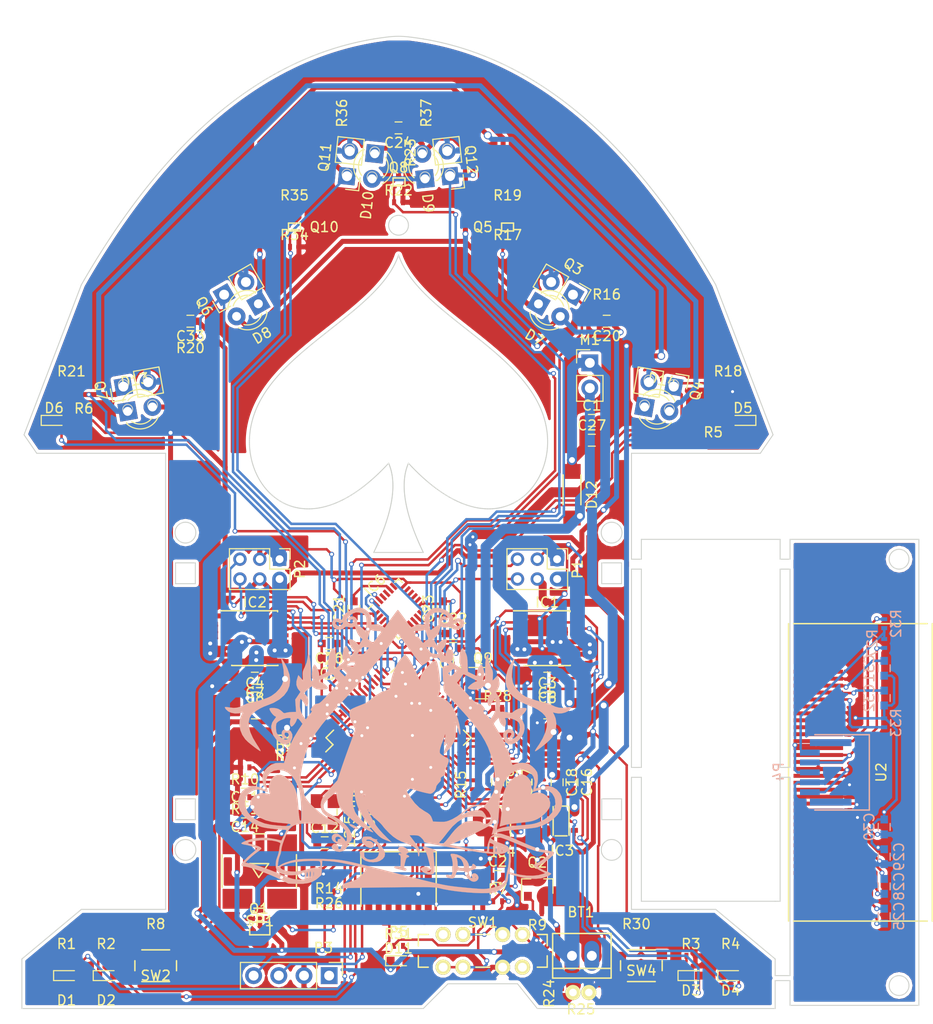
<source format=kicad_pcb>
(kicad_pcb (version 4) (host pcbnew 4.0.1-stable)
  (layers (0 F.Cu signal) (31 B.Cu signal) (34 B.Paste user hide) (35 F.Paste user) (36 B.SilkS user) (37 F.SilkS user hide) (38 B.Mask user) (39 F.Mask user) (44 Edge.Cuts user))
  (net 0 "")
  (net 1 "Net-(BT1-Pad1)")
  (net 2 GNDPWR)
  (net 3 +BATT)
  (net 4 +5V)
  (net 5 GNDD)
  (net 6 +3V3)
  (net 7 GNDA)
  (net 8 "Net-(C11-Pad1)")
  (net 9 "Net-(C16-Pad1)")
  (net 10 "Net-(C17-Pad1)")
  (net 11 "Net-(C21-Pad2)")
  (net 12 "Net-(C22-Pad1)")
  (net 13 LED1)
  (net 14 "Net-(D1-Pad1)")
  (net 15 LED2)
  (net 16 "Net-(D2-Pad1)")
  (net 17 LED3)
  (net 18 "Net-(D3-Pad1)")
  (net 19 LED4)
  (net 20 "Net-(D4-Pad1)")
  (net 21 LED5)
  (net 22 "Net-(D5-Pad1)")
  (net 23 LED6)
  (net 24 "Net-(D6-Pad1)")
  (net 25 "Net-(D8-Pad1)")
  (net 26 "Net-(D10-Pad1)")
  (net 27 "Net-(D11-Pad2)")
  (net 28 R_IN1)
  (net 29 R_IN2)
  (net 30 "Net-(IC1-Pad4)")
  (net 31 "Net-(IC1-Pad6)")
  (net 32 "Net-(IC1-Pad10)")
  (net 33 "Net-(IC1-Pad13)")
  (net 34 R_PWM)
  (net 35 M_STBY)
  (net 36 L_IN1)
  (net 37 L_IN2)
  (net 38 "Net-(IC2-Pad4)")
  (net 39 "Net-(IC2-Pad6)")
  (net 40 "Net-(IC2-Pad10)")
  (net 41 "Net-(IC2-Pad13)")
  (net 42 L_PWM)
  (net 43 TXD)
  (net 44 RXD)
  (net 45 "Net-(IC6-Pad2)")
  (net 46 "Net-(IC6-Pad3)")
  (net 47 "Net-(IC6-Pad4)")
  (net 48 "Net-(IC6-Pad5)")
  (net 49 "Net-(IC6-Pad6)")
  (net 50 "Net-(IC6-Pad7)")
  (net 51 /CS)
  (net 52 SDO)
  (net 53 "Net-(IC6-Pad12)")
  (net 54 "Net-(IC6-Pad14)")
  (net 55 "Net-(IC6-Pad15)")
  (net 56 "Net-(IC6-Pad16)")
  (net 57 "Net-(IC6-Pad17)")
  (net 58 "Net-(IC6-Pad19)")
  (net 59 "Net-(IC6-Pad21)")
  (net 60 "Net-(IC6-Pad22)")
  (net 61 SCLK)
  (net 62 SDI)
  (net 63 R_ENC_A)
  (net 64 R_ENC_B)
  (net 65 L_ENC_A)
  (net 66 L_ENC_B)
  (net 67 "Net-(Q1-Pad5)")
  (net 68 SPEAKER)
  (net 69 "Net-(Q1-Pad3)")
  (net 70 "Net-(Q1-Pad4)")
  (net 71 SEN_RS)
  (net 72 SEN_RF)
  (net 73 "Net-(Q5-Pad1)")
  (net 74 SEN_LED1)
  (net 75 SEN_LF)
  (net 76 "Net-(Q8-Pad1)")
  (net 77 SEN_LED2)
  (net 78 motor)
  (net 79 MD)
  (net 80 RES#)
  (net 81 "Net-(R10-Pad1)")
  (net 82 "Net-(R11-Pad1)")
  (net 83 Batt)
  (net 84 "Net-(R14-Pad1)")
  (net 85 "Net-(R15-Pad2)")
  (net 86 SEN_LS)
  (net 87 I/O_sw)
  (net 88 "Net-(U1-Pad5)")
  (net 89 "Net-(U1-Pad22)")
  (net 90 "Net-(U1-Pad23)")
  (net 91 "Net-(U2-Pad1)")
  (net 92 "Net-(Q2-Pad1)")
  (net 93 "Net-(D12-Pad2)")
  (net 94 "Net-(12.5MHz1-Pad1)")
  (net 95 "Net-(12.5MHz1-Pad2)")
  (net 96 "Net-(C25-Pad1)")
  (net 97 "Net-(C25-Pad2)")
  (net 98 "Net-(C28-Pad1)")
  (net 99 "Net-(C28-Pad2)")
  (net 100 "Net-(C31-Pad1)")
  (net 101 "Net-(C32-Pad1)")
  (net 102 "Net-(P3-Pad1)")
  (net 103 "Net-(Q10-Pad1)")
  (net 104 SEN_LED3)
  (net 105 SCL_oLED)
  (net 106 SDA_oLED)
  (net 107 "Net-(R33-Pad1)")
  (net 108 "Net-(D14-Pad1)")
  (net 109 SEN_RSS)
  (net 110 "Net-(SW1-Pad4)")
  (net 111 "Net-(SW1-Pad5)")
  (net 112 /RES_oLED)
  (net 113 SEN_LSS)
  (net 114 "Net-(U2-Pad7)")
  (net 115 "Net-(D7-Pad1)")
  (net 116 "Net-(D10-Pad2)")
  (net 117 "Net-(D13-Pad1)")
  (net 118 "Net-(C29-Pad1)")
  (net 119 "Net-(C29-Pad2)")
  (net 120 "Net-(P4-Pad3)")
  (net 121 "Net-(P4-Pad2)")
  (net 122 "Net-(P4-Pad1)")
  (module mylib:pin_con_2mm (layer F.Cu) (at 167 152 180)
    (fp_text reference BT1 (at 0.1 4.4 180) (layer F.SilkS))
    (fp_text value Battery)
    (pad 1 thru_hole oval (at -1 0 180) (size 1.50622 3.01498) (drill 0.99822) (layers *.Cu *.Mask) (net 1 "Net-(BT1-Pad1)"))
    (pad 2 thru_hole oval (at 1 0 180) (size 1.50622 3.01498) (drill 0.99822) (layers *.Cu *.Mask) (net 2 GNDPWR))
  )
  (module LEDs:LED_0603 (layer F.Cu) (at 115 154)
    (fp_text reference D1 (at 0 2.5) (layer F.SilkS))
    (fp_text value LED)
    (pad 2 smd rect (at 0.8 0 180) (size 0.8 0.8) (layers F.Cu F.Paste F.Mask) (net 13 LED1))
    (pad 1 smd rect (at -0.8 0 180) (size 0.8 0.8) (layers F.Cu F.Paste F.Mask) (net 14 "Net-(D1-Pad1)"))
  )
  (module LEDs:LED_0603 (layer F.Cu) (at 119 154)
    (fp_text reference D2 (at 0 2.5) (layer F.SilkS))
    (fp_text value LED)
    (pad 2 smd rect (at 0.8 0 180) (size 0.8 0.8) (layers F.Cu F.Paste F.Mask) (net 15 LED2))
    (pad 1 smd rect (at -0.8 0 180) (size 0.8 0.8) (layers F.Cu F.Paste F.Mask) (net 16 "Net-(D2-Pad1)"))
  )
  (module LEDs:LED_0603 (layer F.Cu) (at 178 154)
    (fp_text reference D3 (at 0 1.5) (layer F.SilkS))
    (fp_text value LED)
    (pad 2 smd rect (at 0.8 0 180) (size 0.8 0.8) (layers F.Cu F.Paste F.Mask) (net 17 LED3))
    (pad 1 smd rect (at -0.8 0 180) (size 0.8 0.8) (layers F.Cu F.Paste F.Mask) (net 18 "Net-(D3-Pad1)"))
  )
  (module LEDs:LED_0603 (layer F.Cu) (at 182 154)
    (fp_text reference D4 (at 0 1.5) (layer F.SilkS))
    (fp_text value LED)
    (pad 2 smd rect (at 0.8 0 180) (size 0.8 0.8) (layers F.Cu F.Paste F.Mask) (net 19 LED4))
    (pad 1 smd rect (at -0.8 0 180) (size 0.8 0.8) (layers F.Cu F.Paste F.Mask) (net 20 "Net-(D4-Pad1)"))
  )
  (module LEDs:LED_0603 (layer F.Cu) (at 183.25 98 180)
    (fp_text reference D5 (at 0 1.25 180) (layer F.SilkS))
    (fp_text value LED)
    (pad 2 smd rect (at 0.8 0) (size 0.8 0.8) (layers F.Cu F.Paste F.Mask) (net 21 LED5))
    (pad 1 smd rect (at -0.8 0) (size 0.8 0.8) (layers F.Cu F.Paste F.Mask) (net 22 "Net-(D5-Pad1)"))
  )
  (module LEDs:LED_0603 (layer F.Cu) (at 113.75 98)
    (fp_text reference D6 (at 0 -1.25) (layer F.SilkS))
    (fp_text value LED)
    (pad 2 smd rect (at 0.8 0 180) (size 0.8 0.8) (layers F.Cu F.Paste F.Mask) (net 23 LED6))
    (pad 1 smd rect (at -0.8 0 180) (size 0.8 0.8) (layers F.Cu F.Paste F.Mask) (net 24 "Net-(D6-Pad1)"))
  )
  (module LEDs:LED_0603 (layer F.Cu) (at 148.5 152.5)
    (fp_text reference D11 (at 0 -1.25) (layer F.SilkS))
    (fp_text value LED)
    (pad 2 smd rect (at 0.8 0 180) (size 0.8 0.8) (layers F.Cu F.Paste F.Mask) (net 27 "Net-(D11-Pad2)"))
    (pad 1 smd rect (at -0.8 0 180) (size 0.8 0.8) (layers F.Cu F.Paste F.Mask) (net 7 GNDA))
  )
  (module mylib:SOD-128 (layer F.Cu) (at 166 105.5 270)
    (fp_text reference D12 (at 0 -2 270) (layer F.SilkS))
    (fp_text value D_Schottky)
    (pad 1 smd rect (at -2.35 0 270) (size 1.5 1.75) (layers F.Cu F.Paste F.Mask) (net 3 +BATT))
    (pad 2 smd rect (at 2.35 0 270) (size 1.5 1.75) (layers F.Cu F.Paste F.Mask) (net 93 "Net-(D12-Pad2)"))
  )
  (module Housings_SSOP:SSOP-16_4.4x5.2mm_Pitch0.65mm (layer F.Cu) (at 163.5 120)
    (fp_text reference IC1 (at 0 -3.65) (layer F.SilkS))
    (fp_text value TB6614FNG)
    (pad 1 smd rect (at -2.9 -2.275) (size 1 0.4) (layers F.Cu F.Paste F.Mask) (net 5 GNDD))
    (pad 2 smd rect (at -2.9 -1.625) (size 1 0.4) (layers F.Cu F.Paste F.Mask) (net 28 R_IN1))
    (pad 3 smd rect (at -2.9 -0.975) (size 1 0.4) (layers F.Cu F.Paste F.Mask) (net 29 R_IN2))
    (pad 4 smd rect (at -2.9 -0.325) (size 1 0.4) (layers F.Cu F.Paste F.Mask) (net 30 "Net-(IC1-Pad4)"))
    (pad 5 smd rect (at -2.9 0.325) (size 1 0.4) (layers F.Cu F.Paste F.Mask) (net 2 GNDPWR))
    (pad 6 smd rect (at -2.9 0.975) (size 1 0.4) (layers F.Cu F.Paste F.Mask) (net 31 "Net-(IC1-Pad6)"))
    (pad 7 smd rect (at -2.9 1.625) (size 1 0.4) (layers F.Cu F.Paste F.Mask) (net 31 "Net-(IC1-Pad6)"))
    (pad 8 smd rect (at -2.9 2.275) (size 1 0.4) (layers F.Cu F.Paste F.Mask) (net 3 +BATT))
    (pad 9 smd rect (at 2.9 2.275) (size 1 0.4) (layers F.Cu F.Paste F.Mask) (net 3 +BATT))
    (pad 10 smd rect (at 2.9 1.625) (size 1 0.4) (layers F.Cu F.Paste F.Mask) (net 32 "Net-(IC1-Pad10)"))
    (pad 11 smd rect (at 2.9 0.975) (size 1 0.4) (layers F.Cu F.Paste F.Mask) (net 32 "Net-(IC1-Pad10)"))
    (pad 12 smd rect (at 2.9 0.325) (size 1 0.4) (layers F.Cu F.Paste F.Mask) (net 2 GNDPWR))
    (pad 13 smd rect (at 2.9 -0.325) (size 1 0.4) (layers F.Cu F.Paste F.Mask) (net 33 "Net-(IC1-Pad13)"))
    (pad 14 smd rect (at 2.9 -0.975) (size 1 0.4) (layers F.Cu F.Paste F.Mask) (net 34 R_PWM))
    (pad 15 smd rect (at 2.9 -1.625) (size 1 0.4) (layers F.Cu F.Paste F.Mask) (net 35 M_STBY))
    (pad 16 smd rect (at 2.9 -2.275) (size 1 0.4) (layers F.Cu F.Paste F.Mask) (net 6 +3V3))
  )
  (module Housings_SSOP:SSOP-16_4.4x5.2mm_Pitch0.65mm (layer F.Cu) (at 134 120)
    (fp_text reference IC2 (at 0 -3.65) (layer F.SilkS))
    (fp_text value TB6614FNG)
    (pad 1 smd rect (at -2.9 -2.275) (size 1 0.4) (layers F.Cu F.Paste F.Mask) (net 5 GNDD))
    (pad 2 smd rect (at -2.9 -1.625) (size 1 0.4) (layers F.Cu F.Paste F.Mask) (net 36 L_IN1))
    (pad 3 smd rect (at -2.9 -0.975) (size 1 0.4) (layers F.Cu F.Paste F.Mask) (net 37 L_IN2))
    (pad 4 smd rect (at -2.9 -0.325) (size 1 0.4) (layers F.Cu F.Paste F.Mask) (net 38 "Net-(IC2-Pad4)"))
    (pad 5 smd rect (at -2.9 0.325) (size 1 0.4) (layers F.Cu F.Paste F.Mask) (net 2 GNDPWR))
    (pad 6 smd rect (at -2.9 0.975) (size 1 0.4) (layers F.Cu F.Paste F.Mask) (net 39 "Net-(IC2-Pad6)"))
    (pad 7 smd rect (at -2.9 1.625) (size 1 0.4) (layers F.Cu F.Paste F.Mask) (net 39 "Net-(IC2-Pad6)"))
    (pad 8 smd rect (at -2.9 2.275) (size 1 0.4) (layers F.Cu F.Paste F.Mask) (net 3 +BATT))
    (pad 9 smd rect (at 2.9 2.275) (size 1 0.4) (layers F.Cu F.Paste F.Mask) (net 3 +BATT))
    (pad 10 smd rect (at 2.9 1.625) (size 1 0.4) (layers F.Cu F.Paste F.Mask) (net 40 "Net-(IC2-Pad10)"))
    (pad 11 smd rect (at 2.9 0.975) (size 1 0.4) (layers F.Cu F.Paste F.Mask) (net 40 "Net-(IC2-Pad10)"))
    (pad 12 smd rect (at 2.9 0.325) (size 1 0.4) (layers F.Cu F.Paste F.Mask) (net 2 GNDPWR))
    (pad 13 smd rect (at 2.9 -0.325) (size 1 0.4) (layers F.Cu F.Paste F.Mask) (net 41 "Net-(IC2-Pad13)"))
    (pad 14 smd rect (at 2.9 -0.975) (size 1 0.4) (layers F.Cu F.Paste F.Mask) (net 42 L_PWM))
    (pad 15 smd rect (at 2.9 -1.625) (size 1 0.4) (layers F.Cu F.Paste F.Mask) (net 35 M_STBY))
    (pad 16 smd rect (at 2.9 -2.275) (size 1 0.4) (layers F.Cu F.Paste F.Mask) (net 6 +3V3))
  )
  (module mylib:SSOP5-P-0.95 (layer F.Cu) (at 164.9 138.4)
    (fp_text reference IC3 (at 0.1 3) (layer F.SilkS))
    (fp_text value TAR5SB_5.5)
    (pad 1 smd rect (at -1.35 -0.95 90) (size 0.5 0.7) (layers F.Cu F.Paste F.Mask) (net 3 +BATT))
    (pad 2 smd rect (at -1.35 0 90) (size 0.5 0.7) (layers F.Cu F.Paste F.Mask) (net 7 GNDA))
    (pad 3 smd rect (at -1.35 0.95 90) (size 0.5 0.7) (layers F.Cu F.Paste F.Mask) (net 3 +BATT))
    (pad 4 smd rect (at 1.35 0.95 90) (size 0.5 0.7) (layers F.Cu F.Paste F.Mask) (net 9 "Net-(C16-Pad1)"))
    (pad 5 smd rect (at 1.35 -0.95 90) (size 0.5 0.7) (layers F.Cu F.Paste F.Mask) (net 4 +5V))
  )
  (module mylib:SSOP5-P-0.95 (layer F.Cu) (at 159 138.5)
    (fp_text reference IC4 (at 0.1 3) (layer F.SilkS))
    (fp_text value TAR5SB_3.3)
    (pad 1 smd rect (at -1.35 -0.95 90) (size 0.5 0.7) (layers F.Cu F.Paste F.Mask) (net 3 +BATT))
    (pad 2 smd rect (at -1.35 0 90) (size 0.5 0.7) (layers F.Cu F.Paste F.Mask) (net 5 GNDD))
    (pad 3 smd rect (at -1.35 0.95 90) (size 0.5 0.7) (layers F.Cu F.Paste F.Mask) (net 3 +BATT))
    (pad 4 smd rect (at 1.35 0.95 90) (size 0.5 0.7) (layers F.Cu F.Paste F.Mask) (net 10 "Net-(C17-Pad1)"))
    (pad 5 smd rect (at 1.35 -0.95 90) (size 0.5 0.7) (layers F.Cu F.Paste F.Mask) (net 6 +3V3))
  )
  (module Housings_DFN_QFN:QFN-24-1EP_4x4mm_Pitch0.5mm (layer F.Cu) (at 148.5 117 45)
    (fp_text reference IC6 (at 0 -3.375 45) (layer F.SilkS))
    (fp_text value MPU-6000)
    (pad 1 smd rect (at -1.95 -1.25 45) (size 0.85 0.3) (layers F.Cu F.Paste F.Mask) (net 5 GNDD))
    (pad 2 smd rect (at -1.95 -0.75 45) (size 0.85 0.3) (layers F.Cu F.Paste F.Mask) (net 45 "Net-(IC6-Pad2)"))
    (pad 3 smd rect (at -1.95 -0.25 45) (size 0.85 0.3) (layers F.Cu F.Paste F.Mask) (net 46 "Net-(IC6-Pad3)"))
    (pad 4 smd rect (at -1.95 0.25 45) (size 0.85 0.3) (layers F.Cu F.Paste F.Mask) (net 47 "Net-(IC6-Pad4)"))
    (pad 5 smd rect (at -1.95 0.75 45) (size 0.85 0.3) (layers F.Cu F.Paste F.Mask) (net 48 "Net-(IC6-Pad5)"))
    (pad 6 smd rect (at -1.95 1.25 45) (size 0.85 0.3) (layers F.Cu F.Paste F.Mask) (net 49 "Net-(IC6-Pad6)"))
    (pad 7 smd rect (at -1.25 1.95 135) (size 0.85 0.3) (layers F.Cu F.Paste F.Mask) (net 50 "Net-(IC6-Pad7)"))
    (pad 8 smd rect (at -0.75 1.95 135) (size 0.85 0.3) (layers F.Cu F.Paste F.Mask) (net 51 /CS))
    (pad 9 smd rect (at -0.25 1.95 135) (size 0.85 0.3) (layers F.Cu F.Paste F.Mask) (net 52 SDO))
    (pad 10 smd rect (at 0.25 1.95 135) (size 0.85 0.3) (layers F.Cu F.Paste F.Mask) (net 12 "Net-(C22-Pad1)"))
    (pad 11 smd rect (at 0.75 1.95 135) (size 0.85 0.3) (layers F.Cu F.Paste F.Mask) (net 5 GNDD))
    (pad 12 smd rect (at 1.25 1.95 135) (size 0.85 0.3) (layers F.Cu F.Paste F.Mask) (net 53 "Net-(IC6-Pad12)"))
    (pad 13 smd rect (at 1.95 1.25 45) (size 0.85 0.3) (layers F.Cu F.Paste F.Mask) (net 6 +3V3))
    (pad 14 smd rect (at 1.95 0.75 45) (size 0.85 0.3) (layers F.Cu F.Paste F.Mask) (net 54 "Net-(IC6-Pad14)"))
    (pad 15 smd rect (at 1.95 0.25 45) (size 0.85 0.3) (layers F.Cu F.Paste F.Mask) (net 55 "Net-(IC6-Pad15)"))
    (pad 16 smd rect (at 1.95 -0.25 45) (size 0.85 0.3) (layers F.Cu F.Paste F.Mask) (net 56 "Net-(IC6-Pad16)"))
    (pad 17 smd rect (at 1.95 -0.75 45) (size 0.85 0.3) (layers F.Cu F.Paste F.Mask) (net 57 "Net-(IC6-Pad17)"))
    (pad 18 smd rect (at 1.95 -1.25 45) (size 0.85 0.3) (layers F.Cu F.Paste F.Mask) (net 5 GNDD))
    (pad 19 smd rect (at 1.25 -1.95 135) (size 0.85 0.3) (layers F.Cu F.Paste F.Mask) (net 58 "Net-(IC6-Pad19)"))
    (pad 20 smd rect (at 0.75 -1.95 135) (size 0.85 0.3) (layers F.Cu F.Paste F.Mask) (net 11 "Net-(C21-Pad2)"))
    (pad 21 smd rect (at 0.25 -1.95 135) (size 0.85 0.3) (layers F.Cu F.Paste F.Mask) (net 59 "Net-(IC6-Pad21)"))
    (pad 22 smd rect (at -0.25 -1.95 135) (size 0.85 0.3) (layers F.Cu F.Paste F.Mask) (net 60 "Net-(IC6-Pad22)"))
    (pad 23 smd rect (at -0.75 -1.95 135) (size 0.85 0.3) (layers F.Cu F.Paste F.Mask) (net 61 SCLK))
    (pad 24 smd rect (at -1.25 -1.95 135) (size 0.85 0.3) (layers F.Cu F.Paste F.Mask) (net 62 SDI))
  )
  (module Pin_Headers:Pin_Header_Straight_1x04_Pitch2.54mm (layer F.Cu) (at 141.5 154 270)
    (fp_text reference P3 (at -2.8 0.58 360) (layer F.SilkS))
    (fp_text value FT234X)
    (pad 1 thru_hole rect (at 0 0 270) (size 1.7 1.7) (drill 1) (layers *.Cu *.Mask) (net 102 "Net-(P3-Pad1)"))
    (pad 2 thru_hole oval (at 0 2.54 270) (size 1.7 1.7) (drill 1) (layers *.Cu *.Mask) (net 5 GNDD))
    (pad 3 thru_hole oval (at 0 5.08 270) (size 1.7 1.7) (drill 1) (layers *.Cu *.Mask) (net 44 RXD))
    (pad 4 thru_hole oval (at 0 7.62 270) (size 1.7 1.7) (drill 1) (layers *.Cu *.Mask) (net 43 TXD))
  )
  (module mylib:SOT-363 (layer F.Cu) (at 134.5 149.25 270)
    (fp_text reference Q1 (at -2 0.1 360) (layer F.SilkS))
    (fp_text value NMSD200B01)
    (pad 5 smd rect (at 1.016 0 270) (size 0.508 0.3048) (layers F.Cu F.Paste F.Mask) (net 67 "Net-(Q1-Pad5)"))
    (pad 1 smd rect (at -1.016 -0.635 270) (size 0.508 0.3048) (layers F.Cu F.Paste F.Mask) (net 68 SPEAKER))
    (pad 3 smd rect (at -1.016 0.635 270) (size 0.508 0.3048) (layers F.Cu F.Paste F.Mask) (net 69 "Net-(Q1-Pad3)"))
    (pad 6 smd rect (at 1.016 -0.635 270) (size 0.508 0.3048) (layers F.Cu F.Paste F.Mask) (net 70 "Net-(Q1-Pad4)"))
    (pad 2 smd rect (at -1.016 0 270) (size 0.508 0.3048) (layers F.Cu F.Paste F.Mask) (net 7 GNDA))
    (pad 4 smd rect (at 1.016 0.635 270) (size 0.508 0.3048) (layers F.Cu F.Paste F.Mask) (net 70 "Net-(Q1-Pad4)"))
  )
  (module TO_SOT_Packages_SMD:SOT-23 (layer F.Cu) (at 162.5 145 90)
    (fp_text reference Q2 (at 2.4 0 180) (layer F.SilkS))
    (fp_text value SSM3J328RLFCT)
    (pad 1 smd rect (at -1 -0.95 90) (size 0.9 0.8) (layers F.Cu F.Paste F.Mask) (net 92 "Net-(Q2-Pad1)"))
    (pad 2 smd rect (at -1 0.95 90) (size 0.9 0.8) (layers F.Cu F.Paste F.Mask) (net 1 "Net-(BT1-Pad1)"))
    (pad 3 smd rect (at 1 0 90) (size 0.9 0.8) (layers F.Cu F.Paste F.Mask) (net 3 +BATT))
  )
  (module mylib:SOT-723 (layer F.Cu) (at 159.5 78.5)
    (fp_text reference Q5 (at -2.5 0) (layer F.SilkS))
    (fp_text value RUM003N02)
    (pad 1 smd rect (at 0 -0.525) (size 0.32 0.3) (layers F.Cu F.Paste F.Mask) (net 73 "Net-(Q5-Pad1)"))
    (pad 2 smd rect (at -0.4 0.525) (size 0.32 0.22) (layers F.Cu F.Paste F.Mask) (net 74 SEN_LED1))
    (pad 3 smd rect (at 0.4 0.525) (size 0.32 0.22) (layers F.Cu F.Paste F.Mask) (net 7 GNDA))
  )
  (module mylib:SOT-723 (layer F.Cu) (at 148.55 73.95)
    (fp_text reference Q8 (at -0.05 -1.45) (layer F.SilkS))
    (fp_text value RUM003N02)
    (pad 1 smd rect (at 0 -0.525) (size 0.32 0.3) (layers F.Cu F.Paste F.Mask) (net 76 "Net-(Q8-Pad1)"))
    (pad 2 smd rect (at -0.4 0.525) (size 0.32 0.22) (layers F.Cu F.Paste F.Mask) (net 77 SEN_LED2))
    (pad 3 smd rect (at 0.4 0.525) (size 0.32 0.22) (layers F.Cu F.Paste F.Mask) (net 7 GNDA))
  )
  (module TO_SOT_Packages_SMD:SOT-23 (layer F.Cu) (at 157 124.5)
    (fp_text reference Q9 (at 0 -2.5) (layer F.SilkS))
    (fp_text value SSM3K329R)
    (pad 1 smd rect (at -1 -0.95) (size 0.9 0.8) (layers F.Cu F.Paste F.Mask) (net 78 motor))
    (pad 2 smd rect (at -1 0.95) (size 0.9 0.8) (layers F.Cu F.Paste F.Mask) (net 2 GNDPWR))
    (pad 3 smd rect (at 1 0) (size 0.9 0.8) (layers F.Cu F.Paste F.Mask) (net 93 "Net-(D12-Pad2)"))
  )
  (module mylib:SOT-723 (layer F.Cu) (at 138 78.5)
    (fp_text reference Q10 (at 3 0) (layer F.SilkS))
    (fp_text value RUM003N02)
    (pad 1 smd rect (at 0 -0.525) (size 0.32 0.3) (layers F.Cu F.Paste F.Mask) (net 103 "Net-(Q10-Pad1)"))
    (pad 2 smd rect (at -0.4 0.525) (size 0.32 0.22) (layers F.Cu F.Paste F.Mask) (net 104 SEN_LED3))
    (pad 3 smd rect (at 0.4 0.525) (size 0.32 0.22) (layers F.Cu F.Paste F.Mask) (net 7 GNDA))
  )
  (module mylib:check_2pin_1.6mm (layer F.Cu) (at 166.9 155.7 180)
    (fp_text reference R25 (at 0 -1.7 180) (layer F.SilkS))
    (fp_text value 0)
    (pad 1 thru_hole circle (at -0.8 0 180) (size 1.524 1.524) (drill 0.762) (layers *.Cu *.Mask F.SilkS) (net 5 GNDD))
    (pad 2 thru_hole circle (at 0.8 0 180) (size 1.524 1.524) (drill 0.762) (layers *.Cu *.Mask F.SilkS) (net 2 GNDPWR))
  )
  (module mylib:UGCT7525AN4 (layer F.Cu) (at 134.5 143.5 270)
    (fp_text reference SP1 (at 5 0 360) (layer F.SilkS))
    (fp_text value UGCT7525NA4)
    (pad 1 smd rect (at -2.75 -2.25 270) (size 2 3) (layers F.Cu F.Paste F.Mask) (net 69 "Net-(Q1-Pad3)"))
    (pad 2 smd rect (at -2.75 2.25 270) (size 2 3) (layers F.Cu F.Paste F.Mask) (net 70 "Net-(Q1-Pad4)"))
    (pad "" smd rect (at 2.75 -2.25 270) (size 2 3) (layers F.Cu F.Paste F.Mask))
    (pad "" smd rect (at 2.75 2.25 270) (size 2 3) (layers F.Cu F.Paste F.Mask))
  )
  (module mylib:JS203011AQN (layer F.Cu) (at 157 151.5)
    (fp_text reference SW1 (at 0 -2.85) (layer F.SilkS))
    (fp_text value DP3T)
    (pad 1 thru_hole circle (at -4 1.65) (size 1.524 1.524) (drill 0.9) (layers *.Cu *.Mask F.SilkS) (net 79 MD))
    (pad 2 thru_hole circle (at -2 1.65) (size 1.524 1.524) (drill 0.9) (layers *.Cu *.Mask F.SilkS) (net 79 MD))
    (pad 3 thru_hole circle (at 2 1.65) (size 1.524 1.524) (drill 0.9) (layers *.Cu *.Mask F.SilkS) (net 5 GNDD))
    (pad 4 thru_hole circle (at 4 1.65) (size 1.524 1.524) (drill 0.9) (layers *.Cu *.Mask F.SilkS) (net 110 "Net-(SW1-Pad4)"))
    (pad 5 thru_hole circle (at -4 -1.65) (size 1.524 1.524) (drill 0.9) (layers *.Cu *.Mask F.SilkS) (net 111 "Net-(SW1-Pad5)"))
    (pad 6 thru_hole circle (at -2 -1.65) (size 1.524 1.524) (drill 0.9) (layers *.Cu *.Mask F.SilkS) (net 92 "Net-(Q2-Pad1)"))
    (pad 7 thru_hole circle (at 2 -1.65) (size 1.524 1.524) (drill 0.9) (layers *.Cu *.Mask F.SilkS) (net 2 GNDPWR))
    (pad 8 thru_hole circle (at 4 -1.65) (size 1.524 1.524) (drill 0.9) (layers *.Cu *.Mask F.SilkS) (net 92 "Net-(Q2-Pad1)"))
  )
  (module mylib:PTS810 (layer F.Cu) (at 124 153)
    (fp_text reference SW2 (at 0 1) (layer F.SilkS))
    (fp_text value PUSH_SW_s)
    (pad 1 smd rect (at -2.075 -1.025) (size 1.05 0.75) (layers F.Cu F.Paste F.Mask) (net 80 RES#))
    (pad 1 smd rect (at 2.075 -1.025) (size 1.05 0.75) (layers F.Cu F.Paste F.Mask) (net 80 RES#))
    (pad 2 smd rect (at -2.075 1.025) (size 1.05 0.75) (layers F.Cu F.Paste F.Mask) (net 5 GNDD))
    (pad 2 smd rect (at 2.075 1.025) (size 1.05 0.75) (layers F.Cu F.Paste F.Mask) (net 5 GNDD))
  )
  (module mylib:PTS810 (layer F.Cu) (at 173 153)
    (fp_text reference SW4 (at 0 0.5) (layer F.SilkS))
    (fp_text value PUSH_SW_s)
    (pad 1 smd rect (at -2.075 -1.025) (size 1.05 0.75) (layers F.Cu F.Paste F.Mask) (net 87 I/O_sw))
    (pad 1 smd rect (at 2.075 -1.025) (size 1.05 0.75) (layers F.Cu F.Paste F.Mask) (net 87 I/O_sw))
    (pad 2 smd rect (at -2.075 1.025) (size 1.05 0.75) (layers F.Cu F.Paste F.Mask) (net 5 GNDD))
    (pad 2 smd rect (at 2.075 1.025) (size 1.05 0.75) (layers F.Cu F.Paste F.Mask) (net 5 GNDD))
  )
  (module Housings_QFP:LQFP-64_10x10mm_Pitch0.5mm (layer F.Cu) (at 148.5 130 45)
    (fp_text reference U1 (at 0 -7.2 45) (layer F.SilkS))
    (fp_text value RX631)
    (pad 1 smd rect (at -5.7 -3.75 45) (size 1 0.25) (layers F.Cu F.Paste F.Mask) (net 81 "Net-(R10-Pad1)"))
    (pad 2 smd rect (at -5.7 -3.25 45) (size 1 0.25) (layers F.Cu F.Paste F.Mask) (net 8 "Net-(C11-Pad1)"))
    (pad 3 smd rect (at -5.7 -2.75 45) (size 1 0.25) (layers F.Cu F.Paste F.Mask) (net 79 MD))
    (pad 4 smd rect (at -5.7 -2.25 45) (size 1 0.25) (layers F.Cu F.Paste F.Mask) (net 82 "Net-(R11-Pad1)"))
    (pad 5 smd rect (at -5.7 -1.75 45) (size 1 0.25) (layers F.Cu F.Paste F.Mask) (net 88 "Net-(U1-Pad5)"))
    (pad 6 smd rect (at -5.7 -1.25 45) (size 1 0.25) (layers F.Cu F.Paste F.Mask) (net 80 RES#))
    (pad 7 smd rect (at -5.7 -0.75 45) (size 1 0.25) (layers F.Cu F.Paste F.Mask) (net 94 "Net-(12.5MHz1-Pad1)"))
    (pad 8 smd rect (at -5.7 -0.25 45) (size 1 0.25) (layers F.Cu F.Paste F.Mask) (net 5 GNDD))
    (pad 9 smd rect (at -5.7 0.25 45) (size 1 0.25) (layers F.Cu F.Paste F.Mask) (net 95 "Net-(12.5MHz1-Pad2)"))
    (pad 10 smd rect (at -5.7 0.75 45) (size 1 0.25) (layers F.Cu F.Paste F.Mask) (net 6 +3V3))
    (pad 11 smd rect (at -5.7 1.25 45) (size 1 0.25) (layers F.Cu F.Paste F.Mask) (net 84 "Net-(R14-Pad1)"))
    (pad 12 smd rect (at -5.7 1.75 45) (size 1 0.25) (layers F.Cu F.Paste F.Mask) (net 6 +3V3))
    (pad 13 smd rect (at -5.7 2.25 45) (size 1 0.25) (layers F.Cu F.Paste F.Mask) (net 13 LED1))
    (pad 14 smd rect (at -5.7 2.75 45) (size 1 0.25) (layers F.Cu F.Paste F.Mask) (net 43 TXD))
    (pad 15 smd rect (at -5.7 3.25 45) (size 1 0.25) (layers F.Cu F.Paste F.Mask) (net 15 LED2))
    (pad 16 smd rect (at -5.7 3.75 45) (size 1 0.25) (layers F.Cu F.Paste F.Mask) (net 44 RXD))
    (pad 17 smd rect (at -3.75 5.7 135) (size 1 0.25) (layers F.Cu F.Paste F.Mask) (net 106 SDA_oLED))
    (pad 18 smd rect (at -3.25 5.7 135) (size 1 0.25) (layers F.Cu F.Paste F.Mask) (net 105 SCL_oLED))
    (pad 19 smd rect (at -2.75 5.7 135) (size 1 0.25) (layers F.Cu F.Paste F.Mask) (net 64 R_ENC_B))
    (pad 20 smd rect (at -2.25 5.7 135) (size 1 0.25) (layers F.Cu F.Paste F.Mask) (net 63 R_ENC_A))
    (pad 21 smd rect (at -1.75 5.7 135) (size 1 0.25) (layers F.Cu F.Paste F.Mask) (net 6 +3V3))
    (pad 22 smd rect (at -1.25 5.7 135) (size 1 0.25) (layers F.Cu F.Paste F.Mask) (net 89 "Net-(U1-Pad22)"))
    (pad 23 smd rect (at -0.75 5.7 135) (size 1 0.25) (layers F.Cu F.Paste F.Mask) (net 90 "Net-(U1-Pad23)"))
    (pad 24 smd rect (at -0.25 5.7 135) (size 1 0.25) (layers F.Cu F.Paste F.Mask) (net 5 GNDD))
    (pad 25 smd rect (at 0.25 5.7 135) (size 1 0.25) (layers F.Cu F.Paste F.Mask) (net 17 LED3))
    (pad 26 smd rect (at 0.75 5.7 135) (size 1 0.25) (layers F.Cu F.Paste F.Mask) (net 19 LED4))
    (pad 27 smd rect (at 1.25 5.7 135) (size 1 0.25) (layers F.Cu F.Paste F.Mask) (net 85 "Net-(R15-Pad2)"))
    (pad 28 smd rect (at 1.75 5.7 135) (size 1 0.25) (layers F.Cu F.Paste F.Mask) (net 37 L_IN2))
    (pad 29 smd rect (at 2.25 5.7 135) (size 1 0.25) (layers F.Cu F.Paste F.Mask) (net 36 L_IN1))
    (pad 30 smd rect (at 2.75 5.7 135) (size 1 0.25) (layers F.Cu F.Paste F.Mask) (net 29 R_IN2))
    (pad 31 smd rect (at 3.25 5.7 135) (size 1 0.25) (layers F.Cu F.Paste F.Mask) (net 28 R_IN1))
    (pad 32 smd rect (at 3.75 5.7 135) (size 1 0.25) (layers F.Cu F.Paste F.Mask) (net 35 M_STBY))
    (pad 33 smd rect (at 5.7 3.75 45) (size 1 0.25) (layers F.Cu F.Paste F.Mask) (net 68 SPEAKER))
    (pad 34 smd rect (at 5.7 3.25 45) (size 1 0.25) (layers F.Cu F.Paste F.Mask) (net 74 SEN_LED1))
    (pad 35 smd rect (at 5.7 2.75 45) (size 1 0.25) (layers F.Cu F.Paste F.Mask) (net 42 L_PWM))
    (pad 36 smd rect (at 5.7 2.25 45) (size 1 0.25) (layers F.Cu F.Paste F.Mask) (net 34 R_PWM))
    (pad 37 smd rect (at 5.7 1.75 45) (size 1 0.25) (layers F.Cu F.Paste F.Mask) (net 78 motor))
    (pad 38 smd rect (at 5.7 1.25 45) (size 1 0.25) (layers F.Cu F.Paste F.Mask) (net 6 +3V3))
    (pad 39 smd rect (at 5.7 0.75 45) (size 1 0.25) (layers F.Cu F.Paste F.Mask) (net 77 SEN_LED2))
    (pad 40 smd rect (at 5.7 0.25 45) (size 1 0.25) (layers F.Cu F.Paste F.Mask) (net 5 GNDD))
    (pad 41 smd rect (at 5.7 -0.25 45) (size 1 0.25) (layers F.Cu F.Paste F.Mask) (net 112 /RES_oLED))
    (pad 42 smd rect (at 5.7 -0.75 45) (size 1 0.25) (layers F.Cu F.Paste F.Mask) (net 21 LED5))
    (pad 43 smd rect (at 5.7 -1.25 45) (size 1 0.25) (layers F.Cu F.Paste F.Mask) (net 66 L_ENC_B))
    (pad 44 smd rect (at 5.7 -1.75 45) (size 1 0.25) (layers F.Cu F.Paste F.Mask) (net 65 L_ENC_A))
    (pad 45 smd rect (at 5.7 -2.25 45) (size 1 0.25) (layers F.Cu F.Paste F.Mask) (net 104 SEN_LED3))
    (pad 46 smd rect (at 5.7 -2.75 45) (size 1 0.25) (layers F.Cu F.Paste F.Mask) (net 23 LED6))
    (pad 47 smd rect (at 5.7 -3.25 45) (size 1 0.25) (layers F.Cu F.Paste F.Mask) (net 51 /CS))
    (pad 48 smd rect (at 5.7 -3.75 45) (size 1 0.25) (layers F.Cu F.Paste F.Mask) (net 52 SDO))
    (pad 49 smd rect (at 3.75 -5.7 135) (size 1 0.25) (layers F.Cu F.Paste F.Mask) (net 62 SDI))
    (pad 50 smd rect (at 3.25 -5.7 135) (size 1 0.25) (layers F.Cu F.Paste F.Mask) (net 61 SCLK))
    (pad 51 smd rect (at 2.75 -5.7 135) (size 1 0.25) (layers F.Cu F.Paste F.Mask) (net 72 SEN_RF))
    (pad 52 smd rect (at 2.25 -5.7 135) (size 1 0.25) (layers F.Cu F.Paste F.Mask) (net 7 GNDA))
    (pad 53 smd rect (at 1.75 -5.7 135) (size 1 0.25) (layers F.Cu F.Paste F.Mask) (net 71 SEN_RS))
    (pad 54 smd rect (at 1.25 -5.7 135) (size 1 0.25) (layers F.Cu F.Paste F.Mask) (net 6 +3V3))
    (pad 55 smd rect (at 0.75 -5.7 135) (size 1 0.25) (layers F.Cu F.Paste F.Mask) (net 109 SEN_RSS))
    (pad 56 smd rect (at 0.25 -5.7 135) (size 1 0.25) (layers F.Cu F.Paste F.Mask) (net 113 SEN_LSS))
    (pad 57 smd rect (at -0.25 -5.7 135) (size 1 0.25) (layers F.Cu F.Paste F.Mask) (net 86 SEN_LS))
    (pad 58 smd rect (at -0.75 -5.7 135) (size 1 0.25) (layers F.Cu F.Paste F.Mask) (net 75 SEN_LF))
    (pad 59 smd rect (at -1.25 -5.7 135) (size 1 0.25) (layers F.Cu F.Paste F.Mask) (net 7 GNDA))
    (pad 60 smd rect (at -1.75 -5.7 135) (size 1 0.25) (layers F.Cu F.Paste F.Mask) (net 83 Batt))
    (pad 61 smd rect (at -2.25 -5.7 135) (size 1 0.25) (layers F.Cu F.Paste F.Mask) (net 6 +3V3))
    (pad 62 smd rect (at -2.75 -5.7 135) (size 1 0.25) (layers F.Cu F.Paste F.Mask) (net 6 +3V3))
    (pad 63 smd rect (at -3.25 -5.7 135) (size 1 0.25) (layers F.Cu F.Paste F.Mask) (net 87 I/O_sw))
    (pad 64 smd rect (at -3.75 -5.7 135) (size 1 0.25) (layers F.Cu F.Paste F.Mask) (net 7 GNDA))
  )
  (module mylib:ER-OLED010-1 (layer F.Cu) (at 190.85 133.5 90)
    (fp_text reference U2 (at 0 6.35 90) (layer F.SilkS))
    (fp_text value ER-OLED_010-1W)
    (pad 1 smd rect (at -10.15 0 90) (size 0.4 5) (layers F.Cu F.Paste F.Mask) (net 91 "Net-(U2-Pad1)"))
    (pad 2 smd rect (at -9.45 0 90) (size 0.4 5) (layers F.Cu F.Paste F.Mask) (net 96 "Net-(C25-Pad1)"))
    (pad 3 smd rect (at -8.75 0 90) (size 0.4 5) (layers F.Cu F.Paste F.Mask) (net 97 "Net-(C25-Pad2)"))
    (pad 4 smd rect (at -8.05 0 90) (size 0.4 5) (layers F.Cu F.Paste F.Mask) (net 98 "Net-(C28-Pad1)"))
    (pad 5 smd rect (at -7.35 0 90) (size 0.4 5) (layers F.Cu F.Paste F.Mask) (net 99 "Net-(C28-Pad2)"))
    (pad 6 smd rect (at -6.65 0 90) (size 0.4 5) (layers F.Cu F.Paste F.Mask) (net 118 "Net-(C29-Pad1)"))
    (pad 7 smd rect (at -5.95 0 90) (size 0.4 5) (layers F.Cu F.Paste F.Mask) (net 114 "Net-(U2-Pad7)"))
    (pad 8 smd rect (at -5.25 0 90) (size 0.4 5) (layers F.Cu F.Paste F.Mask) (net 119 "Net-(C29-Pad2)"))
    (pad 9 smd rect (at -4.55 0 90) (size 0.4 5) (layers F.Cu F.Paste F.Mask) (net 118 "Net-(C29-Pad1)"))
    (pad 10 smd rect (at -3.85 0 90) (size 0.4 5) (layers F.Cu F.Paste F.Mask) (net 119 "Net-(C29-Pad2)"))
    (pad 11 smd rect (at -3.15 0 90) (size 0.4 5) (layers F.Cu F.Paste F.Mask) (net 118 "Net-(C29-Pad1)"))
    (pad 12 smd rect (at -2.45 0 90) (size 0.4 5) (layers F.Cu F.Paste F.Mask) (net 119 "Net-(C29-Pad2)"))
    (pad 13 smd rect (at -1.75 0 90) (size 0.4 5) (layers F.Cu F.Paste F.Mask) (net 119 "Net-(C29-Pad2)"))
    (pad 14 smd rect (at -1.05 0 90) (size 0.4 5) (layers F.Cu F.Paste F.Mask) (net 118 "Net-(C29-Pad1)"))
    (pad 15 smd rect (at -0.35 0 90) (size 0.4 5) (layers F.Cu F.Paste F.Mask) (net 119 "Net-(C29-Pad2)"))
    (pad 16 smd rect (at 0.35 0 90) (size 0.4 5) (layers F.Cu F.Paste F.Mask) (net 119 "Net-(C29-Pad2)"))
    (pad 17 smd rect (at 1.05 0 90) (size 0.4 5) (layers F.Cu F.Paste F.Mask) (net 119 "Net-(C29-Pad2)"))
    (pad 18 smd rect (at 1.75 0 90) (size 0.4 5) (layers F.Cu F.Paste F.Mask) (net 121 "Net-(P4-Pad2)"))
    (pad 19 smd rect (at 2.45 0 90) (size 0.4 5) (layers F.Cu F.Paste F.Mask) (net 120 "Net-(P4-Pad3)"))
    (pad 20 smd rect (at 3.15 0 90) (size 0.4 5) (layers F.Cu F.Paste F.Mask) (net 120 "Net-(P4-Pad3)"))
    (pad 21 smd rect (at 3.85 0 90) (size 0.4 5) (layers F.Cu F.Paste F.Mask) (net 119 "Net-(C29-Pad2)"))
    (pad 22 smd rect (at 4.55 0 90) (size 0.4 5) (layers F.Cu F.Paste F.Mask) (net 119 "Net-(C29-Pad2)"))
    (pad 23 smd rect (at 5.25 0 90) (size 0.4 5) (layers F.Cu F.Paste F.Mask) (net 119 "Net-(C29-Pad2)"))
    (pad 24 smd rect (at 5.95 0 90) (size 0.4 5) (layers F.Cu F.Paste F.Mask) (net 119 "Net-(C29-Pad2)"))
    (pad 25 smd rect (at 6.65 0 90) (size 0.4 5) (layers F.Cu F.Paste F.Mask))
    (pad 26 smd rect (at 7.35 0 90) (size 0.4 5) (layers F.Cu F.Paste F.Mask) (net 107 "Net-(R33-Pad1)"))
    (pad 27 smd rect (at 8.05 0 90) (size 0.4 5) (layers F.Cu F.Paste F.Mask) (net 101 "Net-(C32-Pad1)"))
    (pad 28 smd rect (at 8.75 0 90) (size 0.4 5) (layers F.Cu F.Paste F.Mask) (net 100 "Net-(C31-Pad1)"))
    (pad 29 smd rect (at 9.45 0 90) (size 0.4 5) (layers F.Cu F.Paste F.Mask) (net 119 "Net-(C29-Pad2)"))
    (pad 30 smd rect (at 10.15 0 90) (size 0.4 5) (layers F.Cu F.Paste F.Mask) (net 119 "Net-(C29-Pad2)"))
  )
  (module LEDs:LED_D3.0mm (layer F.Cu) (at 162.62 86.25 330)
    (fp_text reference D7 (at 1.35859 3.153147 330) (layer F.SilkS))
    (fp_text value SFH4550)
    (pad 1 thru_hole rect (at 0 0 330) (size 1.8 1.8) (drill 0.9) (layers *.Cu *.Mask) (net 115 "Net-(D7-Pad1)"))
    (pad 2 thru_hole circle (at 2.54 0 330) (size 1.8 1.8) (drill 0.9) (layers *.Cu *.Mask) (net 4 +5V))
  )
  (module LEDs:LED_D3.0mm (layer F.Cu) (at 134.36 86.24 210)
    (fp_text reference D8 (at 1.27 -2.96 210) (layer F.SilkS))
    (fp_text value SFH4550)
    (pad 1 thru_hole rect (at 0 0 210) (size 1.8 1.8) (drill 0.9) (layers *.Cu *.Mask) (net 25 "Net-(D8-Pad1)"))
    (pad 2 thru_hole circle (at 2.54 0 210) (size 1.8 1.8) (drill 0.9) (layers *.Cu *.Mask) (net 115 "Net-(D7-Pad1)"))
  )
  (module LEDs:LED_D3.0mm (layer F.Cu) (at 151.17 73.64 96.2)
    (fp_text reference D9 (at -2.46915 0.043588 96.2) (layer F.SilkS))
    (fp_text value SFH4550)
    (pad 1 thru_hole rect (at 0 0 96.2) (size 1.8 1.8) (drill 0.9) (layers *.Cu *.Mask) (net 116 "Net-(D10-Pad2)"))
    (pad 2 thru_hole circle (at 2.54 0 96.2) (size 1.8 1.8) (drill 0.9) (layers *.Cu *.Mask) (net 4 +5V))
  )
  (module LEDs:LED_D3.0mm (layer F.Cu) (at 146.1 71.11 263.8)
    (fp_text reference D10 (at 5.248399 0.198268 263.8) (layer F.SilkS))
    (fp_text value SFH4550)
    (pad 1 thru_hole rect (at 0 0 263.8) (size 1.8 1.8) (drill 0.9) (layers *.Cu *.Mask) (net 26 "Net-(D10-Pad1)"))
    (pad 2 thru_hole circle (at 2.54 0 263.8) (size 1.8 1.8) (drill 0.9) (layers *.Cu *.Mask) (net 116 "Net-(D10-Pad2)"))
  )
  (module LEDs:LED_D3.0mm (layer F.Cu) (at 121.17 97.09 10)
    (fp_text reference D13 (at 1.27 -2.96 10) (layer F.SilkS))
    (fp_text value SFH4550)
    (pad 1 thru_hole rect (at 0 0 10) (size 1.8 1.8) (drill 0.9) (layers *.Cu *.Mask) (net 117 "Net-(D13-Pad1)"))
    (pad 2 thru_hole circle (at 2.54 0 10) (size 1.8 1.8) (drill 0.9) (layers *.Cu *.Mask) (net 4 +5V))
  )
  (module LEDs:LED_D3.0mm (layer F.Cu) (at 173.32 96.65 350)
    (fp_text reference D14 (at 1.27 -2.96 350) (layer F.SilkS))
    (fp_text value SFH4550)
    (pad 1 thru_hole rect (at 0 0 350) (size 1.8 1.8) (drill 0.9) (layers *.Cu *.Mask) (net 108 "Net-(D14-Pad1)"))
    (pad 2 thru_hole circle (at 2.54 0 350) (size 1.8 1.8) (drill 0.9) (layers *.Cu *.Mask) (net 117 "Net-(D13-Pad1)"))
  )
  (module Pin_Headers:Pin_Header_Straight_1x02_Pitch2.54mm (layer F.Cu) (at 167.8 92.2)
    (fp_text reference M1 (at 0 -2.33) (layer F.SilkS))
    (fp_text value DC_MOTOR)
    (pad 1 thru_hole rect (at 0 0) (size 1.7 1.7) (drill 1) (layers *.Cu *.Mask) (net 3 +BATT))
    (pad 2 thru_hole oval (at 0 2.54) (size 1.7 1.7) (drill 1) (layers *.Cu *.Mask) (net 93 "Net-(D12-Pad2)"))
  )
  (module Pin_Headers:Pin_Header_Straight_1x02_Pitch2.54mm (layer F.Cu) (at 166.1 85.32 240)
    (fp_text reference Q3 (at -2.474512 1.394019 330) (layer F.SilkS))
    (fp_text value ST-1KL3A)
    (pad 1 thru_hole rect (at 0 0 240) (size 1.7 1.7) (drill 1) (layers *.Cu *.Mask) (net 71 SEN_RS))
    (pad 2 thru_hole oval (at 0 2.54 240) (size 1.7 1.7) (drill 1) (layers *.Cu *.Mask) (net 6 +3V3))
  )
  (module Pin_Headers:Pin_Header_Straight_1x02_Pitch2.54mm (layer F.Cu) (at 176.26 94.59 260)
    (fp_text reference Q4 (at 0 -2.33 260) (layer F.SilkS))
    (fp_text value ST-1KL3A)
    (pad 1 thru_hole rect (at 0 0 260) (size 1.7 1.7) (drill 1) (layers *.Cu *.Mask) (net 72 SEN_RF))
    (pad 2 thru_hole oval (at 0 2.54 260) (size 1.7 1.7) (drill 1) (layers *.Cu *.Mask) (net 6 +3V3))
  )
  (module Pin_Headers:Pin_Header_Straight_1x02_Pitch2.54mm (layer F.Cu) (at 130.9 85.32 120)
    (fp_text reference Q6 (at 0 -2.33 120) (layer F.SilkS))
    (fp_text value ST-1KL3A)
    (pad 1 thru_hole rect (at 0 0 120) (size 1.7 1.7) (drill 1) (layers *.Cu *.Mask) (net 86 SEN_LS))
    (pad 2 thru_hole oval (at 0 2.54 120) (size 1.7 1.7) (drill 1) (layers *.Cu *.Mask) (net 6 +3V3))
  )
  (module Pin_Headers:Pin_Header_Straight_1x02_Pitch2.54mm (layer F.Cu) (at 120.74 94.59 100)
    (fp_text reference Q7 (at 0 -2.33 100) (layer F.SilkS))
    (fp_text value ST-1KL3A)
    (pad 1 thru_hole rect (at 0 0 100) (size 1.7 1.7) (drill 1) (layers *.Cu *.Mask) (net 75 SEN_LF))
    (pad 2 thru_hole oval (at 0 2.54 100) (size 1.7 1.7) (drill 1) (layers *.Cu *.Mask) (net 6 +3V3))
  )
  (module Pin_Headers:Pin_Header_Straight_1x02_Pitch2.54mm (layer F.Cu) (at 143.3 73.37 173.8)
    (fp_text reference Q11 (at 2.422155 1.648048 443.8) (layer F.SilkS))
    (fp_text value ST-1KL3A)
    (pad 1 thru_hole rect (at 0 0 173.8) (size 1.7 1.7) (drill 1) (layers *.Cu *.Mask) (net 113 SEN_LSS))
    (pad 2 thru_hole oval (at 0 2.54 173.8) (size 1.7 1.7) (drill 1) (layers *.Cu *.Mask) (net 6 +3V3))
  )
  (module Pin_Headers:Pin_Header_Straight_1x02_Pitch2.54mm (layer F.Cu) (at 153.69 73.36 186.2)
    (fp_text reference Q12 (at -2.306762 1.419172 276.2) (layer F.SilkS))
    (fp_text value ST-1KL3A)
    (pad 1 thru_hole rect (at 0 0 186.2) (size 1.7 1.7) (drill 1) (layers *.Cu *.Mask) (net 109 SEN_RSS))
    (pad 2 thru_hole oval (at 0 2.54 186.2) (size 1.7 1.7) (drill 1) (layers *.Cu *.Mask) (net 6 +3V3))
  )
  (module mylib:FFC_connect_pitch1.0x5 (layer B.Cu) (at 190 133.5 270)
    (fp_text reference P4 (at -0.05 3.15 270) (layer B.SilkS) (effects (justify mirror)))
    (fp_text value LCD_SEND)
    (pad 3 smd rect (at 0 0 270) (size 0.6 2) (layers B.Cu B.Paste B.Mask) (net 120 "Net-(P4-Pad3)"))
    (pad 2 smd rect (at -1 0 270) (size 0.6 2) (layers B.Cu B.Paste B.Mask) (net 121 "Net-(P4-Pad2)"))
    (pad 4 smd rect (at 1 0 270) (size 0.6 2) (layers B.Cu B.Paste B.Mask) (net 118 "Net-(C29-Pad1)"))
    (pad 1 smd rect (at -2 0 270) (size 0.6 2) (layers B.Cu B.Paste B.Mask) (net 122 "Net-(P4-Pad1)"))
    (pad 5 smd rect (at 2 0 270) (size 0.6 2) (layers B.Cu B.Paste B.Mask) (net 119 "Net-(C29-Pad2)"))
    (pad "" smd rect (at 3 -2.1 270) (size 0.7 4.2) (layers B.Cu B.Paste B.Mask))
    (pad "" smd rect (at -3 -2.1 270) (size 0.7 4.2) (layers B.Cu B.Paste B.Mask))
  )
  (module mylib:FFC_connect_pitch1.0x5 (layer F.Cu) (at 148.5 147.5 180)
    (fp_text reference P5 (at 0 -2.1 180) (layer F.SilkS))
    (fp_text value LCD_RECIVE)
    (pad 3 smd rect (at 0 0 180) (size 0.6 2) (layers F.Cu F.Paste F.Mask) (net 106 SDA_oLED))
    (pad 2 smd rect (at -1 0 180) (size 0.6 2) (layers F.Cu F.Paste F.Mask) (net 105 SCL_oLED))
    (pad 4 smd rect (at 1 0 180) (size 0.6 2) (layers F.Cu F.Paste F.Mask) (net 112 /RES_oLED))
    (pad 1 smd rect (at -2 0 180) (size 0.6 2) (layers F.Cu F.Paste F.Mask) (net 6 +3V3))
    (pad 5 smd rect (at 2 0 180) (size 0.6 2) (layers F.Cu F.Paste F.Mask) (net 5 GNDD))
    (pad "" smd rect (at 3 2.1 180) (size 0.7 4.2) (layers F.Cu F.Paste F.Mask))
    (pad "" smd rect (at -3 2.1 180) (size 0.7 4.2) (layers F.Cu F.Paste F.Mask))
  )
  (module mylib:CRY_4-SMD (layer F.Cu) (at 141.1 137.5 270)
    (fp_text reference 12.5MHz1 (at 0 -2.5 270) (layer F.SilkS))
    (fp_text value CRY)
    (pad "" smd rect (at -1.1 -0.85 270) (size 1.4 1.2) (layers F.Cu F.Paste F.Mask))
    (pad 1 smd rect (at -1.1 0.85 270) (size 1.4 1.2) (layers F.Cu F.Paste F.Mask) (net 94 "Net-(12.5MHz1-Pad1)"))
    (pad "" smd rect (at 1.1 0.85 270) (size 1.4 1.2) (layers F.Cu F.Paste F.Mask))
    (pad 2 smd rect (at 1.1 -0.85 270) (size 1.4 1.2) (layers F.Cu F.Paste F.Mask) (net 95 "Net-(12.5MHz1-Pad2)"))
  )
  (module Pin_Headers:Pin_Header_Straight_2x03_Pitch2.00mm (layer F.Cu) (at 164.5 112 270)
    (fp_text reference P1 (at 1 -2.06 270) (layer F.SilkS))
    (fp_text value motor_R)
    (pad 1 thru_hole rect (at 0 0 270) (size 1.35 1.35) (drill 0.8) (layers *.Cu *.Mask) (net 31 "Net-(IC1-Pad6)"))
    (pad 2 thru_hole oval (at 2 0 270) (size 1.35 1.35) (drill 0.8) (layers *.Cu *.Mask) (net 32 "Net-(IC1-Pad10)"))
    (pad 3 thru_hole oval (at 0 2 270) (size 1.35 1.35) (drill 0.8) (layers *.Cu *.Mask) (net 5 GNDD))
    (pad 4 thru_hole oval (at 2 2 270) (size 1.35 1.35) (drill 0.8) (layers *.Cu *.Mask) (net 4 +5V))
    (pad 5 thru_hole oval (at 0 4 270) (size 1.35 1.35) (drill 0.8) (layers *.Cu *.Mask) (net 63 R_ENC_A))
    (pad 6 thru_hole oval (at 2 4 270) (size 1.35 1.35) (drill 0.8) (layers *.Cu *.Mask) (net 64 R_ENC_B))
  )
  (module Pin_Headers:Pin_Header_Straight_2x03_Pitch2.00mm (layer F.Cu) (at 136.5 112 270)
    (fp_text reference P2 (at 1 -2.06 270) (layer F.SilkS))
    (fp_text value motor_L)
    (pad 1 thru_hole rect (at 0 0 270) (size 1.35 1.35) (drill 0.8) (layers *.Cu *.Mask) (net 39 "Net-(IC2-Pad6)"))
    (pad 2 thru_hole oval (at 2 0 270) (size 1.35 1.35) (drill 0.8) (layers *.Cu *.Mask) (net 40 "Net-(IC2-Pad10)"))
    (pad 3 thru_hole oval (at 0 2 270) (size 1.35 1.35) (drill 0.8) (layers *.Cu *.Mask) (net 5 GNDD))
    (pad 4 thru_hole oval (at 2 2 270) (size 1.35 1.35) (drill 0.8) (layers *.Cu *.Mask) (net 4 +5V))
    (pad 5 thru_hole oval (at 0 4 270) (size 1.35 1.35) (drill 0.8) (layers *.Cu *.Mask) (net 65 L_ENC_A))
    (pad 6 thru_hole oval (at 2 4 270) (size 1.35 1.35) (drill 0.8) (layers *.Cu *.Mask) (net 66 L_ENC_B))
  )
  (module Capacitors_SMD:C_0603 (layer F.Cu) (at 168 98)
    (fp_text reference C1 (at 0 -1.5) (layer F.SilkS))
    (fp_text value 47u)
    (pad 1 smd rect (at -0.75 0) (size 0.8 0.75) (layers F.Cu F.Paste F.Mask) (net 3 +BATT))
    (pad 2 smd rect (at 0.75 0) (size 0.8 0.75) (layers F.Cu F.Paste F.Mask) (net 2 GNDPWR))
  )
  (module Capacitors_SMD:C_0603 (layer F.Cu) (at 158.5 144)
    (fp_text reference C2 (at 0 -1.5) (layer F.SilkS))
    (fp_text value 1u)
    (pad 1 smd rect (at -0.75 0) (size 0.8 0.75) (layers F.Cu F.Paste F.Mask) (net 3 +BATT))
    (pad 2 smd rect (at 0.75 0) (size 0.8 0.75) (layers F.Cu F.Paste F.Mask) (net 2 GNDPWR))
  )
  (module Capacitors_SMD:C_0603 (layer F.Cu) (at 163.5 126)
    (fp_text reference C3 (at 0 -1.5) (layer F.SilkS))
    (fp_text value 10u)
    (pad 1 smd rect (at -0.75 0) (size 0.8 0.75) (layers F.Cu F.Paste F.Mask) (net 3 +BATT))
    (pad 2 smd rect (at 0.75 0) (size 0.8 0.75) (layers F.Cu F.Paste F.Mask) (net 2 GNDPWR))
  )
  (module Capacitors_SMD:C_0603 (layer F.Cu) (at 134 126)
    (fp_text reference C4 (at 0 -1.5) (layer F.SilkS))
    (fp_text value 10u)
    (pad 1 smd rect (at -0.75 0) (size 0.8 0.75) (layers F.Cu F.Paste F.Mask) (net 3 +BATT))
    (pad 2 smd rect (at 0.75 0) (size 0.8 0.75) (layers F.Cu F.Paste F.Mask) (net 2 GNDPWR))
  )
  (module Capacitors_SMD:C_0603 (layer F.Cu) (at 163.5 124 180)
    (fp_text reference C5 (at 0 -1.5 180) (layer F.SilkS))
    (fp_text value 0.1u)
    (pad 1 smd rect (at -0.75 0 180) (size 0.8 0.75) (layers F.Cu F.Paste F.Mask) (net 6 +3V3))
    (pad 2 smd rect (at 0.75 0 180) (size 0.8 0.75) (layers F.Cu F.Paste F.Mask) (net 5 GNDD))
  )
  (module Capacitors_SMD:C_0603 (layer F.Cu) (at 163.5 127.5)
    (fp_text reference C6 (at 0 -1.5) (layer F.SilkS))
    (fp_text value 0.1u)
    (pad 1 smd rect (at -0.75 0) (size 0.8 0.75) (layers F.Cu F.Paste F.Mask) (net 3 +BATT))
    (pad 2 smd rect (at 0.75 0) (size 0.8 0.75) (layers F.Cu F.Paste F.Mask) (net 2 GNDPWR))
  )
  (module Capacitors_SMD:C_0603 (layer F.Cu) (at 134 124 180)
    (fp_text reference C7 (at 0 -1.5 180) (layer F.SilkS))
    (fp_text value 0.1u)
    (pad 1 smd rect (at -0.75 0 180) (size 0.8 0.75) (layers F.Cu F.Paste F.Mask) (net 6 +3V3))
    (pad 2 smd rect (at 0.75 0 180) (size 0.8 0.75) (layers F.Cu F.Paste F.Mask) (net 5 GNDD))
  )
  (module Capacitors_SMD:C_0603 (layer F.Cu) (at 134 127.5)
    (fp_text reference C8 (at 0 -1.5) (layer F.SilkS))
    (fp_text value 0.1u)
    (pad 1 smd rect (at -0.75 0) (size 0.8 0.75) (layers F.Cu F.Paste F.Mask) (net 3 +BATT))
    (pad 2 smd rect (at 0.75 0) (size 0.8 0.75) (layers F.Cu F.Paste F.Mask) (net 2 GNDPWR))
  )
  (module Capacitors_SMD:C_0603 (layer F.Cu) (at 141.5 122 180)
    (fp_text reference C9 (at 0 -1.5 180) (layer F.SilkS))
    (fp_text value 0.1u)
    (pad 1 smd rect (at -0.75 0 180) (size 0.8 0.75) (layers F.Cu F.Paste F.Mask) (net 7 GNDA))
    (pad 2 smd rect (at 0.75 0 180) (size 0.8 0.75) (layers F.Cu F.Paste F.Mask) (net 6 +3V3))
  )
  (module Capacitors_SMD:C_0603 (layer F.Cu) (at 141.5 123.5)
    (fp_text reference C10 (at 0 -1.5) (layer F.SilkS))
    (fp_text value 0.1u)
    (pad 1 smd rect (at -0.75 0) (size 0.8 0.75) (layers F.Cu F.Paste F.Mask) (net 6 +3V3))
    (pad 2 smd rect (at 0.75 0) (size 0.8 0.75) (layers F.Cu F.Paste F.Mask) (net 7 GNDA))
  )
  (module Capacitors_SMD:C_0603 (layer F.Cu) (at 133 134.5 180)
    (fp_text reference C11 (at 0 -1.5 180) (layer F.SilkS))
    (fp_text value 0.1u)
    (pad 1 smd rect (at -0.75 0 180) (size 0.8 0.75) (layers F.Cu F.Paste F.Mask) (net 8 "Net-(C11-Pad1)"))
    (pad 2 smd rect (at 0.75 0 180) (size 0.8 0.75) (layers F.Cu F.Paste F.Mask) (net 5 GNDD))
  )
  (module Capacitors_SMD:C_0603 (layer F.Cu) (at 141.05 140.6)
    (fp_text reference C12 (at 0 -1.5) (layer F.SilkS))
    (fp_text value 8p)
    (pad 1 smd rect (at -0.75 0) (size 0.8 0.75) (layers F.Cu F.Paste F.Mask) (net 94 "Net-(12.5MHz1-Pad1)"))
    (pad 2 smd rect (at 0.75 0) (size 0.8 0.75) (layers F.Cu F.Paste F.Mask) (net 5 GNDD))
  )
  (module Capacitors_SMD:C_0603 (layer F.Cu) (at 144.1 137.75 270)
    (fp_text reference C13 (at 0 -1.5 270) (layer F.SilkS))
    (fp_text value 8p)
    (pad 1 smd rect (at -0.75 0 270) (size 0.8 0.75) (layers F.Cu F.Paste F.Mask) (net 95 "Net-(12.5MHz1-Pad2)"))
    (pad 2 smd rect (at 0.75 0 270) (size 0.8 0.75) (layers F.Cu F.Paste F.Mask) (net 5 GNDD))
  )
  (module Capacitors_SMD:C_0603 (layer F.Cu) (at 133 137.5 180)
    (fp_text reference C14 (at 0 -1.5 180) (layer F.SilkS))
    (fp_text value 0.1u)
    (pad 1 smd rect (at -0.75 0 180) (size 0.8 0.75) (layers F.Cu F.Paste F.Mask) (net 6 +3V3))
    (pad 2 smd rect (at 0.75 0 180) (size 0.8 0.75) (layers F.Cu F.Paste F.Mask) (net 5 GNDD))
  )
  (module Capacitors_SMD:C_0603 (layer F.Cu) (at 154 121 180)
    (fp_text reference C15 (at 0 -1.5 180) (layer F.SilkS))
    (fp_text value 0.1u)
    (pad 1 smd rect (at -0.75 0 180) (size 0.8 0.75) (layers F.Cu F.Paste F.Mask) (net 5 GNDD))
    (pad 2 smd rect (at 0.75 0 180) (size 0.8 0.75) (layers F.Cu F.Paste F.Mask) (net 6 +3V3))
  )
  (module Capacitors_SMD:C_0603 (layer F.Cu) (at 166 134.5 270)
    (fp_text reference C16 (at 0 -1.5 270) (layer F.SilkS))
    (fp_text value 0.01u)
    (pad 1 smd rect (at -0.75 0 270) (size 0.8 0.75) (layers F.Cu F.Paste F.Mask) (net 9 "Net-(C16-Pad1)"))
    (pad 2 smd rect (at 0.75 0 270) (size 0.8 0.75) (layers F.Cu F.Paste F.Mask) (net 7 GNDA))
  )
  (module Capacitors_SMD:C_0603 (layer F.Cu) (at 160 134.5 270)
    (fp_text reference C17 (at 0 -1.5 270) (layer F.SilkS))
    (fp_text value 0.01u)
    (pad 1 smd rect (at -0.75 0 270) (size 0.8 0.75) (layers F.Cu F.Paste F.Mask) (net 10 "Net-(C17-Pad1)"))
    (pad 2 smd rect (at 0.75 0 270) (size 0.8 0.75) (layers F.Cu F.Paste F.Mask) (net 5 GNDD))
  )
  (module Capacitors_SMD:C_0603 (layer F.Cu) (at 164.5 134.5 270)
    (fp_text reference C18 (at 0 -1.5 270) (layer F.SilkS))
    (fp_text value 47u)
    (pad 1 smd rect (at -0.75 0 270) (size 0.8 0.75) (layers F.Cu F.Paste F.Mask) (net 4 +5V))
    (pad 2 smd rect (at 0.75 0 270) (size 0.8 0.75) (layers F.Cu F.Paste F.Mask) (net 7 GNDA))
  )
  (module Capacitors_SMD:C_0603 (layer F.Cu) (at 158.5 134.5 270)
    (fp_text reference C19 (at 0 -1.5 270) (layer F.SilkS))
    (fp_text value 47u)
    (pad 1 smd rect (at -0.75 0 270) (size 0.8 0.75) (layers F.Cu F.Paste F.Mask) (net 6 +3V3))
    (pad 2 smd rect (at 0.75 0 270) (size 0.8 0.75) (layers F.Cu F.Paste F.Mask) (net 5 GNDD))
  )
  (module Capacitors_SMD:C_0603 (layer F.Cu) (at 169.5 88 180)
    (fp_text reference C20 (at 0 -1.5 180) (layer F.SilkS))
    (fp_text value 4.7u)
    (pad 1 smd rect (at -0.75 0 180) (size 0.8 0.75) (layers F.Cu F.Paste F.Mask) (net 4 +5V))
    (pad 2 smd rect (at 0.75 0 180) (size 0.8 0.75) (layers F.Cu F.Paste F.Mask) (net 7 GNDA))
  )
  (module Capacitors_SMD:C_0603 (layer F.Cu) (at 144 117 90)
    (fp_text reference C21 (at 0 -1.5 90) (layer F.SilkS))
    (fp_text value 2.2n)
    (pad 1 smd rect (at -0.75 0 90) (size 0.8 0.75) (layers F.Cu F.Paste F.Mask) (net 5 GNDD))
    (pad 2 smd rect (at 0.75 0 90) (size 0.8 0.75) (layers F.Cu F.Paste F.Mask) (net 11 "Net-(C21-Pad2)"))
  )
  (module Capacitors_SMD:C_0603 (layer F.Cu) (at 154 119.5)
    (fp_text reference C22 (at 0 -1.5) (layer F.SilkS))
    (fp_text value 0.1u)
    (pad 1 smd rect (at -0.75 0) (size 0.8 0.75) (layers F.Cu F.Paste F.Mask) (net 12 "Net-(C22-Pad1)"))
    (pad 2 smd rect (at 0.75 0) (size 0.8 0.75) (layers F.Cu F.Paste F.Mask) (net 5 GNDD))
  )
  (module Capacitors_SMD:C_0603 (layer F.Cu) (at 153 117 90)
    (fp_text reference C23 (at 0 -1.5 90) (layer F.SilkS))
    (fp_text value 0.1u)
    (pad 1 smd rect (at -0.75 0 90) (size 0.8 0.75) (layers F.Cu F.Paste F.Mask) (net 5 GNDD))
    (pad 2 smd rect (at 0.75 0 90) (size 0.8 0.75) (layers F.Cu F.Paste F.Mask) (net 6 +3V3))
  )
  (module Capacitors_SMD:C_0603 (layer F.Cu) (at 148.5 68.5 180)
    (fp_text reference C24 (at 0 -1.5 180) (layer F.SilkS))
    (fp_text value 4.7u)
    (pad 1 smd rect (at -0.75 0 180) (size 0.8 0.75) (layers F.Cu F.Paste F.Mask) (net 4 +5V))
    (pad 2 smd rect (at 0.75 0 180) (size 0.8 0.75) (layers F.Cu F.Paste F.Mask) (net 7 GNDA))
  )
  (module Capacitors_SMD:C_0603 (layer B.Cu) (at 197.5 148 90)
    (fp_text reference C25 (at 0 1.5 90) (layer B.SilkS) (effects (justify mirror)))
    (fp_text value 1u)
    (pad 1 smd rect (at -0.75 0 90) (size 0.8 0.75) (layers B.Cu B.Paste B.Mask) (net 96 "Net-(C25-Pad1)"))
    (pad 2 smd rect (at 0.75 0 90) (size 0.8 0.75) (layers B.Cu B.Paste B.Mask) (net 97 "Net-(C25-Pad2)"))
  )
  (module Capacitors_SMD:C_0603 (layer F.Cu) (at 141.5 120.5 180)
    (fp_text reference C26 (at 0 -1.5 180) (layer F.SilkS))
    (fp_text value 0.1u)
    (pad 1 smd rect (at -0.75 0 180) (size 0.8 0.75) (layers F.Cu F.Paste F.Mask) (net 7 GNDA))
    (pad 2 smd rect (at 0.75 0 180) (size 0.8 0.75) (layers F.Cu F.Paste F.Mask) (net 6 +3V3))
  )
  (module Capacitors_SMD:C_0603 (layer F.Cu) (at 168 100)
    (fp_text reference C27 (at 0 -1.5) (layer F.SilkS))
    (fp_text value 0.1u)
    (pad 1 smd rect (at -0.75 0) (size 0.8 0.75) (layers F.Cu F.Paste F.Mask) (net 3 +BATT))
    (pad 2 smd rect (at 0.75 0) (size 0.8 0.75) (layers F.Cu F.Paste F.Mask) (net 2 GNDPWR))
  )
  (module Capacitors_SMD:C_0603 (layer B.Cu) (at 197.5 145 90)
    (fp_text reference C28 (at 0 1.5 90) (layer B.SilkS) (effects (justify mirror)))
    (fp_text value 1u)
    (pad 1 smd rect (at -0.75 0 90) (size 0.8 0.75) (layers B.Cu B.Paste B.Mask) (net 98 "Net-(C28-Pad1)"))
    (pad 2 smd rect (at 0.75 0 90) (size 0.8 0.75) (layers B.Cu B.Paste B.Mask) (net 99 "Net-(C28-Pad2)"))
  )
  (module Capacitors_SMD:C_0603 (layer B.Cu) (at 197.5 142 90)
    (fp_text reference C29 (at 0 1.5 90) (layer B.SilkS) (effects (justify mirror)))
    (fp_text value 1u)
    (pad 1 smd rect (at -0.75 0 90) (size 0.8 0.75) (layers B.Cu B.Paste B.Mask) (net 118 "Net-(C29-Pad1)"))
    (pad 2 smd rect (at 0.75 0 90) (size 0.8 0.75) (layers B.Cu B.Paste B.Mask) (net 119 "Net-(C29-Pad2)"))
  )
  (module Capacitors_SMD:C_0603 (layer B.Cu) (at 197.5 139 270)
    (fp_text reference C30 (at 0 1.5 270) (layer B.SilkS) (effects (justify mirror)))
    (fp_text value 1u)
    (pad 1 smd rect (at -0.75 0 270) (size 0.8 0.75) (layers B.Cu B.Paste B.Mask) (net 119 "Net-(C29-Pad2)"))
    (pad 2 smd rect (at 0.75 0 270) (size 0.8 0.75) (layers B.Cu B.Paste B.Mask) (net 118 "Net-(C29-Pad1)"))
  )
  (module Capacitors_SMD:C_0603 (layer B.Cu) (at 197.5 123 270)
    (fp_text reference C31 (at 0 1.5 270) (layer B.SilkS) (effects (justify mirror)))
    (fp_text value 2.2u)
    (pad 1 smd rect (at -0.75 0 270) (size 0.8 0.75) (layers B.Cu B.Paste B.Mask) (net 100 "Net-(C31-Pad1)"))
    (pad 2 smd rect (at 0.75 0 270) (size 0.8 0.75) (layers B.Cu B.Paste B.Mask) (net 119 "Net-(C29-Pad2)"))
  )
  (module Capacitors_SMD:C_0603 (layer B.Cu) (at 197.5 126 270)
    (fp_text reference C32 (at 0 1.5 270) (layer B.SilkS) (effects (justify mirror)))
    (fp_text value 4.7u)
    (pad 1 smd rect (at -0.75 0 270) (size 0.8 0.75) (layers B.Cu B.Paste B.Mask) (net 101 "Net-(C32-Pad1)"))
    (pad 2 smd rect (at 0.75 0 270) (size 0.8 0.75) (layers B.Cu B.Paste B.Mask) (net 119 "Net-(C29-Pad2)"))
  )
  (module Capacitors_SMD:C_0603 (layer F.Cu) (at 127.5 88 180)
    (fp_text reference C33 (at 0 -1.5 180) (layer F.SilkS))
    (fp_text value 4.7u)
    (pad 1 smd rect (at -0.75 0 180) (size 0.8 0.75) (layers F.Cu F.Paste F.Mask) (net 4 +5V))
    (pad 2 smd rect (at 0.75 0 180) (size 0.8 0.75) (layers F.Cu F.Paste F.Mask) (net 7 GNDA))
  )
  (module Resistors_SMD:R_0402_NoSilk (layer F.Cu) (at 115 152)
    (fp_text reference R1 (at 0 -1.2) (layer F.SilkS))
    (fp_text value 100)
    (pad 1 smd rect (at -0.45 0) (size 0.4 0.6) (layers F.Cu F.Paste F.Mask) (net 14 "Net-(D1-Pad1)"))
    (pad 2 smd rect (at 0.45 0) (size 0.4 0.6) (layers F.Cu F.Paste F.Mask) (net 5 GNDD))
  )
  (module Resistors_SMD:R_0402_NoSilk (layer F.Cu) (at 119 152)
    (fp_text reference R2 (at 0 -1.2) (layer F.SilkS))
    (fp_text value 100)
    (pad 1 smd rect (at -0.45 0) (size 0.4 0.6) (layers F.Cu F.Paste F.Mask) (net 16 "Net-(D2-Pad1)"))
    (pad 2 smd rect (at 0.45 0) (size 0.4 0.6) (layers F.Cu F.Paste F.Mask) (net 5 GNDD))
  )
  (module Resistors_SMD:R_0402_NoSilk (layer F.Cu) (at 178 152)
    (fp_text reference R3 (at 0 -1.2) (layer F.SilkS))
    (fp_text value 100)
    (pad 1 smd rect (at -0.45 0) (size 0.4 0.6) (layers F.Cu F.Paste F.Mask) (net 18 "Net-(D3-Pad1)"))
    (pad 2 smd rect (at 0.45 0) (size 0.4 0.6) (layers F.Cu F.Paste F.Mask) (net 5 GNDD))
  )
  (module Resistors_SMD:R_0402_NoSilk (layer F.Cu) (at 182 152)
    (fp_text reference R4 (at 0 -1.2) (layer F.SilkS))
    (fp_text value 100)
    (pad 1 smd rect (at -0.45 0) (size 0.4 0.6) (layers F.Cu F.Paste F.Mask) (net 20 "Net-(D4-Pad1)"))
    (pad 2 smd rect (at 0.45 0) (size 0.4 0.6) (layers F.Cu F.Paste F.Mask) (net 5 GNDD))
  )
  (module Resistors_SMD:R_0402_NoSilk (layer F.Cu) (at 180.25 98 180)
    (fp_text reference R5 (at 0 -1.2 180) (layer F.SilkS))
    (fp_text value 100)
    (pad 1 smd rect (at -0.45 0 180) (size 0.4 0.6) (layers F.Cu F.Paste F.Mask) (net 22 "Net-(D5-Pad1)"))
    (pad 2 smd rect (at 0.45 0 180) (size 0.4 0.6) (layers F.Cu F.Paste F.Mask) (net 5 GNDD))
  )
  (module Resistors_SMD:R_0402_NoSilk (layer F.Cu) (at 116.75 98)
    (fp_text reference R6 (at 0 -1.2) (layer F.SilkS))
    (fp_text value 100)
    (pad 1 smd rect (at -0.45 0) (size 0.4 0.6) (layers F.Cu F.Paste F.Mask) (net 24 "Net-(D6-Pad1)"))
    (pad 2 smd rect (at 0.45 0) (size 0.4 0.6) (layers F.Cu F.Paste F.Mask) (net 5 GNDD))
  )
  (module Resistors_SMD:R_0402_NoSilk (layer F.Cu) (at 158.5 146.5)
    (fp_text reference R7 (at 0 -1.2) (layer F.SilkS))
    (fp_text value 10k)
    (pad 1 smd rect (at -0.45 0) (size 0.4 0.6) (layers F.Cu F.Paste F.Mask) (net 6 +3V3))
    (pad 2 smd rect (at 0.45 0) (size 0.4 0.6) (layers F.Cu F.Paste F.Mask) (net 79 MD))
  )
  (module Resistors_SMD:R_0402_NoSilk (layer F.Cu) (at 124 150)
    (fp_text reference R8 (at 0 -1.2) (layer F.SilkS))
    (fp_text value 10k)
    (pad 1 smd rect (at -0.45 0) (size 0.4 0.6) (layers F.Cu F.Paste F.Mask) (net 6 +3V3))
    (pad 2 smd rect (at 0.45 0) (size 0.4 0.6) (layers F.Cu F.Paste F.Mask) (net 80 RES#))
  )
  (module Resistors_SMD:R_0402_NoSilk (layer F.Cu) (at 162.5 147.7 180)
    (fp_text reference R9 (at 0 -1.2 180) (layer F.SilkS))
    (fp_text value 10k)
    (pad 1 smd rect (at -0.45 0 180) (size 0.4 0.6) (layers F.Cu F.Paste F.Mask) (net 1 "Net-(BT1-Pad1)"))
    (pad 2 smd rect (at 0.45 0 180) (size 0.4 0.6) (layers F.Cu F.Paste F.Mask) (net 92 "Net-(Q2-Pad1)"))
  )
  (module Resistors_SMD:R_0402_NoSilk (layer F.Cu) (at 133 133 180)
    (fp_text reference R10 (at 0 -1.2 180) (layer F.SilkS))
    (fp_text value 10k)
    (pad 1 smd rect (at -0.45 0 180) (size 0.4 0.6) (layers F.Cu F.Paste F.Mask) (net 81 "Net-(R10-Pad1)"))
    (pad 2 smd rect (at 0.45 0 180) (size 0.4 0.6) (layers F.Cu F.Paste F.Mask) (net 5 GNDD))
  )
  (module Resistors_SMD:R_0402_NoSilk (layer F.Cu) (at 133 136 180)
    (fp_text reference R11 (at 0 -1.2 180) (layer F.SilkS))
    (fp_text value 10k)
    (pad 1 smd rect (at -0.45 0 180) (size 0.4 0.6) (layers F.Cu F.Paste F.Mask) (net 82 "Net-(R11-Pad1)"))
    (pad 2 smd rect (at 0.45 0 180) (size 0.4 0.6) (layers F.Cu F.Paste F.Mask) (net 5 GNDD))
  )
  (module Resistors_SMD:R_0402_NoSilk (layer F.Cu) (at 137.5 131.5)
    (fp_text reference R12 (at 0 -1.2) (layer F.SilkS))
    (fp_text value R)
    (pad 1 smd rect (at -0.45 0) (size 0.4 0.6) (layers F.Cu F.Paste F.Mask) (net 3 +BATT))
    (pad 2 smd rect (at 0.45 0) (size 0.4 0.6) (layers F.Cu F.Paste F.Mask) (net 83 Batt))
  )
  (module Resistors_SMD:R_0402_NoSilk (layer F.Cu) (at 137.5 130 180)
    (fp_text reference R13 (at 0 -1.2 180) (layer F.SilkS))
    (fp_text value R)
    (pad 1 smd rect (at -0.45 0 180) (size 0.4 0.6) (layers F.Cu F.Paste F.Mask) (net 83 Batt))
    (pad 2 smd rect (at 0.45 0 180) (size 0.4 0.6) (layers F.Cu F.Paste F.Mask) (net 5 GNDD))
  )
  (module Resistors_SMD:R_0402_NoSilk (layer F.Cu) (at 141.5 144 180)
    (fp_text reference R14 (at 0 -1.2 180) (layer F.SilkS))
    (fp_text value 10k)
    (pad 1 smd rect (at -0.45 0 180) (size 0.4 0.6) (layers F.Cu F.Paste F.Mask) (net 84 "Net-(R14-Pad1)"))
    (pad 2 smd rect (at 0.45 0 180) (size 0.4 0.6) (layers F.Cu F.Paste F.Mask) (net 6 +3V3))
  )
  (module Resistors_SMD:R_0402_NoSilk (layer F.Cu) (at 156 134.75 90)
    (fp_text reference R15 (at 0 -1.2 90) (layer F.SilkS))
    (fp_text value 10k)
    (pad 1 smd rect (at -0.45 0 90) (size 0.4 0.6) (layers F.Cu F.Paste F.Mask) (net 5 GNDD))
    (pad 2 smd rect (at 0.45 0 90) (size 0.4 0.6) (layers F.Cu F.Paste F.Mask) (net 85 "Net-(R15-Pad2)"))
  )
  (module Resistors_SMD:R_0402_NoSilk (layer F.Cu) (at 169.5 86.5)
    (fp_text reference R16 (at 0 -1.2) (layer F.SilkS))
    (fp_text value 1k)
    (pad 1 smd rect (at -0.45 0) (size 0.4 0.6) (layers F.Cu F.Paste F.Mask) (net 71 SEN_RS))
    (pad 2 smd rect (at 0.45 0) (size 0.4 0.6) (layers F.Cu F.Paste F.Mask) (net 7 GNDA))
  )
  (module Resistors_SMD:R_0402_NoSilk (layer F.Cu) (at 159.5 80.5)
    (fp_text reference R17 (at 0 -1.2) (layer F.SilkS))
    (fp_text value 10k)
    (pad 1 smd rect (at -0.45 0) (size 0.4 0.6) (layers F.Cu F.Paste F.Mask) (net 74 SEN_LED1))
    (pad 2 smd rect (at 0.45 0) (size 0.4 0.6) (layers F.Cu F.Paste F.Mask) (net 7 GNDA))
  )
  (module Resistors_SMD:R_0402_NoSilk (layer F.Cu) (at 181.75 94.25)
    (fp_text reference R18 (at 0 -1.2) (layer F.SilkS))
    (fp_text value 1k)
    (pad 1 smd rect (at -0.45 0) (size 0.4 0.6) (layers F.Cu F.Paste F.Mask) (net 72 SEN_RF))
    (pad 2 smd rect (at 0.45 0) (size 0.4 0.6) (layers F.Cu F.Paste F.Mask) (net 7 GNDA))
  )
  (module Resistors_SMD:R_0402_NoSilk (layer F.Cu) (at 159.5 76.5)
    (fp_text reference R19 (at 0 -1.2) (layer F.SilkS))
    (fp_text value 20)
    (pad 1 smd rect (at -0.45 0) (size 0.4 0.6) (layers F.Cu F.Paste F.Mask) (net 25 "Net-(D8-Pad1)"))
    (pad 2 smd rect (at 0.45 0) (size 0.4 0.6) (layers F.Cu F.Paste F.Mask) (net 73 "Net-(Q5-Pad1)"))
  )
  (module Resistors_SMD:R_0402_NoSilk (layer F.Cu) (at 127.5 89.5 180)
    (fp_text reference R20 (at 0 -1.2 180) (layer F.SilkS))
    (fp_text value 1k)
    (pad 1 smd rect (at -0.45 0 180) (size 0.4 0.6) (layers F.Cu F.Paste F.Mask) (net 86 SEN_LS))
    (pad 2 smd rect (at 0.45 0 180) (size 0.4 0.6) (layers F.Cu F.Paste F.Mask) (net 7 GNDA))
  )
  (module Resistors_SMD:R_0402_NoSilk (layer F.Cu) (at 115.5 94.25)
    (fp_text reference R21 (at 0 -1.2) (layer F.SilkS))
    (fp_text value 1k)
    (pad 1 smd rect (at -0.45 0) (size 0.4 0.6) (layers F.Cu F.Paste F.Mask) (net 75 SEN_LF))
    (pad 2 smd rect (at 0.45 0) (size 0.4 0.6) (layers F.Cu F.Paste F.Mask) (net 7 GNDA))
  )
  (module Resistors_SMD:R_0402_NoSilk (layer F.Cu) (at 148.5 76)
    (fp_text reference R22 (at 0 -1.2) (layer F.SilkS))
    (fp_text value 10k)
    (pad 1 smd rect (at -0.45 0) (size 0.4 0.6) (layers F.Cu F.Paste F.Mask) (net 77 SEN_LED2))
    (pad 2 smd rect (at 0.45 0) (size 0.4 0.6) (layers F.Cu F.Paste F.Mask) (net 7 GNDA))
  )
  (module Resistors_SMD:R_0402_NoSilk (layer F.Cu) (at 148.5 71 270)
    (fp_text reference R23 (at 0 -1.2 270) (layer F.SilkS))
    (fp_text value 20)
    (pad 1 smd rect (at -0.45 0 270) (size 0.4 0.6) (layers F.Cu F.Paste F.Mask) (net 26 "Net-(D10-Pad1)"))
    (pad 2 smd rect (at 0.45 0 270) (size 0.4 0.6) (layers F.Cu F.Paste F.Mask) (net 76 "Net-(Q8-Pad1)"))
  )
  (module Resistors_SMD:R_0402_NoSilk (layer F.Cu) (at 164.9 155.8 90)
    (fp_text reference R24 (at 0 -1.2 90) (layer F.SilkS))
    (fp_text value 0)
    (pad 1 smd rect (at -0.45 0 90) (size 0.4 0.6) (layers F.Cu F.Paste F.Mask) (net 2 GNDPWR))
    (pad 2 smd rect (at 0.45 0 90) (size 0.4 0.6) (layers F.Cu F.Paste F.Mask) (net 7 GNDA))
  )
  (module Resistors_SMD:R_0402_NoSilk (layer F.Cu) (at 141.5 145.5 180)
    (fp_text reference R26 (at 0 -1.2 180) (layer F.SilkS))
    (fp_text value 47k)
    (pad 1 smd rect (at -0.45 0 180) (size 0.4 0.6) (layers F.Cu F.Paste F.Mask) (net 68 SPEAKER))
    (pad 2 smd rect (at 0.45 0 180) (size 0.4 0.6) (layers F.Cu F.Paste F.Mask) (net 7 GNDA))
  )
  (module Resistors_SMD:R_0402_NoSilk (layer B.Cu) (at 197.5 120.5 270)
    (fp_text reference R27 (at 0 1.2 270) (layer B.SilkS) (effects (justify mirror)))
    (fp_text value 10k)
    (pad 1 smd rect (at -0.45 0 270) (size 0.4 0.6) (layers B.Cu B.Paste B.Mask) (net 122 "Net-(P4-Pad1)"))
    (pad 2 smd rect (at 0.45 0 270) (size 0.4 0.6) (layers B.Cu B.Paste B.Mask) (net 121 "Net-(P4-Pad2)"))
  )
  (module Resistors_SMD:R_0402_NoSilk (layer F.Cu) (at 158.5 127)
    (fp_text reference R28 (at 0 -1.2) (layer F.SilkS))
    (fp_text value 47k)
    (pad 1 smd rect (at -0.45 0) (size 0.4 0.6) (layers F.Cu F.Paste F.Mask) (net 78 motor))
    (pad 2 smd rect (at 0.45 0) (size 0.4 0.6) (layers F.Cu F.Paste F.Mask) (net 2 GNDPWR))
  )
  (module Resistors_SMD:R_0402_NoSilk (layer F.Cu) (at 137.5 133)
    (fp_text reference R29 (at 0 -1.2) (layer F.SilkS))
    (fp_text value 10)
    (pad 1 smd rect (at -0.45 0) (size 0.4 0.6) (layers F.Cu F.Paste F.Mask) (net 3 +BATT))
    (pad 2 smd rect (at 0.45 0) (size 0.4 0.6) (layers F.Cu F.Paste F.Mask) (net 69 "Net-(Q1-Pad3)"))
  )
  (module Resistors_SMD:R_0402_NoSilk (layer F.Cu) (at 172.5 150)
    (fp_text reference R30 (at 0 -1.2) (layer F.SilkS))
    (fp_text value 10k)
    (pad 1 smd rect (at -0.45 0) (size 0.4 0.6) (layers F.Cu F.Paste F.Mask) (net 6 +3V3))
    (pad 2 smd rect (at 0.45 0) (size 0.4 0.6) (layers F.Cu F.Paste F.Mask) (net 87 I/O_sw))
  )
  (module Resistors_SMD:R_0402_NoSilk (layer F.Cu) (at 148.5 151)
    (fp_text reference R31 (at 0 -1.2) (layer F.SilkS))
    (fp_text value 1k)
    (pad 1 smd rect (at -0.45 0) (size 0.4 0.6) (layers F.Cu F.Paste F.Mask) (net 3 +BATT))
    (pad 2 smd rect (at 0.45 0) (size 0.4 0.6) (layers F.Cu F.Paste F.Mask) (net 27 "Net-(D11-Pad2)"))
  )
  (module Resistors_SMD:R_0402_NoSilk (layer B.Cu) (at 197.5 118.5 90)
    (fp_text reference R32 (at 0 1.2 90) (layer B.SilkS) (effects (justify mirror)))
    (fp_text value 10k)
    (pad 1 smd rect (at -0.45 0 90) (size 0.4 0.6) (layers B.Cu B.Paste B.Mask) (net 122 "Net-(P4-Pad1)"))
    (pad 2 smd rect (at 0.45 0 90) (size 0.4 0.6) (layers B.Cu B.Paste B.Mask) (net 120 "Net-(P4-Pad3)"))
  )
  (module Resistors_SMD:R_0402_NoSilk (layer B.Cu) (at 197.5 128.5 90)
    (fp_text reference R33 (at 0 1.2 90) (layer B.SilkS) (effects (justify mirror)))
    (fp_text value 390k)
    (pad 1 smd rect (at -0.45 0 90) (size 0.4 0.6) (layers B.Cu B.Paste B.Mask) (net 107 "Net-(R33-Pad1)"))
    (pad 2 smd rect (at 0.45 0 90) (size 0.4 0.6) (layers B.Cu B.Paste B.Mask) (net 119 "Net-(C29-Pad2)"))
  )
  (module Resistors_SMD:R_0402_NoSilk (layer F.Cu) (at 138 80.5)
    (fp_text reference R34 (at 0 -1.2) (layer F.SilkS))
    (fp_text value 10k)
    (pad 1 smd rect (at -0.45 0) (size 0.4 0.6) (layers F.Cu F.Paste F.Mask) (net 104 SEN_LED3))
    (pad 2 smd rect (at 0.45 0) (size 0.4 0.6) (layers F.Cu F.Paste F.Mask) (net 7 GNDA))
  )
  (module Resistors_SMD:R_0402_NoSilk (layer F.Cu) (at 138 76.5)
    (fp_text reference R35 (at 0 -1.2) (layer F.SilkS))
    (fp_text value 20)
    (pad 1 smd rect (at -0.45 0) (size 0.4 0.6) (layers F.Cu F.Paste F.Mask) (net 108 "Net-(D14-Pad1)"))
    (pad 2 smd rect (at 0.45 0) (size 0.4 0.6) (layers F.Cu F.Paste F.Mask) (net 103 "Net-(Q10-Pad1)"))
  )
  (module Resistors_SMD:R_0402_NoSilk (layer F.Cu) (at 144 67 90)
    (fp_text reference R36 (at 0 -1.2 90) (layer F.SilkS))
    (fp_text value 1k)
    (pad 1 smd rect (at -0.45 0 90) (size 0.4 0.6) (layers F.Cu F.Paste F.Mask) (net 113 SEN_LSS))
    (pad 2 smd rect (at 0.45 0 90) (size 0.4 0.6) (layers F.Cu F.Paste F.Mask) (net 7 GNDA))
  )
  (module Resistors_SMD:R_0402_NoSilk (layer F.Cu) (at 152.5 67 90)
    (fp_text reference R37 (at 0 -1.2 90) (layer F.SilkS))
    (fp_text value 1k)
    (pad 1 smd rect (at -0.45 0 90) (size 0.4 0.6) (layers F.Cu F.Paste F.Mask) (net 109 SEN_RSS))
    (pad 2 smd rect (at 0.45 0 90) (size 0.4 0.6) (layers F.Cu F.Paste F.Mask) (net 7 GNDA))
  )
  (module mylib:silk (layer B.Cu) (at 148.5 131 180)
    (fp_text reference G*** hide)
    (fp_text value LOGO hide)
  )
  (gr_line (start 172 134) (end 172 147.318853) (angle 90) (layer Edge.Cuts) (width 0.1))
  (gr_line (start 172 113) (end 172 133) (angle 90) (layer Edge.Cuts) (width 0.1))
  (gr_line (start 188 134) (end 188 154) (angle 90) (layer Edge.Cuts) (width 0.1))
  (gr_line (start 188 113) (end 188 133) (angle 90) (layer Edge.Cuts) (width 0.1))
  (gr_line (start 173 134) (end 173 146.5) (angle 90) (layer Edge.Cuts) (width 0.1))
  (gr_line (start 172 134) (end 173 134) (angle 90) (layer Edge.Cuts) (width 0.1))
  (gr_line (start 173 133) (end 172 133) (angle 90) (layer Edge.Cuts) (width 0.1))
  (gr_line (start 173 113) (end 173 133) (angle 90) (layer Edge.Cuts) (width 0.1))
  (gr_line (start 172 113) (end 173 113) (angle 90) (layer Edge.Cuts) (width 0.1))
  (gr_line (start 173 112) (end 172 112) (angle 90) (layer Edge.Cuts) (width 0.1))
  (gr_line (start 173 110) (end 173 112) (angle 90) (layer Edge.Cuts) (width 0.1))
  (gr_line (start 187 110) (end 173 110) (angle 90) (layer Edge.Cuts) (width 0.1))
  (gr_line (start 187 112) (end 187 110) (angle 90) (layer Edge.Cuts) (width 0.1))
  (gr_line (start 188 112) (end 187 112) (angle 90) (layer Edge.Cuts) (width 0.1))
  (gr_line (start 187 113) (end 188 113) (angle 90) (layer Edge.Cuts) (width 0.1))
  (gr_line (start 187 133) (end 187 113) (angle 90) (layer Edge.Cuts) (width 0.1))
  (gr_line (start 188 133) (end 187 133) (angle 90) (layer Edge.Cuts) (width 0.1))
  (gr_line (start 187 134) (end 188 134) (angle 90) (layer Edge.Cuts) (width 0.1))
  (gr_line (start 187 146.5) (end 187 134) (angle 90) (layer Edge.Cuts) (width 0.1))
  (gr_line (start 186.5 146.5) (end 187 146.5) (angle 90) (layer Edge.Cuts) (width 0.1))
  (gr_line (start 173 146.5) (end 186.5 146.5) (angle 90) (layer Edge.Cuts) (width 0.1))
  (gr_line (start 186.5 154.5) (end 186.5 157.318853) (angle 90) (layer Edge.Cuts) (width 0.1))
  (gr_line (start 188 154.5) (end 188 157) (angle 90) (layer Edge.Cuts) (width 0.1))
  (gr_line (start 186.5 154.5) (end 188 154.5) (angle 90) (layer Edge.Cuts) (width 0.1))
  (gr_line (start 186.5 154) (end 188 154) (angle 90) (layer Edge.Cuts) (width 0.1))
  (gr_circle (center 199 155) (end 199 154) (layer Edge.Cuts) (width 0.1))
  (gr_circle (center 199 112) (end 199 111) (layer Edge.Cuts) (width 0.1))
  (gr_line (start 201 157) (end 201 110) (layer Edge.Cuts) (width 0.1))
  (gr_line (start 188 157) (end 201 157) (layer Edge.Cuts) (width 0.1))
  (gr_line (start 188 110) (end 188 112) (layer Edge.Cuts) (width 0.1))
  (gr_line (start 201 110) (end 188 110) (layer Edge.Cuts) (width 0.1))
  (gr_line (start 149.87523 59.3645) (end 149.5 59.3189) (layer Edge.Cuts) (width 0.1))
  (gr_line (start 150.24941 59.4148) (end 149.87523 59.3645) (layer Edge.Cuts) (width 0.1))
  (gr_line (start 150.62256 59.4697) (end 150.24941 59.4148) (layer Edge.Cuts) (width 0.1))
  (gr_line (start 150.99466 59.5292) (end 150.62256 59.4697) (layer Edge.Cuts) (width 0.1))
  (gr_line (start 151.36573 59.5934) (end 150.99466 59.5292) (layer Edge.Cuts) (width 0.1))
  (gr_line (start 151.73575 59.6622) (end 151.36573 59.5934) (layer Edge.Cuts) (width 0.1))
  (gr_line (start 152.10474 59.7356) (end 151.73575 59.6622) (layer Edge.Cuts) (width 0.1))
  (gr_line (start 152.47268 59.8136) (end 152.10474 59.7356) (layer Edge.Cuts) (width 0.1))
  (gr_line (start 152.83958 59.8963) (end 152.47268 59.8136) (layer Edge.Cuts) (width 0.1))
  (gr_line (start 153.20544 59.9836) (end 152.83958 59.8963) (layer Edge.Cuts) (width 0.1))
  (gr_line (start 153.57026 60.0755) (end 153.20544 59.9836) (layer Edge.Cuts) (width 0.1))
  (gr_line (start 153.93404 60.1721) (end 153.57026 60.0755) (layer Edge.Cuts) (width 0.1))
  (gr_line (start 154.29678 60.2733) (end 153.93404 60.1721) (layer Edge.Cuts) (width 0.1))
  (gr_line (start 154.65848 60.3791) (end 154.29678 60.2733) (layer Edge.Cuts) (width 0.1))
  (gr_line (start 155.01914 60.4895) (end 154.65848 60.3791) (layer Edge.Cuts) (width 0.1))
  (gr_line (start 155.37875 60.6046) (end 155.01914 60.4895) (layer Edge.Cuts) (width 0.1))
  (gr_line (start 155.73733 60.7243) (end 155.37875 60.6046) (layer Edge.Cuts) (width 0.1))
  (gr_line (start 156.09487 60.8486) (end 155.73733 60.7243) (layer Edge.Cuts) (width 0.1))
  (gr_line (start 156.45136 60.9776) (end 156.09487 60.8486) (layer Edge.Cuts) (width 0.1))
  (gr_line (start 156.80682 61.1111) (end 156.45136 60.9776) (layer Edge.Cuts) (width 0.1))
  (gr_line (start 157.16123 61.2493) (end 156.80682 61.1111) (layer Edge.Cuts) (width 0.1))
  (gr_line (start 157.5146 61.3922) (end 157.16123 61.2493) (layer Edge.Cuts) (width 0.1))
  (gr_line (start 157.86694 61.5396) (end 157.5146 61.3922) (layer Edge.Cuts) (width 0.1))
  (gr_line (start 158.21823 61.6917) (end 157.86694 61.5396) (layer Edge.Cuts) (width 0.1))
  (gr_line (start 158.5685 61.8484) (end 158.21823 61.6917) (layer Edge.Cuts) (width 0.1))
  (gr_line (start 158.9177 62.0098) (end 158.5685 61.8484) (layer Edge.Cuts) (width 0.1))
  (gr_line (start 159.2659 62.1758) (end 158.9177 62.0098) (layer Edge.Cuts) (width 0.1))
  (gr_line (start 159.613 62.3464) (end 159.2659 62.1758) (layer Edge.Cuts) (width 0.1))
  (gr_line (start 159.9591 62.5216) (end 159.613 62.3464) (layer Edge.Cuts) (width 0.1))
  (gr_line (start 160.3041 62.7014) (end 159.9591 62.5216) (layer Edge.Cuts) (width 0.1))
  (gr_line (start 160.6481 62.8859) (end 160.3041 62.7014) (layer Edge.Cuts) (width 0.1))
  (gr_line (start 160.9911 63.075) (end 160.6481 62.8859) (layer Edge.Cuts) (width 0.1))
  (gr_line (start 161.333 63.2688) (end 160.9911 63.075) (layer Edge.Cuts) (width 0.1))
  (gr_line (start 161.6739 63.4671) (end 161.333 63.2688) (layer Edge.Cuts) (width 0.1))
  (gr_line (start 162.0138 63.6701) (end 161.6739 63.4671) (layer Edge.Cuts) (width 0.1))
  (gr_line (start 162.3526 63.8778) (end 162.0138 63.6701) (layer Edge.Cuts) (width 0.1))
  (gr_line (start 162.6903 64.09) (end 162.3526 63.8778) (layer Edge.Cuts) (width 0.1))
  (gr_line (start 163.027 64.3069) (end 162.6903 64.09) (layer Edge.Cuts) (width 0.1))
  (gr_line (start 163.3627 64.5284) (end 163.027 64.3069) (layer Edge.Cuts) (width 0.1))
  (gr_line (start 163.6974 64.7545) (end 163.3627 64.5284) (layer Edge.Cuts) (width 0.1))
  (gr_line (start 164.031 64.9853) (end 163.6974 64.7545) (layer Edge.Cuts) (width 0.1))
  (gr_line (start 164.3635 65.2207) (end 164.031 64.9853) (layer Edge.Cuts) (width 0.1))
  (gr_line (start 164.695 65.4607) (end 164.3635 65.2207) (layer Edge.Cuts) (width 0.1))
  (gr_line (start 165.0255 65.7054) (end 164.695 65.4607) (layer Edge.Cuts) (width 0.1))
  (gr_line (start 165.355 65.9546) (end 165.0255 65.7054) (layer Edge.Cuts) (width 0.1))
  (gr_line (start 165.6834 66.2085) (end 165.355 65.9546) (layer Edge.Cuts) (width 0.1))
  (gr_line (start 166.0107 66.4671) (end 165.6834 66.2085) (layer Edge.Cuts) (width 0.1))
  (gr_line (start 166.337 66.7302) (end 166.0107 66.4671) (layer Edge.Cuts) (width 0.1))
  (gr_line (start 166.6623 66.998) (end 166.337 66.7302) (layer Edge.Cuts) (width 0.1))
  (gr_line (start 166.9865 67.2704) (end 166.6623 66.998) (layer Edge.Cuts) (width 0.1))
  (gr_line (start 167.3097 67.5475) (end 166.9865 67.2704) (layer Edge.Cuts) (width 0.1))
  (gr_line (start 167.6319 67.8291) (end 167.3097 67.5475) (layer Edge.Cuts) (width 0.1))
  (gr_line (start 167.953 68.1154) (end 167.6319 67.8291) (layer Edge.Cuts) (width 0.1))
  (gr_line (start 168.2731 68.4064) (end 167.953 68.1154) (layer Edge.Cuts) (width 0.1))
  (gr_line (start 168.5921 68.7019) (end 168.2731 68.4064) (layer Edge.Cuts) (width 0.1))
  (gr_line (start 168.9101 69.0021) (end 168.5921 68.7019) (layer Edge.Cuts) (width 0.1))
  (gr_line (start 169.227 69.3069) (end 168.9101 69.0021) (layer Edge.Cuts) (width 0.1))
  (gr_line (start 169.543 69.6163) (end 169.227 69.3069) (layer Edge.Cuts) (width 0.1))
  (gr_line (start 169.8578 69.9304) (end 169.543 69.6163) (layer Edge.Cuts) (width 0.1))
  (gr_line (start 170.1716 70.2491) (end 169.8578 69.9304) (layer Edge.Cuts) (width 0.1))
  (gr_line (start 170.4844 70.5724) (end 170.1716 70.2491) (layer Edge.Cuts) (width 0.1))
  (gr_line (start 170.7962 70.9004) (end 170.4844 70.5724) (layer Edge.Cuts) (width 0.1))
  (gr_line (start 171.1069 71.2329) (end 170.7962 70.9004) (layer Edge.Cuts) (width 0.1))
  (gr_line (start 171.4166 71.5701) (end 171.1069 71.2329) (layer Edge.Cuts) (width 0.1))
  (gr_line (start 171.7252 71.912) (end 171.4166 71.5701) (layer Edge.Cuts) (width 0.1))
  (gr_line (start 172.0328 72.2584) (end 171.7252 71.912) (layer Edge.Cuts) (width 0.1))
  (gr_line (start 172.3393 72.6095) (end 172.0328 72.2584) (layer Edge.Cuts) (width 0.1))
  (gr_line (start 172.6448 72.9652) (end 172.3393 72.6095) (layer Edge.Cuts) (width 0.1))
  (gr_line (start 172.9493 73.3256) (end 172.6448 72.9652) (layer Edge.Cuts) (width 0.1))
  (gr_line (start 173.2527 73.6905) (end 172.9493 73.3256) (layer Edge.Cuts) (width 0.1))
  (gr_line (start 173.5551 74.0601) (end 173.2527 73.6905) (layer Edge.Cuts) (width 0.1))
  (gr_line (start 173.8564 74.4344) (end 173.5551 74.0601) (layer Edge.Cuts) (width 0.1))
  (gr_line (start 174.1567 74.8132) (end 173.8564 74.4344) (layer Edge.Cuts) (width 0.1))
  (gr_line (start 174.456 75.1967) (end 174.1567 74.8132) (layer Edge.Cuts) (width 0.1))
  (gr_line (start 174.7542 75.5848) (end 174.456 75.1967) (layer Edge.Cuts) (width 0.1))
  (gr_line (start 175.0514 75.9776) (end 174.7542 75.5848) (layer Edge.Cuts) (width 0.1))
  (gr_line (start 175.3475 76.3749) (end 175.0514 75.9776) (layer Edge.Cuts) (width 0.1))
  (gr_line (start 175.6426 76.7769) (end 175.3475 76.3749) (layer Edge.Cuts) (width 0.1))
  (gr_line (start 175.9366 77.1835) (end 175.6426 76.7769) (layer Edge.Cuts) (width 0.1))
  (gr_line (start 176.2297 77.5948) (end 175.9366 77.1835) (layer Edge.Cuts) (width 0.1))
  (gr_line (start 176.5216 78.0107) (end 176.2297 77.5948) (layer Edge.Cuts) (width 0.1))
  (gr_line (start 176.8126 78.4312) (end 176.5216 78.0107) (layer Edge.Cuts) (width 0.1))
  (gr_line (start 177.1025 78.8563) (end 176.8126 78.4312) (layer Edge.Cuts) (width 0.1))
  (gr_line (start 177.3913 79.2861) (end 177.1025 78.8563) (layer Edge.Cuts) (width 0.1))
  (gr_line (start 177.6791 79.7204) (end 177.3913 79.2861) (layer Edge.Cuts) (width 0.1))
  (gr_line (start 177.9659 80.1595) (end 177.6791 79.7204) (layer Edge.Cuts) (width 0.1))
  (gr_line (start 178.2516 80.6031) (end 177.9659 80.1595) (layer Edge.Cuts) (width 0.1))
  (gr_line (start 178.5363 81.0514) (end 178.2516 80.6031) (layer Edge.Cuts) (width 0.1))
  (gr_line (start 178.82 81.5043) (end 178.5363 81.0514) (layer Edge.Cuts) (width 0.1))
  (gr_line (start 179.1026 81.9618) (end 178.82 81.5043) (layer Edge.Cuts) (width 0.1))
  (gr_line (start 179.3841 82.424) (end 179.1026 81.9618) (layer Edge.Cuts) (width 0.1))
  (gr_line (start 179.6647 82.8907) (end 179.3841 82.424) (layer Edge.Cuts) (width 0.1))
  (gr_line (start 179.9442 83.3621) (end 179.6647 82.8907) (layer Edge.Cuts) (width 0.1))
  (gr_line (start 180.2226 83.8382) (end 179.9442 83.3621) (layer Edge.Cuts) (width 0.1))
  (gr_line (start 180.5 84.3189) (end 180.2226 83.8382) (layer Edge.Cuts) (width 0.1))
  (gr_arc (start 148.5 67.989524) (end 149.5 59.318853) (angle -13.15786184) (layer Edge.Cuts) (width 0.1))
  (gr_line (start 116.7774 83.8382) (end 116.5 84.3189) (layer Edge.Cuts) (width 0.1))
  (gr_line (start 117.0558 83.3621) (end 116.7774 83.8382) (layer Edge.Cuts) (width 0.1))
  (gr_line (start 117.3353 82.8907) (end 117.0558 83.3621) (layer Edge.Cuts) (width 0.1))
  (gr_line (start 117.6159 82.424) (end 117.3353 82.8907) (layer Edge.Cuts) (width 0.1))
  (gr_line (start 117.8974 81.9618) (end 117.6159 82.424) (layer Edge.Cuts) (width 0.1))
  (gr_line (start 118.18 81.5043) (end 117.8974 81.9618) (layer Edge.Cuts) (width 0.1))
  (gr_line (start 118.4637 81.0514) (end 118.18 81.5043) (layer Edge.Cuts) (width 0.1))
  (gr_line (start 118.7484 80.6031) (end 118.4637 81.0514) (layer Edge.Cuts) (width 0.1))
  (gr_line (start 119.0341 80.1595) (end 118.7484 80.6031) (layer Edge.Cuts) (width 0.1))
  (gr_line (start 119.3209 79.7204) (end 119.0341 80.1595) (layer Edge.Cuts) (width 0.1))
  (gr_line (start 119.6087 79.2861) (end 119.3209 79.7204) (layer Edge.Cuts) (width 0.1))
  (gr_line (start 119.8975 78.8563) (end 119.6087 79.2861) (layer Edge.Cuts) (width 0.1))
  (gr_line (start 120.1874 78.4312) (end 119.8975 78.8563) (layer Edge.Cuts) (width 0.1))
  (gr_line (start 120.4784 78.0107) (end 120.1874 78.4312) (layer Edge.Cuts) (width 0.1))
  (gr_line (start 120.7703 77.5948) (end 120.4784 78.0107) (layer Edge.Cuts) (width 0.1))
  (gr_line (start 121.0634 77.1835) (end 120.7703 77.5948) (layer Edge.Cuts) (width 0.1))
  (gr_line (start 121.3574 76.7769) (end 121.0634 77.1835) (layer Edge.Cuts) (width 0.1))
  (gr_line (start 121.6525 76.3749) (end 121.3574 76.7769) (layer Edge.Cuts) (width 0.1))
  (gr_line (start 121.9486 75.9776) (end 121.6525 76.3749) (layer Edge.Cuts) (width 0.1))
  (gr_line (start 122.2458 75.5848) (end 121.9486 75.9776) (layer Edge.Cuts) (width 0.1))
  (gr_line (start 122.544 75.1967) (end 122.2458 75.5848) (layer Edge.Cuts) (width 0.1))
  (gr_line (start 122.8433 74.8132) (end 122.544 75.1967) (layer Edge.Cuts) (width 0.1))
  (gr_line (start 123.1436 74.4344) (end 122.8433 74.8132) (layer Edge.Cuts) (width 0.1))
  (gr_line (start 123.4449 74.0601) (end 123.1436 74.4344) (layer Edge.Cuts) (width 0.1))
  (gr_line (start 123.7473 73.6905) (end 123.4449 74.0601) (layer Edge.Cuts) (width 0.1))
  (gr_line (start 124.0507 73.3256) (end 123.7473 73.6905) (layer Edge.Cuts) (width 0.1))
  (gr_line (start 124.3552 72.9652) (end 124.0507 73.3256) (layer Edge.Cuts) (width 0.1))
  (gr_line (start 124.6607 72.6095) (end 124.3552 72.9652) (layer Edge.Cuts) (width 0.1))
  (gr_line (start 124.9672 72.2584) (end 124.6607 72.6095) (layer Edge.Cuts) (width 0.1))
  (gr_line (start 125.2748 71.912) (end 124.9672 72.2584) (layer Edge.Cuts) (width 0.1))
  (gr_line (start 125.5834 71.5701) (end 125.2748 71.912) (layer Edge.Cuts) (width 0.1))
  (gr_line (start 125.8931 71.2329) (end 125.5834 71.5701) (layer Edge.Cuts) (width 0.1))
  (gr_line (start 126.2038 70.9004) (end 125.8931 71.2329) (layer Edge.Cuts) (width 0.1))
  (gr_line (start 126.5156 70.5724) (end 126.2038 70.9004) (layer Edge.Cuts) (width 0.1))
  (gr_line (start 126.8284 70.2491) (end 126.5156 70.5724) (layer Edge.Cuts) (width 0.1))
  (gr_line (start 127.1422 69.9304) (end 126.8284 70.2491) (layer Edge.Cuts) (width 0.1))
  (gr_line (start 127.457 69.6163) (end 127.1422 69.9304) (layer Edge.Cuts) (width 0.1))
  (gr_line (start 127.773 69.3069) (end 127.457 69.6163) (layer Edge.Cuts) (width 0.1))
  (gr_line (start 128.0899 69.0021) (end 127.773 69.3069) (layer Edge.Cuts) (width 0.1))
  (gr_line (start 128.4079 68.7019) (end 128.0899 69.0021) (layer Edge.Cuts) (width 0.1))
  (gr_line (start 128.7269 68.4064) (end 128.4079 68.7019) (layer Edge.Cuts) (width 0.1))
  (gr_line (start 129.047 68.1154) (end 128.7269 68.4064) (layer Edge.Cuts) (width 0.1))
  (gr_line (start 129.3681 67.8291) (end 129.047 68.1154) (layer Edge.Cuts) (width 0.1))
  (gr_line (start 129.6903 67.5475) (end 129.3681 67.8291) (layer Edge.Cuts) (width 0.1))
  (gr_line (start 130.0135 67.2704) (end 129.6903 67.5475) (layer Edge.Cuts) (width 0.1))
  (gr_line (start 130.3377 66.998) (end 130.0135 67.2704) (layer Edge.Cuts) (width 0.1))
  (gr_line (start 130.663 66.7302) (end 130.3377 66.998) (layer Edge.Cuts) (width 0.1))
  (gr_line (start 130.9893 66.4671) (end 130.663 66.7302) (layer Edge.Cuts) (width 0.1))
  (gr_line (start 131.3166 66.2085) (end 130.9893 66.4671) (layer Edge.Cuts) (width 0.1))
  (gr_line (start 131.645 65.9546) (end 131.3166 66.2085) (layer Edge.Cuts) (width 0.1))
  (gr_line (start 131.9745 65.7054) (end 131.645 65.9546) (layer Edge.Cuts) (width 0.1))
  (gr_line (start 132.305 65.4607) (end 131.9745 65.7054) (layer Edge.Cuts) (width 0.1))
  (gr_line (start 132.6365 65.2207) (end 132.305 65.4607) (layer Edge.Cuts) (width 0.1))
  (gr_line (start 132.969 64.9853) (end 132.6365 65.2207) (layer Edge.Cuts) (width 0.1))
  (gr_line (start 133.3026 64.7545) (end 132.969 64.9853) (layer Edge.Cuts) (width 0.1))
  (gr_line (start 133.6373 64.5284) (end 133.3026 64.7545) (layer Edge.Cuts) (width 0.1))
  (gr_line (start 133.973 64.3069) (end 133.6373 64.5284) (layer Edge.Cuts) (width 0.1))
  (gr_line (start 134.3097 64.09) (end 133.973 64.3069) (layer Edge.Cuts) (width 0.1))
  (gr_line (start 134.6474 63.8778) (end 134.3097 64.09) (layer Edge.Cuts) (width 0.1))
  (gr_line (start 134.9862 63.6701) (end 134.6474 63.8778) (layer Edge.Cuts) (width 0.1))
  (gr_line (start 135.3261 63.4671) (end 134.9862 63.6701) (layer Edge.Cuts) (width 0.1))
  (gr_line (start 135.667 63.2688) (end 135.3261 63.4671) (layer Edge.Cuts) (width 0.1))
  (gr_line (start 136.0089 63.075) (end 135.667 63.2688) (layer Edge.Cuts) (width 0.1))
  (gr_line (start 136.3519 62.8859) (end 136.0089 63.075) (layer Edge.Cuts) (width 0.1))
  (gr_line (start 136.6959 62.7014) (end 136.3519 62.8859) (layer Edge.Cuts) (width 0.1))
  (gr_line (start 137.0409 62.5216) (end 136.6959 62.7014) (layer Edge.Cuts) (width 0.1))
  (gr_line (start 137.387 62.3464) (end 137.0409 62.5216) (layer Edge.Cuts) (width 0.1))
  (gr_line (start 137.7341 62.1758) (end 137.387 62.3464) (layer Edge.Cuts) (width 0.1))
  (gr_line (start 138.0823 62.0098) (end 137.7341 62.1758) (layer Edge.Cuts) (width 0.1))
  (gr_line (start 138.4315 61.8484) (end 138.0823 62.0098) (layer Edge.Cuts) (width 0.1))
  (gr_line (start 138.78177 61.6917) (end 138.4315 61.8484) (layer Edge.Cuts) (width 0.1))
  (gr_line (start 139.13306 61.5396) (end 138.78177 61.6917) (layer Edge.Cuts) (width 0.1))
  (gr_line (start 139.4854 61.3922) (end 139.13306 61.5396) (layer Edge.Cuts) (width 0.1))
  (gr_line (start 139.83877 61.2493) (end 139.4854 61.3922) (layer Edge.Cuts) (width 0.1))
  (gr_line (start 140.19318 61.1111) (end 139.83877 61.2493) (layer Edge.Cuts) (width 0.1))
  (gr_line (start 140.54864 60.9776) (end 140.19318 61.1111) (layer Edge.Cuts) (width 0.1))
  (gr_line (start 140.90513 60.8486) (end 140.54864 60.9776) (layer Edge.Cuts) (width 0.1))
  (gr_line (start 141.26267 60.7243) (end 140.90513 60.8486) (layer Edge.Cuts) (width 0.1))
  (gr_line (start 141.62125 60.6046) (end 141.26267 60.7243) (layer Edge.Cuts) (width 0.1))
  (gr_line (start 141.98086 60.4895) (end 141.62125 60.6046) (layer Edge.Cuts) (width 0.1))
  (gr_line (start 142.34152 60.3791) (end 141.98086 60.4895) (layer Edge.Cuts) (width 0.1))
  (gr_line (start 142.70322 60.2733) (end 142.34152 60.3791) (layer Edge.Cuts) (width 0.1))
  (gr_line (start 143.06596 60.1721) (end 142.70322 60.2733) (layer Edge.Cuts) (width 0.1))
  (gr_line (start 143.42974 60.0755) (end 143.06596 60.1721) (layer Edge.Cuts) (width 0.1))
  (gr_line (start 143.79456 59.9836) (end 143.42974 60.0755) (layer Edge.Cuts) (width 0.1))
  (gr_line (start 144.16042 59.8963) (end 143.79456 59.9836) (layer Edge.Cuts) (width 0.1))
  (gr_line (start 144.52732 59.8136) (end 144.16042 59.8963) (layer Edge.Cuts) (width 0.1))
  (gr_line (start 144.89526 59.7356) (end 144.52732 59.8136) (layer Edge.Cuts) (width 0.1))
  (gr_line (start 145.26425 59.6622) (end 144.89526 59.7356) (layer Edge.Cuts) (width 0.1))
  (gr_line (start 145.63427 59.5934) (end 145.26425 59.6622) (layer Edge.Cuts) (width 0.1))
  (gr_line (start 146.00534 59.5292) (end 145.63427 59.5934) (layer Edge.Cuts) (width 0.1))
  (gr_line (start 146.37744 59.4697) (end 146.00534 59.5292) (layer Edge.Cuts) (width 0.1))
  (gr_line (start 146.75059 59.4148) (end 146.37744 59.4697) (layer Edge.Cuts) (width 0.1))
  (gr_line (start 147.12477 59.3645) (end 146.75059 59.4148) (layer Edge.Cuts) (width 0.1))
  (gr_line (start 147.5 59.3189) (end 147.12477 59.3645) (layer Edge.Cuts) (width 0.1))
  (gr_circle (center 123.678254 96.447809) (end 124.178254 96.447809) (layer Edge.Cuts) (width 0.1))
  (gr_circle (center 120.735776 94.387463) (end 121.235776 94.387463) (layer Edge.Cuts) (width 0.1))
  (gr_circle (center 146.103807 70.911351) (end 146.603807 70.911351) (layer Edge.Cuts) (width 0.1))
  (gr_circle (center 143.57868 70.636881) (end 144.07868 70.636881) (layer Edge.Cuts) (width 0.1))
  (gr_circle (center 175.823158 96.888875) (end 176.323158 96.888875) (layer Edge.Cuts) (width 0.1))
  (gr_circle (center 150.896193 70.911351) (end 151.396193 70.911351) (layer Edge.Cuts) (width 0.1))
  (gr_circle (center 153.695791 73.162008) (end 154.195791 73.162008) (layer Edge.Cuts) (width 0.1))
  (gr_circle (center 176.264224 94.387463) (end 176.764224 94.387463) (layer Edge.Cuts) (width 0.1))
  (gr_circle (center 173.762812 93.946397) (end 174.262812 93.946397) (layer Edge.Cuts) (width 0.1))
  (gr_circle (center 153.42132 70.636881) (end 153.92132 70.636881) (layer Edge.Cuts) (width 0.1))
  (gr_circle (center 151.170664 73.436478) (end 151.670664 73.436478) (layer Edge.Cuts) (width 0.1))
  (gr_circle (center 173.321746 96.447809) (end 173.821746 96.447809) (layer Edge.Cuts) (width 0.1))
  (gr_circle (center 145.829336 73.436478) (end 146.329336 73.436478) (layer Edge.Cuts) (width 0.1))
  (gr_circle (center 143.304209 73.162008) (end 143.804209 73.162008) (layer Edge.Cuts) (width 0.1))
  (gr_circle (center 123.237188 93.946397) (end 123.737188 93.946397) (layer Edge.Cuts) (width 0.1))
  (gr_circle (center 121.176842 96.888875) (end 121.676842 96.888875) (layer Edge.Cuts) (width 0.1))
  (gr_circle (center 148.5 78.318853) (end 149.5 78.318853) (layer Edge.Cuts) (width 0.1))
  (gr_line (start 147.527897 102.3841) (end 147.5 102.3189) (layer Edge.Cuts) (width 0.1))
  (gr_line (start 147.554865 102.4499) (end 147.527897 102.3841) (layer Edge.Cuts) (width 0.1))
  (gr_line (start 147.580903 102.5164) (end 147.554865 102.4499) (layer Edge.Cuts) (width 0.1))
  (gr_line (start 147.606012 102.5835) (end 147.580903 102.5164) (layer Edge.Cuts) (width 0.1))
  (gr_line (start 147.630191 102.6512) (end 147.606012 102.5835) (layer Edge.Cuts) (width 0.1))
  (gr_line (start 147.653441 102.7196) (end 147.630191 102.6512) (layer Edge.Cuts) (width 0.1))
  (gr_line (start 147.675761 102.7885) (end 147.653441 102.7196) (layer Edge.Cuts) (width 0.1))
  (gr_line (start 147.697152 102.8581) (end 147.675761 102.7885) (layer Edge.Cuts) (width 0.1))
  (gr_line (start 147.717613 102.9284) (end 147.697152 102.8581) (layer Edge.Cuts) (width 0.1))
  (gr_line (start 147.737145 102.9992) (end 147.717613 102.9284) (layer Edge.Cuts) (width 0.1))
  (gr_line (start 147.755747 103.0707) (end 147.737145 102.9992) (layer Edge.Cuts) (width 0.1))
  (gr_line (start 147.77342 103.1429) (end 147.755747 103.0707) (layer Edge.Cuts) (width 0.1))
  (gr_line (start 147.790163 103.2156) (end 147.77342 103.1429) (layer Edge.Cuts) (width 0.1))
  (gr_line (start 147.805977 103.289) (end 147.790163 103.2156) (layer Edge.Cuts) (width 0.1))
  (gr_line (start 147.820861 103.363) (end 147.805977 103.289) (layer Edge.Cuts) (width 0.1))
  (gr_line (start 147.834816 103.4376) (end 147.820861 103.363) (layer Edge.Cuts) (width 0.1))
  (gr_line (start 147.847841 103.5129) (end 147.834816 103.4376) (layer Edge.Cuts) (width 0.1))
  (gr_line (start 147.859937 103.5888) (end 147.847841 103.5129) (layer Edge.Cuts) (width 0.1))
  (gr_line (start 147.871103 103.6653) (end 147.859937 103.5888) (layer Edge.Cuts) (width 0.1))
  (gr_line (start 147.88134 103.7425) (end 147.871103 103.6653) (layer Edge.Cuts) (width 0.1))
  (gr_line (start 147.890647 103.8202) (end 147.88134 103.7425) (layer Edge.Cuts) (width 0.1))
  (gr_line (start 147.899025 103.8986) (end 147.890647 103.8202) (layer Edge.Cuts) (width 0.1))
  (gr_line (start 147.906473 103.9777) (end 147.899025 103.8986) (layer Edge.Cuts) (width 0.1))
  (gr_line (start 147.912991 104.0573) (end 147.906473 103.9777) (layer Edge.Cuts) (width 0.1))
  (gr_line (start 147.918581 104.1376) (end 147.912991 104.0573) (layer Edge.Cuts) (width 0.1))
  (gr_line (start 147.92324 104.2185) (end 147.918581 104.1376) (layer Edge.Cuts) (width 0.1))
  (gr_line (start 147.92697 104.3001) (end 147.92324 104.2185) (layer Edge.Cuts) (width 0.1))
  (gr_line (start 147.929771 104.3823) (end 147.92697 104.3001) (layer Edge.Cuts) (width 0.1))
  (gr_line (start 147.931642 104.4651) (end 147.929771 104.3823) (layer Edge.Cuts) (width 0.1))
  (gr_line (start 147.932584 104.5485) (end 147.931642 104.4651) (layer Edge.Cuts) (width 0.1))
  (gr_line (start 147.932596 104.6325) (end 147.932584 104.5485) (layer Edge.Cuts) (width 0.1))
  (gr_line (start 147.931678 104.7172) (end 147.932596 104.6325) (layer Edge.Cuts) (width 0.1))
  (gr_line (start 147.929832 104.8025) (end 147.931678 104.7172) (layer Edge.Cuts) (width 0.1))
  (gr_line (start 147.927055 104.8885) (end 147.929832 104.8025) (layer Edge.Cuts) (width 0.1))
  (gr_line (start 147.923349 104.9751) (end 147.927055 104.8885) (layer Edge.Cuts) (width 0.1))
  (gr_line (start 147.918714 105.0623) (end 147.923349 104.9751) (layer Edge.Cuts) (width 0.1))
  (gr_line (start 147.913149 105.1501) (end 147.918714 105.0623) (layer Edge.Cuts) (width 0.1))
  (gr_line (start 147.906655 105.2385) (end 147.913149 105.1501) (layer Edge.Cuts) (width 0.1))
  (gr_line (start 147.899231 105.3276) (end 147.906655 105.2385) (layer Edge.Cuts) (width 0.1))
  (gr_line (start 147.890877 105.4173) (end 147.899231 105.3276) (layer Edge.Cuts) (width 0.1))
  (gr_line (start 147.881594 105.5077) (end 147.890877 105.4173) (layer Edge.Cuts) (width 0.1))
  (gr_line (start 147.871382 105.5986) (end 147.881594 105.5077) (layer Edge.Cuts) (width 0.1))
  (gr_line (start 147.86024 105.6902) (end 147.871382 105.5986) (layer Edge.Cuts) (width 0.1))
  (gr_line (start 147.848168 105.7825) (end 147.86024 105.6902) (layer Edge.Cuts) (width 0.1))
  (gr_line (start 147.835167 105.8753) (end 147.848168 105.7825) (layer Edge.Cuts) (width 0.1))
  (gr_line (start 147.821237 105.9688) (end 147.835167 105.8753) (layer Edge.Cuts) (width 0.1))
  (gr_line (start 147.806377 106.0629) (end 147.821237 105.9688) (layer Edge.Cuts) (width 0.1))
  (gr_line (start 147.790588 106.1576) (end 147.806377 106.0629) (layer Edge.Cuts) (width 0.1))
  (gr_line (start 147.773869 106.253) (end 147.790588 106.1576) (layer Edge.Cuts) (width 0.1))
  (gr_line (start 147.75622 106.349) (end 147.773869 106.253) (layer Edge.Cuts) (width 0.1))
  (gr_line (start 147.737642 106.4456) (end 147.75622 106.349) (layer Edge.Cuts) (width 0.1))
  (gr_line (start 147.718135 106.5429) (end 147.737642 106.4456) (layer Edge.Cuts) (width 0.1))
  (gr_line (start 147.697698 106.6407) (end 147.718135 106.5429) (layer Edge.Cuts) (width 0.1))
  (gr_line (start 147.676331 106.7392) (end 147.697698 106.6407) (layer Edge.Cuts) (width 0.1))
  (gr_line (start 147.654035 106.8384) (end 147.676331 106.7392) (layer Edge.Cuts) (width 0.1))
  (gr_line (start 147.63081 106.9381) (end 147.654035 106.8384) (layer Edge.Cuts) (width 0.1))
  (gr_line (start 147.606655 107.0385) (end 147.63081 106.9381) (layer Edge.Cuts) (width 0.1))
  (gr_line (start 147.58157 107.1396) (end 147.606655 107.0385) (layer Edge.Cuts) (width 0.1))
  (gr_line (start 147.555556 107.2412) (end 147.58157 107.1396) (layer Edge.Cuts) (width 0.1))
  (gr_line (start 147.528612 107.3435) (end 147.555556 107.2412) (layer Edge.Cuts) (width 0.1))
  (gr_line (start 147.500739 107.4464) (end 147.528612 107.3435) (layer Edge.Cuts) (width 0.1))
  (gr_line (start 147.47194 107.5499) (end 147.500739 107.4464) (layer Edge.Cuts) (width 0.1))
  (gr_line (start 147.4422 107.6541) (end 147.47194 107.5499) (layer Edge.Cuts) (width 0.1))
  (gr_line (start 147.41154 107.7589) (end 147.4422 107.6541) (layer Edge.Cuts) (width 0.1))
  (gr_line (start 147.37995 107.8643) (end 147.41154 107.7589) (layer Edge.Cuts) (width 0.1))
  (gr_line (start 147.34743 107.9703) (end 147.37995 107.8643) (layer Edge.Cuts) (width 0.1))
  (gr_line (start 147.31398 108.077) (end 147.34743 107.9703) (layer Edge.Cuts) (width 0.1))
  (gr_line (start 147.2796 108.1843) (end 147.31398 108.077) (layer Edge.Cuts) (width 0.1))
  (gr_line (start 147.24429 108.2922) (end 147.2796 108.1843) (layer Edge.Cuts) (width 0.1))
  (gr_line (start 147.20805 108.4008) (end 147.24429 108.2922) (layer Edge.Cuts) (width 0.1))
  (gr_line (start 147.17089 108.51) (end 147.20805 108.4008) (layer Edge.Cuts) (width 0.1))
  (gr_line (start 147.13279 108.6198) (end 147.17089 108.51) (layer Edge.Cuts) (width 0.1))
  (gr_line (start 147.09376 108.7302) (end 147.13279 108.6198) (layer Edge.Cuts) (width 0.1))
  (gr_line (start 147.0538 108.8413) (end 147.09376 108.7302) (layer Edge.Cuts) (width 0.1))
  (gr_line (start 147.01292 108.953) (end 147.0538 108.8413) (layer Edge.Cuts) (width 0.1))
  (gr_line (start 146.9711 109.0653) (end 147.01292 108.953) (layer Edge.Cuts) (width 0.1))
  (gr_line (start 146.92836 109.1783) (end 146.9711 109.0653) (layer Edge.Cuts) (width 0.1))
  (gr_line (start 146.88468 109.2918) (end 146.92836 109.1783) (layer Edge.Cuts) (width 0.1))
  (gr_line (start 146.84008 109.4061) (end 146.88468 109.2918) (layer Edge.Cuts) (width 0.1))
  (gr_line (start 146.79455 109.5209) (end 146.84008 109.4061) (layer Edge.Cuts) (width 0.1))
  (gr_line (start 146.74808 109.6364) (end 146.79455 109.5209) (layer Edge.Cuts) (width 0.1))
  (gr_line (start 146.70069 109.7525) (end 146.74808 109.6364) (layer Edge.Cuts) (width 0.1))
  (gr_line (start 146.65237 109.8692) (end 146.70069 109.7525) (layer Edge.Cuts) (width 0.1))
  (gr_line (start 146.60312 109.9865) (end 146.65237 109.8692) (layer Edge.Cuts) (width 0.1))
  (gr_line (start 146.55293 110.10451) (end 146.60312 109.9865) (layer Edge.Cuts) (width 0.1))
  (gr_line (start 146.50182 110.22312) (end 146.55293 110.10451) (layer Edge.Cuts) (width 0.1))
  (gr_line (start 146.44978 110.34235) (end 146.50182 110.22312) (layer Edge.Cuts) (width 0.1))
  (gr_line (start 146.39681 110.46222) (end 146.44978 110.34235) (layer Edge.Cuts) (width 0.1))
  (gr_line (start 146.34291 110.58271) (end 146.39681 110.46222) (layer Edge.Cuts) (width 0.1))
  (gr_line (start 146.28809 110.70383) (end 146.34291 110.58271) (layer Edge.Cuts) (width 0.1))
  (gr_line (start 146.23233 110.82558) (end 146.28809 110.70383) (layer Edge.Cuts) (width 0.1))
  (gr_line (start 146.17564 110.94795) (end 146.23233 110.82558) (layer Edge.Cuts) (width 0.1))
  (gr_line (start 146.11802 111.07096) (end 146.17564 110.94795) (layer Edge.Cuts) (width 0.1))
  (gr_line (start 146.05948 111.19459) (end 146.11802 111.07096) (layer Edge.Cuts) (width 0.1))
  (gr_line (start 146 111.31885) (end 146.05948 111.19459) (layer Edge.Cuts) (width 0.1))
  (gr_line (start 148.434838 81.504) (end 148.5 81.3189) (layer Edge.Cuts) (width 0.1))
  (gr_line (start 148.364249 81.6874) (end 148.434838 81.504) (layer Edge.Cuts) (width 0.1))
  (gr_line (start 148.288371 81.8691) (end 148.364249 81.6874) (layer Edge.Cuts) (width 0.1))
  (gr_line (start 148.207341 82.0492) (end 148.288371 81.8691) (layer Edge.Cuts) (width 0.1))
  (gr_line (start 148.121294 82.2276) (end 148.207341 82.0492) (layer Edge.Cuts) (width 0.1))
  (gr_line (start 148.030367 82.4044) (end 148.121294 82.2276) (layer Edge.Cuts) (width 0.1))
  (gr_line (start 147.934692 82.5797) (end 148.030367 82.4044) (layer Edge.Cuts) (width 0.1))
  (gr_line (start 147.834404 82.7535) (end 147.934692 82.5797) (layer Edge.Cuts) (width 0.1))
  (gr_line (start 147.729635 82.9259) (end 147.834404 82.7535) (layer Edge.Cuts) (width 0.1))
  (gr_line (start 147.620517 83.0968) (end 147.729635 82.9259) (layer Edge.Cuts) (width 0.1))
  (gr_line (start 147.507181 83.2664) (end 147.620517 83.0968) (layer Edge.Cuts) (width 0.1))
  (gr_line (start 147.38976 83.4346) (end 147.507181 83.2664) (layer Edge.Cuts) (width 0.1))
  (gr_line (start 147.26837 83.6016) (end 147.38976 83.4346) (layer Edge.Cuts) (width 0.1))
  (gr_line (start 147.14316 83.7674) (end 147.26837 83.6016) (layer Edge.Cuts) (width 0.1))
  (gr_line (start 147.01424 83.9319) (end 147.14316 83.7674) (layer Edge.Cuts) (width 0.1))
  (gr_line (start 146.88174 84.0953) (end 147.01424 83.9319) (layer Edge.Cuts) (width 0.1))
  (gr_line (start 146.74579 84.2576) (end 146.88174 84.0953) (layer Edge.Cuts) (width 0.1))
  (gr_line (start 146.60652 84.4188) (end 146.74579 84.2576) (layer Edge.Cuts) (width 0.1))
  (gr_line (start 146.46404 84.579) (end 146.60652 84.4188) (layer Edge.Cuts) (width 0.1))
  (gr_line (start 146.31849 84.7381) (end 146.46404 84.579) (layer Edge.Cuts) (width 0.1))
  (gr_line (start 146.16997 84.8963) (end 146.31849 84.7381) (layer Edge.Cuts) (width 0.1))
  (gr_line (start 146.01862 85.0536) (end 146.16997 84.8963) (layer Edge.Cuts) (width 0.1))
  (gr_line (start 145.86455 85.2101) (end 146.01862 85.0536) (layer Edge.Cuts) (width 0.1))
  (gr_line (start 145.70789 85.3656) (end 145.86455 85.2101) (layer Edge.Cuts) (width 0.1))
  (gr_line (start 145.54875 85.5204) (end 145.70789 85.3656) (layer Edge.Cuts) (width 0.1))
  (gr_line (start 145.38725 85.6744) (end 145.54875 85.5204) (layer Edge.Cuts) (width 0.1))
  (gr_line (start 145.22351 85.8277) (end 145.38725 85.6744) (layer Edge.Cuts) (width 0.1))
  (gr_line (start 145.05764 85.9803) (end 145.22351 85.8277) (layer Edge.Cuts) (width 0.1))
  (gr_line (start 144.88975 86.1323) (end 145.05764 85.9803) (layer Edge.Cuts) (width 0.1))
  (gr_line (start 144.71998 86.2836) (end 144.88975 86.1323) (layer Edge.Cuts) (width 0.1))
  (gr_line (start 144.54841 86.4344) (end 144.71998 86.2836) (layer Edge.Cuts) (width 0.1))
  (gr_line (start 144.37518 86.5846) (end 144.54841 86.4344) (layer Edge.Cuts) (width 0.1))
  (gr_line (start 144.20039 86.7343) (end 144.37518 86.5846) (layer Edge.Cuts) (width 0.1))
  (gr_line (start 144.02415 86.8836) (end 144.20039 86.7343) (layer Edge.Cuts) (width 0.1))
  (gr_line (start 143.84657 87.0324) (end 144.02415 86.8836) (layer Edge.Cuts) (width 0.1))
  (gr_line (start 143.66776 87.1808) (end 143.84657 87.0324) (layer Edge.Cuts) (width 0.1))
  (gr_line (start 143.48783 87.3288) (end 143.66776 87.1808) (layer Edge.Cuts) (width 0.1))
  (gr_line (start 143.30689 87.4765) (end 143.48783 87.3288) (layer Edge.Cuts) (width 0.1))
  (gr_line (start 143.12505 87.6239) (end 143.30689 87.4765) (layer Edge.Cuts) (width 0.1))
  (gr_line (start 142.9424 87.7711) (end 143.12505 87.6239) (layer Edge.Cuts) (width 0.1))
  (gr_line (start 142.75905 87.918) (end 142.9424 87.7711) (layer Edge.Cuts) (width 0.1))
  (gr_line (start 142.57512 88.0647) (end 142.75905 87.918) (layer Edge.Cuts) (width 0.1))
  (gr_line (start 142.39069 88.2113) (end 142.57512 88.0647) (layer Edge.Cuts) (width 0.1))
  (gr_line (start 142.20588 88.3577) (end 142.39069 88.2113) (layer Edge.Cuts) (width 0.1))
  (gr_line (start 142.02078 88.504) (end 142.20588 88.3577) (layer Edge.Cuts) (width 0.1))
  (gr_line (start 141.8355 88.6503) (end 142.02078 88.504) (layer Edge.Cuts) (width 0.1))
  (gr_line (start 141.65013 88.7965) (end 141.8355 88.6503) (layer Edge.Cuts) (width 0.1))
  (gr_line (start 141.46478 88.9427) (end 141.65013 88.7965) (layer Edge.Cuts) (width 0.1))
  (gr_line (start 141.27954 89.0889) (end 141.46478 88.9427) (layer Edge.Cuts) (width 0.1))
  (gr_line (start 141.09451 89.2352) (end 141.27954 89.0889) (layer Edge.Cuts) (width 0.1))
  (gr_line (start 140.90978 89.3816) (end 141.09451 89.2352) (layer Edge.Cuts) (width 0.1))
  (gr_line (start 140.72545 89.5281) (end 140.90978 89.3816) (layer Edge.Cuts) (width 0.1))
  (gr_line (start 140.54162 89.6747) (end 140.72545 89.5281) (layer Edge.Cuts) (width 0.1))
  (gr_line (start 140.35838 89.8215) (end 140.54162 89.6747) (layer Edge.Cuts) (width 0.1))
  (gr_line (start 140.17582 89.9685) (end 140.35838 89.8215) (layer Edge.Cuts) (width 0.1))
  (gr_line (start 139.99403 90.1158) (end 140.17582 89.9685) (layer Edge.Cuts) (width 0.1))
  (gr_line (start 139.8131 90.2633) (end 139.99403 90.1158) (layer Edge.Cuts) (width 0.1))
  (gr_line (start 139.63313 90.4111) (end 139.8131 90.2633) (layer Edge.Cuts) (width 0.1))
  (gr_line (start 139.4542 90.5592) (end 139.63313 90.4111) (layer Edge.Cuts) (width 0.1))
  (gr_line (start 139.27641 90.7077) (end 139.4542 90.5592) (layer Edge.Cuts) (width 0.1))
  (gr_line (start 139.09983 90.8565) (end 139.27641 90.7077) (layer Edge.Cuts) (width 0.1))
  (gr_line (start 138.92456 91.0057) (end 139.09983 90.8565) (layer Edge.Cuts) (width 0.1))
  (gr_line (start 138.75068 91.1554) (end 138.92456 91.0057) (layer Edge.Cuts) (width 0.1))
  (gr_line (start 138.57828 91.3055) (end 138.75068 91.1554) (layer Edge.Cuts) (width 0.1))
  (gr_line (start 138.4074 91.4561) (end 138.57828 91.3055) (layer Edge.Cuts) (width 0.1))
  (gr_line (start 138.2382 91.6072) (end 138.4074 91.4561) (layer Edge.Cuts) (width 0.1))
  (gr_line (start 138.0708 91.7588) (end 138.2382 91.6072) (layer Edge.Cuts) (width 0.1))
  (gr_line (start 137.9051 91.911) (end 138.0708 91.7588) (layer Edge.Cuts) (width 0.1))
  (gr_line (start 137.7413 92.0637) (end 137.9051 91.911) (layer Edge.Cuts) (width 0.1))
  (gr_line (start 137.5795 92.2171) (end 137.7413 92.0637) (layer Edge.Cuts) (width 0.1))
  (gr_line (start 137.4198 92.3711) (end 137.5795 92.2171) (layer Edge.Cuts) (width 0.1))
  (gr_line (start 137.2621 92.5257) (end 137.4198 92.3711) (layer Edge.Cuts) (width 0.1))
  (gr_line (start 137.1067 92.681) (end 137.2621 92.5257) (layer Edge.Cuts) (width 0.1))
  (gr_line (start 136.9536 92.837) (end 137.1067 92.681) (layer Edge.Cuts) (width 0.1))
  (gr_line (start 136.8028 92.9937) (end 136.9536 92.837) (layer Edge.Cuts) (width 0.1))
  (gr_line (start 136.6544 93.1512) (end 136.8028 92.9937) (layer Edge.Cuts) (width 0.1))
  (gr_line (start 136.5085 93.3095) (end 136.6544 93.1512) (layer Edge.Cuts) (width 0.1))
  (gr_line (start 136.3653 93.4685) (end 136.5085 93.3095) (layer Edge.Cuts) (width 0.1))
  (gr_line (start 136.2246 93.6284) (end 136.3653 93.4685) (layer Edge.Cuts) (width 0.1))
  (gr_line (start 136.0867 93.789) (end 136.2246 93.6284) (layer Edge.Cuts) (width 0.1))
  (gr_line (start 135.9516 93.9506) (end 136.0867 93.789) (layer Edge.Cuts) (width 0.1))
  (gr_line (start 135.8193 94.113) (end 135.9516 93.9506) (layer Edge.Cuts) (width 0.1))
  (gr_line (start 135.6899 94.2763) (end 135.8193 94.113) (layer Edge.Cuts) (width 0.1))
  (gr_line (start 135.5636 94.4405) (end 135.6899 94.2763) (layer Edge.Cuts) (width 0.1))
  (gr_line (start 135.4403 94.6056) (end 135.5636 94.4405) (layer Edge.Cuts) (width 0.1))
  (gr_line (start 135.3201 94.7717) (end 135.4403 94.6056) (layer Edge.Cuts) (width 0.1))
  (gr_line (start 135.2031 94.9388) (end 135.3201 94.7717) (layer Edge.Cuts) (width 0.1))
  (gr_line (start 135.0894 95.1069) (end 135.2031 94.9388) (layer Edge.Cuts) (width 0.1))
  (gr_line (start 134.979 95.276) (end 135.0894 95.1069) (layer Edge.Cuts) (width 0.1))
  (gr_line (start 134.872 95.4461) (end 134.979 95.276) (layer Edge.Cuts) (width 0.1))
  (gr_line (start 134.7684 95.6172) (end 134.872 95.4461) (layer Edge.Cuts) (width 0.1))
  (gr_line (start 134.6683 95.7895) (end 134.7684 95.6172) (layer Edge.Cuts) (width 0.1))
  (gr_line (start 134.5718 95.9628) (end 134.6683 95.7895) (layer Edge.Cuts) (width 0.1))
  (gr_line (start 134.479 96.1372) (end 134.5718 95.9628) (layer Edge.Cuts) (width 0.1))
  (gr_line (start 134.3897 96.3127) (end 134.479 96.1372) (layer Edge.Cuts) (width 0.1))
  (gr_line (start 134.3043 96.4894) (end 134.3897 96.3127) (layer Edge.Cuts) (width 0.1))
  (gr_line (start 134.2226 96.6671) (end 134.3043 96.4894) (layer Edge.Cuts) (width 0.1))
  (gr_line (start 134.1448 96.846) (end 134.2226 96.6671) (layer Edge.Cuts) (width 0.1))
  (gr_line (start 134.0709 97.026) (end 134.1448 96.846) (layer Edge.Cuts) (width 0.1))
  (gr_line (start 134.0009 97.2071) (end 134.0709 97.026) (layer Edge.Cuts) (width 0.1))
  (gr_line (start 133.9349 97.3893) (end 134.0009 97.2071) (layer Edge.Cuts) (width 0.1))
  (gr_line (start 133.873 97.5725) (end 133.9349 97.3893) (layer Edge.Cuts) (width 0.1))
  (gr_line (start 133.8152 97.7568) (end 133.873 97.5725) (layer Edge.Cuts) (width 0.1))
  (gr_line (start 133.7615 97.9421) (end 133.8152 97.7568) (layer Edge.Cuts) (width 0.1))
  (gr_line (start 133.7121 98.1284) (end 133.7615 97.9421) (layer Edge.Cuts) (width 0.1))
  (gr_line (start 133.6668 98.3156) (end 133.7121 98.1284) (layer Edge.Cuts) (width 0.1))
  (gr_line (start 133.6259 98.5037) (end 133.6668 98.3156) (layer Edge.Cuts) (width 0.1))
  (gr_line (start 133.5893 98.6926) (end 133.6259 98.5037) (layer Edge.Cuts) (width 0.1))
  (gr_line (start 133.5571 98.8823) (end 133.5893 98.6926) (layer Edge.Cuts) (width 0.1))
  (gr_line (start 133.5292 99.0728) (end 133.5571 98.8823) (layer Edge.Cuts) (width 0.1))
  (gr_line (start 133.5059 99.2639) (end 133.5292 99.0728) (layer Edge.Cuts) (width 0.1))
  (gr_line (start 133.487 99.4556) (end 133.5059 99.2639) (layer Edge.Cuts) (width 0.1))
  (gr_line (start 133.4727 99.6478) (end 133.487 99.4556) (layer Edge.Cuts) (width 0.1))
  (gr_line (start 133.4629 99.8405) (end 133.4727 99.6478) (layer Edge.Cuts) (width 0.1))
  (gr_line (start 133.4577 100.0335) (end 133.4629 99.8405) (layer Edge.Cuts) (width 0.1))
  (gr_line (start 133.4571 100.2268) (end 133.4577 100.0335) (layer Edge.Cuts) (width 0.1))
  (gr_line (start 133.4612 100.4202) (end 133.4571 100.2268) (layer Edge.Cuts) (width 0.1))
  (gr_line (start 133.4701 100.6138) (end 133.4612 100.4202) (layer Edge.Cuts) (width 0.1))
  (gr_line (start 133.4836 100.8073) (end 133.4701 100.6138) (layer Edge.Cuts) (width 0.1))
  (gr_line (start 133.5019 101.0007) (end 133.4836 100.8073) (layer Edge.Cuts) (width 0.1))
  (gr_line (start 133.525 101.1939) (end 133.5019 101.0007) (layer Edge.Cuts) (width 0.1))
  (gr_line (start 133.5529 101.3867) (end 133.525 101.1939) (layer Edge.Cuts) (width 0.1))
  (gr_line (start 133.5856 101.5791) (end 133.5529 101.3867) (layer Edge.Cuts) (width 0.1))
  (gr_line (start 133.6232 101.7708) (end 133.5856 101.5791) (layer Edge.Cuts) (width 0.1))
  (gr_line (start 133.6657 101.9618) (end 133.6232 101.7708) (layer Edge.Cuts) (width 0.1))
  (gr_line (start 133.7132 102.152) (end 133.6657 101.9618) (layer Edge.Cuts) (width 0.1))
  (gr_line (start 133.7655 102.3411) (end 133.7132 102.152) (layer Edge.Cuts) (width 0.1))
  (gr_line (start 133.8228 102.5291) (end 133.7655 102.3411) (layer Edge.Cuts) (width 0.1))
  (gr_line (start 133.8851 102.7158) (end 133.8228 102.5291) (layer Edge.Cuts) (width 0.1))
  (gr_line (start 133.9523 102.901) (end 133.8851 102.7158) (layer Edge.Cuts) (width 0.1))
  (gr_line (start 134.0246 103.0847) (end 133.9523 102.901) (layer Edge.Cuts) (width 0.1))
  (gr_line (start 134.1019 103.2665) (end 134.0246 103.0847) (layer Edge.Cuts) (width 0.1))
  (gr_line (start 134.1843 103.4464) (end 134.1019 103.2665) (layer Edge.Cuts) (width 0.1))
  (gr_line (start 134.2717 103.6242) (end 134.1843 103.4464) (layer Edge.Cuts) (width 0.1))
  (gr_line (start 134.3641 103.7997) (end 134.2717 103.6242) (layer Edge.Cuts) (width 0.1))
  (gr_line (start 134.4616 103.9728) (end 134.3641 103.7997) (layer Edge.Cuts) (width 0.1))
  (gr_line (start 134.5643 104.1431) (end 134.4616 103.9728) (layer Edge.Cuts) (width 0.1))
  (gr_line (start 134.672 104.3106) (end 134.5643 104.1431) (layer Edge.Cuts) (width 0.1))
  (gr_line (start 134.7848 104.4751) (end 134.672 104.3106) (layer Edge.Cuts) (width 0.1))
  (gr_line (start 134.9028 104.6363) (end 134.7848 104.4751) (layer Edge.Cuts) (width 0.1))
  (gr_line (start 135.0258 104.794) (end 134.9028 104.6363) (layer Edge.Cuts) (width 0.1))
  (gr_line (start 135.154 104.9481) (end 135.0258 104.794) (layer Edge.Cuts) (width 0.1))
  (gr_line (start 135.2873 105.0983) (end 135.154 104.9481) (layer Edge.Cuts) (width 0.1))
  (gr_line (start 135.4257 105.2443) (end 135.2873 105.0983) (layer Edge.Cuts) (width 0.1))
  (gr_line (start 135.5693 105.3861) (end 135.4257 105.2443) (layer Edge.Cuts) (width 0.1))
  (gr_line (start 135.718 105.5233) (end 135.5693 105.3861) (layer Edge.Cuts) (width 0.1))
  (gr_line (start 135.8718 105.6556) (end 135.718 105.5233) (layer Edge.Cuts) (width 0.1))
  (gr_line (start 136.0308 105.783) (end 135.8718 105.6556) (layer Edge.Cuts) (width 0.1))
  (gr_line (start 136.1948 105.905) (end 136.0308 105.783) (layer Edge.Cuts) (width 0.1))
  (gr_line (start 136.364 106.0216) (end 136.1948 105.905) (layer Edge.Cuts) (width 0.1))
  (gr_line (start 136.5383 106.1323) (end 136.364 106.0216) (layer Edge.Cuts) (width 0.1))
  (gr_line (start 136.7177 106.237) (end 136.5383 106.1323) (layer Edge.Cuts) (width 0.1))
  (gr_line (start 136.9022 106.3354) (end 136.7177 106.237) (layer Edge.Cuts) (width 0.1))
  (gr_line (start 137.0918 106.4272) (end 136.9022 106.3354) (layer Edge.Cuts) (width 0.1))
  (gr_line (start 137.2865 106.5122) (end 137.0918 106.4272) (layer Edge.Cuts) (width 0.1))
  (gr_line (start 137.4863 106.5901) (end 137.2865 106.5122) (layer Edge.Cuts) (width 0.1))
  (gr_line (start 137.6911 106.6605) (end 137.4863 106.5901) (layer Edge.Cuts) (width 0.1))
  (gr_line (start 137.9009 106.7232) (end 137.6911 106.6605) (layer Edge.Cuts) (width 0.1))
  (gr_line (start 138.1158 106.778) (end 137.9009 106.7232) (layer Edge.Cuts) (width 0.1))
  (gr_line (start 138.3357 106.8245) (end 138.1158 106.778) (layer Edge.Cuts) (width 0.1))
  (gr_line (start 138.56056 106.8624) (end 138.3357 106.8245) (layer Edge.Cuts) (width 0.1))
  (gr_line (start 138.79042 106.8914) (end 138.56056 106.8624) (layer Edge.Cuts) (width 0.1))
  (gr_line (start 139.02524 106.9112) (end 138.79042 106.8914) (layer Edge.Cuts) (width 0.1))
  (gr_line (start 139.265 106.9215) (end 139.02524 106.9112) (layer Edge.Cuts) (width 0.1))
  (gr_line (start 139.50967 106.9219) (end 139.265 106.9215) (layer Edge.Cuts) (width 0.1))
  (gr_line (start 139.75924 106.9122) (end 139.50967 106.9219) (layer Edge.Cuts) (width 0.1))
  (gr_line (start 140.01368 106.892) (end 139.75924 106.9122) (layer Edge.Cuts) (width 0.1))
  (gr_line (start 140.27296 106.861) (end 140.01368 106.892) (layer Edge.Cuts) (width 0.1))
  (gr_line (start 140.53706 106.8188) (end 140.27296 106.861) (layer Edge.Cuts) (width 0.1))
  (gr_line (start 140.80596 106.7651) (end 140.53706 106.8188) (layer Edge.Cuts) (width 0.1))
  (gr_line (start 141.07962 106.6995) (end 140.80596 106.7651) (layer Edge.Cuts) (width 0.1))
  (gr_line (start 141.35802 106.6218) (end 141.07962 106.6995) (layer Edge.Cuts) (width 0.1))
  (gr_line (start 141.64112 106.5314) (end 141.35802 106.6218) (layer Edge.Cuts) (width 0.1))
  (gr_line (start 141.92889 106.4281) (end 141.64112 106.5314) (layer Edge.Cuts) (width 0.1))
  (gr_line (start 142.22131 106.3116) (end 141.92889 106.4281) (layer Edge.Cuts) (width 0.1))
  (gr_line (start 142.51833 106.1813) (end 142.22131 106.3116) (layer Edge.Cuts) (width 0.1))
  (gr_line (start 142.81992 106.037) (end 142.51833 106.1813) (layer Edge.Cuts) (width 0.1))
  (gr_line (start 143.12605 105.8783) (end 142.81992 106.037) (layer Edge.Cuts) (width 0.1))
  (gr_line (start 143.43668 105.7047) (end 143.12605 105.8783) (layer Edge.Cuts) (width 0.1))
  (gr_line (start 143.75177 105.516) (end 143.43668 105.7047) (layer Edge.Cuts) (width 0.1))
  (gr_line (start 144.07128 105.3116) (end 143.75177 105.516) (layer Edge.Cuts) (width 0.1))
  (gr_line (start 144.39517 105.0912) (end 144.07128 105.3116) (layer Edge.Cuts) (width 0.1))
  (gr_line (start 144.7234 104.8544) (end 144.39517 105.0912) (layer Edge.Cuts) (width 0.1))
  (gr_line (start 145.05592 104.6008) (end 144.7234 104.8544) (layer Edge.Cuts) (width 0.1))
  (gr_line (start 145.39269 104.3299) (end 145.05592 104.6008) (layer Edge.Cuts) (width 0.1))
  (gr_line (start 145.73367 104.0414) (end 145.39269 104.3299) (layer Edge.Cuts) (width 0.1))
  (gr_line (start 146.07881 103.7348) (end 145.73367 104.0414) (layer Edge.Cuts) (width 0.1))
  (gr_line (start 146.42806 103.4097) (end 146.07881 103.7348) (layer Edge.Cuts) (width 0.1))
  (gr_line (start 146.78138 103.0656) (end 146.42806 103.4097) (layer Edge.Cuts) (width 0.1))
  (gr_line (start 147.13871 102.7021) (end 146.78138 103.0656) (layer Edge.Cuts) (width 0.1))
  (gr_line (start 147.5 102.3189) (end 147.13871 102.7021) (layer Edge.Cuts) (width 0.1))
  (gr_line (start 149.86129 102.7021) (end 149.5 102.3189) (layer Edge.Cuts) (width 0.1))
  (gr_line (start 150.21862 103.0656) (end 149.86129 102.7021) (layer Edge.Cuts) (width 0.1))
  (gr_line (start 150.57194 103.4097) (end 150.21862 103.0656) (layer Edge.Cuts) (width 0.1))
  (gr_line (start 150.92119 103.7348) (end 150.57194 103.4097) (layer Edge.Cuts) (width 0.1))
  (gr_line (start 151.26633 104.0414) (end 150.92119 103.7348) (layer Edge.Cuts) (width 0.1))
  (gr_line (start 151.60731 104.3299) (end 151.26633 104.0414) (layer Edge.Cuts) (width 0.1))
  (gr_line (start 151.94408 104.6008) (end 151.60731 104.3299) (layer Edge.Cuts) (width 0.1))
  (gr_line (start 152.2766 104.8544) (end 151.94408 104.6008) (layer Edge.Cuts) (width 0.1))
  (gr_line (start 152.60483 105.0912) (end 152.2766 104.8544) (layer Edge.Cuts) (width 0.1))
  (gr_line (start 152.92872 105.3116) (end 152.60483 105.0912) (layer Edge.Cuts) (width 0.1))
  (gr_line (start 153.24823 105.516) (end 152.92872 105.3116) (layer Edge.Cuts) (width 0.1))
  (gr_line (start 153.56332 105.7047) (end 153.24823 105.516) (layer Edge.Cuts) (width 0.1))
  (gr_line (start 153.87395 105.8783) (end 153.56332 105.7047) (layer Edge.Cuts) (width 0.1))
  (gr_line (start 154.18008 106.037) (end 153.87395 105.8783) (layer Edge.Cuts) (width 0.1))
  (gr_line (start 154.48167 106.1813) (end 154.18008 106.037) (layer Edge.Cuts) (width 0.1))
  (gr_line (start 154.77869 106.3116) (end 154.48167 106.1813) (layer Edge.Cuts) (width 0.1))
  (gr_line (start 155.07111 106.4281) (end 154.77869 106.3116) (layer Edge.Cuts) (width 0.1))
  (gr_line (start 155.35888 106.5314) (end 155.07111 106.4281) (layer Edge.Cuts) (width 0.1))
  (gr_line (start 155.64198 106.6218) (end 155.35888 106.5314) (layer Edge.Cuts) (width 0.1))
  (gr_line (start 155.92038 106.6995) (end 155.64198 106.6218) (layer Edge.Cuts) (width 0.1))
  (gr_line (start 156.19404 106.7651) (end 155.92038 106.6995) (layer Edge.Cuts) (width 0.1))
  (gr_line (start 156.46294 106.8188) (end 156.19404 106.7651) (layer Edge.Cuts) (width 0.1))
  (gr_line (start 156.72704 106.861) (end 156.46294 106.8188) (layer Edge.Cuts) (width 0.1))
  (gr_line (start 156.98632 106.892) (end 156.72704 106.861) (layer Edge.Cuts) (width 0.1))
  (gr_line (start 157.24076 106.9122) (end 156.98632 106.892) (layer Edge.Cuts) (width 0.1))
  (gr_line (start 157.49033 106.9219) (end 157.24076 106.9122) (layer Edge.Cuts) (width 0.1))
  (gr_line (start 157.735 106.9215) (end 157.49033 106.9219) (layer Edge.Cuts) (width 0.1))
  (gr_line (start 157.97476 106.9112) (end 157.735 106.9215) (layer Edge.Cuts) (width 0.1))
  (gr_line (start 158.20958 106.8914) (end 157.97476 106.9112) (layer Edge.Cuts) (width 0.1))
  (gr_line (start 158.43944 106.8624) (end 158.20958 106.8914) (layer Edge.Cuts) (width 0.1))
  (gr_line (start 158.6643 106.8245) (end 158.43944 106.8624) (layer Edge.Cuts) (width 0.1))
  (gr_line (start 158.8842 106.778) (end 158.6643 106.8245) (layer Edge.Cuts) (width 0.1))
  (gr_line (start 159.0991 106.7232) (end 158.8842 106.778) (layer Edge.Cuts) (width 0.1))
  (gr_line (start 159.3089 106.6605) (end 159.0991 106.7232) (layer Edge.Cuts) (width 0.1))
  (gr_line (start 159.5137 106.5901) (end 159.3089 106.6605) (layer Edge.Cuts) (width 0.1))
  (gr_line (start 159.7135 106.5122) (end 159.5137 106.5901) (layer Edge.Cuts) (width 0.1))
  (gr_line (start 159.9082 106.4272) (end 159.7135 106.5122) (layer Edge.Cuts) (width 0.1))
  (gr_line (start 160.0978 106.3354) (end 159.9082 106.4272) (layer Edge.Cuts) (width 0.1))
  (gr_line (start 160.2823 106.237) (end 160.0978 106.3354) (layer Edge.Cuts) (width 0.1))
  (gr_line (start 160.4617 106.1323) (end 160.2823 106.237) (layer Edge.Cuts) (width 0.1))
  (gr_line (start 160.636 106.0216) (end 160.4617 106.1323) (layer Edge.Cuts) (width 0.1))
  (gr_line (start 160.8052 105.905) (end 160.636 106.0216) (layer Edge.Cuts) (width 0.1))
  (gr_line (start 160.9692 105.783) (end 160.8052 105.905) (layer Edge.Cuts) (width 0.1))
  (gr_line (start 161.1282 105.6556) (end 160.9692 105.783) (layer Edge.Cuts) (width 0.1))
  (gr_line (start 161.282 105.5233) (end 161.1282 105.6556) (layer Edge.Cuts) (width 0.1))
  (gr_line (start 161.4307 105.3861) (end 161.282 105.5233) (layer Edge.Cuts) (width 0.1))
  (gr_line (start 161.5743 105.2443) (end 161.4307 105.3861) (layer Edge.Cuts) (width 0.1))
  (gr_line (start 161.7127 105.0983) (end 161.5743 105.2443) (layer Edge.Cuts) (width 0.1))
  (gr_line (start 161.846 104.9481) (end 161.7127 105.0983) (layer Edge.Cuts) (width 0.1))
  (gr_line (start 161.9742 104.794) (end 161.846 104.9481) (layer Edge.Cuts) (width 0.1))
  (gr_line (start 162.0972 104.6363) (end 161.9742 104.794) (layer Edge.Cuts) (width 0.1))
  (gr_line (start 162.2152 104.4751) (end 162.0972 104.6363) (layer Edge.Cuts) (width 0.1))
  (gr_line (start 162.328 104.3106) (end 162.2152 104.4751) (layer Edge.Cuts) (width 0.1))
  (gr_line (start 162.4357 104.1431) (end 162.328 104.3106) (layer Edge.Cuts) (width 0.1))
  (gr_line (start 162.5384 103.9728) (end 162.4357 104.1431) (layer Edge.Cuts) (width 0.1))
  (gr_line (start 162.6359 103.7997) (end 162.5384 103.9728) (layer Edge.Cuts) (width 0.1))
  (gr_line (start 162.7283 103.6242) (end 162.6359 103.7997) (layer Edge.Cuts) (width 0.1))
  (gr_line (start 162.8157 103.4464) (end 162.7283 103.6242) (layer Edge.Cuts) (width 0.1))
  (gr_line (start 162.8981 103.2665) (end 162.8157 103.4464) (layer Edge.Cuts) (width 0.1))
  (gr_line (start 162.9754 103.0847) (end 162.8981 103.2665) (layer Edge.Cuts) (width 0.1))
  (gr_line (start 163.0477 102.901) (end 162.9754 103.0847) (layer Edge.Cuts) (width 0.1))
  (gr_line (start 163.1149 102.7158) (end 163.0477 102.901) (layer Edge.Cuts) (width 0.1))
  (gr_line (start 163.1772 102.5291) (end 163.1149 102.7158) (layer Edge.Cuts) (width 0.1))
  (gr_line (start 163.2345 102.3411) (end 163.1772 102.5291) (layer Edge.Cuts) (width 0.1))
  (gr_line (start 163.2868 102.152) (end 163.2345 102.3411) (layer Edge.Cuts) (width 0.1))
  (gr_line (start 163.3343 101.9618) (end 163.2868 102.152) (layer Edge.Cuts) (width 0.1))
  (gr_line (start 163.3768 101.7708) (end 163.3343 101.9618) (layer Edge.Cuts) (width 0.1))
  (gr_line (start 163.4144 101.5791) (end 163.3768 101.7708) (layer Edge.Cuts) (width 0.1))
  (gr_line (start 163.4471 101.3867) (end 163.4144 101.5791) (layer Edge.Cuts) (width 0.1))
  (gr_line (start 163.475 101.1939) (end 163.4471 101.3867) (layer Edge.Cuts) (width 0.1))
  (gr_line (start 163.4981 101.0007) (end 163.475 101.1939) (layer Edge.Cuts) (width 0.1))
  (gr_line (start 163.5164 100.8073) (end 163.4981 101.0007) (layer Edge.Cuts) (width 0.1))
  (gr_line (start 163.5299 100.6138) (end 163.5164 100.8073) (layer Edge.Cuts) (width 0.1))
  (gr_line (start 163.5388 100.4202) (end 163.5299 100.6138) (layer Edge.Cuts) (width 0.1))
  (gr_line (start 163.5429 100.2268) (end 163.5388 100.4202) (layer Edge.Cuts) (width 0.1))
  (gr_line (start 163.5423 100.0335) (end 163.5429 100.2268) (layer Edge.Cuts) (width 0.1))
  (gr_line (start 163.5371 99.8405) (end 163.5423 100.0335) (layer Edge.Cuts) (width 0.1))
  (gr_line (start 163.5273 99.6478) (end 163.5371 99.8405) (layer Edge.Cuts) (width 0.1))
  (gr_line (start 163.513 99.4556) (end 163.5273 99.6478) (layer Edge.Cuts) (width 0.1))
  (gr_line (start 163.4941 99.2639) (end 163.513 99.4556) (layer Edge.Cuts) (width 0.1))
  (gr_line (start 163.4708 99.0728) (end 163.4941 99.2639) (layer Edge.Cuts) (width 0.1))
  (gr_line (start 163.4429 98.8823) (end 163.4708 99.0728) (layer Edge.Cuts) (width 0.1))
  (gr_line (start 163.4107 98.6926) (end 163.4429 98.8823) (layer Edge.Cuts) (width 0.1))
  (gr_line (start 163.3741 98.5037) (end 163.4107 98.6926) (layer Edge.Cuts) (width 0.1))
  (gr_line (start 163.3332 98.3156) (end 163.3741 98.5037) (layer Edge.Cuts) (width 0.1))
  (gr_line (start 163.2879 98.1284) (end 163.3332 98.3156) (layer Edge.Cuts) (width 0.1))
  (gr_line (start 163.2385 97.9421) (end 163.2879 98.1284) (layer Edge.Cuts) (width 0.1))
  (gr_line (start 163.1848 97.7568) (end 163.2385 97.9421) (layer Edge.Cuts) (width 0.1))
  (gr_line (start 163.127 97.5725) (end 163.1848 97.7568) (layer Edge.Cuts) (width 0.1))
  (gr_line (start 163.0651 97.3893) (end 163.127 97.5725) (layer Edge.Cuts) (width 0.1))
  (gr_line (start 162.9991 97.2071) (end 163.0651 97.3893) (layer Edge.Cuts) (width 0.1))
  (gr_line (start 162.9291 97.026) (end 162.9991 97.2071) (layer Edge.Cuts) (width 0.1))
  (gr_line (start 162.8552 96.846) (end 162.9291 97.026) (layer Edge.Cuts) (width 0.1))
  (gr_line (start 162.7774 96.6671) (end 162.8552 96.846) (layer Edge.Cuts) (width 0.1))
  (gr_line (start 162.6957 96.4894) (end 162.7774 96.6671) (layer Edge.Cuts) (width 0.1))
  (gr_line (start 162.6103 96.3127) (end 162.6957 96.4894) (layer Edge.Cuts) (width 0.1))
  (gr_line (start 162.521 96.1372) (end 162.6103 96.3127) (layer Edge.Cuts) (width 0.1))
  (gr_line (start 162.4282 95.9628) (end 162.521 96.1372) (layer Edge.Cuts) (width 0.1))
  (gr_line (start 162.3317 95.7895) (end 162.4282 95.9628) (layer Edge.Cuts) (width 0.1))
  (gr_line (start 162.2316 95.6172) (end 162.3317 95.7895) (layer Edge.Cuts) (width 0.1))
  (gr_line (start 162.128 95.4461) (end 162.2316 95.6172) (layer Edge.Cuts) (width 0.1))
  (gr_line (start 162.021 95.276) (end 162.128 95.4461) (layer Edge.Cuts) (width 0.1))
  (gr_line (start 161.9106 95.1069) (end 162.021 95.276) (layer Edge.Cuts) (width 0.1))
  (gr_line (start 161.7969 94.9388) (end 161.9106 95.1069) (layer Edge.Cuts) (width 0.1))
  (gr_line (start 161.6799 94.7717) (end 161.7969 94.9388) (layer Edge.Cuts) (width 0.1))
  (gr_line (start 161.5597 94.6056) (end 161.6799 94.7717) (layer Edge.Cuts) (width 0.1))
  (gr_line (start 161.4364 94.4405) (end 161.5597 94.6056) (layer Edge.Cuts) (width 0.1))
  (gr_line (start 161.3101 94.2763) (end 161.4364 94.4405) (layer Edge.Cuts) (width 0.1))
  (gr_line (start 161.1807 94.113) (end 161.3101 94.2763) (layer Edge.Cuts) (width 0.1))
  (gr_line (start 161.0484 93.9506) (end 161.1807 94.113) (layer Edge.Cuts) (width 0.1))
  (gr_line (start 160.9133 93.789) (end 161.0484 93.9506) (layer Edge.Cuts) (width 0.1))
  (gr_line (start 160.7754 93.6284) (end 160.9133 93.789) (layer Edge.Cuts) (width 0.1))
  (gr_line (start 160.6347 93.4685) (end 160.7754 93.6284) (layer Edge.Cuts) (width 0.1))
  (gr_line (start 160.4915 93.3095) (end 160.6347 93.4685) (layer Edge.Cuts) (width 0.1))
  (gr_line (start 160.3456 93.1512) (end 160.4915 93.3095) (layer Edge.Cuts) (width 0.1))
  (gr_line (start 160.1972 92.9937) (end 160.3456 93.1512) (layer Edge.Cuts) (width 0.1))
  (gr_line (start 160.0464 92.837) (end 160.1972 92.9937) (layer Edge.Cuts) (width 0.1))
  (gr_line (start 159.8933 92.681) (end 160.0464 92.837) (layer Edge.Cuts) (width 0.1))
  (gr_line (start 159.7379 92.5257) (end 159.8933 92.681) (layer Edge.Cuts) (width 0.1))
  (gr_line (start 159.5802 92.3711) (end 159.7379 92.5257) (layer Edge.Cuts) (width 0.1))
  (gr_line (start 159.4205 92.2171) (end 159.5802 92.3711) (layer Edge.Cuts) (width 0.1))
  (gr_line (start 159.2587 92.0637) (end 159.4205 92.2171) (layer Edge.Cuts) (width 0.1))
  (gr_line (start 159.0949 91.911) (end 159.2587 92.0637) (layer Edge.Cuts) (width 0.1))
  (gr_line (start 158.9292 91.7588) (end 159.0949 91.911) (layer Edge.Cuts) (width 0.1))
  (gr_line (start 158.7618 91.6072) (end 158.9292 91.7588) (layer Edge.Cuts) (width 0.1))
  (gr_line (start 158.5926 91.4561) (end 158.7618 91.6072) (layer Edge.Cuts) (width 0.1))
  (gr_line (start 158.42172 91.3055) (end 158.5926 91.4561) (layer Edge.Cuts) (width 0.1))
  (gr_line (start 158.24932 91.1554) (end 158.42172 91.3055) (layer Edge.Cuts) (width 0.1))
  (gr_line (start 158.07544 91.0057) (end 158.24932 91.1554) (layer Edge.Cuts) (width 0.1))
  (gr_line (start 157.90017 90.8565) (end 158.07544 91.0057) (layer Edge.Cuts) (width 0.1))
  (gr_line (start 157.72359 90.7077) (end 157.90017 90.8565) (layer Edge.Cuts) (width 0.1))
  (gr_line (start 157.5458 90.5592) (end 157.72359 90.7077) (layer Edge.Cuts) (width 0.1))
  (gr_line (start 157.36687 90.4111) (end 157.5458 90.5592) (layer Edge.Cuts) (width 0.1))
  (gr_line (start 157.1869 90.2633) (end 157.36687 90.4111) (layer Edge.Cuts) (width 0.1))
  (gr_line (start 157.00597 90.1158) (end 157.1869 90.2633) (layer Edge.Cuts) (width 0.1))
  (gr_line (start 156.82418 89.9685) (end 157.00597 90.1158) (layer Edge.Cuts) (width 0.1))
  (gr_line (start 156.64162 89.8215) (end 156.82418 89.9685) (layer Edge.Cuts) (width 0.1))
  (gr_line (start 156.45838 89.6747) (end 156.64162 89.8215) (layer Edge.Cuts) (width 0.1))
  (gr_line (start 156.27455 89.5281) (end 156.45838 89.6747) (layer Edge.Cuts) (width 0.1))
  (gr_line (start 156.09022 89.3816) (end 156.27455 89.5281) (layer Edge.Cuts) (width 0.1))
  (gr_line (start 155.90549 89.2352) (end 156.09022 89.3816) (layer Edge.Cuts) (width 0.1))
  (gr_line (start 155.72046 89.0889) (end 155.90549 89.2352) (layer Edge.Cuts) (width 0.1))
  (gr_line (start 155.53522 88.9427) (end 155.72046 89.0889) (layer Edge.Cuts) (width 0.1))
  (gr_line (start 155.34987 88.7965) (end 155.53522 88.9427) (layer Edge.Cuts) (width 0.1))
  (gr_line (start 155.1645 88.6503) (end 155.34987 88.7965) (layer Edge.Cuts) (width 0.1))
  (gr_line (start 154.97922 88.504) (end 155.1645 88.6503) (layer Edge.Cuts) (width 0.1))
  (gr_line (start 154.79412 88.3577) (end 154.97922 88.504) (layer Edge.Cuts) (width 0.1))
  (gr_line (start 154.60931 88.2113) (end 154.79412 88.3577) (layer Edge.Cuts) (width 0.1))
  (gr_line (start 154.42488 88.0647) (end 154.60931 88.2113) (layer Edge.Cuts) (width 0.1))
  (gr_line (start 154.24095 87.918) (end 154.42488 88.0647) (layer Edge.Cuts) (width 0.1))
  (gr_line (start 154.0576 87.7711) (end 154.24095 87.918) (layer Edge.Cuts) (width 0.1))
  (gr_line (start 153.87495 87.6239) (end 154.0576 87.7711) (layer Edge.Cuts) (width 0.1))
  (gr_line (start 153.69311 87.4765) (end 153.87495 87.6239) (layer Edge.Cuts) (width 0.1))
  (gr_line (start 153.51217 87.3288) (end 153.69311 87.4765) (layer Edge.Cuts) (width 0.1))
  (gr_line (start 153.33224 87.1808) (end 153.51217 87.3288) (layer Edge.Cuts) (width 0.1))
  (gr_line (start 153.15343 87.0324) (end 153.33224 87.1808) (layer Edge.Cuts) (width 0.1))
  (gr_line (start 152.97585 86.8836) (end 153.15343 87.0324) (layer Edge.Cuts) (width 0.1))
  (gr_line (start 152.79961 86.7343) (end 152.97585 86.8836) (layer Edge.Cuts) (width 0.1))
  (gr_line (start 152.62482 86.5846) (end 152.79961 86.7343) (layer Edge.Cuts) (width 0.1))
  (gr_line (start 152.45159 86.4344) (end 152.62482 86.5846) (layer Edge.Cuts) (width 0.1))
  (gr_line (start 152.28002 86.2836) (end 152.45159 86.4344) (layer Edge.Cuts) (width 0.1))
  (gr_line (start 152.11025 86.1323) (end 152.28002 86.2836) (layer Edge.Cuts) (width 0.1))
  (gr_line (start 151.94236 85.9803) (end 152.11025 86.1323) (layer Edge.Cuts) (width 0.1))
  (gr_line (start 151.77649 85.8277) (end 151.94236 85.9803) (layer Edge.Cuts) (width 0.1))
  (gr_line (start 151.61275 85.6744) (end 151.77649 85.8277) (layer Edge.Cuts) (width 0.1))
  (gr_line (start 151.45125 85.5204) (end 151.61275 85.6744) (layer Edge.Cuts) (width 0.1))
  (gr_line (start 151.29211 85.3656) (end 151.45125 85.5204) (layer Edge.Cuts) (width 0.1))
  (gr_line (start 151.13545 85.2101) (end 151.29211 85.3656) (layer Edge.Cuts) (width 0.1))
  (gr_line (start 150.98138 85.0536) (end 151.13545 85.2101) (layer Edge.Cuts) (width 0.1))
  (gr_line (start 150.83003 84.8963) (end 150.98138 85.0536) (layer Edge.Cuts) (width 0.1))
  (gr_line (start 150.68151 84.7381) (end 150.83003 84.8963) (layer Edge.Cuts) (width 0.1))
  (gr_line (start 150.53596 84.579) (end 150.68151 84.7381) (layer Edge.Cuts) (width 0.1))
  (gr_line (start 150.39348 84.4188) (end 150.53596 84.579) (layer Edge.Cuts) (width 0.1))
  (gr_line (start 150.25421 84.2576) (end 150.39348 84.4188) (layer Edge.Cuts) (width 0.1))
  (gr_line (start 150.11826 84.0953) (end 150.25421 84.2576) (layer Edge.Cuts) (width 0.1))
  (gr_line (start 149.98576 83.9319) (end 150.11826 84.0953) (layer Edge.Cuts) (width 0.1))
  (gr_line (start 149.85684 83.7674) (end 149.98576 83.9319) (layer Edge.Cuts) (width 0.1))
  (gr_line (start 149.73163 83.6016) (end 149.85684 83.7674) (layer Edge.Cuts) (width 0.1))
  (gr_line (start 149.61024 83.4346) (end 149.73163 83.6016) (layer Edge.Cuts) (width 0.1))
  (gr_line (start 149.492819 83.2664) (end 149.61024 83.4346) (layer Edge.Cuts) (width 0.1))
  (gr_line (start 149.379483 83.0968) (end 149.492819 83.2664) (layer Edge.Cuts) (width 0.1))
  (gr_line (start 149.270365 82.9259) (end 149.379483 83.0968) (layer Edge.Cuts) (width 0.1))
  (gr_line (start 149.165596 82.7535) (end 149.270365 82.9259) (layer Edge.Cuts) (width 0.1))
  (gr_line (start 149.065308 82.5797) (end 149.165596 82.7535) (layer Edge.Cuts) (width 0.1))
  (gr_line (start 148.969633 82.4044) (end 149.065308 82.5797) (layer Edge.Cuts) (width 0.1))
  (gr_line (start 148.878706 82.2276) (end 148.969633 82.4044) (layer Edge.Cuts) (width 0.1))
  (gr_line (start 148.792659 82.0492) (end 148.878706 82.2276) (layer Edge.Cuts) (width 0.1))
  (gr_line (start 148.711629 81.8691) (end 148.792659 82.0492) (layer Edge.Cuts) (width 0.1))
  (gr_line (start 148.635751 81.6874) (end 148.711629 81.8691) (layer Edge.Cuts) (width 0.1))
  (gr_line (start 148.565162 81.504) (end 148.635751 81.6874) (layer Edge.Cuts) (width 0.1))
  (gr_line (start 148.5 81.3189) (end 148.565162 81.504) (layer Edge.Cuts) (width 0.1))
  (gr_line (start 150.94052 111.19459) (end 151 111.31885) (layer Edge.Cuts) (width 0.1))
  (gr_line (start 150.88198 111.07096) (end 150.94052 111.19459) (layer Edge.Cuts) (width 0.1))
  (gr_line (start 150.82436 110.94795) (end 150.88198 111.07096) (layer Edge.Cuts) (width 0.1))
  (gr_line (start 150.76767 110.82558) (end 150.82436 110.94795) (layer Edge.Cuts) (width 0.1))
  (gr_line (start 150.71191 110.70383) (end 150.76767 110.82558) (layer Edge.Cuts) (width 0.1))
  (gr_line (start 150.65709 110.58271) (end 150.71191 110.70383) (layer Edge.Cuts) (width 0.1))
  (gr_line (start 150.60319 110.46222) (end 150.65709 110.58271) (layer Edge.Cuts) (width 0.1))
  (gr_line (start 150.55022 110.34235) (end 150.60319 110.46222) (layer Edge.Cuts) (width 0.1))
  (gr_line (start 150.49818 110.22312) (end 150.55022 110.34235) (layer Edge.Cuts) (width 0.1))
  (gr_line (start 150.44707 110.10451) (end 150.49818 110.22312) (layer Edge.Cuts) (width 0.1))
  (gr_line (start 150.39688 109.9865) (end 150.44707 110.10451) (layer Edge.Cuts) (width 0.1))
  (gr_line (start 150.34763 109.8692) (end 150.39688 109.9865) (layer Edge.Cuts) (width 0.1))
  (gr_line (start 150.29931 109.7525) (end 150.34763 109.8692) (layer Edge.Cuts) (width 0.1))
  (gr_line (start 150.25192 109.6364) (end 150.29931 109.7525) (layer Edge.Cuts) (width 0.1))
  (gr_line (start 150.20545 109.5209) (end 150.25192 109.6364) (layer Edge.Cuts) (width 0.1))
  (gr_line (start 150.15992 109.4061) (end 150.20545 109.5209) (layer Edge.Cuts) (width 0.1))
  (gr_line (start 150.11532 109.2918) (end 150.15992 109.4061) (layer Edge.Cuts) (width 0.1))
  (gr_line (start 150.07164 109.1783) (end 150.11532 109.2918) (layer Edge.Cuts) (width 0.1))
  (gr_line (start 150.0289 109.0653) (end 150.07164 109.1783) (layer Edge.Cuts) (width 0.1))
  (gr_line (start 149.98708 108.953) (end 150.0289 109.0653) (layer Edge.Cuts) (width 0.1))
  (gr_line (start 149.9462 108.8413) (end 149.98708 108.953) (layer Edge.Cuts) (width 0.1))
  (gr_line (start 149.90624 108.7302) (end 149.9462 108.8413) (layer Edge.Cuts) (width 0.1))
  (gr_line (start 149.86721 108.6198) (end 149.90624 108.7302) (layer Edge.Cuts) (width 0.1))
  (gr_line (start 149.82911 108.51) (end 149.86721 108.6198) (layer Edge.Cuts) (width 0.1))
  (gr_line (start 149.79195 108.4008) (end 149.82911 108.51) (layer Edge.Cuts) (width 0.1))
  (gr_line (start 149.75571 108.2922) (end 149.79195 108.4008) (layer Edge.Cuts) (width 0.1))
  (gr_line (start 149.7204 108.1843) (end 149.75571 108.2922) (layer Edge.Cuts) (width 0.1))
  (gr_line (start 149.68602 108.077) (end 149.7204 108.1843) (layer Edge.Cuts) (width 0.1))
  (gr_line (start 149.65257 107.9703) (end 149.68602 108.077) (layer Edge.Cuts) (width 0.1))
  (gr_line (start 149.62005 107.8643) (end 149.65257 107.9703) (layer Edge.Cuts) (width 0.1))
  (gr_line (start 149.58846 107.7589) (end 149.62005 107.8643) (layer Edge.Cuts) (width 0.1))
  (gr_line (start 149.5578 107.6541) (end 149.58846 107.7589) (layer Edge.Cuts) (width 0.1))
  (gr_line (start 149.52806 107.5499) (end 149.5578 107.6541) (layer Edge.Cuts) (width 0.1))
  (gr_line (start 149.499261 107.4464) (end 149.52806 107.5499) (layer Edge.Cuts) (width 0.1))
  (gr_line (start 149.471388 107.3435) (end 149.499261 107.4464) (layer Edge.Cuts) (width 0.1))
  (gr_line (start 149.444444 107.2412) (end 149.471388 107.3435) (layer Edge.Cuts) (width 0.1))
  (gr_line (start 149.41843 107.1396) (end 149.444444 107.2412) (layer Edge.Cuts) (width 0.1))
  (gr_line (start 149.393345 107.0385) (end 149.41843 107.1396) (layer Edge.Cuts) (width 0.1))
  (gr_line (start 149.36919 106.9381) (end 149.393345 107.0385) (layer Edge.Cuts) (width 0.1))
  (gr_line (start 149.345965 106.8384) (end 149.36919 106.9381) (layer Edge.Cuts) (width 0.1))
  (gr_line (start 149.323669 106.7392) (end 149.345965 106.8384) (layer Edge.Cuts) (width 0.1))
  (gr_line (start 149.302302 106.6407) (end 149.323669 106.7392) (layer Edge.Cuts) (width 0.1))
  (gr_line (start 149.281865 106.5429) (end 149.302302 106.6407) (layer Edge.Cuts) (width 0.1))
  (gr_line (start 149.262358 106.4456) (end 149.281865 106.5429) (layer Edge.Cuts) (width 0.1))
  (gr_line (start 149.24378 106.349) (end 149.262358 106.4456) (layer Edge.Cuts) (width 0.1))
  (gr_line (start 149.226131 106.253) (end 149.24378 106.349) (layer Edge.Cuts) (width 0.1))
  (gr_line (start 149.209412 106.1576) (end 149.226131 106.253) (layer Edge.Cuts) (width 0.1))
  (gr_line (start 149.193623 106.0629) (end 149.209412 106.1576) (layer Edge.Cuts) (width 0.1))
  (gr_line (start 149.178763 105.9688) (end 149.193623 106.0629) (layer Edge.Cuts) (width 0.1))
  (gr_line (start 149.164833 105.8753) (end 149.178763 105.9688) (layer Edge.Cuts) (width 0.1))
  (gr_line (start 149.151832 105.7825) (end 149.164833 105.8753) (layer Edge.Cuts) (width 0.1))
  (gr_line (start 149.13976 105.6902) (end 149.151832 105.7825) (layer Edge.Cuts) (width 0.1))
  (gr_line (start 149.128618 105.5986) (end 149.13976 105.6902) (layer Edge.Cuts) (width 0.1))
  (gr_line (start 149.118406 105.5077) (end 149.128618 105.5986) (layer Edge.Cuts) (width 0.1))
  (gr_line (start 149.109123 105.4173) (end 149.118406 105.5077) (layer Edge.Cuts) (width 0.1))
  (gr_line (start 149.100769 105.3276) (end 149.109123 105.4173) (layer Edge.Cuts) (width 0.1))
  (gr_line (start 149.093345 105.2385) (end 149.100769 105.3276) (layer Edge.Cuts) (width 0.1))
  (gr_line (start 149.086851 105.1501) (end 149.093345 105.2385) (layer Edge.Cuts) (width 0.1))
  (gr_line (start 149.081286 105.0623) (end 149.086851 105.1501) (layer Edge.Cuts) (width 0.1))
  (gr_line (start 149.076651 104.9751) (end 149.081286 105.0623) (layer Edge.Cuts) (width 0.1))
  (gr_line (start 149.072945 104.8885) (end 149.076651 104.9751) (layer Edge.Cuts) (width 0.1))
  (gr_line (start 149.070168 104.8025) (end 149.072945 104.8885) (layer Edge.Cuts) (width 0.1))
  (gr_line (start 149.068322 104.7172) (end 149.070168 104.8025) (layer Edge.Cuts) (width 0.1))
  (gr_line (start 149.067404 104.6325) (end 149.068322 104.7172) (layer Edge.Cuts) (width 0.1))
  (gr_line (start 149.067416 104.5485) (end 149.067404 104.6325) (layer Edge.Cuts) (width 0.1))
  (gr_line (start 149.068358 104.4651) (end 149.067416 104.5485) (layer Edge.Cuts) (width 0.1))
  (gr_line (start 149.070229 104.3823) (end 149.068358 104.4651) (layer Edge.Cuts) (width 0.1))
  (gr_line (start 149.07303 104.3001) (end 149.070229 104.3823) (layer Edge.Cuts) (width 0.1))
  (gr_line (start 149.07676 104.2185) (end 149.07303 104.3001) (layer Edge.Cuts) (width 0.1))
  (gr_line (start 149.081419 104.1376) (end 149.07676 104.2185) (layer Edge.Cuts) (width 0.1))
  (gr_line (start 149.087009 104.0573) (end 149.081419 104.1376) (layer Edge.Cuts) (width 0.1))
  (gr_line (start 149.093527 103.9777) (end 149.087009 104.0573) (layer Edge.Cuts) (width 0.1))
  (gr_line (start 149.100975 103.8986) (end 149.093527 103.9777) (layer Edge.Cuts) (width 0.1))
  (gr_line (start 149.109353 103.8202) (end 149.100975 103.8986) (layer Edge.Cuts) (width 0.1))
  (gr_line (start 149.11866 103.7425) (end 149.109353 103.8202) (layer Edge.Cuts) (width 0.1))
  (gr_line (start 149.128897 103.6653) (end 149.11866 103.7425) (layer Edge.Cuts) (width 0.1))
  (gr_line (start 149.140063 103.5888) (end 149.128897 103.6653) (layer Edge.Cuts) (width 0.1))
  (gr_line (start 149.152159 103.5129) (end 149.140063 103.5888) (layer Edge.Cuts) (width 0.1))
  (gr_line (start 149.165184 103.4376) (end 149.152159 103.5129) (layer Edge.Cuts) (width 0.1))
  (gr_line (start 149.179139 103.363) (end 149.165184 103.4376) (layer Edge.Cuts) (width 0.1))
  (gr_line (start 149.194023 103.289) (end 149.179139 103.363) (layer Edge.Cuts) (width 0.1))
  (gr_line (start 149.209837 103.2156) (end 149.194023 103.289) (layer Edge.Cuts) (width 0.1))
  (gr_line (start 149.22658 103.1429) (end 149.209837 103.2156) (layer Edge.Cuts) (width 0.1))
  (gr_line (start 149.244253 103.0707) (end 149.22658 103.1429) (layer Edge.Cuts) (width 0.1))
  (gr_line (start 149.262855 102.9992) (end 149.244253 103.0707) (layer Edge.Cuts) (width 0.1))
  (gr_line (start 149.282387 102.9284) (end 149.262855 102.9992) (layer Edge.Cuts) (width 0.1))
  (gr_line (start 149.302848 102.8581) (end 149.282387 102.9284) (layer Edge.Cuts) (width 0.1))
  (gr_line (start 149.324239 102.7885) (end 149.302848 102.8581) (layer Edge.Cuts) (width 0.1))
  (gr_line (start 149.346559 102.7196) (end 149.324239 102.7885) (layer Edge.Cuts) (width 0.1))
  (gr_line (start 149.369809 102.6512) (end 149.346559 102.7196) (layer Edge.Cuts) (width 0.1))
  (gr_line (start 149.393988 102.5835) (end 149.369809 102.6512) (layer Edge.Cuts) (width 0.1))
  (gr_line (start 149.419097 102.5164) (end 149.393988 102.5835) (layer Edge.Cuts) (width 0.1))
  (gr_line (start 149.445135 102.4499) (end 149.419097 102.5164) (layer Edge.Cuts) (width 0.1))
  (gr_line (start 149.472103 102.3841) (end 149.445135 102.4499) (layer Edge.Cuts) (width 0.1))
  (gr_line (start 149.5 102.3189) (end 149.472103 102.3841) (layer Edge.Cuts) (width 0.1))
  (gr_line (start 151 111.318853) (end 146 111.318853) (layer Edge.Cuts) (width 0.1))
  (gr_circle (center 170 141.318853) (end 171.05 141.318853) (layer Edge.Cuts) (width 0.1))
  (gr_circle (center 170 109.318853) (end 171.05 109.318853) (layer Edge.Cuts) (width 0.1))
  (gr_circle (center 127 141.318853) (end 128.05 141.318853) (layer Edge.Cuts) (width 0.1))
  (gr_circle (center 127 109.318853) (end 128.05 109.318853) (layer Edge.Cuts) (width 0.1))
  (gr_line (start 126 112.368853) (end 128 112.368853) (layer Edge.Cuts) (width 0.1))
  (gr_line (start 126 114.468853) (end 126 112.368853) (layer Edge.Cuts) (width 0.1))
  (gr_line (start 128 114.468853) (end 126 114.468853) (layer Edge.Cuts) (width 0.1))
  (gr_line (start 128 112.368853) (end 128 114.468853) (layer Edge.Cuts) (width 0.1))
  (gr_line (start 169 112.368853) (end 171 112.368853) (layer Edge.Cuts) (width 0.1))
  (gr_line (start 169 114.468853) (end 169 112.368853) (layer Edge.Cuts) (width 0.1))
  (gr_line (start 171 114.468853) (end 169 114.468853) (layer Edge.Cuts) (width 0.1))
  (gr_line (start 171 112.368853) (end 171 114.468853) (layer Edge.Cuts) (width 0.1))
  (gr_line (start 169 136.168853) (end 171 136.168853) (layer Edge.Cuts) (width 0.1))
  (gr_line (start 169 138.268853) (end 169 136.168853) (layer Edge.Cuts) (width 0.1))
  (gr_line (start 171 138.268853) (end 169 138.268853) (layer Edge.Cuts) (width 0.1))
  (gr_line (start 171 136.168853) (end 171 138.268853) (layer Edge.Cuts) (width 0.1))
  (gr_line (start 126 136.168853) (end 128 136.168853) (layer Edge.Cuts) (width 0.1))
  (gr_line (start 126 138.268853) (end 126 136.168853) (layer Edge.Cuts) (width 0.1))
  (gr_line (start 128 138.268853) (end 126 138.268853) (layer Edge.Cuts) (width 0.1))
  (gr_line (start 128 136.168853) (end 128 138.268853) (layer Edge.Cuts) (width 0.1))
  (gr_line (start 110.714275 99.450749) (end 116.5 84.318853) (layer Edge.Cuts) (width 0.1))
  (gr_line (start 112 101.318853) (end 110.714275 99.450749) (layer Edge.Cuts) (width 0.1))
  (gr_line (start 125 101.318853) (end 112 101.318853) (layer Edge.Cuts) (width 0.1))
  (gr_line (start 125 147.318853) (end 125 101.318853) (layer Edge.Cuts) (width 0.1))
  (gr_line (start 116.5 147.318853) (end 125 147.318853) (layer Edge.Cuts) (width 0.1))
  (gr_line (start 110.5 152.318853) (end 116.5 147.318853) (layer Edge.Cuts) (width 0.1))
  (gr_line (start 110.5 157.318853) (end 110.5 152.318853) (layer Edge.Cuts) (width 0.1))
  (gr_line (start 151 157.318853) (end 110.5 157.318853) (layer Edge.Cuts) (width 0.1))
  (gr_line (start 153.5 154.818853) (end 151 157.318853) (layer Edge.Cuts) (width 0.1))
  (gr_line (start 160.5 154.818853) (end 153.5 154.818853) (layer Edge.Cuts) (width 0.1))
  (gr_line (start 162.5 157.318853) (end 160.5 154.818853) (layer Edge.Cuts) (width 0.1))
  (gr_line (start 186.5 157.318853) (end 162.5 157.318853) (layer Edge.Cuts) (width 0.1))
  (gr_line (start 186.5 152.318853) (end 186.5 154) (layer Edge.Cuts) (width 0.1))
  (gr_line (start 180.5 147.318853) (end 186.5 152.318853) (layer Edge.Cuts) (width 0.1))
  (gr_line (start 172 147.318853) (end 180.5 147.318853) (layer Edge.Cuts) (width 0.1))
  (gr_line (start 172 101.318853) (end 172 112) (layer Edge.Cuts) (width 0.1))
  (gr_line (start 185 101.318853) (end 172 101.318853) (layer Edge.Cuts) (width 0.1))
  (gr_line (start 186.285725 99.450749) (end 185 101.318853) (layer Edge.Cuts) (width 0.1))
  (gr_line (start 180.5 84.318853) (end 186.285725 99.450749) (layer Edge.Cuts) (width 0.1))
  (segment (start 193.85 130.5) (end 192.1 130.5) (width 0.25) (layer B.Cu) (net 0))
  (segment (start 165.85 146) (end 163.45 146) (width 2) (layer F.Cu) (net 1))
  (segment (start 167.11845 147.26845) (end 165.85 146) (width 2) (layer F.Cu) (net 1))
  (segment (start 167.11845 149.601942) (end 167.11845 147.26845) (width 2) (layer F.Cu) (net 1))
  (segment (start 167.95312 151.95312) (end 167.95312 150.436612) (width 2) (layer F.Cu) (net 1))
  (segment (start 167.95312 150.436612) (end 167.11845 149.601942) (width 2) (layer F.Cu) (net 1))
  (segment (start 168 152) (end 167.95312 151.95312) (width 2) (layer F.Cu) (net 1))
  (segment (start 162.95 147.7) (end 162.95 146.5) (width 0.5) (layer F.Cu) (net 1))
  (segment (start 162.95 146.5) (end 163.45 146) (width 0.5) (layer F.Cu) (net 1))
  (segment (start 165.756501 130.565685) (end 165.756501 130) (width 1.5) (layer B.Cu) (net 2))
  (segment (start 166 141.986889) (end 165.079232 141.066121) (width 1.5) (layer B.Cu) (net 2))
  (segment (start 165.079232 139.358958) (end 164.449917 138.729643) (width 1.5) (layer B.Cu) (net 2))
  (segment (start 164.449917 138.729643) (end 164.449917 135.432106) (width 1.5) (layer B.Cu) (net 2))
  (segment (start 165.549989 134.332034) (end 165.549989 130.772197) (width 1.5) (layer B.Cu) (net 2))
  (segment (start 166 152) (end 166 141.986889) (width 1.5) (layer B.Cu) (net 2))
  (segment (start 165.079232 141.066121) (end 165.079232 139.358958) (width 1.5) (layer B.Cu) (net 2))
  (segment (start 165.549989 130.772197) (end 165.756501 130.565685) (width 1.5) (layer B.Cu) (net 2))
  (segment (start 164.449917 135.432106) (end 165.549989 134.332034) (width 1.5) (layer B.Cu) (net 2))
  (segment (start 155.954613 112.798878) (end 155.954613 110.795385) (width 1) (layer B.Cu) (net 2))
  (segment (start 155.73525 113.018241) (end 155.954613 112.798878) (width 1) (layer B.Cu) (net 2))
  (segment (start 155.73525 125.631697) (end 155.73525 113.018241) (width 1) (layer B.Cu) (net 2))
  (segment (start 155.954613 110.795385) (end 155.704614 110.545386) (width 1) (layer B.Cu) (net 2))
  (segment (start 155.75 126) (end 155.75 125.646447) (width 1) (layer B.Cu) (net 2))
  (segment (start 155.75 125.646447) (end 155.73525 125.631697) (width 1) (layer B.Cu) (net 2))
  (segment (start 156.275022 109.474978) (end 159.775022 109.474978) (width 1) (layer F.Cu) (net 2))
  (segment (start 156 109.75) (end 156.275022 109.474978) (width 1) (layer F.Cu) (net 2))
  (segment (start 155.704614 110.045386) (end 156 109.75) (width 1) (layer B.Cu) (net 2))
  (segment (start 155.704614 110.545386) (end 155.704614 110.045386) (width 1) (layer B.Cu) (net 2))
  (via (at 156 109.75) (size 0.5) (drill 0.3) (layers F.Cu B.Cu) (net 2))
  (via (at 155.704614 110.545386) (size 0.5) (drill 0.3) (layers F.Cu B.Cu) (net 2))
  (via (at 156 125.45) (size 0.5) (drill 0.3) (layers F.Cu B.Cu) (net 2))
  (segment (start 156 125.45) (end 156 125.75) (width 1) (layer F.Cu) (net 2))
  (segment (start 156 125.75) (end 155.75 126) (width 1) (layer F.Cu) (net 2))
  (via (at 155.75 126) (size 0.5) (drill 0.3) (layers F.Cu B.Cu) (net 2))
  (segment (start 162.024124 107.209558) (end 162.024124 107.225876) (width 1) (layer F.Cu) (net 2))
  (segment (start 162.024124 107.225876) (end 159.775022 109.474978) (width 1) (layer F.Cu) (net 2))
  (segment (start 168.75 100) (end 168.75 103.285002) (width 1) (layer F.Cu) (net 2))
  (segment (start 168.75 103.285002) (end 166.785001 105.250001) (width 1) (layer F.Cu) (net 2))
  (segment (start 166.785001 105.250001) (end 163.983681 105.250001) (width 1) (layer F.Cu) (net 2))
  (segment (start 163.983681 105.250001) (end 162.024124 107.209558) (width 1) (layer F.Cu) (net 2))
  (segment (start 159.634371 148.137999) (end 157 148.137999) (width 1.5) (layer B.Cu) (net 2))
  (segment (start 157 148.137999) (end 136.66493 148.137999) (width 1.5) (layer B.Cu) (net 2))
  (segment (start 157 146.225) (end 157 148.137999) (width 0.5) (layer F.Cu) (net 2))
  (segment (start 159.225 144) (end 157 146.225) (width 0.5) (layer F.Cu) (net 2))
  (segment (start 159.25 144) (end 159.225 144) (width 0.5) (layer F.Cu) (net 2))
  (via (at 157 148.137999) (size 0.6) (drill 0.4) (layers F.Cu B.Cu) (net 2))
  (segment (start 164.25 127.5) (end 164.25 127.983591) (width 0.5) (layer F.Cu) (net 2))
  (segment (start 164.25 127.983591) (end 163.193962 129.039629) (width 0.5) (layer F.Cu) (net 2))
  (segment (start 163.193962 129.039629) (end 163.193962 130.486173) (width 0.5) (layer F.Cu) (net 2))
  (segment (start 163.193962 130.486173) (end 163 130.680135) (width 0.5) (layer F.Cu) (net 2))
  (segment (start 162.430135 130.680135) (end 163 130.680135) (width 1) (layer F.Cu) (net 2))
  (segment (start 163 130.680135) (end 165.076366 130.680135) (width 1) (layer F.Cu) (net 2))
  (segment (start 165.076366 130.680135) (end 165.756501 130) (width 1) (layer F.Cu) (net 2))
  (segment (start 160.25 128.5) (end 162.430135 130.680135) (width 1) (layer F.Cu) (net 2))
  (segment (start 164.25 126) (end 164.25 127.5) (width 0.5) (layer F.Cu) (net 2))
  (segment (start 158.95 127) (end 158.95 127.8) (width 0.5) (layer F.Cu) (net 2))
  (segment (start 158.95 127.8) (end 159.65 128.5) (width 0.5) (layer F.Cu) (net 2))
  (segment (start 159.65 128.5) (end 160.25 128.5) (width 0.5) (layer F.Cu) (net 2))
  (segment (start 136.66493 148.137999) (end 134.555552 150.247377) (width 1.5) (layer B.Cu) (net 2))
  (segment (start 134.555552 150.247377) (end 132.444447 150.247377) (width 1.5) (layer B.Cu) (net 2))
  (segment (start 129.049988 125.459549) (end 129.7 124.809537) (width 1.5) (layer B.Cu) (net 2))
  (segment (start 129.049988 139.804168) (end 129.049988 125.459549) (width 1.5) (layer B.Cu) (net 2))
  (segment (start 132.444447 150.247377) (end 129.400001 147.202931) (width 1.5) (layer B.Cu) (net 2))
  (segment (start 129.400001 147.202931) (end 129.400001 140.154181) (width 1.5) (layer B.Cu) (net 2))
  (segment (start 129.400001 140.154181) (end 129.049988 139.804168) (width 1.5) (layer B.Cu) (net 2))
  (segment (start 131.979508 121.070492) (end 132.7 120.35) (width 1.5) (layer B.Cu) (net 2))
  (segment (start 132.7 120.35) (end 133.300684 120.35) (width 0.5) (layer B.Cu) (net 2))
  (segment (start 131.979508 122.530029) (end 131.979508 121.070492) (width 1.5) (layer B.Cu) (net 2))
  (segment (start 133.300684 120.35) (end 133.445875 120.204809) (width 0.5) (layer B.Cu) (net 2))
  (segment (start 129.7 124.809537) (end 131.979508 122.530029) (width 1.5) (layer B.Cu) (net 2))
  (via (at 133.445875 120.204809) (size 0.6) (drill 0.4) (layers F.Cu B.Cu) (net 2))
  (segment (start 133.566066 120.325) (end 133.445875 120.204809) (width 0.5) (layer F.Cu) (net 2))
  (segment (start 136.9 120.325) (end 133.566066 120.325) (width 0.5) (layer F.Cu) (net 2))
  (segment (start 159.634371 148.137999) (end 161.815853 148.137999) (width 1.5) (layer B.Cu) (net 2))
  (segment (start 161.815853 148.137999) (end 165.677854 152) (width 1.5) (layer B.Cu) (net 2))
  (segment (start 165.677854 152) (end 166 152) (width 1.5) (layer B.Cu) (net 2))
  (segment (start 167.20001 123.899386) (end 167.20001 127.990806) (width 1.5) (layer B.Cu) (net 2))
  (segment (start 166.09999 122.799366) (end 167.20001 123.899386) (width 1.5) (layer B.Cu) (net 2))
  (segment (start 166.09999 121.59999) (end 166.09999 122.799366) (width 1.5) (layer B.Cu) (net 2))
  (segment (start 165.756501 129.434315) (end 165.756501 130) (width 1.5) (layer B.Cu) (net 2))
  (segment (start 167.20001 127.990806) (end 165.756501 129.434315) (width 1.5) (layer B.Cu) (net 2))
  (segment (start 164.85 120.35) (end 166.09999 121.59999) (width 1.5) (layer B.Cu) (net 2))
  (segment (start 156.500009 125.950009) (end 157.997061 125.950009) (width 1) (layer F.Cu) (net 2))
  (segment (start 156 125.45) (end 156.500009 125.950009) (width 1) (layer F.Cu) (net 2))
  (segment (start 158.044501 125.902569) (end 160.25 125.902569) (width 1) (layer F.Cu) (net 2))
  (segment (start 160.25 125.902569) (end 160.25 128.5) (width 1) (layer F.Cu) (net 2))
  (segment (start 157.997061 125.950009) (end 158.044501 125.902569) (width 1) (layer F.Cu) (net 2))
  (via (at 165.756501 130) (size 0.8) (drill 0.6) (layers F.Cu B.Cu) (net 2))
  (segment (start 168.75 98) (end 168.75 100) (width 1) (layer F.Cu) (net 2))
  (segment (start 164.025 120.325) (end 164.05 120.35) (width 0.5) (layer F.Cu) (net 2))
  (segment (start 160.6 120.325) (end 164.025 120.325) (width 0.5) (layer F.Cu) (net 2))
  (segment (start 134.75 125.25) (end 134.475001 124.975001) (width 0.8) (layer F.Cu) (net 2))
  (segment (start 134.475001 124.975001) (end 129.865464 124.975001) (width 0.8) (layer F.Cu) (net 2))
  (segment (start 129.865464 124.975001) (end 129.7 124.809537) (width 0.8) (layer F.Cu) (net 2))
  (via (at 129.7 124.809537) (size 0.6) (drill 0.4) (layers F.Cu B.Cu) (net 2))
  (segment (start 134.75 126) (end 134.75 125.25) (width 0.8) (layer F.Cu) (net 2))
  (segment (start 134.75 127.5) (end 134.75 126) (width 0.8) (layer F.Cu) (net 2))
  (segment (start 164.85 120.35) (end 164.875 120.325) (width 0.5) (layer F.Cu) (net 2))
  (segment (start 164.875 120.325) (end 166.4 120.325) (width 0.5) (layer F.Cu) (net 2))
  (segment (start 164.85 120.35) (end 164.05 120.35) (width 1.5) (layer B.Cu) (net 2))
  (via (at 164.05 120.35) (size 0.6) (drill 0.4) (layers F.Cu B.Cu) (net 2))
  (via (at 164.85 120.35) (size 0.6) (drill 0.4) (layers F.Cu B.Cu) (net 2))
  (segment (start 132.7 120.35) (end 132.675 120.325) (width 0.5) (layer F.Cu) (net 2))
  (segment (start 132.675 120.325) (end 131.1 120.325) (width 0.5) (layer F.Cu) (net 2))
  (via (at 132.7 120.35) (size 0.6) (drill 0.4) (layers F.Cu B.Cu) (net 2))
  (segment (start 159 149.85) (end 159 148.77237) (width 1.5) (layer B.Cu) (net 2))
  (segment (start 159 148.77237) (end 159.634371 148.137999) (width 1.5) (layer B.Cu) (net 2))
  (segment (start 166.150001 154.94) (end 166 155.6) (width 1) (layer F.Cu) (net 2))
  (segment (start 166.150001 154.389999) (end 166.150001 154.94) (width 1.5) (layer F.Cu) (net 2))
  (segment (start 166 152) (end 166 154.239998) (width 1.5) (layer F.Cu) (net 2))
  (segment (start 166 154.239998) (end 166.150001 154.389999) (width 1.5) (layer F.Cu) (net 2))
  (segment (start 166.1 155.7) (end 165.55 156.25) (width 1) (layer F.Cu) (net 2))
  (segment (start 165.55 156.25) (end 164.9 156.25) (width 1) (layer F.Cu) (net 2))
  (segment (start 166 155.6) (end 166.1 155.7) (width 1) (layer F.Cu) (net 2))
  (segment (start 162.4 140.219584) (end 163.005988 139.613596) (width 1) (layer F.Cu) (net 3))
  (segment (start 163.005988 139.613596) (end 163.286404 139.613596) (width 1) (layer F.Cu) (net 3))
  (segment (start 163.286404 139.613596) (end 163.55 139.35) (width 1) (layer F.Cu) (net 3))
  (segment (start 163.55 137.45) (end 163.549999 137.299999) (width 1) (layer F.Cu) (net 3))
  (segment (start 163.549999 137.299999) (end 162.900001 137.299999) (width 1) (layer F.Cu) (net 3))
  (segment (start 162.900001 137.299999) (end 162.4 137.8) (width 1) (layer F.Cu) (net 3))
  (segment (start 162.4 140.219584) (end 162.5 140.319584) (width 1) (layer F.Cu) (net 3))
  (segment (start 162.4 137.8) (end 162.4 140.219584) (width 1) (layer F.Cu) (net 3))
  (segment (start 162.5 140.319584) (end 162.5 142.3) (width 1) (layer F.Cu) (net 3))
  (segment (start 162.5 133.842677) (end 162.5 128.5) (width 1.5) (layer B.Cu) (net 3))
  (segment (start 161.840209 137.699133) (end 161.840209 134.502468) (width 1.5) (layer B.Cu) (net 3))
  (segment (start 161.840209 134.502468) (end 162.5 133.842677) (width 1.5) (layer B.Cu) (net 3))
  (segment (start 162.049895 140.799895) (end 162.049895 137.90882) (width 1.5) (layer B.Cu) (net 3))
  (segment (start 162.049895 137.90882) (end 161.840209 137.699133) (width 1.5) (layer B.Cu) (net 3))
  (segment (start 162.5 141.25) (end 162.049895 140.799895) (width 1.5) (layer B.Cu) (net 3))
  (segment (start 157.75 144) (end 157.75 142.25) (width 0.5) (layer F.Cu) (net 3))
  (segment (start 157.75 142.25) (end 157.65 142.15) (width 0.5) (layer F.Cu) (net 3))
  (segment (start 136.75 131.25) (end 136.8 131.25) (width 0.8) (layer F.Cu) (net 3))
  (segment (start 136.8 131.25) (end 137.05 131.5) (width 0.8) (layer F.Cu) (net 3))
  (segment (start 133.25 126) (end 133.25 127.75) (width 0.8) (layer B.Cu) (net 3))
  (segment (start 133.25 127.75) (end 136.75 131.25) (width 0.8) (layer B.Cu) (net 3))
  (via (at 136.75 131.25) (size 0.6) (drill 0.4) (layers F.Cu B.Cu) (net 3))
  (segment (start 167.8 92.2) (end 169.350001 93.750001) (width 1) (layer B.Cu) (net 3))
  (segment (start 169.350001 93.750001) (end 169.350001 105.399999) (width 1) (layer B.Cu) (net 3))
  (segment (start 168.025023 106.724977) (end 168.025023 115.275023) (width 1) (layer B.Cu) (net 3))
  (segment (start 169.350001 105.399999) (end 168.025023 106.724977) (width 1) (layer B.Cu) (net 3))
  (segment (start 168.025023 115.275023) (end 170.100019 117.350019) (width 1) (layer B.Cu) (net 3))
  (segment (start 170.100019 117.350019) (end 170.100019 124.149981) (width 1) (layer B.Cu) (net 3))
  (segment (start 170.100019 124.149981) (end 169.70002 124.54998) (width 1) (layer B.Cu) (net 3))
  (segment (start 162.749999 122.94286) (end 162.24998 122.442841) (width 1.5) (layer B.Cu) (net 3))
  (segment (start 162.5 128.5) (end 162.5 128.118045) (width 1.5) (layer B.Cu) (net 3))
  (segment (start 162.749999 127.868046) (end 162.749999 122.94286) (width 1.5) (layer B.Cu) (net 3))
  (segment (start 162.5 128.118045) (end 162.749999 127.868046) (width 1.5) (layer B.Cu) (net 3))
  (segment (start 133.849998 142.2) (end 130.749999 139.100001) (width 1.5) (layer B.Cu) (net 3))
  (segment (start 156.8 142.2) (end 133.849998 142.2) (width 1.5) (layer B.Cu) (net 3))
  (segment (start 130.749999 126.200001) (end 131.405325 125.544675) (width 1.5) (layer B.Cu) (net 3))
  (segment (start 130.749999 139.100001) (end 130.749999 126.200001) (width 1.5) (layer B.Cu) (net 3))
  (segment (start 135.878661 122.176564) (end 134.140627 122.176564) (width 0.8) (layer F.Cu) (net 3))
  (segment (start 136.127098 122.425001) (end 135.878661 122.176564) (width 0.8) (layer F.Cu) (net 3))
  (segment (start 136.9 122.425001) (end 136.127098 122.425001) (width 0.8) (layer F.Cu) (net 3))
  (segment (start 134.140627 122.809373) (end 134.140627 122.176564) (width 1.5) (layer B.Cu) (net 3))
  (segment (start 131.405325 125.544675) (end 134.140627 122.809373) (width 1.5) (layer B.Cu) (net 3))
  (segment (start 134.16312 122.154071) (end 134.140627 122.176564) (width 1.5) (layer B.Cu) (net 3))
  (segment (start 134.16312 121.4118) (end 134.16312 122.154071) (width 1.5) (layer B.Cu) (net 3))
  (via (at 134.140627 122.176564) (size 0.6) (drill 0.4) (layers F.Cu B.Cu) (net 3))
  (segment (start 133.149919 122.425001) (end 134.16312 121.4118) (width 0.8) (layer F.Cu) (net 3))
  (segment (start 131.1 122.425001) (end 133.149919 122.425001) (width 0.8) (layer F.Cu) (net 3))
  (via (at 134.16312 121.4118) (size 0.6) (drill 0.4) (layers F.Cu B.Cu) (net 3))
  (via (at 169.70002 124.54998) (size 0.8) (drill 0.6) (layers F.Cu B.Cu) (net 3))
  (segment (start 165.75 126.5) (end 167.75 126.5) (width 1) (layer F.Cu) (net 3))
  (segment (start 167.75 126.5) (end 169.70002 124.54998) (width 1) (layer F.Cu) (net 3))
  (segment (start 164.75 123.5) (end 165.75 124.5) (width 1) (layer B.Cu) (net 3))
  (segment (start 165.75 124.5) (end 165.75 126.5) (width 1) (layer B.Cu) (net 3))
  (via (at 165.75 126.5) (size 0.8) (drill 0.6) (layers F.Cu B.Cu) (net 3))
  (segment (start 164.522738 123.5) (end 164.75 123.5) (width 1) (layer B.Cu) (net 3))
  (segment (start 163.872221 122.425219) (end 163.872221 122.849483) (width 1) (layer B.Cu) (net 3))
  (segment (start 163.872221 122.849483) (end 164.522738 123.5) (width 1) (layer B.Cu) (net 3))
  (segment (start 167.25 100) (end 167.25 100.75) (width 1) (layer F.Cu) (net 3))
  (segment (start 167.25 100.75) (end 166 102) (width 1) (layer F.Cu) (net 3))
  (segment (start 167.25 98) (end 167.25 100) (width 1) (layer F.Cu) (net 3))
  (segment (start 166 92.75) (end 166.55 92.2) (width 1) (layer B.Cu) (net 3))
  (segment (start 166.55 92.2) (end 167.8 92.2) (width 1) (layer B.Cu) (net 3))
  (segment (start 166 102) (end 166 92.75) (width 1) (layer B.Cu) (net 3))
  (segment (start 166 103.15) (end 166 102) (width 1) (layer F.Cu) (net 3))
  (via (at 166 102) (size 0.8) (drill 0.6) (layers F.Cu B.Cu) (net 3))
  (segment (start 162.082139 122.275) (end 162.24998 122.442841) (width 0.5) (layer F.Cu) (net 3))
  (segment (start 160.6 122.275) (end 162.082139 122.275) (width 0.5) (layer F.Cu) (net 3))
  (segment (start 162.267602 122.425219) (end 162.24998 122.442841) (width 1.5) (layer B.Cu) (net 3))
  (segment (start 163.872221 122.425219) (end 162.267602 122.425219) (width 1.5) (layer B.Cu) (net 3))
  (via (at 162.24998 122.442841) (size 0.6) (drill 0.4) (layers F.Cu B.Cu) (net 3))
  (segment (start 166.4 122.275) (end 164.02244 122.275) (width 0.5) (layer F.Cu) (net 3))
  (segment (start 164.02244 122.275) (end 163.872221 122.425219) (width 0.5) (layer F.Cu) (net 3))
  (via (at 163.872221 122.425219) (size 0.6) (drill 0.4) (layers F.Cu B.Cu) (net 3))
  (via (at 162.5 128.5) (size 0.5) (drill 0.3) (layers F.Cu B.Cu) (net 3))
  (segment (start 162.75 127.5) (end 162.75 128.25) (width 0.25) (layer F.Cu) (net 3))
  (segment (start 162.75 128.25) (end 162.5 128.5) (width 0.25) (layer F.Cu) (net 3))
  (segment (start 162.75 126) (end 162.75 127.5) (width 0.25) (layer F.Cu) (net 3))
  (segment (start 160.205002 142.2) (end 157.7 142.2) (width 1.8) (layer F.Cu) (net 3))
  (segment (start 161.3 144) (end 161.3 143.294998) (width 1.8) (layer F.Cu) (net 3))
  (segment (start 162.5 144) (end 161.3 144) (width 1.8) (layer F.Cu) (net 3))
  (segment (start 161.3 143.294998) (end 160.205002 142.2) (width 1.8) (layer F.Cu) (net 3))
  (segment (start 156.087001 146.287999) (end 157.75 144.625) (width 0.25) (layer F.Cu) (net 3))
  (segment (start 152.478239 150.937001) (end 155.521761 150.937001) (width 0.25) (layer F.Cu) (net 3))
  (segment (start 155.521761 150.937001) (end 156.087001 150.371761) (width 0.25) (layer F.Cu) (net 3))
  (segment (start 157.75 144.625) (end 157.75 144) (width 0.25) (layer F.Cu) (net 3))
  (segment (start 148.05 150.9) (end 148.575001 150.374999) (width 0.25) (layer F.Cu) (net 3))
  (segment (start 148.05 151) (end 148.05 150.9) (width 0.25) (layer F.Cu) (net 3))
  (segment (start 148.575001 150.374999) (end 151.916237 150.374999) (width 0.25) (layer F.Cu) (net 3))
  (segment (start 156.087001 150.371761) (end 156.087001 146.287999) (width 0.25) (layer F.Cu) (net 3))
  (segment (start 151.916237 150.374999) (end 152.478239 150.937001) (width 0.25) (layer F.Cu) (net 3))
  (segment (start 137.05 131.5) (end 137.05 133) (width 0.25) (layer F.Cu) (net 3))
  (segment (start 133.25 126) (end 133.25 127.5) (width 0.8) (layer F.Cu) (net 3))
  (segment (start 131.405325 125.544675) (end 132.794675 125.544675) (width 0.8) (layer B.Cu) (net 3))
  (segment (start 132.794675 125.544675) (end 133.25 126) (width 0.8) (layer B.Cu) (net 3))
  (via (at 133.25 126) (size 0.6) (drill 0.4) (layers F.Cu B.Cu) (net 3))
  (segment (start 157.7 142.2) (end 156.8 142.2) (width 1.5) (layer F.Cu) (net 3))
  (via (at 156.8 142.2) (size 0.6) (drill 0.4) (layers F.Cu B.Cu) (net 3))
  (segment (start 157.65 139.45) (end 157.65 142.15) (width 1) (layer F.Cu) (net 3))
  (segment (start 157.65 142.15) (end 157.7 142.2) (width 1) (layer F.Cu) (net 3))
  (via (at 157.7 142.2) (size 0.6) (drill 0.4) (layers F.Cu B.Cu) (net 3))
  (segment (start 162.5 142.3) (end 162.5 141.25) (width 1.5) (layer F.Cu) (net 3))
  (via (at 162.5 141.25) (size 0.6) (drill 0.4) (layers F.Cu B.Cu) (net 3))
  (via (at 162.5 142.3) (size 0.6) (drill 0.4) (layers F.Cu B.Cu) (net 3))
  (segment (start 156.5 138.05) (end 156.5 139.210002) (width 1) (layer F.Cu) (net 3))
  (segment (start 156.5 139.210002) (end 156.739998 139.45) (width 1) (layer F.Cu) (net 3))
  (segment (start 156.739998 139.45) (end 157.65 139.45) (width 1) (layer F.Cu) (net 3))
  (segment (start 157 137.55) (end 156.5 138.05) (width 1) (layer F.Cu) (net 3))
  (segment (start 157.65 137.55) (end 157 137.55) (width 1) (layer F.Cu) (net 3))
  (segment (start 162.5 144) (end 162.5 142.3) (width 2) (layer F.Cu) (net 3))
  (segment (start 155.252033 78.766743) (end 155.252033 79.191007) (width 0.5) (layer F.Cu) (net 4))
  (segment (start 155.249998 78.764708) (end 155.252033 78.766743) (width 0.5) (layer F.Cu) (net 4))
  (segment (start 155.249998 70.745171) (end 155.249998 78.764708) (width 0.5) (layer F.Cu) (net 4))
  (segment (start 154.039683 69.534856) (end 155.249998 70.745171) (width 0.5) (layer F.Cu) (net 4))
  (segment (start 150.895682 71.114857) (end 152.475683 69.534856) (width 0.5) (layer F.Cu) (net 4))
  (segment (start 155.252033 83.252033) (end 155.252033 79.191007) (width 0.5) (layer B.Cu) (net 4))
  (segment (start 162.5 90.5) (end 155.252033 83.252033) (width 0.5) (layer B.Cu) (net 4))
  (segment (start 152.475683 69.534856) (end 154.039683 69.534856) (width 0.5) (layer F.Cu) (net 4))
  (via (at 155.252033 79.191007) (size 0.6) (drill 0.4) (layers F.Cu B.Cu) (net 4))
  (segment (start 170.900029 125.047041) (end 169.19707 126.75) (width 1) (layer F.Cu) (net 4))
  (segment (start 169.19707 126.75) (end 167.305501 128.641569) (width 1) (layer F.Cu) (net 4))
  (via (at 169.19707 126.75) (size 0.8) (drill 0.6) (layers F.Cu B.Cu) (net 4))
  (segment (start 167 133.5) (end 169.19707 131.30293) (width 1) (layer B.Cu) (net 4))
  (segment (start 169.19707 131.30293) (end 169.19707 126.75) (width 1) (layer B.Cu) (net 4))
  (segment (start 167 135.25) (end 167 133.5) (width 1) (layer B.Cu) (net 4))
  (segment (start 166.25 136) (end 167 135.25) (width 1) (layer B.Cu) (net 4))
  (segment (start 166.25 137) (end 166.25 136) (width 1) (layer B.Cu) (net 4))
  (segment (start 166.25 137.45) (end 166.25 137) (width 1) (layer F.Cu) (net 4))
  (via (at 166.25 137) (size 0.8) (drill 0.6) (layers F.Cu B.Cu) (net 4))
  (segment (start 162.188189 110.874999) (end 163.238556 109.824632) (width 0.5) (layer F.Cu) (net 4))
  (segment (start 138.359416 113.390584) (end 152.583142 113.390584) (width 0.5) (layer F.Cu) (net 4))
  (segment (start 165.937069 109.824632) (end 167 110.887563) (width 0.5) (layer F.Cu) (net 4))
  (segment (start 167 110.887563) (end 167 111) (width 0.5) (layer F.Cu) (net 4))
  (segment (start 159.034531 111.695398) (end 159.85493 110.874999) (width 0.5) (layer F.Cu) (net 4))
  (segment (start 154.424108 111.150012) (end 154.64505 111.150012) (width 0.5) (layer F.Cu) (net 4))
  (segment (start 153.546235 112.427491) (end 153.546235 112.027885) (width 0.5) (layer F.Cu) (net 4))
  (segment (start 152.583142 113.390584) (end 153.546235 112.427491) (width 0.5) (layer F.Cu) (net 4))
  (segment (start 138 114.165002) (end 138 113.75) (width 0.5) (layer F.Cu) (net 4))
  (segment (start 136.915002 115.25) (end 138 114.165002) (width 0.5) (layer F.Cu) (net 4))
  (segment (start 153.546235 112.027885) (end 154.424108 111.150012) (width 0.5) (layer F.Cu) (net 4))
  (segment (start 163.238556 109.824632) (end 165.937069 109.824632) (width 0.5) (layer F.Cu) (net 4))
  (segment (start 138 113.75) (end 138.359416 113.390584) (width 0.5) (layer F.Cu) (net 4))
  (segment (start 135.75 115.25) (end 136.915002 115.25) (width 0.5) (layer F.Cu) (net 4))
  (segment (start 159.85493 110.874999) (end 162.188189 110.874999) (width 0.5) (layer F.Cu) (net 4))
  (segment (start 154.64505 111.150012) (end 155.190436 111.695398) (width 0.5) (layer F.Cu) (net 4))
  (segment (start 155.190436 111.695398) (end 159.034531 111.695398) (width 0.5) (layer F.Cu) (net 4))
  (segment (start 134.5 114) (end 135.75 115.25) (width 0.5) (layer F.Cu) (net 4))
  (segment (start 166.079077 111.920923) (end 166.079077 115.480941) (width 0.5) (layer F.Cu) (net 4))
  (segment (start 166.079077 115.480941) (end 167 116.401864) (width 0.5) (layer F.Cu) (net 4))
  (segment (start 167 111) (end 166.079077 111.920923) (width 0.5) (layer F.Cu) (net 4))
  (segment (start 164 133.75) (end 164 129.577107) (width 1) (layer B.Cu) (net 4))
  (via (at 164.143971 129.433136) (size 0.8) (drill 0.6) (layers F.Cu B.Cu) (net 4))
  (segment (start 167.305501 128.641569) (end 164.935538 128.641569) (width 1) (layer F.Cu) (net 4))
  (segment (start 164.935538 128.641569) (end 164.143971 129.433136) (width 1) (layer F.Cu) (net 4))
  (segment (start 164 129.577107) (end 164.143971 129.433136) (width 1) (layer B.Cu) (net 4))
  (segment (start 124.944204 96.648934) (end 123.671412 96.648934) (width 0.5) (layer F.Cu) (net 4))
  (segment (start 131 103.977522) (end 131 102.70473) (width 0.5) (layer F.Cu) (net 4))
  (segment (start 131 102.70473) (end 124.944204 96.648934) (width 0.5) (layer F.Cu) (net 4))
  (segment (start 167 109.209101) (end 169.177462 107.031639) (width 0.5) (layer F.Cu) (net 4))
  (segment (start 170.5 105.709101) (end 169.177462 107.031639) (width 0.5) (layer B.Cu) (net 4))
  (segment (start 170.905344 89.094656) (end 170.5 89.5) (width 0.5) (layer B.Cu) (net 4))
  (segment (start 167 111) (end 167 109.209101) (width 0.5) (layer F.Cu) (net 4))
  (via (at 169.177462 107.031639) (size 0.6) (drill 0.4) (layers F.Cu B.Cu) (net 4))
  (segment (start 170.5 89.5) (end 170.5 105.709101) (width 0.5) (layer B.Cu) (net 4))
  (segment (start 128.25 88) (end 128.275 88) (width 0.5) (layer F.Cu) (net 4))
  (segment (start 128.275 88) (end 131 90.725) (width 0.5) (layer F.Cu) (net 4))
  (segment (start 131 90.725) (end 131 103.977522) (width 0.5) (layer F.Cu) (net 4))
  (segment (start 134.5 114) (end 133.374999 115.125001) (width 0.5) (layer F.Cu) (net 4))
  (segment (start 133.374999 115.125001) (end 131.125001 115.125001) (width 0.5) (layer F.Cu) (net 4))
  (segment (start 131.125001 115.125001) (end 131 115) (width 0.5) (layer F.Cu) (net 4))
  (segment (start 131 115) (end 131 103.977522) (width 0.5) (layer F.Cu) (net 4))
  (segment (start 163.75 89.25) (end 163.75 88.589705) (width 0.5) (layer F.Cu) (net 4))
  (segment (start 163.75 88.589705) (end 164.819705 87.52) (width 0.5) (layer F.Cu) (net 4))
  (segment (start 162.5 90.5) (end 163.75 89.25) (width 0.5) (layer F.Cu) (net 4))
  (via (at 162.5 90.5) (size 0.6) (drill 0.4) (layers F.Cu B.Cu) (net 4))
  (segment (start 164.819705 87.52) (end 166.394361 89.094656) (width 0.5) (layer B.Cu) (net 4))
  (segment (start 166.394361 89.094656) (end 170.905344 89.094656) (width 0.5) (layer B.Cu) (net 4))
  (segment (start 170.25 88) (end 170.25 88.439312) (width 0.5) (layer F.Cu) (net 4))
  (via (at 170.905344 89.094656) (size 0.6) (drill 0.4) (layers F.Cu B.Cu) (net 4))
  (segment (start 170.25 88.439312) (end 170.905344 89.094656) (width 0.5) (layer F.Cu) (net 4))
  (segment (start 149.25 68.5) (end 150.895682 70.145682) (width 0.5) (layer F.Cu) (net 4))
  (segment (start 150.895682 70.145682) (end 150.895682 71.114857) (width 0.5) (layer F.Cu) (net 4))
  (segment (start 168.901864 116.401864) (end 167 116.401864) (width 0.8) (layer F.Cu) (net 4))
  (segment (start 167 116.401864) (end 163.544017 116.401864) (width 0.8) (layer F.Cu) (net 4))
  (segment (start 170.900029 118.650029) (end 170.900029 118.400029) (width 0.8) (layer F.Cu) (net 4))
  (segment (start 170.900029 118.400029) (end 168.901864 116.401864) (width 0.8) (layer F.Cu) (net 4))
  (segment (start 163.043757 114.543757) (end 162.5 114) (width 0.8) (layer F.Cu) (net 4))
  (segment (start 163.544017 116.401864) (end 163.043757 115.901604) (width 0.8) (layer F.Cu) (net 4))
  (segment (start 163.043757 115.901604) (end 163.043757 114.543757) (width 0.8) (layer F.Cu) (net 4))
  (segment (start 170.900029 118.650029) (end 170.900029 125.047041) (width 1) (layer F.Cu) (net 4))
  (segment (start 164.5 133.75) (end 164 133.75) (width 1) (layer F.Cu) (net 4))
  (via (at 164 133.75) (size 0.8) (drill 0.6) (layers F.Cu B.Cu) (net 4))
  (segment (start 162.727914 114.227914) (end 162.5 114) (width 0.25) (layer B.Cu) (net 4))
  (segment (start 141.8 140.6) (end 141.775 140.6) (width 0.5) (layer F.Cu) (net 5))
  (segment (start 141.775 140.6) (end 139.858202 142.516798) (width 0.5) (layer F.Cu) (net 5))
  (segment (start 139.858202 142.516798) (end 139.858202 144.251796) (width 0.5) (layer F.Cu) (net 5))
  (segment (start 139.858202 144.251796) (end 138.96 145.149998) (width 0.5) (layer F.Cu) (net 5))
  (segment (start 154.75 119.5) (end 154.724975 119.474975) (width 0.25) (layer F.Cu) (net 5))
  (segment (start 154.724975 119.474975) (end 154.557427 119.474975) (width 0.25) (layer F.Cu) (net 5))
  (segment (start 154.75 121) (end 154.75 121.057428) (width 0.25) (layer F.Cu) (net 5))
  (via (at 154.307428 119.724974) (size 0.5) (drill 0.3) (layers F.Cu B.Cu) (net 5))
  (segment (start 154.307428 121.5) (end 154.307428 119.724974) (width 0.25) (layer B.Cu) (net 5))
  (segment (start 154.557427 119.474975) (end 154.307428 119.724974) (width 0.25) (layer F.Cu) (net 5))
  (segment (start 154.557427 121.250001) (end 154.307428 121.5) (width 0.25) (layer F.Cu) (net 5))
  (segment (start 154.75 121.057428) (end 154.557427 121.250001) (width 0.25) (layer F.Cu) (net 5))
  (via (at 154.307428 121.5) (size 0.5) (drill 0.3) (layers F.Cu B.Cu) (net 5))
  (segment (start 149.75 114.359216) (end 153.739657 114.359216) (width 0.25) (layer F.Cu) (net 5))
  (segment (start 153.739657 114.359216) (end 154.790328 115.409887) (width 0.25) (layer F.Cu) (net 5))
  (segment (start 154.790328 115.409887) (end 154.790328 116.990543) (width 0.25) (layer F.Cu) (net 5))
  (segment (start 154.790328 116.990543) (end 154.030871 117.75) (width 0.25) (layer F.Cu) (net 5))
  (segment (start 154.030871 117.75) (end 153 117.75) (width 0.25) (layer F.Cu) (net 5))
  (segment (start 143.25 116.25) (end 143.25 116.975) (width 0.25) (layer F.Cu) (net 5))
  (segment (start 143.25 116.975) (end 144 117.725) (width 0.25) (layer F.Cu) (net 5))
  (segment (start 144 117.725) (end 144 117.75) (width 0.25) (layer F.Cu) (net 5))
  (segment (start 142 115) (end 143.25 116.25) (width 0.25) (layer F.Cu) (net 5))
  (segment (start 142 114.090604) (end 142 115) (width 0.25) (layer F.Cu) (net 5))
  (segment (start 179.8 98) (end 179.8 99.95) (width 0.25) (layer F.Cu) (net 5))
  (segment (start 167.57501 109.67499) (end 167.57501 111.99588) (width 0.25) (layer F.Cu) (net 5))
  (segment (start 179.8 99.95) (end 179.25 100.5) (width 0.25) (layer F.Cu) (net 5))
  (segment (start 179.25 100.5) (end 171.5 100.5) (width 0.25) (layer F.Cu) (net 5))
  (segment (start 171.5 100.5) (end 170.5 101.5) (width 0.25) (layer F.Cu) (net 5))
  (segment (start 170.5 101.5) (end 170.5 106.75) (width 0.25) (layer F.Cu) (net 5))
  (segment (start 170.5 106.75) (end 167.57501 109.67499) (width 0.25) (layer F.Cu) (net 5))
  (segment (start 167.57501 111.99588) (end 166.901038 112.669852) (width 0.25) (layer F.Cu) (net 5))
  (segment (start 166.901038 111.779769) (end 166.901038 112.669852) (width 0.25) (layer B.Cu) (net 5))
  (segment (start 165.645903 110.524634) (end 166.901038 111.779769) (width 0.25) (layer B.Cu) (net 5))
  (via (at 166.901038 112.669852) (size 0.5) (drill 0.3) (layers F.Cu B.Cu) (net 5))
  (segment (start 165.645903 110.878187) (end 165.645903 110.524634) (width 0.25) (layer F.Cu) (net 5))
  (segment (start 165.504066 114.82167) (end 165.504066 111.020024) (width 0.25) (layer F.Cu) (net 5))
  (segment (start 165.25 115.075736) (end 165.504066 114.82167) (width 0.25) (layer F.Cu) (net 5))
  (segment (start 165.25 115.5) (end 165.25 115.075736) (width 0.25) (layer F.Cu) (net 5))
  (segment (start 165.504066 111.020024) (end 165.645903 110.878187) (width 0.25) (layer F.Cu) (net 5))
  (segment (start 132.275 137.5) (end 134.716029 139.941029) (width 0.5) (layer F.Cu) (net 5))
  (segment (start 135.272873 144.799999) (end 138.610001 144.799999) (width 0.5) (layer F.Cu) (net 5))
  (segment (start 138.610001 144.799999) (end 138.96 145.149998) (width 0.5) (layer F.Cu) (net 5))
  (segment (start 134.716029 139.941029) (end 134.716029 144.243155) (width 0.5) (layer F.Cu) (net 5))
  (segment (start 132.25 137.5) (end 132.275 137.5) (width 0.5) (layer F.Cu) (net 5))
  (segment (start 134.716029 144.243155) (end 135.272873 144.799999) (width 0.5) (layer F.Cu) (net 5))
  (segment (start 124.574996 99.25) (end 125.199998 98.624998) (width 0.25) (layer F.Cu) (net 5))
  (segment (start 130.42499 116.59999) (end 131.1 117.275) (width 0.25) (layer F.Cu) (net 5))
  (segment (start 130.42499 103.249986) (end 130.42499 116.59999) (width 0.25) (layer F.Cu) (net 5))
  (segment (start 125.800002 98.624998) (end 130.42499 103.249986) (width 0.25) (layer F.Cu) (net 5))
  (segment (start 118.9 99.25) (end 124.574996 99.25) (width 0.25) (layer F.Cu) (net 5))
  (segment (start 125.199998 98.624998) (end 125.800002 98.624998) (width 0.25) (layer F.Cu) (net 5))
  (segment (start 131.1 117.275) (end 131.1 117.725) (width 0.25) (layer F.Cu) (net 5))
  (segment (start 117.65 98) (end 118.9 99.25) (width 0.25) (layer F.Cu) (net 5))
  (segment (start 117.2 98) (end 117.65 98) (width 0.25) (layer F.Cu) (net 5))
  (segment (start 151.75 133) (end 151.500001 133.249999) (width 0.25) (layer F.Cu) (net 5))
  (segment (start 151.500001 133.249999) (end 151.500001 133.353554) (width 0.25) (layer F.Cu) (net 5))
  (segment (start 151.500001 133.353554) (end 151.546447 133.4) (width 0.25) (layer F.Cu) (net 5))
  (segment (start 151.75 127.25) (end 151.75 133) (width 0.25) (layer B.Cu) (net 5))
  (via (at 151.75 133) (size 0.5) (drill 0.3) (layers F.Cu B.Cu) (net 5))
  (segment (start 152.707285 126.146268) (end 151.75 127.103553) (width 0.25) (layer F.Cu) (net 5))
  (segment (start 151.75 127.103553) (end 151.75 127.25) (width 0.25) (layer F.Cu) (net 5))
  (via (at 151.75 127.25) (size 0.5) (drill 0.3) (layers F.Cu B.Cu) (net 5))
  (segment (start 163.975366 110.524634) (end 165.645903 110.524634) (width 0.25) (layer F.Cu) (net 5))
  (segment (start 162.5 112) (end 163.975366 110.524634) (width 0.25) (layer F.Cu) (net 5))
  (via (at 165.645903 110.524634) (size 0.5) (drill 0.3) (layers F.Cu B.Cu) (net 5))
  (segment (start 137.25 129) (end 137.25 124.275) (width 0.5) (layer B.Cu) (net 5))
  (segment (start 137.25 124.275) (end 137.05 124.075) (width 0.5) (layer B.Cu) (net 5))
  (via (at 137.05 124.075) (size 0.8) (drill 0.6) (layers F.Cu B.Cu) (net 5))
  (segment (start 137.05 130) (end 137.05 129.2) (width 0.5) (layer F.Cu) (net 5))
  (segment (start 137.05 129.2) (end 137.25 129) (width 0.5) (layer F.Cu) (net 5))
  (via (at 137.25 129) (size 0.8) (drill 0.6) (layers F.Cu B.Cu) (net 5))
  (segment (start 133.25 124) (end 133.25 123.75) (width 0.5) (layer F.Cu) (net 5))
  (segment (start 133.25 123.75) (end 133.825001 123.174999) (width 0.5) (layer F.Cu) (net 5))
  (segment (start 135.674999 123.174999) (end 136.575 124.075) (width 0.5) (layer F.Cu) (net 5))
  (segment (start 133.825001 123.174999) (end 135.674999 123.174999) (width 0.5) (layer F.Cu) (net 5))
  (segment (start 136.575 124.075) (end 137.05 124.075) (width 0.5) (layer F.Cu) (net 5))
  (segment (start 128.64999 122.14999) (end 130.5 124) (width 0.5) (layer F.Cu) (net 5))
  (segment (start 130.5 124) (end 133.25 124) (width 0.5) (layer F.Cu) (net 5))
  (segment (start 131.1 117.725) (end 130.1 117.725) (width 0.5) (layer F.Cu) (net 5))
  (segment (start 130.1 117.725) (end 128.64999 119.17501) (width 0.5) (layer F.Cu) (net 5))
  (segment (start 128.64999 119.17501) (end 128.64999 122.14999) (width 0.5) (layer F.Cu) (net 5))
  (segment (start 162.419047 149.2226) (end 162.419047 150.438278) (width 0.5) (layer F.Cu) (net 5))
  (segment (start 162.419047 152.405285) (end 162.419047 150.438278) (width 0.5) (layer B.Cu) (net 5))
  (segment (start 160.45 146.9) (end 160.45 147.253553) (width 0.5) (layer F.Cu) (net 5))
  (segment (start 160.45 147.253553) (end 162.419047 149.2226) (width 0.5) (layer F.Cu) (net 5))
  (via (at 162.419047 150.438278) (size 0.5) (drill 0.3) (layers F.Cu B.Cu) (net 5))
  (segment (start 162.6 152.586238) (end 162.419047 152.405285) (width 0.5) (layer B.Cu) (net 5))
  (segment (start 141.750001 113.840605) (end 142 114.090604) (width 0.25) (layer B.Cu) (net 5))
  (segment (start 149.359216 114.359216) (end 148.989606 113.989606) (width 0.25) (layer F.Cu) (net 5))
  (segment (start 142.353553 114.090604) (end 142 114.090604) (width 0.25) (layer F.Cu) (net 5))
  (via (at 142 114.090604) (size 0.5) (drill 0.3) (layers F.Cu B.Cu) (net 5))
  (segment (start 142.454551 113.989606) (end 142.353553 114.090604) (width 0.25) (layer F.Cu) (net 5))
  (segment (start 148.989606 113.989606) (end 142.454551 113.989606) (width 0.25) (layer F.Cu) (net 5))
  (segment (start 149.75 114.359216) (end 149.359216 114.359216) (width 0.25) (layer F.Cu) (net 5))
  (segment (start 141.75 111.5) (end 141.750001 113.840605) (width 0.25) (layer B.Cu) (net 5))
  (segment (start 165.25 115.5) (end 162.746168 118.003832) (width 0.25) (layer B.Cu) (net 5))
  (segment (start 162.746168 118.003832) (end 162.727914 118.003832) (width 0.25) (layer B.Cu) (net 5))
  (via (at 165.25 115.5) (size 0.6) (drill 0.4) (layers F.Cu B.Cu) (net 5))
  (segment (start 149.373017 114.359216) (end 149.75 114.359216) (width 0.25) (layer F.Cu) (net 5))
  (segment (start 141.249999 110.999999) (end 141.75 111.5) (width 0.25) (layer F.Cu) (net 5))
  (via (at 141.75 111.5) (size 0.5) (drill 0.3) (layers F.Cu B.Cu) (net 5))
  (segment (start 159.571413 124) (end 162.75 124) (width 0.25) (layer F.Cu) (net 5))
  (segment (start 156.571413 121) (end 159.571413 124) (width 0.25) (layer F.Cu) (net 5))
  (segment (start 154.75 121) (end 156.571413 121) (width 0.25) (layer F.Cu) (net 5))
  (segment (start 134.5 112) (end 135.500001 110.999999) (width 0.25) (layer F.Cu) (net 5))
  (segment (start 135.500001 110.999999) (end 141.249999 110.999999) (width 0.25) (layer F.Cu) (net 5))
  (segment (start 148.994975 114.737258) (end 149.373017 114.359216) (width 0.25) (layer F.Cu) (net 5))
  (segment (start 161.5 124.5) (end 161.25 124.75) (width 0.5) (layer B.Cu) (net 5))
  (segment (start 161.25 124.75) (end 161.25 132.25) (width 0.5) (layer B.Cu) (net 5))
  (segment (start 161.25 132.25) (end 160.5 133) (width 0.5) (layer B.Cu) (net 5))
  (segment (start 160.5 133) (end 158.25 133) (width 0.5) (layer B.Cu) (net 5))
  (segment (start 157.5 133.75) (end 157.5 134.612524) (width 0.5) (layer B.Cu) (net 5))
  (segment (start 158.25 133) (end 157.5 133.75) (width 0.5) (layer B.Cu) (net 5))
  (segment (start 157.5 134.612524) (end 158.349427 135.461951) (width 0.5) (layer B.Cu) (net 5))
  (segment (start 162.75 124) (end 162 124) (width 0.5) (layer F.Cu) (net 5))
  (segment (start 162 124) (end 161.5 124.5) (width 0.5) (layer F.Cu) (net 5))
  (via (at 161.5 124.5) (size 0.5) (drill 0.3) (layers F.Cu B.Cu) (net 5))
  (segment (start 163 121.02502) (end 163 120.99707) (width 0.5) (layer B.Cu) (net 5))
  (segment (start 163 120.99707) (end 162.84999 120.84706) (width 0.5) (layer B.Cu) (net 5))
  (segment (start 162.84999 120.84706) (end 162.84999 118.125908) (width 0.5) (layer B.Cu) (net 5))
  (segment (start 162.84999 118.125908) (end 162.727914 118.003832) (width 0.5) (layer B.Cu) (net 5))
  (segment (start 163 123.75) (end 162.75 124) (width 0.5) (layer F.Cu) (net 5))
  (segment (start 163 121.02502) (end 163 123.75) (width 0.5) (layer F.Cu) (net 5))
  (segment (start 154.75 119.5) (end 154.75 118.875) (width 0.25) (layer F.Cu) (net 5))
  (segment (start 154.75 118.875) (end 153.625 117.75) (width 0.25) (layer F.Cu) (net 5))
  (segment (start 153.625 117.75) (end 153 117.75) (width 0.25) (layer F.Cu) (net 5))
  (segment (start 162.449082 117.725) (end 162.727914 118.003832) (width 0.25) (layer F.Cu) (net 5))
  (segment (start 160.6 117.725) (end 162.449082 117.725) (width 0.25) (layer F.Cu) (net 5))
  (via (at 162.727914 118.003832) (size 0.5) (drill 0.3) (layers F.Cu B.Cu) (net 5))
  (via (at 163 121.02502) (size 0.5) (drill 0.3) (layers F.Cu B.Cu) (net 5))
  (segment (start 160.45 146.9) (end 160.45 146.138443) (width 0.5) (layer B.Cu) (net 5))
  (segment (start 160.45 146.138443) (end 159.462291 145.150734) (width 0.5) (layer B.Cu) (net 5))
  (segment (start 159.462291 145.150734) (end 159.462291 140.628062) (width 0.5) (layer B.Cu) (net 5))
  (segment (start 159.462291 139.762291) (end 159.462291 140.628062) (width 0.5) (layer F.Cu) (net 5))
  (segment (start 158.2 138.5) (end 159.462291 139.762291) (width 0.5) (layer F.Cu) (net 5))
  (via (at 159.462291 140.628062) (size 0.5) (drill 0.3) (layers F.Cu B.Cu) (net 5))
  (segment (start 152.353732 134.207285) (end 151.546447 133.4) (width 0.25) (layer F.Cu) (net 5))
  (segment (start 151.546447 133.4) (end 144.746447 133.4) (width 0.25) (layer F.Cu) (net 5))
  (segment (start 144.746447 133.4) (end 144.292715 133.853732) (width 0.25) (layer F.Cu) (net 5))
  (segment (start 141.8 140.6) (end 142.519827 140.6) (width 0.25) (layer F.Cu) (net 5))
  (segment (start 142.519827 140.6) (end 144.1 139.019827) (width 0.25) (layer F.Cu) (net 5))
  (segment (start 144.1 139.019827) (end 144.1 138.5) (width 0.25) (layer F.Cu) (net 5))
  (segment (start 155.925 137.25) (end 157.713049 135.461951) (width 0.25) (layer B.Cu) (net 5))
  (segment (start 157.713049 135.461951) (end 158.349427 135.461951) (width 0.25) (layer B.Cu) (net 5))
  (segment (start 155.4 137.275) (end 155.9 137.275) (width 0.25) (layer F.Cu) (net 5))
  (segment (start 155.9 137.275) (end 155.925 137.25) (width 0.25) (layer F.Cu) (net 5))
  (via (at 155.925 137.25) (size 0.5) (drill 0.3) (layers F.Cu B.Cu) (net 5))
  (segment (start 152.777995 134.652995) (end 155.4 137.275) (width 0.25) (layer F.Cu) (net 5))
  (segment (start 152.353732 134.207285) (end 152.777995 134.631548) (width 0.25) (layer F.Cu) (net 5))
  (segment (start 152.777995 134.631548) (end 152.777995 134.652995) (width 0.25) (layer F.Cu) (net 5))
  (via (at 158.349427 135.461951) (size 0.6) (drill 0.4) (layers F.Cu B.Cu) (net 5))
  (segment (start 158.2 135.611378) (end 158.349427 135.461951) (width 0.8) (layer B.Cu) (net 5))
  (segment (start 158.5 135.311378) (end 158.349427 135.461951) (width 0.8) (layer F.Cu) (net 5))
  (segment (start 158.5 135.25) (end 158.5 135.311378) (width 0.8) (layer F.Cu) (net 5))
  (segment (start 158.2 138.5) (end 158.2 135.611378) (width 0.8) (layer B.Cu) (net 5))
  (segment (start 178.110001 151.249999) (end 182.110001 151.249999) (width 0.5) (layer F.Cu) (net 5))
  (segment (start 182.110001 151.249999) (end 182.45 151.589998) (width 0.5) (layer F.Cu) (net 5))
  (segment (start 182.45 151.589998) (end 182.45 152) (width 0.5) (layer F.Cu) (net 5))
  (segment (start 178.110001 151.249999) (end 178.200001 151.339999) (width 0.5) (layer F.Cu) (net 5))
  (segment (start 178.200001 151.339999) (end 178.200001 151.750001) (width 0.5) (layer F.Cu) (net 5))
  (segment (start 178.200001 151.750001) (end 178.45 152) (width 0.5) (layer F.Cu) (net 5))
  (segment (start 175.225 154.025) (end 175.075 154.025) (width 0.5) (layer F.Cu) (net 5))
  (segment (start 176.499999 152.750001) (end 175.225 154.025) (width 0.5) (layer F.Cu) (net 5))
  (segment (start 176.499999 151.739999) (end 176.499999 152.750001) (width 0.5) (layer F.Cu) (net 5))
  (segment (start 176.989999 151.249999) (end 176.499999 151.739999) (width 0.5) (layer F.Cu) (net 5))
  (segment (start 178.110001 151.249999) (end 176.989999 151.249999) (width 0.5) (layer F.Cu) (net 5))
  (segment (start 133.25 124) (end 133.275 124) (width 0.25) (layer F.Cu) (net 5))
  (segment (start 146.5 151.58641) (end 146.5 155.9) (width 0.25) (layer F.Cu) (net 5))
  (segment (start 147.571153 148.825001) (end 147.571153 150.515258) (width 0.25) (layer F.Cu) (net 5))
  (segment (start 146.874999 148.760001) (end 146.939999 148.825001) (width 0.25) (layer F.Cu) (net 5))
  (segment (start 147.571153 150.515258) (end 146.5 151.58641) (width 0.25) (layer F.Cu) (net 5))
  (segment (start 146.5 147.5) (end 146.874999 147.874999) (width 0.25) (layer F.Cu) (net 5))
  (segment (start 146.939999 148.825001) (end 147.571153 148.825001) (width 0.25) (layer F.Cu) (net 5))
  (segment (start 146.874999 147.874999) (end 146.874999 148.760001) (width 0.25) (layer F.Cu) (net 5))
  (segment (start 161.325763 151.312001) (end 162.6 152.586238) (width 1) (layer B.Cu) (net 5))
  (segment (start 162.6 152.586238) (end 164.251761 154.237999) (width 1) (layer B.Cu) (net 5))
  (via (at 160.45 146.9) (size 0.5) (drill 0.3) (layers F.Cu B.Cu) (net 5))
  (segment (start 126.075 154.025) (end 127.1 154.025) (width 0.5) (layer F.Cu) (net 5))
  (segment (start 127.1 154.025) (end 128.975 155.9) (width 0.5) (layer F.Cu) (net 5))
  (segment (start 128.975 155.9) (end 139.657919 155.9) (width 0.5) (layer F.Cu) (net 5))
  (segment (start 121.925 154.025) (end 126.075 154.025) (width 0.5) (layer F.Cu) (net 5))
  (segment (start 119.45 152) (end 119.9 152) (width 0.5) (layer F.Cu) (net 5))
  (segment (start 119.9 152) (end 121.925 154.025) (width 0.5) (layer F.Cu) (net 5))
  (segment (start 116.15 151.2) (end 119.060002 151.2) (width 0.5) (layer F.Cu) (net 5))
  (segment (start 119.060002 151.2) (end 119.45 151.589998) (width 0.5) (layer F.Cu) (net 5))
  (segment (start 119.45 151.589998) (end 119.45 152) (width 0.5) (layer F.Cu) (net 5))
  (segment (start 115.45 152) (end 115.45 151.9) (width 0.5) (layer F.Cu) (net 5))
  (segment (start 115.45 151.9) (end 116.15 151.2) (width 0.5) (layer F.Cu) (net 5))
  (segment (start 157.67237 153.4) (end 157.92237 153.15) (width 0.5) (layer F.Cu) (net 5))
  (segment (start 157.92237 153.15) (end 159 153.15) (width 0.5) (layer F.Cu) (net 5))
  (segment (start 157.043762 153.4) (end 157.67237 153.4) (width 0.5) (layer F.Cu) (net 5))
  (segment (start 152.556238 151.8) (end 155.443762 151.8) (width 0.5) (layer F.Cu) (net 5))
  (segment (start 155.443762 151.8) (end 157.043762 153.4) (width 0.5) (layer F.Cu) (net 5))
  (segment (start 146.5 155.9) (end 148.456238 155.9) (width 0.5) (layer F.Cu) (net 5))
  (segment (start 148.456238 155.9) (end 152.556238 151.8) (width 0.5) (layer F.Cu) (net 5))
  (segment (start 138.96 154) (end 138.96 155.202081) (width 0.5) (layer F.Cu) (net 5))
  (segment (start 138.96 155.202081) (end 139.657919 155.9) (width 0.5) (layer F.Cu) (net 5))
  (segment (start 139.657919 155.9) (end 146.5 155.9) (width 0.5) (layer F.Cu) (net 5))
  (segment (start 138.96 145.149998) (end 138.96 154) (width 0.5) (layer F.Cu) (net 5))
  (segment (start 132.55 136.15) (end 132.25 136.45) (width 0.5) (layer F.Cu) (net 5))
  (segment (start 132.25 136.45) (end 132.25 137.5) (width 0.5) (layer F.Cu) (net 5))
  (segment (start 132.55 136) (end 132.55 136.15) (width 0.5) (layer F.Cu) (net 5))
  (segment (start 132.25 134.5) (end 132.25 135.7) (width 0.5) (layer F.Cu) (net 5))
  (segment (start 132.25 135.7) (end 132.55 136) (width 0.5) (layer F.Cu) (net 5))
  (segment (start 132.55 133) (end 132.55 134.2) (width 0.5) (layer F.Cu) (net 5))
  (segment (start 132.55 134.2) (end 132.25 134.5) (width 0.5) (layer F.Cu) (net 5))
  (segment (start 137.05 130) (end 132.8 130) (width 0.5) (layer F.Cu) (net 5))
  (segment (start 132.8 130) (end 132.55 130.25) (width 0.5) (layer F.Cu) (net 5))
  (segment (start 132.55 130.25) (end 132.55 133) (width 0.5) (layer F.Cu) (net 5))
  (segment (start 146.237258 117.494975) (end 144.255025 117.494975) (width 0.25) (layer F.Cu) (net 5))
  (segment (start 144.255025 117.494975) (end 144 117.75) (width 0.25) (layer F.Cu) (net 5))
  (segment (start 150.409188 117.848528) (end 150.787231 118.226571) (width 0.25) (layer F.Cu) (net 5))
  (segment (start 150.787231 118.226571) (end 151.898429 118.226571) (width 0.25) (layer F.Cu) (net 5))
  (segment (start 151.898429 118.226571) (end 152.375 117.75) (width 0.25) (layer F.Cu) (net 5))
  (segment (start 152.375 117.75) (end 153 117.75) (width 0.25) (layer F.Cu) (net 5))
  (segment (start 156 135.2) (end 158.45 135.2) (width 0.25) (layer F.Cu) (net 5))
  (segment (start 158.45 135.2) (end 158.5 135.25) (width 0.25) (layer F.Cu) (net 5))
  (segment (start 158.2 138.5) (end 157.65 138.5) (width 0.5) (layer F.Cu) (net 5))
  (via (at 158.2 138.5) (size 0.6) (drill 0.4) (layers F.Cu B.Cu) (net 5))
  (segment (start 158.5 135.25) (end 160 135.25) (width 0.8) (layer F.Cu) (net 5))
  (segment (start 170.925 154.025) (end 175.075 154.025) (width 0.5) (layer F.Cu) (net 5))
  (segment (start 168.908001 154.938001) (end 169.821002 154.025) (width 0.5) (layer F.Cu) (net 5))
  (segment (start 169.821002 154.025) (end 170.925 154.025) (width 0.5) (layer F.Cu) (net 5))
  (segment (start 167.7 155.7) (end 168.461999 154.938001) (width 0.5) (layer F.Cu) (net 5))
  (segment (start 168.461999 154.938001) (end 168.908001 154.938001) (width 0.5) (layer F.Cu) (net 5))
  (segment (start 158.75 152.736238) (end 160.174237 151.312001) (width 1) (layer B.Cu) (net 5))
  (segment (start 164.251761 154.237999) (end 167.315629 154.237999) (width 1) (layer B.Cu) (net 5))
  (segment (start 160.174237 151.312001) (end 161.325763 151.312001) (width 1) (layer B.Cu) (net 5))
  (segment (start 167.315629 154.237999) (end 167.7 154.62237) (width 1) (layer B.Cu) (net 5))
  (segment (start 167.7 154.62237) (end 167.7 155.7) (width 1) (layer B.Cu) (net 5))
  (segment (start 159 153.15) (end 159 152.986238) (width 1) (layer B.Cu) (net 5))
  (segment (start 159 152.986238) (end 158.75 152.736238) (width 1) (layer B.Cu) (net 5))
  (segment (start 138.724559 141.559585) (end 138.874988 141.710014) (width 0.5) (layer F.Cu) (net 6))
  (segment (start 138.724559 137.824559) (end 138.724559 141.559585) (width 0.5) (layer F.Cu) (net 6))
  (segment (start 138.425 137.525) (end 138.724559 137.824559) (width 0.5) (layer F.Cu) (net 6))
  (segment (start 133.8 137.525) (end 138.425 137.525) (width 0.5) (layer F.Cu) (net 6))
  (segment (start 138.875 141.710026) (end 138.875 143.75) (width 0.5) (layer F.Cu) (net 6))
  (segment (start 141.25 146.5) (end 140.92823 146.17823) (width 0.5) (layer B.Cu) (net 6))
  (segment (start 150.5 145.75) (end 149.75 146.5) (width 0.5) (layer B.Cu) (net 6))
  (segment (start 140.92823 146.17823) (end 140.92823 143.75) (width 0.5) (layer B.Cu) (net 6))
  (segment (start 140.92823 143.87823) (end 140.92823 143.75) (width 0.25) (layer F.Cu) (net 6))
  (segment (start 141.05 144) (end 140.92823 143.87823) (width 0.25) (layer F.Cu) (net 6))
  (segment (start 138.875 143.75) (end 140.92823 143.75) (width 0.5) (layer B.Cu) (net 6))
  (segment (start 149.75 146.5) (end 141.25 146.5) (width 0.5) (layer B.Cu) (net 6))
  (via (at 140.92823 143.75) (size 0.5) (drill 0.3) (layers F.Cu B.Cu) (net 6))
  (segment (start 159.522674 138.98436) (end 159.522674 137.2) (width 0.25) (layer B.Cu) (net 6))
  (segment (start 160.275217 139.736903) (end 159.522674 138.98436) (width 0.25) (layer B.Cu) (net 6))
  (segment (start 160.275217 144.973681) (end 160.275217 139.736903) (width 0.25) (layer B.Cu) (net 6))
  (segment (start 159.790187 136.690187) (end 159.522674 136.9577) (width 0.8) (layer B.Cu) (net 6))
  (segment (start 158.924264 134.2) (end 159.790187 135.065923) (width 0.8) (layer B.Cu) (net 6))
  (via (at 159.522674 137.2) (size 0.6) (drill 0.4) (layers F.Cu B.Cu) (net 6))
  (segment (start 159.790187 135.065923) (end 159.790187 136.690187) (width 0.8) (layer B.Cu) (net 6))
  (segment (start 160 137.2) (end 159.522674 137.2) (width 0.8) (layer F.Cu) (net 6))
  (segment (start 160.35 137.55) (end 160 137.2) (width 0.8) (layer F.Cu) (net 6))
  (segment (start 158.5 134.2) (end 158.924264 134.2) (width 0.8) (layer B.Cu) (net 6))
  (segment (start 159.522674 136.9577) (end 159.522674 137.2) (width 0.8) (layer B.Cu) (net 6))
  (segment (start 153.732418 121) (end 153.25 121) (width 0.25) (layer F.Cu) (net 6))
  (segment (start 154 116.25) (end 153.732418 116.517582) (width 0.25) (layer B.Cu) (net 6))
  (segment (start 153.732418 116.517582) (end 153.732418 121) (width 0.25) (layer B.Cu) (net 6))
  (via (at 153.732418 121) (size 0.5) (drill 0.3) (layers F.Cu B.Cu) (net 6))
  (segment (start 153 116.25) (end 154 116.25) (width 0.25) (layer F.Cu) (net 6))
  (via (at 154 116.25) (size 0.5) (drill 0.3) (layers F.Cu B.Cu) (net 6))
  (segment (start 154.024969 126.242798) (end 153.414392 126.853375) (width 0.25) (layer F.Cu) (net 6))
  (segment (start 154.024969 122.399969) (end 154.024969 126.242798) (width 0.25) (layer F.Cu) (net 6))
  (segment (start 153.25 121.625) (end 154.024969 122.399969) (width 0.25) (layer F.Cu) (net 6))
  (segment (start 153.25 121) (end 153.25 121.625) (width 0.25) (layer F.Cu) (net 6))
  (segment (start 158.05 146.518529) (end 157.973541 146.594988) (width 0.25) (layer F.Cu) (net 6))
  (via (at 157.70002 146.594988) (size 0.5) (drill 0.3) (layers F.Cu B.Cu) (net 6))
  (segment (start 158.05 146.5) (end 158.05 146.518529) (width 0.25) (layer F.Cu) (net 6))
  (segment (start 157.520008 146.775) (end 157.70002 146.594988) (width 0.25) (layer B.Cu) (net 6))
  (segment (start 157.973541 146.594988) (end 157.70002 146.594988) (width 0.25) (layer F.Cu) (net 6))
  (segment (start 152.325 146.775) (end 157.520008 146.775) (width 0.25) (layer B.Cu) (net 6))
  (segment (start 149.908783 129.766217) (end 149.934966 129.740034) (width 0.5) (layer F.Cu) (net 6))
  (segment (start 166.883333 132.145243) (end 166.24841 132.780166) (width 0.5) (layer F.Cu) (net 6))
  (segment (start 160.146516 129.740034) (end 162.036627 131.630145) (width 0.5) (layer F.Cu) (net 6))
  (segment (start 159.49557 132.780166) (end 158.5 133.775736) (width 0.5) (layer F.Cu) (net 6))
  (segment (start 166.24841 132.780166) (end 159.49557 132.780166) (width 0.5) (layer F.Cu) (net 6))
  (segment (start 149.934966 129.740034) (end 160.146516 129.740034) (width 0.5) (layer F.Cu) (net 6))
  (segment (start 162.036627 131.630145) (end 165.660241 131.630145) (width 0.5) (layer F.Cu) (net 6))
  (segment (start 165.660241 131.630145) (end 167.613921 129.676465) (width 0.5) (layer F.Cu) (net 6))
  (segment (start 167.820284 129.676465) (end 168.120283 129.376466) (width 0.5) (layer F.Cu) (net 6))
  (segment (start 158.5 133.775736) (end 158.5 134.2) (width 0.5) (layer F.Cu) (net 6))
  (segment (start 167.613921 129.676465) (end 167.820284 129.676465) (width 0.5) (layer F.Cu) (net 6))
  (segment (start 150.5 147.5) (end 150.5 145.75) (width 0.5) (layer F.Cu) (net 6))
  (via (at 150.5 145.75) (size 0.6) (drill 0.4) (layers F.Cu B.Cu) (net 6))
  (segment (start 133.75 137) (end 133.75 137.5) (width 0.5) (layer F.Cu) (net 6))
  (segment (start 132.25 138.75) (end 132.25 138.5) (width 0.5) (layer B.Cu) (net 6))
  (segment (start 132.25 138.5) (end 133.75 137) (width 0.5) (layer B.Cu) (net 6))
  (via (at 133.75 137) (size 0.6) (drill 0.4) (layers F.Cu B.Cu) (net 6))
  (segment (start 130.25 138.75) (end 132.25 138.75) (width 0.5) (layer F.Cu) (net 6))
  (segment (start 129.849988 139.150012) (end 130.25 138.75) (width 0.5) (layer F.Cu) (net 6))
  (via (at 132.25 138.75) (size 0.6) (drill 0.4) (layers F.Cu B.Cu) (net 6))
  (segment (start 129.849988 147.150012) (end 129.849988 139.150012) (width 0.5) (layer F.Cu) (net 6))
  (segment (start 128.175 148.825) (end 129.849988 147.150012) (width 0.5) (layer F.Cu) (net 6))
  (segment (start 124.425 148.825) (end 128.175 148.825) (width 0.5) (layer F.Cu) (net 6))
  (segment (start 124.425 148.825) (end 123.925 148.825) (width 0.5) (layer F.Cu) (net 6))
  (segment (start 123.925 148.825) (end 123.55 149.2) (width 0.5) (layer F.Cu) (net 6))
  (segment (start 123.55 149.2) (end 123.55 150) (width 0.5) (layer F.Cu) (net 6))
  (segment (start 125.5 94.5) (end 125.148934 94.148934) (width 0.5) (layer B.Cu) (net 6))
  (segment (start 125.148934 94.148934) (end 123.241412 94.148934) (width 0.5) (layer B.Cu) (net 6))
  (segment (start 125.5 99.25) (end 125.5 94.5) (width 0.5) (layer B.Cu) (net 6))
  (segment (start 125.5 147.75) (end 125.5 99.25) (width 0.5) (layer F.Cu) (net 6))
  (via (at 125.5 99.25) (size 0.6) (drill 0.4) (layers F.Cu B.Cu) (net 6))
  (segment (start 124.425 148.825) (end 125.5 147.75) (width 0.5) (layer F.Cu) (net 6))
  (segment (start 150.765401 127.825002) (end 149.828939 126.88854) (width 0.25) (layer F.Cu) (net 6))
  (segment (start 152.442765 127.825002) (end 150.765401 127.825002) (width 0.25) (layer F.Cu) (net 6))
  (segment (start 149.828939 126.88854) (end 149.828939 126.534987) (width 0.25) (layer F.Cu) (net 6))
  (segment (start 153.414392 126.853375) (end 152.442765 127.825002) (width 0.25) (layer F.Cu) (net 6))
  (segment (start 134.775 124) (end 134.75 124) (width 0.25) (layer F.Cu) (net 6))
  (segment (start 135.575001 124.800001) (end 134.775 124) (width 0.25) (layer F.Cu) (net 6))
  (segment (start 138.799999 124.800001) (end 135.575001 124.800001) (width 0.25) (layer F.Cu) (net 6))
  (segment (start 140.1 123.5) (end 138.799999 124.800001) (width 0.25) (layer F.Cu) (net 6))
  (segment (start 140.75 123.5) (end 140.1 123.5) (width 0.25) (layer F.Cu) (net 6))
  (segment (start 140.624936 120.399936) (end 140.624936 120.5) (width 0.25) (layer F.Cu) (net 6))
  (segment (start 140.75 120.625064) (end 140.624936 120.5) (width 0.25) (layer F.Cu) (net 6))
  (segment (start 136.9 117.725) (end 137.40134 117.725) (width 0.25) (layer F.Cu) (net 6))
  (segment (start 140.465491 120.240491) (end 140.624936 120.399936) (width 0.25) (layer F.Cu) (net 6))
  (via (at 140.624936 120.5) (size 0.5) (drill 0.3) (layers F.Cu B.Cu) (net 6))
  (segment (start 140.624936 120.5) (end 140.624936 120.146447) (width 0.25) (layer B.Cu) (net 6))
  (via (at 140.782091 117.859385) (size 0.5) (drill 0.3) (layers F.Cu B.Cu) (net 6))
  (segment (start 140.428538 117.859385) (end 140.782091 117.859385) (width 0.25) (layer F.Cu) (net 6))
  (segment (start 140.749945 120.021438) (end 140.749945 117.891531) (width 0.25) (layer B.Cu) (net 6))
  (segment (start 140.749945 117.891531) (end 140.782091 117.859385) (width 0.25) (layer B.Cu) (net 6))
  (segment (start 140.624936 120.146447) (end 140.749945 120.021438) (width 0.25) (layer B.Cu) (net 6))
  (segment (start 140.75 122) (end 140.75 120.625064) (width 0.25) (layer F.Cu) (net 6))
  (segment (start 137.40134 117.725) (end 137.57635 117.90001) (width 0.25) (layer F.Cu) (net 6))
  (segment (start 140.387913 117.90001) (end 140.428538 117.859385) (width 0.25) (layer F.Cu) (net 6))
  (segment (start 137.57635 117.90001) (end 140.387913 117.90001) (width 0.25) (layer F.Cu) (net 6))
  (via (at 166.883333 132.145243) (size 0.6) (drill 0.4) (layers F.Cu B.Cu) (net 6))
  (segment (start 168.120283 130.908293) (end 166.883333 132.145243) (width 0.5) (layer B.Cu) (net 6))
  (segment (start 168.120283 129.376466) (end 168.120283 130.908293) (width 0.5) (layer B.Cu) (net 6))
  (segment (start 172.05 150) (end 171.5199 149.4699) (width 0.25) (layer F.Cu) (net 6))
  (segment (start 171.5199 149.4699) (end 171.5199 132.776083) (width 0.25) (layer F.Cu) (net 6))
  (segment (start 171.5199 132.776083) (end 168.120283 129.376466) (width 0.25) (layer F.Cu) (net 6))
  (segment (start 168.510319 123.26298) (end 168.277742 123.495557) (width 0.25) (layer B.Cu) (net 6))
  (segment (start 168.277742 128.794743) (end 168.120283 128.952202) (width 0.25) (layer B.Cu) (net 6))
  (segment (start 168.120283 128.952202) (end 168.120283 129.376466) (width 0.25) (layer B.Cu) (net 6))
  (segment (start 168.277742 123.495557) (end 168.277742 128.794743) (width 0.25) (layer B.Cu) (net 6))
  (via (at 168.120283 129.376466) (size 0.6) (drill 0.4) (layers F.Cu B.Cu) (net 6))
  (segment (start 138.405143 70.844857) (end 132.5 76.75) (width 0.5) (layer B.Cu) (net 6))
  (segment (start 133.099705 82.847919) (end 132.5 82.248214) (width 0.5) (layer B.Cu) (net 6))
  (segment (start 132.5 76.75) (end 123.241412 86.008588) (width 0.5) (layer B.Cu) (net 6))
  (segment (start 133.099705 84.05) (end 133.099705 82.847919) (width 0.5) (layer B.Cu) (net 6))
  (segment (start 132.5 82.248214) (end 132.5 76.75) (width 0.5) (layer B.Cu) (net 6))
  (segment (start 173.758588 85.508588) (end 163.75 75.5) (width 0.5) (layer B.Cu) (net 6))
  (segment (start 163.75 75.5) (end 159.084857 70.834857) (width 0.5) (layer B.Cu) (net 6))
  (segment (start 163.900295 84.05) (end 163.900295 75.650295) (width 0.5) (layer B.Cu) (net 6))
  (segment (start 163.900295 75.650295) (end 163.75 75.5) (width 0.5) (layer B.Cu) (net 6))
  (segment (start 173.758588 94.148934) (end 173.758588 85.508588) (width 0.5) (layer B.Cu) (net 6))
  (segment (start 159.084857 70.834857) (end 153.415682 70.834857) (width 0.5) (layer B.Cu) (net 6))
  (segment (start 143.574318 70.844857) (end 138.405143 70.844857) (width 0.5) (layer B.Cu) (net 6))
  (segment (start 123.241412 86.008588) (end 123.241412 94.148934) (width 0.5) (layer B.Cu) (net 6))
  (segment (start 152.5 68.25) (end 153.415682 69.165682) (width 0.5) (layer B.Cu) (net 6))
  (segment (start 153.415682 69.165682) (end 153.415682 70.834857) (width 0.5) (layer B.Cu) (net 6))
  (segment (start 144.25 68.25) (end 152.5 68.25) (width 0.5) (layer B.Cu) (net 6))
  (segment (start 143.574318 68.925682) (end 144.25 68.25) (width 0.5) (layer B.Cu) (net 6))
  (segment (start 143.574318 70.844857) (end 143.574318 68.925682) (width 0.5) (layer B.Cu) (net 6))
  (segment (start 167.773299 124) (end 168.510319 123.26298) (width 0.25) (layer F.Cu) (net 6))
  (segment (start 164.25 124) (end 167.773299 124) (width 0.25) (layer F.Cu) (net 6))
  (segment (start 168.510319 118.909317) (end 168.510319 123.26298) (width 0.25) (layer F.Cu) (net 6))
  (segment (start 166.4 117.725) (end 167.326002 117.725) (width 0.25) (layer F.Cu) (net 6))
  (segment (start 167.326002 117.725) (end 168.510319 118.909317) (width 0.25) (layer F.Cu) (net 6))
  (via (at 168.510319 123.26298) (size 0.5) (drill 0.3) (layers F.Cu B.Cu) (net 6))
  (segment (start 146.802754 126.534987) (end 149.828939 126.534987) (width 0.25) (layer F.Cu) (net 6))
  (segment (start 145.353375 125.085608) (end 146.802754 126.534987) (width 0.25) (layer F.Cu) (net 6))
  (segment (start 149.9 126.606048) (end 149.828939 126.534987) (width 0.25) (layer B.Cu) (net 6))
  (segment (start 149.9 129.775) (end 149.9 126.606048) (width 0.25) (layer B.Cu) (net 6))
  (via (at 149.828939 126.534987) (size 0.5) (drill 0.3) (layers F.Cu B.Cu) (net 6))
  (segment (start 159.476319 144.973681) (end 160.275217 144.973681) (width 0.25) (layer F.Cu) (net 6))
  (segment (start 158.05 146.4) (end 159.476319 144.973681) (width 0.25) (layer F.Cu) (net 6))
  (segment (start 158.05 146.5) (end 158.05 146.4) (width 0.25) (layer F.Cu) (net 6))
  (via (at 160.275217 144.973681) (size 0.5) (drill 0.3) (layers F.Cu B.Cu) (net 6))
  (segment (start 146.05 134.2) (end 149.9 134.2) (width 0.25) (layer F.Cu) (net 6))
  (segment (start 149.9 134.2) (end 150.225126 134.2) (width 0.25) (layer F.Cu) (net 6))
  (segment (start 149.9 129.775) (end 149.9 134.2) (width 0.25) (layer B.Cu) (net 6))
  (via (at 149.9 134.2) (size 0.5) (drill 0.3) (layers F.Cu B.Cu) (net 6))
  (segment (start 150.225126 134.2) (end 151.293072 135.267946) (width 0.25) (layer F.Cu) (net 6))
  (via (at 149.9 129.775) (size 0.5) (drill 0.3) (layers F.Cu B.Cu) (net 6))
  (segment (start 140.75 126.139087) (end 141.310913 126.7) (width 0.25) (layer F.Cu) (net 6))
  (segment (start 141.310913 126.7) (end 142.524948 127.914035) (width 0.25) (layer F.Cu) (net 6))
  (segment (start 144.8 129.8) (end 144.8 128.181077) (width 0.25) (layer B.Cu) (net 6))
  (segment (start 144.8 128.181077) (end 142.738488 126.119565) (width 0.25) (layer B.Cu) (net 6))
  (segment (start 142.738488 126.119565) (end 141.891348 126.119565) (width 0.25) (layer B.Cu) (net 6))
  (segment (start 141.891348 126.119565) (end 141.310913 126.7) (width 0.25) (layer B.Cu) (net 6))
  (via (at 141.310913 126.7) (size 0.5) (drill 0.3) (layers F.Cu B.Cu) (net 6))
  (segment (start 149.908783 129.766217) (end 144.833783 129.766217) (width 0.25) (layer F.Cu) (net 6))
  (segment (start 144.833783 129.766217) (end 144.8 129.8) (width 0.25) (layer F.Cu) (net 6))
  (via (at 144.8 129.8) (size 0.5) (drill 0.3) (layers F.Cu B.Cu) (net 6))
  (segment (start 138.874988 141.710014) (end 138.875 141.710026) (width 0.25) (layer F.Cu) (net 6))
  (via (at 138.875 143.75) (size 0.5) (drill 0.3) (layers F.Cu B.Cu) (net 6))
  (segment (start 133.75 137.5) (end 133.775 137.5) (width 0.25) (layer F.Cu) (net 6))
  (segment (start 133.775 137.5) (end 133.8 137.525) (width 0.25) (layer F.Cu) (net 6))
  (segment (start 152.25 147.685002) (end 152.25 146.85) (width 0.25) (layer F.Cu) (net 6))
  (via (at 152.325 146.775) (size 0.5) (drill 0.3) (layers F.Cu B.Cu) (net 6))
  (segment (start 152.25 146.85) (end 152.325 146.775) (width 0.25) (layer F.Cu) (net 6))
  (segment (start 150.5 147.5) (end 150.5 148.2) (width 0.25) (layer F.Cu) (net 6))
  (segment (start 150.5 148.2) (end 151.05 148.75) (width 0.25) (layer F.Cu) (net 6))
  (segment (start 151.05 148.75) (end 151.185002 148.75) (width 0.25) (layer F.Cu) (net 6))
  (segment (start 151.185002 148.75) (end 152.25 147.685002) (width 0.25) (layer F.Cu) (net 6))
  (segment (start 142.15 142.8) (end 141.05 143.9) (width 0.25) (layer F.Cu) (net 6))
  (segment (start 142.575 142.8) (end 142.15 142.8) (width 0.25) (layer F.Cu) (net 6))
  (segment (start 144.925 136.120569) (end 144.925 140.45) (width 0.25) (layer F.Cu) (net 6))
  (segment (start 141.05 143.9) (end 141.05 144) (width 0.25) (layer F.Cu) (net 6))
  (segment (start 145.706928 135.338641) (end 144.925 136.120569) (width 0.25) (layer F.Cu) (net 6))
  (segment (start 144.925 140.45) (end 142.575 142.8) (width 0.25) (layer F.Cu) (net 6))
  (segment (start 145.706928 135.267946) (end 145.706928 135.338641) (width 0.25) (layer F.Cu) (net 6))
  (segment (start 149.9 129.775) (end 149.908783 129.766217) (width 0.5) (layer F.Cu) (net 6))
  (segment (start 133.75 137.5) (end 133.925 137.5) (width 0.25) (layer F.Cu) (net 6))
  (segment (start 133.65 137.4) (end 133.75 137.5) (width 0.25) (layer F.Cu) (net 6))
  (segment (start 146.05 134.2) (end 146.3 134.45) (width 0.25) (layer F.Cu) (net 6))
  (segment (start 145.822525 133.972525) (end 146.05 134.2) (width 0.25) (layer F.Cu) (net 6))
  (segment (start 144.999821 134.560839) (end 145.588135 133.972525) (width 0.25) (layer F.Cu) (net 6))
  (segment (start 145.588135 133.972525) (end 145.822525 133.972525) (width 0.25) (layer F.Cu) (net 6))
  (segment (start 146.274874 134.7) (end 145.706928 135.267946) (width 0.25) (layer F.Cu) (net 6))
  (segment (start 146.3 134.45) (end 146.3 134.7) (width 0.25) (layer F.Cu) (net 6))
  (segment (start 146.3 134.7) (end 146.274874 134.7) (width 0.25) (layer F.Cu) (net 6))
  (segment (start 140.75 123.5) (end 140.75 126.139087) (width 0.25) (layer F.Cu) (net 6))
  (segment (start 142.878501 127.560482) (end 142.524948 127.914035) (width 0.25) (layer F.Cu) (net 6))
  (segment (start 140.75 122) (end 140.75 123.5) (width 0.25) (layer F.Cu) (net 6))
  (segment (start 150.762742 116.505025) (end 152.744975 116.505025) (width 0.25) (layer F.Cu) (net 6))
  (segment (start 152.744975 116.505025) (end 153 116.25) (width 0.25) (layer F.Cu) (net 6))
  (segment (start 158.5 133.75) (end 158.5 134.2) (width 0.8) (layer F.Cu) (net 6))
  (via (at 158.5 134.2) (size 0.6) (drill 0.4) (layers F.Cu B.Cu) (net 6))
  (segment (start 182.2 95.1) (end 182.2 94.25) (width 0.25) (layer F.Cu) (net 7))
  (segment (start 181.8 95.5) (end 182.2 95.1) (width 0.25) (layer B.Cu) (net 7))
  (via (at 182.2 95.1) (size 0.5) (drill 0.3) (layers F.Cu B.Cu) (net 7))
  (segment (start 180.4 95.5) (end 181.8 95.5) (width 0.25) (layer B.Cu) (net 7))
  (segment (start 178.9 97) (end 180.4 95.5) (width 0.25) (layer B.Cu) (net 7))
  (segment (start 178.9 98) (end 178.9 97) (width 0.25) (layer B.Cu) (net 7))
  (segment (start 176.9 100) (end 178.9 98) (width 0.25) (layer B.Cu) (net 7))
  (segment (start 171.5 100) (end 171.5 130.82215) (width 0.5) (layer B.Cu) (net 7))
  (segment (start 171.5 90.5) (end 171.5 100) (width 0.5) (layer B.Cu) (net 7))
  (segment (start 171.5 100) (end 176.9 100) (width 0.25) (layer B.Cu) (net 7))
  (segment (start 164.5 135.25) (end 166 135.25) (width 0.5) (layer F.Cu) (net 7))
  (segment (start 163.090228 135.026311) (end 164.276311 135.026311) (width 0.5) (layer F.Cu) (net 7))
  (segment (start 164.276311 135.026311) (end 164.5 135.25) (width 0.5) (layer F.Cu) (net 7))
  (segment (start 163.55 138.4) (end 164.4 138.4) (width 0.5) (layer F.Cu) (net 7))
  (segment (start 164.4 138.4) (end 164.5 138.5) (width 0.5) (layer F.Cu) (net 7))
  (segment (start 164.5 138.5) (end 164.5 138.879565) (width 0.5) (layer F.Cu) (net 7))
  (segment (start 164.5 138.879565) (end 164.5 139.91225) (width 0.5) (layer F.Cu) (net 7))
  (segment (start 164.5 139.91225) (end 166.12327 141.53552) (width 0.5) (layer F.Cu) (net 7))
  (segment (start 166.12327 141.53552) (end 167.186382 141.53552) (width 0.5) (layer F.Cu) (net 7))
  (segment (start 168.153813 134.711971) (end 168.094128 134.652286) (width 0.5) (layer F.Cu) (net 7))
  (segment (start 167.186382 141.53552) (end 168.153813 140.568089) (width 0.5) (layer F.Cu) (net 7))
  (segment (start 168.153813 140.568089) (end 168.153813 134.711971) (width 0.5) (layer F.Cu) (net 7))
  (segment (start 168.094128 134.652286) (end 168.094128 134.228022) (width 0.5) (layer F.Cu) (net 7))
  (segment (start 163.090228 135.450575) (end 163.249906 135.610253) (width 0.5) (layer B.Cu) (net 7))
  (segment (start 163.249906 140.034291) (end 163.829212 140.613597) (width 0.5) (layer B.Cu) (net 7))
  (segment (start 163.090228 135.026311) (end 163.090228 135.450575) (width 0.5) (layer B.Cu) (net 7))
  (segment (start 164.26502 140.177789) (end 163.829212 140.613597) (width 0.5) (layer F.Cu) (net 7))
  (segment (start 164.402687 148.874831) (end 163.829212 148.301356) (width 0.5) (layer B.Cu) (net 7))
  (segment (start 163.249906 135.610253) (end 163.249906 140.034291) (width 0.5) (layer B.Cu) (net 7))
  (segment (start 164.478297 140.177789) (end 164.26502 140.177789) (width 0.5) (layer F.Cu) (net 7))
  (segment (start 163.829212 148.301356) (end 163.829212 140.613597) (width 0.5) (layer B.Cu) (net 7))
  (via (at 163.829212 140.613597) (size 0.6) (drill 0.4) (layers F.Cu B.Cu) (net 7))
  (segment (start 171.5 130.82215) (end 168.094128 134.228022) (width 0.5) (layer B.Cu) (net 7))
  (via (at 168.094128 134.228022) (size 0.6) (drill 0.4) (layers F.Cu B.Cu) (net 7))
  (segment (start 164.5 140.156086) (end 164.478297 140.177789) (width 0.5) (layer F.Cu) (net 7))
  (segment (start 164.5 138.879565) (end 164.5 140.156086) (width 0.5) (layer F.Cu) (net 7))
  (via (at 163.090228 135.026311) (size 0.6) (drill 0.4) (layers F.Cu B.Cu) (net 7))
  (segment (start 126.75 88) (end 126.75 89.2) (width 0.5) (layer F.Cu) (net 7))
  (segment (start 126.75 89.2) (end 127.05 89.5) (width 0.5) (layer F.Cu) (net 7))
  (segment (start 141.7648 128.674183) (end 138.682187 128.674183) (width 0.5) (layer F.Cu) (net 7))
  (segment (start 138.682187 128.674183) (end 138.158002 128.149998) (width 0.5) (layer F.Cu) (net 7))
  (segment (start 138.158002 128.149998) (end 136.841998 128.149998) (width 0.5) (layer F.Cu) (net 7))
  (segment (start 136.841998 128.149998) (end 136.591998 128.399998) (width 0.5) (layer F.Cu) (net 7))
  (segment (start 136.591998 128.399998) (end 131.600002 128.399998) (width 0.5) (layer F.Cu) (net 7))
  (segment (start 131.600002 128.399998) (end 128.82412 131.17588) (width 0.5) (layer F.Cu) (net 7))
  (segment (start 128.82412 131.17588) (end 128.82412 147.115192) (width 0.5) (layer F.Cu) (net 7))
  (segment (start 128.82412 147.115192) (end 128.219656 147.719656) (width 0.5) (layer F.Cu) (net 7))
  (segment (start 152.5 66.55) (end 153.3 66.55) (width 0.5) (layer F.Cu) (net 7))
  (segment (start 153.3 66.55) (end 156.750002 70.000002) (width 0.5) (layer F.Cu) (net 7))
  (segment (start 156.750002 80.036004) (end 158.663999 81.950001) (width 0.5) (layer F.Cu) (net 7))
  (segment (start 156.750002 70.000002) (end 156.750002 80.036004) (width 0.5) (layer F.Cu) (net 7))
  (segment (start 158.663999 81.950001) (end 159.442947 81.950001) (width 0.5) (layer F.Cu) (net 7))
  (segment (start 159.442947 81.950001) (end 159.9 81.492948) (width 0.5) (layer F.Cu) (net 7))
  (segment (start 159.9 81.492948) (end 159.9 79.025) (width 0.5) (layer F.Cu) (net 7))
  (via (at 128.219656 147.719656) (size 0.6) (drill 0.4) (layers F.Cu B.Cu) (net 7))
  (segment (start 131.947388 151.447388) (end 128.219656 147.719656) (width 0.5) (layer B.Cu) (net 7))
  (segment (start 136.726811 151.447388) (end 131.947388 151.447388) (width 0.5) (layer B.Cu) (net 7))
  (segment (start 148.125 69.75) (end 147.75 69.375) (width 0.5) (layer F.Cu) (net 7))
  (segment (start 149.010002 69.75) (end 148.125 69.75) (width 0.5) (layer F.Cu) (net 7))
  (segment (start 149 74.475) (end 149.250001 74.224999) (width 0.5) (layer F.Cu) (net 7))
  (segment (start 149.250001 69.989999) (end 149.010002 69.75) (width 0.5) (layer F.Cu) (net 7))
  (segment (start 149.250001 74.224999) (end 149.250001 69.989999) (width 0.5) (layer F.Cu) (net 7))
  (segment (start 147.75 69.375) (end 147.75 68.5) (width 0.5) (layer F.Cu) (net 7))
  (segment (start 148.95 74.475) (end 149 74.475) (width 0.5) (layer F.Cu) (net 7))
  (segment (start 164.546898 149.277366) (end 164.546898 149.019042) (width 0.5) (layer F.Cu) (net 7))
  (via (at 164.402687 148.874831) (size 0.6) (drill 0.4) (layers F.Cu B.Cu) (net 7))
  (segment (start 164.546898 149.019042) (end 164.402687 148.874831) (width 0.5) (layer F.Cu) (net 7))
  (segment (start 141.973998 125.575002) (end 142.307235 125.575002) (width 0.25) (layer F.Cu) (net 7))
  (segment (start 142.25 123.5) (end 142.25 124.125) (width 0.25) (layer F.Cu) (net 7))
  (segment (start 145.475515 123.793534) (end 146.060482 124.378501) (width 0.25) (layer F.Cu) (net 7))
  (segment (start 142.9 122.875) (end 144.702521 122.875) (width 0.25) (layer F.Cu) (net 7))
  (segment (start 142.275 123.5) (end 142.9 122.875) (width 0.25) (layer F.Cu) (net 7))
  (segment (start 141.6 125.201004) (end 141.973998 125.575002) (width 0.25) (layer F.Cu) (net 7))
  (segment (start 145.475515 123.647994) (end 145.475515 123.793534) (width 0.25) (layer F.Cu) (net 7))
  (segment (start 142.25 123.5) (end 142.275 123.5) (width 0.25) (layer F.Cu) (net 7))
  (segment (start 142.307235 125.575002) (end 143.585608 126.853375) (width 0.25) (layer F.Cu) (net 7))
  (segment (start 142.25 124.125) (end 141.6 124.775) (width 0.25) (layer F.Cu) (net 7))
  (segment (start 141.6 124.775) (end 141.6 125.201004) (width 0.25) (layer F.Cu) (net 7))
  (segment (start 144.702521 122.875) (end 145.475515 123.647994) (width 0.25) (layer F.Cu) (net 7))
  (segment (start 171.25 90.5) (end 171.5 90.5) (width 0.5) (layer F.Cu) (net 7))
  (via (at 171.5 90.5) (size 0.6) (drill 0.4) (layers F.Cu B.Cu) (net 7))
  (segment (start 168.75 88) (end 171.25 90.5) (width 0.5) (layer F.Cu) (net 7))
  (segment (start 169.95 86.5) (end 176 86.5) (width 0.5) (layer F.Cu) (net 7))
  (segment (start 176 86.5) (end 182.2 92.7) (width 0.5) (layer F.Cu) (net 7))
  (segment (start 182.2 92.7) (end 182.2 94.25) (width 0.5) (layer F.Cu) (net 7))
  (segment (start 168.75 88) (end 169.95 86.8) (width 0.5) (layer F.Cu) (net 7))
  (segment (start 169.95 86.8) (end 169.95 86.5) (width 0.5) (layer F.Cu) (net 7))
  (segment (start 170 83.25) (end 169.95 83.3) (width 0.5) (layer F.Cu) (net 7))
  (segment (start 169.95 83.3) (end 169.95 86.5) (width 0.5) (layer F.Cu) (net 7))
  (segment (start 167.25 80.5) (end 170 83.25) (width 0.5) (layer F.Cu) (net 7))
  (segment (start 159.95 80.5) (end 167.25 80.5) (width 0.5) (layer F.Cu) (net 7))
  (segment (start 159.9 79.025) (end 159.9 80.45) (width 0.5) (layer F.Cu) (net 7))
  (segment (start 159.9 80.45) (end 159.95 80.5) (width 0.5) (layer F.Cu) (net 7))
  (segment (start 148.95 74.475) (end 148.95 76) (width 0.5) (layer F.Cu) (net 7))
  (segment (start 147.75 68.5) (end 147.75 67.625) (width 0.5) (layer F.Cu) (net 7))
  (segment (start 147.75 67.625) (end 148.825 66.55) (width 0.5) (layer F.Cu) (net 7))
  (segment (start 148.825 66.55) (end 152.5 66.55) (width 0.5) (layer F.Cu) (net 7))
  (segment (start 147.75 68.5) (end 145.8 66.55) (width 0.5) (layer F.Cu) (net 7))
  (segment (start 145.8 66.55) (end 144 66.55) (width 0.5) (layer F.Cu) (net 7))
  (segment (start 140.25 68.25) (end 141.95 66.55) (width 0.5) (layer F.Cu) (net 7))
  (segment (start 141.95 66.55) (end 144 66.55) (width 0.5) (layer F.Cu) (net 7))
  (segment (start 140.25 77.835) (end 140.25 68.25) (width 0.5) (layer F.Cu) (net 7))
  (segment (start 138.4 79.025) (end 139.06 79.025) (width 0.5) (layer F.Cu) (net 7))
  (segment (start 139.06 79.025) (end 140.25 77.835) (width 0.5) (layer F.Cu) (net 7))
  (segment (start 138.45 80.5) (end 138.45 79.075) (width 0.5) (layer F.Cu) (net 7))
  (segment (start 138.45 79.075) (end 138.4 79.025) (width 0.5) (layer F.Cu) (net 7))
  (segment (start 137.75 82) (end 138.45 81.3) (width 0.5) (layer F.Cu) (net 7))
  (segment (start 131.875 82) (end 137.75 82) (width 0.5) (layer F.Cu) (net 7))
  (segment (start 138.45 81.3) (end 138.45 80.5) (width 0.5) (layer F.Cu) (net 7))
  (segment (start 126.75 87.125) (end 131.875 82) (width 0.5) (layer F.Cu) (net 7))
  (segment (start 126.75 88) (end 126.75 87.125) (width 0.5) (layer F.Cu) (net 7))
  (segment (start 115.95 94.25) (end 115.95 94.15) (width 0.5) (layer F.Cu) (net 7))
  (segment (start 122.1 88) (end 126.75 88) (width 0.5) (layer F.Cu) (net 7))
  (segment (start 115.95 94.15) (end 122.1 88) (width 0.5) (layer F.Cu) (net 7))
  (segment (start 144.009871 127.277638) (end 143.585608 126.853375) (width 0.25) (layer F.Cu) (net 7))
  (segment (start 144.009871 127.595854) (end 144.009871 127.277638) (width 0.25) (layer F.Cu) (net 7))
  (segment (start 142.301934 129.03454) (end 142.571184 129.03454) (width 0.25) (layer F.Cu) (net 7))
  (segment (start 142.571184 129.03454) (end 144.009871 127.595854) (width 0.25) (layer F.Cu) (net 7))
  (segment (start 141.817841 128.621142) (end 141.888536 128.621142) (width 0.25) (layer F.Cu) (net 7))
  (segment (start 141.888536 128.621142) (end 142.301934 129.03454) (width 0.25) (layer F.Cu) (net 7))
  (segment (start 147.7 153.4) (end 145.724969 151.424969) (width 0.5) (layer B.Cu) (net 7))
  (segment (start 145.724969 151.424969) (end 140.795382 151.424969) (width 0.5) (layer B.Cu) (net 7))
  (segment (start 136.726811 150.790016) (end 136.726811 151.447388) (width 0.5) (layer F.Cu) (net 7))
  (segment (start 135.498794 149.561999) (end 136.726811 150.790016) (width 0.5) (layer F.Cu) (net 7))
  (segment (start 135.073999 149.561999) (end 135.498794 149.561999) (width 0.5) (layer F.Cu) (net 7))
  (segment (start 134.5 148.234) (end 134.5 148.988) (width 0.5) (layer F.Cu) (net 7))
  (segment (start 140.795382 151.424969) (end 136.74923 151.424969) (width 0.5) (layer B.Cu) (net 7))
  (segment (start 134.5 148.988) (end 135.073999 149.561999) (width 0.5) (layer F.Cu) (net 7))
  (segment (start 136.74923 151.424969) (end 136.726811 151.447388) (width 0.5) (layer B.Cu) (net 7))
  (via (at 136.726811 151.447388) (size 0.5) (drill 0.3) (layers F.Cu B.Cu) (net 7))
  (segment (start 141.05 151.170351) (end 140.795382 151.424969) (width 0.25) (layer F.Cu) (net 7))
  (segment (start 141.05 145.5) (end 141.05 151.170351) (width 0.25) (layer F.Cu) (net 7))
  (via (at 140.795382 151.424969) (size 0.6) (drill 0.4) (layers F.Cu B.Cu) (net 7))
  (segment (start 164.9 155.29999) (end 164.546898 154.946888) (width 0.5) (layer F.Cu) (net 7))
  (segment (start 164.546898 154.946888) (end 164.546898 149.277366) (width 0.5) (layer F.Cu) (net 7))
  (segment (start 162.920512 151.605864) (end 164.546898 149.979478) (width 0.5) (layer F.Cu) (net 7))
  (segment (start 158.144081 151.605864) (end 162.920512 151.605864) (width 0.5) (layer F.Cu) (net 7))
  (segment (start 164.546898 149.979478) (end 164.546898 149.277366) (width 0.5) (layer F.Cu) (net 7))
  (segment (start 147.7 153.4) (end 149.517939 151.582061) (width 0.5) (layer B.Cu) (net 7))
  (segment (start 149.517939 151.582061) (end 157.696014 151.582061) (width 0.5) (layer B.Cu) (net 7))
  (segment (start 157.696014 151.582061) (end 157.719817 151.605864) (width 0.5) (layer B.Cu) (net 7))
  (segment (start 157.719817 151.605864) (end 158.144081 151.605864) (width 0.5) (layer B.Cu) (net 7))
  (via (at 158.144081 151.605864) (size 0.6) (drill 0.4) (layers F.Cu B.Cu) (net 7))
  (via (at 147.7 153.4) (size 0.5) (drill 0.3) (layers F.Cu B.Cu) (net 7))
  (segment (start 147.7 152.5) (end 147.7 153.4) (width 0.25) (layer F.Cu) (net 7))
  (segment (start 142.25 122) (end 142.25 123.5) (width 0.25) (layer F.Cu) (net 7))
  (segment (start 142.25 120.5) (end 142.25 122) (width 0.25) (layer F.Cu) (net 7))
  (segment (start 142.171394 131.732412) (end 139.428829 134.474977) (width 0.25) (layer F.Cu) (net 8))
  (segment (start 134.4 134.5) (end 133.75 134.5) (width 0.25) (layer F.Cu) (net 8))
  (segment (start 134.425023 134.474977) (end 134.4 134.5) (width 0.25) (layer F.Cu) (net 8))
  (segment (start 139.428829 134.474977) (end 134.425023 134.474977) (width 0.25) (layer F.Cu) (net 8))
  (segment (start 166 133.75) (end 166 133.775) (width 0.25) (layer F.Cu) (net 9))
  (segment (start 166.218029 139.881971) (end 166.25 139.85) (width 0.25) (layer F.Cu) (net 9))
  (segment (start 166 133.775) (end 167 134.775) (width 0.25) (layer F.Cu) (net 9))
  (segment (start 167 134.775) (end 167 135.611007) (width 0.25) (layer F.Cu) (net 9))
  (segment (start 166.218029 140.386952) (end 166.218029 139.881971) (width 0.25) (layer F.Cu) (net 9))
  (segment (start 167 135.611007) (end 167.578803 136.18981) (width 0.25) (layer F.Cu) (net 9))
  (segment (start 167.578803 136.18981) (end 167.578803 140.17618) (width 0.25) (layer F.Cu) (net 9))
  (segment (start 167.004983 140.75) (end 166.581077 140.75) (width 0.25) (layer F.Cu) (net 9))
  (segment (start 167.578803 140.17618) (end 167.004983 140.75) (width 0.25) (layer F.Cu) (net 9))
  (segment (start 166.581077 140.75) (end 166.218029 140.386952) (width 0.25) (layer F.Cu) (net 9))
  (segment (start 166.25 139.85) (end 166.25 139.35) (width 0.25) (layer F.Cu) (net 9))
  (segment (start 160.849875 139.14482) (end 160.849875 139.498373) (width 0.5) (layer B.Cu) (net 10))
  (segment (start 160.496322 139.498373) (end 160.849875 139.498373) (width 0.5) (layer F.Cu) (net 10))
  (segment (start 160.4 134.153553) (end 160.640197 134.39375) (width 0.5) (layer B.Cu) (net 10))
  (segment (start 160.640197 138.935142) (end 160.849875 139.14482) (width 0.5) (layer B.Cu) (net 10))
  (segment (start 160.640197 134.39375) (end 160.640197 138.935142) (width 0.5) (layer B.Cu) (net 10))
  (segment (start 160.4 133.8) (end 160.4 134.153553) (width 0.5) (layer B.Cu) (net 10))
  (segment (start 160.398373 139.498373) (end 160.496322 139.498373) (width 0.5) (layer F.Cu) (net 10))
  (via (at 160.849875 139.498373) (size 0.5) (drill 0.3) (layers F.Cu B.Cu) (net 10))
  (segment (start 160.35 139.45) (end 160.398373 139.498373) (width 0.5) (layer F.Cu) (net 10))
  (segment (start 160 133.75) (end 160.35 133.75) (width 0.5) (layer F.Cu) (net 10))
  (segment (start 160.35 133.75) (end 160.4 133.8) (width 0.5) (layer F.Cu) (net 10))
  (via (at 160.4 133.8) (size 0.5) (drill 0.3) (layers F.Cu B.Cu) (net 10))
  (segment (start 144 116.25) (end 144 115.6) (width 0.25) (layer F.Cu) (net 11))
  (segment (start 144 115.6) (end 144.887231 114.712769) (width 0.25) (layer F.Cu) (net 11))
  (segment (start 144.887231 114.712769) (end 147.273429 114.712769) (width 0.25) (layer F.Cu) (net 11))
  (segment (start 147.273429 114.712769) (end 147.651472 115.090812) (width 0.25) (layer F.Cu) (net 11))
  (segment (start 150.532105 118.678552) (end 150.055635 118.202082) (width 0.25) (layer F.Cu) (net 12))
  (segment (start 153.25 119.5) (end 152.6 119.5) (width 0.25) (layer F.Cu) (net 12))
  (segment (start 152.6 119.5) (end 151.778552 118.678552) (width 0.25) (layer F.Cu) (net 12))
  (segment (start 151.778552 118.678552) (end 150.532105 118.678552) (width 0.25) (layer F.Cu) (net 12))
  (segment (start 145.454168 136.227813) (end 145.454168 140.557242) (width 0.25) (layer F.Cu) (net 13))
  (segment (start 145.454168 140.557242) (end 143.071307 142.940103) (width 0.25) (layer F.Cu) (net 13))
  (segment (start 143.071307 142.940103) (end 143.071307 154.04759) (width 0.25) (layer F.Cu) (net 13))
  (segment (start 146.060482 135.621499) (end 145.454168 136.227813) (width 0.25) (layer F.Cu) (net 13))
  (via (at 143.071307 154.04759) (size 0.5) (drill 0.3) (layers F.Cu B.Cu) (net 13))
  (segment (start 143.071307 154.608862) (end 143.071307 154.04759) (width 0.25) (layer B.Cu) (net 13))
  (segment (start 142.330169 155.35) (end 143.071307 154.608862) (width 0.25) (layer B.Cu) (net 13))
  (segment (start 117.15 152.05) (end 120.45 155.35) (width 0.25) (layer B.Cu) (net 13))
  (segment (start 120.45 155.35) (end 142.330169 155.35) (width 0.25) (layer B.Cu) (net 13))
  (segment (start 115.8 154) (end 115.8 153.35) (width 0.25) (layer F.Cu) (net 13))
  (segment (start 115.8 153.35) (end 117.1 152.05) (width 0.25) (layer F.Cu) (net 13))
  (segment (start 117.1 152.05) (end 117.15 152.05) (width 0.25) (layer F.Cu) (net 13))
  (via (at 117.15 152.05) (size 0.5) (drill 0.3) (layers F.Cu B.Cu) (net 13))
  (segment (start 114.2 154) (end 114.2 152.35) (width 0.25) (layer F.Cu) (net 14))
  (segment (start 114.2 152.35) (end 114.55 152) (width 0.25) (layer F.Cu) (net 14))
  (segment (start 144.225639 153.706218) (end 143.760245 154.171612) (width 0.25) (layer F.Cu) (net 15))
  (segment (start 144.225639 151.843069) (end 144.225639 153.706218) (width 0.25) (layer F.Cu) (net 15))
  (segment (start 144.124998 151.742428) (end 144.225639 151.843069) (width 0.25) (layer F.Cu) (net 15))
  (segment (start 144.124998 143.159232) (end 144.124998 151.742428) (width 0.25) (layer F.Cu) (net 15))
  (segment (start 146.35419 140.93004) (end 144.124998 143.159232) (width 0.25) (layer F.Cu) (net 15))
  (segment (start 146.35419 136.742004) (end 146.35419 140.93004) (width 0.25) (layer F.Cu) (net 15))
  (via (at 143.760245 154.171612) (size 0.5) (drill 0.3) (layers F.Cu B.Cu) (net 15))
  (segment (start 146.767588 136.328606) (end 146.35419 136.742004) (width 0.25) (layer F.Cu) (net 15))
  (segment (start 142.197382 156.12502) (end 143.760245 154.562157) (width 0.25) (layer B.Cu) (net 15))
  (segment (start 127.1 156.12502) (end 142.197382 156.12502) (width 0.25) (layer B.Cu) (net 15))
  (segment (start 143.760245 154.562157) (end 143.760245 154.171612) (width 0.25) (layer B.Cu) (net 15))
  (segment (start 122.57502 156.12502) (end 127.1 156.12502) (width 0.25) (layer F.Cu) (net 15))
  (segment (start 120.45 154) (end 122.57502 156.12502) (width 0.25) (layer F.Cu) (net 15))
  (segment (start 119.8 154) (end 120.45 154) (width 0.25) (layer F.Cu) (net 15))
  (via (at 127.1 156.12502) (size 0.5) (drill 0.3) (layers F.Cu B.Cu) (net 15))
  (segment (start 118.2 154) (end 118.2 152.35) (width 0.25) (layer F.Cu) (net 16))
  (segment (start 118.2 152.35) (end 118.55 152) (width 0.25) (layer F.Cu) (net 16))
  (segment (start 166.277498 138.488897) (end 166.277498 138.84245) (width 0.25) (layer B.Cu) (net 17))
  (segment (start 166.154243 140.62084) (end 167.07501 141.541606) (width 0.25) (layer B.Cu) (net 17))
  (segment (start 166.277498 138.84245) (end 166.154243 138.965705) (width 0.25) (layer B.Cu) (net 17))
  (segment (start 171.662799 152) (end 177.533406 152) (width 0.25) (layer B.Cu) (net 17))
  (segment (start 166.154243 138.965705) (end 166.154243 140.62084) (width 0.25) (layer B.Cu) (net 17))
  (segment (start 167.07501 149.07501) (end 167.75 149.75) (width 0.25) (layer B.Cu) (net 17))
  (segment (start 178.75 153.216594) (end 178.75 155.725) (width 0.25) (layer B.Cu) (net 17))
  (segment (start 167.07501 141.541606) (end 167.07501 149.07501) (width 0.25) (layer B.Cu) (net 17))
  (segment (start 167.75 149.75) (end 169.412799 149.75) (width 0.25) (layer B.Cu) (net 17))
  (segment (start 169.412799 149.75) (end 171.662799 152) (width 0.25) (layer B.Cu) (net 17))
  (segment (start 177.533406 152) (end 178.75 153.216594) (width 0.25) (layer B.Cu) (net 17))
  (segment (start 163.910037 136.474989) (end 165.923945 138.488897) (width 0.25) (layer F.Cu) (net 17))
  (segment (start 155.521047 136.667494) (end 159.02986 136.667494) (width 0.25) (layer F.Cu) (net 17))
  (segment (start 165.923945 138.488897) (end 166.277498 138.488897) (width 0.25) (layer F.Cu) (net 17))
  (segment (start 152.707285 133.853732) (end 155.521047 136.667494) (width 0.25) (layer F.Cu) (net 17))
  (via (at 166.277498 138.488897) (size 0.5) (drill 0.3) (layers F.Cu B.Cu) (net 17))
  (segment (start 159.222365 136.474989) (end 163.910037 136.474989) (width 0.25) (layer F.Cu) (net 17))
  (segment (start 159.02986 136.667494) (end 159.222365 136.474989) (width 0.25) (layer F.Cu) (net 17))
  (segment (start 178.8 154) (end 178.8 155.675) (width 0.25) (layer F.Cu) (net 17))
  (segment (start 178.8 155.675) (end 178.75 155.725) (width 0.25) (layer F.Cu) (net 17))
  (via (at 178.75 155.725) (size 0.5) (drill 0.3) (layers F.Cu B.Cu) (net 17))
  (segment (start 177.534993 152.511823) (end 177.55 152.496816) (width 0.25) (layer F.Cu) (net 18))
  (segment (start 177.2 154) (end 177.2 153.35) (width 0.25) (layer F.Cu) (net 18))
  (segment (start 177.2 153.35) (end 177.534993 153.015007) (width 0.25) (layer F.Cu) (net 18))
  (segment (start 177.55 152.496816) (end 177.55 152) (width 0.25) (layer F.Cu) (net 18))
  (segment (start 177.534993 153.015007) (end 177.534993 152.511823) (width 0.25) (layer F.Cu) (net 18))
  (segment (start 167.88641 149.25) (end 167.52502 148.88861) (width 0.25) (layer B.Cu) (net 19))
  (segment (start 178.182079 151.5) (end 171.88641 151.5) (width 0.25) (layer B.Cu) (net 19))
  (segment (start 181.732079 155.05) (end 178.182079 151.5) (width 0.25) (layer B.Cu) (net 19))
  (segment (start 171.88641 151.5) (end 169.63641 149.25) (width 0.25) (layer B.Cu) (net 19))
  (segment (start 169.63641 149.25) (end 167.88641 149.25) (width 0.25) (layer B.Cu) (net 19))
  (segment (start 182.825 155.05) (end 181.732079 155.05) (width 0.25) (layer B.Cu) (net 19))
  (segment (start 167.52502 140.842941) (end 166.79303 140.110951) (width 0.25) (layer B.Cu) (net 19))
  (segment (start 167.52502 148.88861) (end 167.52502 140.842941) (width 0.25) (layer B.Cu) (net 19))
  (segment (start 167.085554 136.332971) (end 167.085554 139.818427) (width 0.25) (layer F.Cu) (net 19))
  (via (at 166.79303 140.110951) (size 0.5) (drill 0.3) (layers F.Cu B.Cu) (net 19))
  (segment (start 167.085554 139.818427) (end 166.79303 140.110951) (width 0.25) (layer F.Cu) (net 19))
  (segment (start 159.085943 135.975001) (end 166.727584 135.975001) (width 0.25) (layer F.Cu) (net 19))
  (segment (start 158.843461 136.217483) (end 159.085943 135.975001) (width 0.25) (layer F.Cu) (net 19))
  (segment (start 166.727584 135.975001) (end 167.085554 136.332971) (width 0.25) (layer F.Cu) (net 19))
  (segment (start 153.060839 133.500179) (end 155.778143 136.217483) (width 0.25) (layer F.Cu) (net 19))
  (segment (start 155.778143 136.217483) (end 158.843461 136.217483) (width 0.25) (layer F.Cu) (net 19))
  (segment (start 182.825 155.05) (end 182.825 154.025) (width 0.25) (layer F.Cu) (net 19))
  (segment (start 182.825 154.025) (end 182.8 154) (width 0.25) (layer F.Cu) (net 19))
  (via (at 182.825 155.05) (size 0.5) (drill 0.3) (layers F.Cu B.Cu) (net 19))
  (segment (start 181.2 154) (end 181.2 152.35) (width 0.25) (layer F.Cu) (net 20))
  (segment (start 181.2 152.35) (end 181.55 152) (width 0.25) (layer F.Cu) (net 20))
  (segment (start 151.797669 121.97128) (end 151.794062 121.974887) (width 0.25) (layer B.Cu) (net 21))
  (segment (start 158.404855 107.199955) (end 157.631831 107.97298) (width 0.25) (layer B.Cu) (net 21))
  (segment (start 164.033707 107.199955) (end 158.404855 107.199955) (width 0.25) (layer B.Cu) (net 21))
  (segment (start 157.631831 107.97298) (end 155.337457 107.97298) (width 0.25) (layer B.Cu) (net 21))
  (segment (start 155.337457 107.97298) (end 153.421235 109.889202) (width 0.25) (layer B.Cu) (net 21))
  (segment (start 153.421235 112.814045) (end 151.797669 114.437611) (width 0.25) (layer B.Cu) (net 21))
  (segment (start 164.158716 107.074946) (end 164.033707 107.199955) (width 0.25) (layer B.Cu) (net 21))
  (segment (start 153.421235 109.889202) (end 153.421235 112.814045) (width 0.25) (layer B.Cu) (net 21))
  (segment (start 151.797669 114.437611) (end 151.797669 121.97128) (width 0.25) (layer B.Cu) (net 21))
  (via (at 151.794062 121.974887) (size 0.5) (drill 0.3) (layers F.Cu B.Cu) (net 21))
  (segment (start 152.176832 122.357657) (end 151.794062 121.974887) (width 0.25) (layer F.Cu) (net 21))
  (segment (start 152.176832 124.449073) (end 152.176832 122.357657) (width 0.25) (layer F.Cu) (net 21))
  (segment (start 152.413577 124.685818) (end 152.176832 124.449073) (width 0.25) (layer F.Cu) (net 21))
  (segment (start 152.413577 125.025763) (end 152.413577 124.685818) (width 0.25) (layer F.Cu) (net 21))
  (segment (start 152.000179 125.439161) (end 152.413577 125.025763) (width 0.25) (layer F.Cu) (net 21))
  (segment (start 167.298342 106.539812) (end 164.69385 106.539812) (width 0.25) (layer F.Cu) (net 21))
  (segment (start 164.69385 106.539812) (end 164.158716 107.074946) (width 0.25) (layer F.Cu) (net 21))
  (segment (start 170.049989 103.788165) (end 167.298342 106.539812) (width 0.25) (layer F.Cu) (net 21))
  (segment (start 171.91358 99.450009) (end 170.049989 101.3136) (width 0.25) (layer F.Cu) (net 21))
  (segment (start 177.186402 99.450009) (end 171.91358 99.450009) (width 0.25) (layer F.Cu) (net 21))
  (segment (start 181.05 97.25) (end 179.386411 97.25) (width 0.25) (layer F.Cu) (net 21))
  (segment (start 182.45 98) (end 181.8 98) (width 0.25) (layer F.Cu) (net 21))
  (segment (start 170.049989 101.3136) (end 170.049989 103.788165) (width 0.25) (layer F.Cu) (net 21))
  (segment (start 179.386411 97.25) (end 177.186402 99.450009) (width 0.25) (layer F.Cu) (net 21))
  (segment (start 181.8 98) (end 181.05 97.25) (width 0.25) (layer F.Cu) (net 21))
  (via (at 164.158716 107.074946) (size 0.5) (drill 0.3) (layers F.Cu B.Cu) (net 21))
  (segment (start 180.7 98) (end 180.7 98.55) (width 0.25) (layer F.Cu) (net 22))
  (segment (start 180.7 98.55) (end 181.15 99) (width 0.25) (layer F.Cu) (net 22))
  (segment (start 181.15 99) (end 183.7 99) (width 0.25) (layer F.Cu) (net 22))
  (segment (start 183.7 99) (end 184.05 98.65) (width 0.25) (layer F.Cu) (net 22))
  (segment (start 184.05 98.65) (end 184.05 98) (width 0.25) (layer F.Cu) (net 22))
  (segment (start 149.776466 121.442632) (end 143.604168 121.442632) (width 0.25) (layer F.Cu) (net 23))
  (segment (start 151.010228 123.600685) (end 151.010228 122.676394) (width 0.25) (layer F.Cu) (net 23))
  (segment (start 150.585965 124.024948) (end 151.010228 123.600685) (width 0.25) (layer F.Cu) (net 23))
  (segment (start 151.010228 122.676394) (end 149.776466 121.442632) (width 0.25) (layer F.Cu) (net 23))
  (segment (start 114.5 100) (end 114.5 98.05) (width 0.25) (layer F.Cu) (net 23))
  (segment (start 114.5 98.05) (end 114.55 98) (width 0.25) (layer F.Cu) (net 23))
  (segment (start 127.095508 100.45001) (end 114.95001 100.45001) (width 0.25) (layer B.Cu) (net 23))
  (segment (start 114.95001 100.45001) (end 114.5 100) (width 0.25) (layer B.Cu) (net 23))
  (via (at 114.5 100) (size 0.5) (drill 0.3) (layers F.Cu B.Cu) (net 23))
  (segment (start 132 105.354502) (end 127.095508 100.45001) (width 0.25) (layer B.Cu) (net 23))
  (segment (start 132 109.174989) (end 132 105.354502) (width 0.25) (layer B.Cu) (net 23))
  (segment (start 143.150011 110.25) (end 142.075 109.174989) (width 0.25) (layer F.Cu) (net 23))
  (via (at 132 109.174989) (size 0.5) (drill 0.3) (layers F.Cu B.Cu) (net 23))
  (segment (start 142.075 109.174989) (end 132 109.174989) (width 0.25) (layer F.Cu) (net 23))
  (segment (start 143.25 113.25) (end 143.174999 113.174999) (width 0.25) (layer B.Cu) (net 23))
  (segment (start 143.174999 113.174999) (end 143.174999 110.274988) (width 0.25) (layer B.Cu) (net 23))
  (segment (start 143.174999 110.274988) (end 143.150011 110.25) (width 0.25) (layer B.Cu) (net 23))
  (via (at 143.150011 110.25) (size 0.5) (drill 0.3) (layers F.Cu B.Cu) (net 23))
  (segment (start 143.25 120.734911) (end 143.25 113.25) (width 0.25) (layer B.Cu) (net 23))
  (segment (start 143.604168 121.442632) (end 143.604168 121.089079) (width 0.25) (layer B.Cu) (net 23))
  (segment (start 143.604168 121.089079) (end 143.25 120.734911) (width 0.25) (layer B.Cu) (net 23))
  (via (at 143.604168 121.442632) (size 0.5) (drill 0.3) (layers F.Cu B.Cu) (net 23))
  (segment (start 112.95 98) (end 112.95 97.35) (width 0.25) (layer F.Cu) (net 24))
  (segment (start 112.95 97.35) (end 113.3 97) (width 0.25) (layer F.Cu) (net 24))
  (segment (start 113.3 97) (end 116 97) (width 0.25) (layer F.Cu) (net 24))
  (segment (start 116 97) (end 116.3 97.3) (width 0.25) (layer F.Cu) (net 24))
  (segment (start 116.3 97.3) (end 116.3 98) (width 0.25) (layer F.Cu) (net 24))
  (segment (start 134.5 70.010036) (end 134.5 81.24999) (width 0.5) (layer F.Cu) (net 25))
  (segment (start 153.908002 64.399998) (end 140.110038 64.399998) (width 0.5) (layer F.Cu) (net 25))
  (segment (start 159.05 76.5) (end 159.05 69.541996) (width 0.5) (layer F.Cu) (net 25))
  (segment (start 140.110038 64.399998) (end 134.5 70.010036) (width 0.5) (layer F.Cu) (net 25))
  (segment (start 159.05 69.541996) (end 153.908002 64.399998) (width 0.5) (layer F.Cu) (net 25))
  (segment (start 134.5 81.24999) (end 134.5 86.1) (width 0.5) (layer B.Cu) (net 25))
  (via (at 134.5 81.24999) (size 0.6) (drill 0.4) (layers F.Cu B.Cu) (net 25))
  (segment (start 134.5 86.1) (end 134.36 86.24) (width 0.25) (layer B.Cu) (net 25))
  (segment (start 148.5 70.55) (end 146.66 70.55) (width 0.5) (layer F.Cu) (net 26))
  (segment (start 146.66 70.55) (end 146.1 71.11) (width 0.5) (layer F.Cu) (net 26))
  (segment (start 149.3 152.5) (end 149.3 151.35) (width 0.25) (layer F.Cu) (net 27))
  (segment (start 149.3 151.35) (end 148.95 151) (width 0.25) (layer F.Cu) (net 27))
  (segment (start 158.725031 121.488526) (end 158.725031 118.831582) (width 0.25) (layer B.Cu) (net 28))
  (segment (start 159.181613 118.375) (end 159.073267 118.483346) (width 0.25) (layer F.Cu) (net 28))
  (segment (start 160.6 118.375) (end 159.181613 118.375) (width 0.25) (layer F.Cu) (net 28))
  (via (at 159.073267 118.483346) (size 0.5) (drill 0.3) (layers F.Cu B.Cu) (net 28))
  (segment (start 158.725031 118.831582) (end 159.073267 118.483346) (width 0.25) (layer B.Cu) (net 28))
  (segment (start 159.885029 131.385029) (end 160.135028 131.13503) (width 0.25) (layer B.Cu) (net 28))
  (segment (start 160.135028 131.13503) (end 160.135028 122.898523) (width 0.25) (layer B.Cu) (net 28))
  (segment (start 160.135028 122.898523) (end 158.725031 121.488526) (width 0.25) (layer B.Cu) (net 28))
  (segment (start 159.63503 131.635028) (end 159.885029 131.385029) (width 0.25) (layer F.Cu) (net 28))
  (segment (start 158.558725 132.156675) (end 159.080372 131.635028) (width 0.25) (layer F.Cu) (net 28))
  (segment (start 155.252869 132.156675) (end 158.558725 132.156675) (width 0.25) (layer F.Cu) (net 28))
  (via (at 159.885029 131.385029) (size 0.5) (drill 0.3) (layers F.Cu B.Cu) (net 28))
  (segment (start 154.828606 131.732412) (end 155.252869 132.156675) (width 0.25) (layer F.Cu) (net 28))
  (segment (start 159.080372 131.635028) (end 159.63503 131.635028) (width 0.25) (layer F.Cu) (net 28))
  (segment (start 160.630011 131.630013) (end 160.630011 122.757095) (width 0.25) (layer B.Cu) (net 29))
  (via (at 159.300051 119.15986) (size 0.5) (drill 0.3) (layers F.Cu B.Cu) (net 29))
  (segment (start 160.630011 122.757095) (end 159.300051 121.427135) (width 0.25) (layer B.Cu) (net 29))
  (segment (start 160.6 119.025) (end 159.434911 119.025) (width 0.25) (layer F.Cu) (net 29))
  (segment (start 159.300051 121.427135) (end 159.300051 119.15986) (width 0.25) (layer B.Cu) (net 29))
  (segment (start 159.434911 119.025) (end 159.300051 119.15986) (width 0.25) (layer F.Cu) (net 29))
  (segment (start 160.380012 131.880012) (end 160.630011 131.630013) (width 0.25) (layer B.Cu) (net 29))
  (segment (start 154.995772 132.606685) (end 155.656925 132.606686) (width 0.25) (layer F.Cu) (net 29))
  (segment (start 154.475052 132.085965) (end 154.995772 132.606685) (width 0.25) (layer F.Cu) (net 29))
  (segment (start 160.130013 132.130011) (end 160.380012 131.880012) (width 0.25) (layer F.Cu) (net 29))
  (segment (start 158.745125 132.606686) (end 159.2218 132.130011) (width 0.25) (layer F.Cu) (net 29))
  (segment (start 155.656925 132.606686) (end 158.745125 132.606686) (width 0.25) (layer F.Cu) (net 29))
  (via (at 160.380012 131.880012) (size 0.5) (drill 0.3) (layers F.Cu B.Cu) (net 29))
  (segment (start 159.2218 132.130011) (end 160.130013 132.130011) (width 0.25) (layer F.Cu) (net 29))
  (segment (start 160.793932 120.767473) (end 160.793932 116.698934) (width 1.5) (layer B.Cu) (net 31))
  (segment (start 163.280001 110.374999) (end 164.5 111.594998) (width 1.5) (layer B.Cu) (net 31))
  (segment (start 159.719999 110.374999) (end 163.280001 110.374999) (width 1.5) (layer B.Cu) (net 31))
  (segment (start 158.75 111.344998) (end 159.719999 110.374999) (width 1.5) (layer B.Cu) (net 31))
  (segment (start 158.75 114.655002) (end 158.75 111.344998) (width 1.5) (layer B.Cu) (net 31))
  (segment (start 160.793932 116.698934) (end 158.75 114.655002) (width 1.5) (layer B.Cu) (net 31))
  (segment (start 160.493933 121.067472) (end 160.793932 120.767473) (width 1.5) (layer B.Cu) (net 31))
  (segment (start 164.5 111.594998) (end 164.5 112) (width 1.5) (layer B.Cu) (net 31))
  (segment (start 160.526461 121.1) (end 160.493933 121.067472) (width 1.5) (layer B.Cu) (net 31))
  (segment (start 161.2 121.1) (end 160.526461 121.1) (width 1.5) (layer B.Cu) (net 31))
  (segment (start 160.493933 121.067472) (end 160.507528 121.067472) (width 0.5) (layer F.Cu) (net 31))
  (segment (start 160.54999 121.02501) (end 160.6 121.02501) (width 0.5) (layer F.Cu) (net 31))
  (via (at 160.493933 121.067472) (size 0.6) (drill 0.4) (layers F.Cu B.Cu) (net 31))
  (segment (start 160.507528 121.067472) (end 160.54999 121.02501) (width 0.5) (layer F.Cu) (net 31))
  (segment (start 161.2 121.1) (end 160.725008 121.574992) (width 0.5) (layer F.Cu) (net 31))
  (segment (start 160.725008 121.574992) (end 160.6 121.574992) (width 0.5) (layer F.Cu) (net 31))
  (via (at 161.2 121.1) (size 0.6) (drill 0.4) (layers F.Cu B.Cu) (net 31))
  (segment (start 166.549998 114.299998) (end 166.25 114) (width 1.5) (layer B.Cu) (net 32))
  (segment (start 166.25 114) (end 164.5 114) (width 1.5) (layer B.Cu) (net 32))
  (segment (start 166.549998 119.576002) (end 166.549998 114.299998) (width 1.5) (layer B.Cu) (net 32))
  (segment (start 167.500001 120.300001) (end 167.8 120.6) (width 1.5) (layer B.Cu) (net 32))
  (segment (start 166.549998 119.576002) (end 167.273997 120.300001) (width 1.5) (layer B.Cu) (net 32))
  (segment (start 167.273997 120.300001) (end 167.500001 120.300001) (width 1.5) (layer B.Cu) (net 32))
  (segment (start 167.5 121.7) (end 167.335002 121.7) (width 0.5) (layer F.Cu) (net 32))
  (segment (start 167.209994 121.574992) (end 166.689954 121.574992) (width 0.5) (layer F.Cu) (net 32))
  (segment (start 167.335002 121.7) (end 167.209994 121.574992) (width 0.5) (layer F.Cu) (net 32))
  (segment (start 166.689954 121.574992) (end 166.4 121.574992) (width 0.5) (layer F.Cu) (net 32))
  (segment (start 167.8 121.4) (end 167.5 121.7) (width 0.5) (layer F.Cu) (net 32))
  (segment (start 167.8 120.6) (end 167.424999 120.975001) (width 0.5) (layer F.Cu) (net 32))
  (segment (start 167.424999 120.975001) (end 166.739962 120.975001) (width 0.5) (layer F.Cu) (net 32))
  (segment (start 166.739962 120.975001) (end 166.689953 121.02501) (width 0.5) (layer F.Cu) (net 32))
  (segment (start 166.689953 121.02501) (end 166.4 121.02501) (width 0.5) (layer F.Cu) (net 32))
  (segment (start 167.8 120.6) (end 167.8 121.4) (width 1.5) (layer B.Cu) (net 32))
  (via (at 167.8 121.4) (size 0.6) (drill 0.4) (layers F.Cu B.Cu) (net 32))
  (via (at 167.8 120.6) (size 0.6) (drill 0.4) (layers F.Cu B.Cu) (net 32))
  (segment (start 157.445662 123.674989) (end 158.609991 123.674989) (width 0.25) (layer F.Cu) (net 34))
  (segment (start 156.79152 124.329131) (end 157.445662 123.674989) (width 0.25) (layer F.Cu) (net 34))
  (segment (start 167.666482 125.077558) (end 168.898615 123.845425) (width 0.25) (layer F.Cu) (net 34))
  (segment (start 158.609991 123.674989) (end 160.01256 125.077558) (width 0.25) (layer F.Cu) (net 34))
  (segment (start 154.924991 125.658269) (end 155 125.58326) (width 0.25) (layer F.Cu) (net 34))
  (segment (start 155 124.75) (end 155.420869 124.329131) (width 0.25) (layer F.Cu) (net 34))
  (segment (start 154.924991 126.75699) (end 154.924991 125.658269) (width 0.25) (layer F.Cu) (net 34))
  (segment (start 155.420869 124.329131) (end 156.79152 124.329131) (width 0.25) (layer F.Cu) (net 34))
  (segment (start 154.121499 127.560482) (end 154.924991 126.75699) (width 0.25) (layer F.Cu) (net 34))
  (segment (start 155 125.58326) (end 155 124.75) (width 0.25) (layer F.Cu) (net 34))
  (segment (start 160.01256 125.077558) (end 167.666482 125.077558) (width 0.25) (layer F.Cu) (net 34))
  (segment (start 169.101093 120.351093) (end 169.101093 123.642947) (width 0.25) (layer B.Cu) (net 34))
  (segment (start 169.101093 123.642947) (end 168.898615 123.845425) (width 0.25) (layer B.Cu) (net 34))
  (via (at 168.898615 123.845425) (size 0.5) (drill 0.3) (layers F.Cu B.Cu) (net 34))
  (segment (start 167.75 119) (end 169.101093 120.351093) (width 0.25) (layer B.Cu) (net 34))
  (segment (start 167.75 119) (end 166.425 119) (width 0.25) (layer F.Cu) (net 34))
  (segment (start 166.425 119) (end 166.4 119.025) (width 0.25) (layer F.Cu) (net 34))
  (via (at 167.75 119) (size 0.5) (drill 0.3) (layers F.Cu B.Cu) (net 34))
  (segment (start 148.528509 120.918823) (end 149.080513 120.918823) (width 0.25) (layer F.Cu) (net 35))
  (segment (start 146.084687 118.475001) (end 148.528509 120.918823) (width 0.25) (layer F.Cu) (net 35))
  (segment (start 136.9 118.375) (end 139.687611 118.375) (width 0.25) (layer F.Cu) (net 35))
  (segment (start 139.687611 118.375) (end 139.787612 118.475001) (width 0.25) (layer F.Cu) (net 35))
  (segment (start 139.787612 118.475001) (end 146.084687 118.475001) (width 0.25) (layer F.Cu) (net 35))
  (segment (start 149.080513 120.918823) (end 149.699337 120.299999) (width 0.25) (layer F.Cu) (net 35))
  (segment (start 149.699337 120.299999) (end 156.200001 120.299999) (width 0.25) (layer F.Cu) (net 35))
  (segment (start 156.200001 120.299999) (end 158.5 118) (width 0.25) (layer F.Cu) (net 35))
  (segment (start 158.27502 122.700493) (end 159.390046 123.815519) (width 0.25) (layer B.Cu) (net 35))
  (segment (start 158.5 118) (end 158.5 118.353553) (width 0.25) (layer B.Cu) (net 35))
  (segment (start 158.5 118.353553) (end 158.27502 118.578533) (width 0.25) (layer B.Cu) (net 35))
  (segment (start 159.390046 123.815519) (end 159.390046 130.890046) (width 0.25) (layer B.Cu) (net 35))
  (segment (start 158.27502 118.578533) (end 158.27502 122.700493) (width 0.25) (layer B.Cu) (net 35))
  (segment (start 159.300001 117.199999) (end 158.5 118) (width 0.25) (layer F.Cu) (net 35))
  (segment (start 163.699999 117.199999) (end 159.300001 117.199999) (width 0.25) (layer F.Cu) (net 35))
  (segment (start 164.875 118.375) (end 163.699999 117.199999) (width 0.25) (layer F.Cu) (net 35))
  (segment (start 166.4 118.375) (end 164.875 118.375) (width 0.25) (layer F.Cu) (net 35))
  (segment (start 155.670971 130.890046) (end 159.390046 130.890046) (width 0.25) (layer F.Cu) (net 35))
  (segment (start 155.182159 131.378858) (end 155.670971 130.890046) (width 0.25) (layer F.Cu) (net 35))
  (via (at 159.390046 130.890046) (size 0.5) (drill 0.3) (layers F.Cu B.Cu) (net 35))
  (via (at 158.5 118) (size 0.5) (drill 0.3) (layers F.Cu B.Cu) (net 35))
  (segment (start 139.639813 119.815922) (end 139.639813 130.070987) (width 0.25) (layer B.Cu) (net 36))
  (segment (start 138.616609 117.162877) (end 138.616609 118.792718) (width 0.25) (layer B.Cu) (net 36))
  (segment (start 138.616609 118.792718) (end 139.639813 119.815922) (width 0.25) (layer B.Cu) (net 36))
  (segment (start 135.953599 116.749988) (end 138.20372 116.749988) (width 0.25) (layer F.Cu) (net 36))
  (segment (start 138.20372 116.749988) (end 138.616609 117.162877) (width 0.25) (layer F.Cu) (net 36))
  (segment (start 134.328588 118.375) (end 135.953599 116.749988) (width 0.25) (layer F.Cu) (net 36))
  (segment (start 131.1 118.375) (end 134.328588 118.375) (width 0.25) (layer F.Cu) (net 36))
  (segment (start 142.313121 130.070987) (end 139.639813 130.070987) (width 0.25) (layer F.Cu) (net 36))
  (segment (start 144.142134 131.9) (end 142.313121 130.070987) (width 0.25) (layer F.Cu) (net 36))
  (segment (start 154.121499 132.439518) (end 153.581981 131.9) (width 0.25) (layer F.Cu) (net 36))
  (segment (start 153.581981 131.9) (end 144.142134 131.9) (width 0.25) (layer F.Cu) (net 36))
  (via (at 139.639813 130.070987) (size 0.5) (drill 0.3) (layers F.Cu B.Cu) (net 36))
  (via (at 138.616609 117.162877) (size 0.5) (drill 0.3) (layers F.Cu B.Cu) (net 36))
  (segment (start 138.660236 130.242997) (end 139.188253 129.71498) (width 0.25) (layer B.Cu) (net 37))
  (segment (start 138.660236 130.59655) (end 138.660236 130.242997) (width 0.25) (layer B.Cu) (net 37))
  (segment (start 137.852352 118.664872) (end 137.852352 117.325008) (width 0.25) (layer B.Cu) (net 37))
  (segment (start 139.188253 129.71498) (end 139.188253 120.000773) (width 0.25) (layer B.Cu) (net 37))
  (segment (start 139.188253 120.000773) (end 137.852352 118.664872) (width 0.25) (layer B.Cu) (net 37))
  (segment (start 134.314998 119.025) (end 136.139999 117.199999) (width 0.25) (layer F.Cu) (net 37))
  (segment (start 137.727343 117.199999) (end 137.852352 117.325008) (width 0.25) (layer F.Cu) (net 37))
  (segment (start 131.1 119.025) (end 134.314998 119.025) (width 0.25) (layer F.Cu) (net 37))
  (segment (start 136.139999 117.199999) (end 137.727343 117.199999) (width 0.25) (layer F.Cu) (net 37))
  (via (at 137.852352 117.325008) (size 0.5) (drill 0.3) (layers F.Cu B.Cu) (net 37))
  (segment (start 142.217094 130.61137) (end 139.859396 130.61137) (width 0.25) (layer F.Cu) (net 37))
  (segment (start 138.910235 130.846549) (end 138.660236 130.59655) (width 0.25) (layer F.Cu) (net 37))
  (segment (start 153.343683 132.368809) (end 143.974533 132.368809) (width 0.25) (layer F.Cu) (net 37))
  (segment (start 143.974533 132.368809) (end 142.217094 130.61137) (width 0.25) (layer F.Cu) (net 37))
  (segment (start 139.859396 130.61137) (end 139.624217 130.846549) (width 0.25) (layer F.Cu) (net 37))
  (segment (start 139.624217 130.846549) (end 138.910235 130.846549) (width 0.25) (layer F.Cu) (net 37))
  (segment (start 153.767946 132.793072) (end 153.343683 132.368809) (width 0.25) (layer F.Cu) (net 37))
  (via (at 138.660236 130.59655) (size 0.5) (drill 0.3) (layers F.Cu B.Cu) (net 37))
  (segment (start 129.5 112.594998) (end 129.5 120.5) (width 1.5) (layer B.Cu) (net 39))
  (segment (start 135.280001 110.374999) (end 131.719999 110.374999) (width 1.5) (layer B.Cu) (net 39))
  (segment (start 136.5 111.594998) (end 135.280001 110.374999) (width 1.5) (layer B.Cu) (net 39))
  (segment (start 136.5 112) (end 136.5 111.594998) (width 1.5) (layer B.Cu) (net 39))
  (segment (start 131.719999 110.374999) (end 129.5 112.594998) (width 1.5) (layer B.Cu) (net 39))
  (segment (start 129.5 121.5) (end 130.094998 121.5) (width 0.8) (layer F.Cu) (net 39))
  (segment (start 130.094998 121.5) (end 130.119999 121.474999) (width 0.8) (layer F.Cu) (net 39))
  (segment (start 130.119999 121.474999) (end 130.697907 121.474999) (width 0.8) (layer F.Cu) (net 39))
  (segment (start 129.5 120.5) (end 130.125001 121.125001) (width 0.8) (layer F.Cu) (net 39))
  (segment (start 130.125001 121.125001) (end 130.697906 121.125001) (width 0.8) (layer F.Cu) (net 39))
  (segment (start 129.5 120.5) (end 129.5 121.5) (width 1.5) (layer B.Cu) (net 39))
  (via (at 129.5 121.5) (size 0.6) (drill 0.4) (layers F.Cu B.Cu) (net 39))
  (via (at 129.5 120.5) (size 0.6) (drill 0.4) (layers F.Cu B.Cu) (net 39))
  (segment (start 136 121.2) (end 136.424264 121.2) (width 0.5) (layer F.Cu) (net 40))
  (segment (start 136.424264 121.2) (end 136.799255 121.574991) (width 0.5) (layer F.Cu) (net 40))
  (segment (start 136.799255 121.574991) (end 136.9 121.574991) (width 0.5) (layer F.Cu) (net 40))
  (segment (start 137.1 121.2) (end 137.1 121.175) (width 0.5) (layer F.Cu) (net 40))
  (segment (start 137.1 121.175) (end 136.95001 121.02501) (width 0.5) (layer F.Cu) (net 40))
  (segment (start 136.95001 121.02501) (end 136.9 121.02501) (width 0.5) (layer F.Cu) (net 40))
  (segment (start 136 121.2) (end 137.1 121.2) (width 1.5) (layer B.Cu) (net 40))
  (via (at 137.1 121.2) (size 0.6) (drill 0.4) (layers F.Cu B.Cu) (net 40))
  (segment (start 136.5 114) (end 136.5 120.7) (width 1.5) (layer B.Cu) (net 40))
  (segment (start 136.5 120.7) (end 136 121.2) (width 1.5) (layer B.Cu) (net 40))
  (via (at 136 121.2) (size 0.6) (drill 0.4) (layers F.Cu B.Cu) (net 40))
  (segment (start 137.749988 118.925012) (end 144.929624 118.925012) (width 0.25) (layer F.Cu) (net 42))
  (segment (start 145.054633 119.050021) (end 145.408186 119.050021) (width 0.25) (layer F.Cu) (net 42))
  (segment (start 136.9 119.025) (end 137.65 119.025) (width 0.25) (layer F.Cu) (net 42))
  (segment (start 144.929624 118.925012) (end 145.054633 119.050021) (width 0.25) (layer F.Cu) (net 42))
  (segment (start 137.65 119.025) (end 137.749988 118.925012) (width 0.25) (layer F.Cu) (net 42))
  (segment (start 145.408186 123.618019) (end 145.408186 119.050021) (width 0.25) (layer B.Cu) (net 42))
  (segment (start 145.625009 128.750001) (end 145.625009 123.834842) (width 0.25) (layer B.Cu) (net 42))
  (segment (start 145.37501 129) (end 145.625009 128.750001) (width 0.25) (layer B.Cu) (net 42))
  (segment (start 145.625009 123.834842) (end 145.408186 123.618019) (width 0.25) (layer B.Cu) (net 42))
  (via (at 145.408186 119.050021) (size 0.5) (drill 0.3) (layers F.Cu B.Cu) (net 42))
  (segment (start 154.475052 127.914035) (end 153.389087 129) (width 0.25) (layer F.Cu) (net 42))
  (segment (start 153.389087 129) (end 145.37501 129) (width 0.25) (layer F.Cu) (net 42))
  (via (at 145.37501 129) (size 0.5) (drill 0.3) (layers F.Cu B.Cu) (net 42))
  (segment (start 143.650637 142.997183) (end 143.650637 152.124989) (width 0.25) (layer F.Cu) (net 43))
  (segment (start 146.414035 135.975052) (end 145.904179 136.484908) (width 0.25) (layer F.Cu) (net 43))
  (segment (start 145.904179 136.484908) (end 145.904179 140.743641) (width 0.25) (layer F.Cu) (net 43))
  (segment (start 145.904179 140.743641) (end 143.650637 142.997183) (width 0.25) (layer F.Cu) (net 43))
  (via (at 143.650637 152.124989) (size 0.5) (drill 0.3) (layers F.Cu B.Cu) (net 43))
  (segment (start 135.755011 152.124989) (end 143.650637 152.124989) (width 0.25) (layer B.Cu) (net 43))
  (segment (start 133.88 154) (end 135.755011 152.124989) (width 0.25) (layer B.Cu) (net 43))
  (segment (start 147.121142 136.682159) (end 147.121142 140.799498) (width 0.25) (layer F.Cu) (net 44))
  (segment (start 144.849477 151.771436) (end 144.849477 152.124989) (width 0.25) (layer F.Cu) (net 44))
  (segment (start 147.121142 140.799498) (end 144.819912 143.100728) (width 0.25) (layer F.Cu) (net 44))
  (segment (start 144.819912 143.100728) (end 144.819912 151.741871) (width 0.25) (layer F.Cu) (net 44))
  (segment (start 144.819912 151.741871) (end 144.849477 151.771436) (width 0.25) (layer F.Cu) (net 44))
  (segment (start 144.149467 152.824999) (end 144.849477 152.124989) (width 0.25) (layer B.Cu) (net 44))
  (segment (start 137.595001 152.824999) (end 144.149467 152.824999) (width 0.25) (layer B.Cu) (net 44))
  (segment (start 136.42 154) (end 137.595001 152.824999) (width 0.25) (layer B.Cu) (net 44))
  (via (at 144.849477 152.124989) (size 0.5) (drill 0.3) (layers F.Cu B.Cu) (net 44))
  (segment (start 148.887241 120.426551) (end 148.804511 120.343821) (width 0.25) (layer B.Cu) (net 51))
  (segment (start 149.348528 118.909188) (end 149.726571 119.287231) (width 0.25) (layer F.Cu) (net 51))
  (segment (start 149.726571 119.591822) (end 149.224571 120.093822) (width 0.25) (layer F.Cu) (net 51))
  (segment (start 149.726571 119.287231) (end 149.726571 119.591822) (width 0.25) (layer F.Cu) (net 51))
  (segment (start 149.05451 120.093822) (end 148.804511 120.343821) (width 0.25) (layer F.Cu) (net 51))
  (segment (start 149.224571 120.093822) (end 149.05451 120.093822) (width 0.25) (layer F.Cu) (net 51))
  (via (at 148.804511 120.343821) (size 0.5) (drill 0.3) (layers F.Cu B.Cu) (net 51))
  (segment (start 148.887241 123.427179) (end 148.887241 120.426551) (width 0.25) (layer B.Cu) (net 51))
  (segment (start 148.887241 123.492966) (end 148.887241 123.427179) (width 0.25) (layer F.Cu) (net 51))
  (segment (start 149.479068 124.084793) (end 148.887241 123.492966) (width 0.25) (layer F.Cu) (net 51))
  (segment (start 150.232412 123.671394) (end 149.819013 124.084793) (width 0.25) (layer F.Cu) (net 51))
  (segment (start 149.819013 124.084793) (end 149.479068 124.084793) (width 0.25) (layer F.Cu) (net 51))
  (via (at 148.887241 123.427179) (size 0.5) (drill 0.3) (layers F.Cu B.Cu) (net 51))
  (segment (start 150.110561 122.845656) (end 150.110561 119.887046) (width 0.25) (layer B.Cu) (net 52))
  (segment (start 150.322627 119.17618) (end 150.322627 119.67498) (width 0.25) (layer F.Cu) (net 52))
  (segment (start 149.702082 118.555635) (end 150.322627 119.17618) (width 0.25) (layer F.Cu) (net 52))
  (via (at 150.322627 119.67498) (size 0.5) (drill 0.3) (layers F.Cu B.Cu) (net 52))
  (segment (start 150.110561 119.887046) (end 150.322627 119.67498) (width 0.25) (layer B.Cu) (net 52))
  (segment (start 149.878858 123.041064) (end 150.074266 122.845656) (width 0.25) (layer F.Cu) (net 52))
  (via (at 150.110561 122.845656) (size 0.5) (drill 0.3) (layers F.Cu B.Cu) (net 52))
  (segment (start 150.074266 122.845656) (end 150.110561 122.845656) (width 0.25) (layer F.Cu) (net 52))
  (segment (start 149.878858 123.317841) (end 149.878858 123.041064) (width 0.25) (layer F.Cu) (net 52))
  (segment (start 146.17498 117.47498) (end 146.17498 122.884602) (width 0.25) (layer B.Cu) (net 61))
  (segment (start 145.224999 115.923999) (end 145.224999 116.524999) (width 0.25) (layer B.Cu) (net 61))
  (segment (start 145.586275 115.562723) (end 145.224999 115.923999) (width 0.25) (layer B.Cu) (net 61))
  (segment (start 146.089621 115.562723) (end 145.586275 115.562723) (width 0.25) (layer B.Cu) (net 61))
  (via (at 146.17498 122.884602) (size 0.5) (drill 0.3) (layers F.Cu B.Cu) (net 61))
  (segment (start 145.224999 116.524999) (end 146.17498 117.47498) (width 0.25) (layer B.Cu) (net 61))
  (segment (start 146.767588 123.671394) (end 146.17498 123.078786) (width 0.25) (layer F.Cu) (net 61))
  (segment (start 146.17498 123.078786) (end 146.17498 122.884602) (width 0.25) (layer F.Cu) (net 61))
  (segment (start 146.590812 116.151472) (end 146.089621 115.650281) (width 0.25) (layer F.Cu) (net 61))
  (segment (start 146.089621 115.650281) (end 146.089621 115.562723) (width 0.25) (layer F.Cu) (net 61))
  (via (at 146.089621 115.562723) (size 0.5) (drill 0.3) (layers F.Cu B.Cu) (net 61))
  (segment (start 145.8 116.2) (end 147.4 117.8) (width 0.25) (layer B.Cu) (net 62))
  (segment (start 147.4 117.8) (end 147.4 123.1) (width 0.25) (layer B.Cu) (net 62))
  (segment (start 147.4 123.1) (end 147.338983 123.1) (width 0.25) (layer F.Cu) (net 62))
  (segment (start 147.338983 123.1) (end 147.121142 123.317841) (width 0.25) (layer F.Cu) (net 62))
  (via (at 147.4 123.1) (size 0.5) (drill 0.3) (layers F.Cu B.Cu) (net 62))
  (segment (start 146.237258 116.505025) (end 146.105025 116.505025) (width 0.25) (layer F.Cu) (net 62))
  (segment (start 146.105025 116.505025) (end 145.8 116.2) (width 0.25) (layer F.Cu) (net 62))
  (via (at 145.8 116.2) (size 0.5) (drill 0.3) (layers F.Cu B.Cu) (net 62))
  (segment (start 153.528155 135.064741) (end 153.528155 122.26557) (width 0.25) (layer B.Cu) (net 63))
  (segment (start 152.608568 135.984328) (end 153.528155 135.064741) (width 0.25) (layer B.Cu) (net 63))
  (segment (start 152.697691 114.810411) (end 154.418635 113.089467) (width 0.25) (layer B.Cu) (net 63))
  (segment (start 152.697691 121.435106) (end 152.697691 114.810411) (width 0.25) (layer B.Cu) (net 63))
  (segment (start 154.418635 112.243113) (end 154.496266 112.165482) (width 0.25) (layer B.Cu) (net 63))
  (segment (start 154.418635 113.089467) (end 154.418635 112.243113) (width 0.25) (layer B.Cu) (net 63))
  (segment (start 153.528155 122.26557) (end 152.697691 121.435106) (width 0.25) (layer B.Cu) (net 63))
  (segment (start 160.5 112) (end 159.825001 112.674999) (width 0.25) (layer F.Cu) (net 63))
  (segment (start 155.005783 112.674999) (end 154.496266 112.165482) (width 0.25) (layer F.Cu) (net 63))
  (via (at 154.496266 112.165482) (size 0.6) (drill 0.4) (layers F.Cu B.Cu) (net 63))
  (segment (start 159.825001 112.674999) (end 155.005783 112.674999) (width 0.25) (layer F.Cu) (net 63))
  (segment (start 151.363781 136.045762) (end 152.547134 136.045762) (width 0.25) (layer F.Cu) (net 63))
  (segment (start 150.939518 135.621499) (end 151.363781 136.045762) (width 0.25) (layer F.Cu) (net 63))
  (segment (start 152.547134 136.045762) (end 152.608568 135.984328) (width 0.25) (layer F.Cu) (net 63))
  (via (at 152.608568 135.984328) (size 0.5) (drill 0.3) (layers F.Cu B.Cu) (net 63))
  (segment (start 153.25 136.75) (end 153.989602 136.010398) (width 0.25) (layer B.Cu) (net 64))
  (segment (start 153.989602 136.010398) (end 153.989602 122.090606) (width 0.25) (layer B.Cu) (net 64))
  (segment (start 153.989602 122.090606) (end 153.147702 121.248706) (width 0.25) (layer B.Cu) (net 64))
  (segment (start 153.147702 121.248706) (end 153.147702 115.211404) (width 0.25) (layer B.Cu) (net 64))
  (segment (start 153.147702 115.211404) (end 154.276374 114.082732) (width 0.25) (layer B.Cu) (net 64))
  (segment (start 154.359106 114) (end 154.276374 114.082732) (width 0.25) (layer F.Cu) (net 64))
  (segment (start 160.5 114) (end 154.359106 114) (width 0.25) (layer F.Cu) (net 64))
  (via (at 154.276374 114.082732) (size 0.5) (drill 0.3) (layers F.Cu B.Cu) (net 64))
  (segment (start 150.585965 135.975052) (end 151.360913 136.75) (width 0.25) (layer F.Cu) (net 64))
  (segment (start 151.360913 136.75) (end 153.25 136.75) (width 0.25) (layer F.Cu) (net 64))
  (via (at 153.25 136.75) (size 0.5) (drill 0.3) (layers F.Cu B.Cu) (net 64))
  (segment (start 146.75 120.5) (end 143.610002 120.5) (width 0.25) (layer F.Cu) (net 65))
  (segment (start 142.610034 119.500032) (end 140.174925 119.500032) (width 0.25) (layer F.Cu) (net 65))
  (segment (start 139.946308 116.557117) (end 139.946308 119.271415) (width 0.25) (layer B.Cu) (net 65))
  (via (at 140.174925 119.500032) (size 0.5) (drill 0.3) (layers F.Cu B.Cu) (net 65))
  (segment (start 143.610002 120.5) (end 142.610034 119.500032) (width 0.25) (layer F.Cu) (net 65))
  (segment (start 139.946308 119.271415) (end 140.174925 119.500032) (width 0.25) (layer B.Cu) (net 65))
  (segment (start 150.861831 125.163295) (end 147.086122 125.163295) (width 0.25) (layer F.Cu) (net 65))
  (segment (start 146.75 124.827173) (end 147.086122 125.163295) (width 0.25) (layer B.Cu) (net 65))
  (segment (start 151.293072 124.732054) (end 150.861831 125.163295) (width 0.25) (layer F.Cu) (net 65))
  (segment (start 146.75 120.5) (end 146.75 124.827173) (width 0.25) (layer B.Cu) (net 65))
  (via (at 147.086122 125.163295) (size 0.5) (drill 0.3) (layers F.Cu B.Cu) (net 65))
  (segment (start 139.226969 115.837778) (end 139.946308 116.557117) (width 0.25) (layer F.Cu) (net 65))
  (via (at 139.946308 116.557117) (size 0.5) (drill 0.3) (layers F.Cu B.Cu) (net 65))
  (segment (start 132.706411 115.837778) (end 139.226969 115.837778) (width 0.25) (layer F.Cu) (net 65))
  (segment (start 131.889292 116.654897) (end 132.706411 115.837778) (width 0.25) (layer F.Cu) (net 65))
  (segment (start 131.499999 116.265604) (end 131.889292 116.654897) (width 0.25) (layer B.Cu) (net 65))
  (segment (start 132.5 112) (end 131.499999 113.000001) (width 0.25) (layer B.Cu) (net 65))
  (segment (start 131.499999 113.000001) (end 131.499999 116.265604) (width 0.25) (layer B.Cu) (net 65))
  (via (at 131.889292 116.654897) (size 0.5) (drill 0.3) (layers F.Cu B.Cu) (net 65))
  (via (at 146.75 120.5) (size 0.5) (drill 0.3) (layers F.Cu B.Cu) (net 65))
  (segment (start 134.043351 116.299977) (end 138.857719 116.299977) (width 0.25) (layer F.Cu) (net 66))
  (segment (start 139.689861 117.132119) (end 142.077301 117.132119) (width 0.25) (layer F.Cu) (net 66))
  (segment (start 142.077301 117.132119) (end 142.67498 116.53444) (width 0.25) (layer F.Cu) (net 66))
  (segment (start 142.799989 116.659449) (end 142.67498 116.53444) (width 0.25) (layer B.Cu) (net 66))
  (segment (start 132.612859 117.730469) (end 134.043351 116.299977) (width 0.25) (layer F.Cu) (net 66))
  (segment (start 142.799989 121.489154) (end 142.799989 116.659449) (width 0.25) (layer B.Cu) (net 66))
  (segment (start 138.857719 116.299977) (end 139.689861 117.132119) (width 0.25) (layer F.Cu) (net 66))
  (via (at 142.67498 116.53444) (size 0.5) (drill 0.3) (layers F.Cu B.Cu) (net 66))
  (segment (start 143.436945 122.12611) (end 142.799989 121.489154) (width 0.25) (layer B.Cu) (net 66))
  (segment (start 143.488035 122.07502) (end 143.436945 122.12611) (width 0.25) (layer F.Cu) (net 66))
  (segment (start 148.242553 122.190515) (end 148.127058 122.07502) (width 0.25) (layer B.Cu) (net 66))
  (segment (start 148.242553 125.823337) (end 148.242553 122.190515) (width 0.25) (layer B.Cu) (net 66))
  (via (at 143.436945 122.12611) (size 0.5) (drill 0.3) (layers F.Cu B.Cu) (net 66))
  (via (at 148.127058 122.07502) (size 0.5) (drill 0.3) (layers F.Cu B.Cu) (net 66))
  (segment (start 148.127058 122.07502) (end 143.488035 122.07502) (width 0.25) (layer F.Cu) (net 66))
  (segment (start 132.612859 115.067453) (end 132.612859 117.730469) (width 0.25) (layer B.Cu) (net 66))
  (segment (start 132.5 114.954594) (end 132.612859 115.067453) (width 0.25) (layer B.Cu) (net 66))
  (segment (start 132.5 114) (end 132.5 114.954594) (width 0.25) (layer B.Cu) (net 66))
  (via (at 132.612859 117.730469) (size 0.5) (drill 0.3) (layers F.Cu B.Cu) (net 66))
  (segment (start 151.646625 125.085608) (end 150.908896 125.823337) (width 0.25) (layer F.Cu) (net 66))
  (segment (start 150.908896 125.823337) (end 148.242553 125.823337) (width 0.25) (layer F.Cu) (net 66))
  (via (at 148.242553 125.823337) (size 0.5) (drill 0.3) (layers F.Cu B.Cu) (net 66))
  (segment (start 155.310318 135.326093) (end 155.310318 140.467599) (width 0.25) (layer B.Cu) (net 68))
  (segment (start 155.758822 134.877589) (end 155.310318 135.326093) (width 0.25) (layer B.Cu) (net 68))
  (segment (start 155.758822 128.639112) (end 155.758822 134.877589) (width 0.25) (layer B.Cu) (net 68))
  (segment (start 155.325 140.482281) (end 155.310318 140.467599) (width 0.25) (layer F.Cu) (net 68))
  (segment (start 155.325 143.7) (end 155.325 140.482281) (width 0.25) (layer F.Cu) (net 68))
  (via (at 155.310318 140.467599) (size 0.5) (drill 0.3) (layers F.Cu B.Cu) (net 68))
  (via (at 155.758822 128.639112) (size 0.5) (drill 0.3) (layers F.Cu B.Cu) (net 68))
  (segment (start 155.758822 128.639112) (end 155.740852 128.621142) (width 0.25) (layer F.Cu) (net 68))
  (segment (start 155.740852 128.621142) (end 155.182159 128.621142) (width 0.25) (layer F.Cu) (net 68))
  (segment (start 142.375 145.525) (end 144.2 143.7) (width 0.25) (layer B.Cu) (net 68))
  (segment (start 144.2 143.7) (end 155.325 143.7) (width 0.25) (layer B.Cu) (net 68))
  (via (at 155.325 143.7) (size 0.5) (drill 0.3) (layers F.Cu B.Cu) (net 68))
  (segment (start 141.95 145.5) (end 142.35 145.5) (width 0.25) (layer F.Cu) (net 68))
  (segment (start 142.35 145.5) (end 142.375 145.525) (width 0.25) (layer F.Cu) (net 68))
  (via (at 142.375 145.525) (size 0.5) (drill 0.3) (layers F.Cu B.Cu) (net 68))
  (segment (start 141.925 149.4) (end 141.925 145.525) (width 0.25) (layer F.Cu) (net 68))
  (segment (start 141.925 145.525) (end 141.95 145.5) (width 0.25) (layer F.Cu) (net 68))
  (segment (start 137.8 149.375) (end 137.825 149.4) (width 0.25) (layer B.Cu) (net 68))
  (via (at 141.925 149.4) (size 0.5) (drill 0.3) (layers F.Cu B.Cu) (net 68))
  (segment (start 137.825 149.4) (end 141.925 149.4) (width 0.25) (layer B.Cu) (net 68))
  (segment (start 135.135 148.234) (end 136.659 148.234) (width 0.25) (layer F.Cu) (net 68))
  (segment (start 136.659 148.234) (end 137.8 149.375) (width 0.25) (layer F.Cu) (net 68))
  (via (at 137.8 149.375) (size 0.5) (drill 0.3) (layers F.Cu B.Cu) (net 68))
  (segment (start 133 148) (end 133.249999 148.249999) (width 0.5) (layer F.Cu) (net 69))
  (segment (start 133.249999 148.249999) (end 133.79999 148.249999) (width 0.5) (layer F.Cu) (net 69))
  (segment (start 133.79999 148.249999) (end 133.79999 148.234) (width 0.5) (layer F.Cu) (net 69))
  (segment (start 134.3 145.2) (end 134.3 146.7) (width 0.5) (layer B.Cu) (net 69))
  (segment (start 134.3 146.7) (end 133 148) (width 0.5) (layer B.Cu) (net 69))
  (via (at 133 148) (size 0.5) (drill 0.3) (layers F.Cu B.Cu) (net 69))
  (segment (start 135.400011 144.099989) (end 134.3 145.2) (width 0.5) (layer B.Cu) (net 69))
  (segment (start 136.7 144.099989) (end 135.400011 144.099989) (width 0.5) (layer B.Cu) (net 69))
  (segment (start 136.75 140.75) (end 136.75 144.049989) (width 0.5) (layer F.Cu) (net 69))
  (segment (start 136.75 144.049989) (end 136.7 144.099989) (width 0.5) (layer F.Cu) (net 69))
  (via (at 136.7 144.099989) (size 0.5) (drill 0.3) (layers F.Cu B.Cu) (net 69))
  (segment (start 137.999981 133.049981) (end 138 133.049981) (width 0.5) (layer F.Cu) (net 69))
  (segment (start 138 138.4) (end 138 133.049981) (width 0.5) (layer B.Cu) (net 69))
  (segment (start 137.95 133) (end 137.999981 133.049981) (width 0.5) (layer F.Cu) (net 69))
  (segment (start 136.7 139.7) (end 138 138.4) (width 0.5) (layer B.Cu) (net 69))
  (via (at 138 133.049981) (size 0.5) (drill 0.3) (layers F.Cu B.Cu) (net 69))
  (segment (start 136.75 140.75) (end 136.75 139.75) (width 0.5) (layer F.Cu) (net 69))
  (segment (start 136.75 139.75) (end 136.7 139.7) (width 0.5) (layer F.Cu) (net 69))
  (via (at 136.7 139.7) (size 0.5) (drill 0.3) (layers F.Cu B.Cu) (net 69))
  (via (at 133.455482 149.047357) (size 0.5) (drill 0.3) (layers F.Cu B.Cu) (net 70))
  (segment (start 133.054838 149.047357) (end 133.455482 149.047357) (width 0.5) (layer B.Cu) (net 70))
  (segment (start 133.865 150.266) (end 133.865 149.456875) (width 0.5) (layer F.Cu) (net 70))
  (segment (start 133.865 149.456875) (end 133.455482 149.047357) (width 0.5) (layer F.Cu) (net 70))
  (segment (start 132.2 143.6) (end 132.2 148.192519) (width 0.5) (layer B.Cu) (net 70))
  (segment (start 132.2 148.192519) (end 133.054838 149.047357) (width 0.5) (layer B.Cu) (net 70))
  (segment (start 135.025 150.975) (end 135.135 150.865) (width 0.5) (layer F.Cu) (net 70))
  (segment (start 135.135 150.865) (end 135.135 150.266) (width 0.5) (layer F.Cu) (net 70))
  (segment (start 134.025 150.975) (end 135.025 150.975) (width 0.5) (layer F.Cu) (net 70))
  (segment (start 133.865 150.815) (end 134.025 150.975) (width 0.5) (layer F.Cu) (net 70))
  (segment (start 133.865 150.266) (end 133.865 150.815) (width 0.5) (layer F.Cu) (net 70))
  (segment (start 132.25 140.75) (end 132.25 143.55) (width 0.5) (layer F.Cu) (net 70))
  (segment (start 132.25 143.55) (end 132.2 143.6) (width 0.5) (layer F.Cu) (net 70))
  (via (at 132.2 143.6) (size 0.5) (drill 0.3) (layers F.Cu B.Cu) (net 70))
  (segment (start 144.765262 112.599428) (end 151.525094 112.599428) (width 0.25) (layer F.Cu) (net 71))
  (segment (start 164.75 103.244875) (end 164.75 91.5) (width 0.25) (layer F.Cu) (net 71))
  (segment (start 155.474555 108.649967) (end 159.344908 108.649967) (width 0.25) (layer F.Cu) (net 71))
  (segment (start 159.344908 108.649967) (end 164.75 103.244875) (width 0.25) (layer F.Cu) (net 71))
  (segment (start 167 89.25) (end 167 86.22) (width 0.25) (layer F.Cu) (net 71))
  (segment (start 164.75 91.5) (end 167 89.25) (width 0.25) (layer F.Cu) (net 71))
  (segment (start 151.525094 112.599428) (end 155.474555 108.649967) (width 0.25) (layer F.Cu) (net 71))
  (segment (start 144.900514 120.913101) (end 144.900514 123.923995) (width 0.25) (layer B.Cu) (net 71))
  (segment (start 144.765262 112.599428) (end 144.765262 120.777849) (width 0.25) (layer B.Cu) (net 71))
  (segment (start 144.765262 120.777849) (end 144.900514 120.913101) (width 0.25) (layer B.Cu) (net 71))
  (segment (start 144.900514 123.92564) (end 144.900514 123.923995) (width 0.25) (layer F.Cu) (net 71))
  (segment (start 145.706928 124.732054) (end 144.900514 123.92564) (width 0.25) (layer F.Cu) (net 71))
  (via (at 144.900514 123.923995) (size 0.5) (drill 0.3) (layers F.Cu B.Cu) (net 71))
  (segment (start 169.05 86.5) (end 167.28 86.5) (width 0.25) (layer F.Cu) (net 71))
  (segment (start 167.28 86.5) (end 167 86.22) (width 0.25) (layer F.Cu) (net 71))
  (segment (start 167 86.22) (end 166.1 85.32) (width 0.25) (layer F.Cu) (net 71))
  (via (at 144.765262 112.599428) (size 0.5) (drill 0.3) (layers F.Cu B.Cu) (net 71))
  (segment (start 151.347658 113.590064) (end 152.846233 112.091489) (width 0.25) (layer B.Cu) (net 72))
  (segment (start 151.21906 122.570515) (end 151.21906 121.698885) (width 0.25) (layer B.Cu) (net 72))
  (segment (start 149.2013 124.588275) (end 151.21906 122.570515) (width 0.25) (layer B.Cu) (net 72))
  (segment (start 151.21906 121.698885) (end 151.347658 121.570287) (width 0.25) (layer B.Cu) (net 72))
  (segment (start 151.347658 121.570287) (end 151.347658 113.590064) (width 0.25) (layer B.Cu) (net 72))
  (segment (start 164.341728 106.075012) (end 160.116752 110.299988) (width 0.25) (layer F.Cu) (net 72))
  (segment (start 152.846233 111.914699) (end 152.846233 112.091489) (width 0.25) (layer F.Cu) (net 72))
  (segment (start 154.185931 110.575001) (end 152.846233 111.914699) (width 0.25) (layer F.Cu) (net 72))
  (segment (start 155.428613 111.120387) (end 154.883227 110.575001) (width 0.25) (layer F.Cu) (net 72))
  (segment (start 158.796354 111.120387) (end 155.428613 111.120387) (width 0.25) (layer F.Cu) (net 72))
  (segment (start 159.616753 110.299988) (end 158.796354 111.120387) (width 0.25) (layer F.Cu) (net 72))
  (segment (start 169.599978 103.601765) (end 167.126731 106.075012) (width 0.25) (layer F.Cu) (net 72))
  (segment (start 169.599978 100.720755) (end 169.599978 103.601765) (width 0.25) (layer F.Cu) (net 72))
  (segment (start 177.064445 98.935555) (end 177.000002 98.999998) (width 0.25) (layer F.Cu) (net 72))
  (segment (start 177.064445 95.394445) (end 177.064445 98.935555) (width 0.25) (layer F.Cu) (net 72))
  (segment (start 160.116752 110.299988) (end 159.616753 110.299988) (width 0.25) (layer F.Cu) (net 72))
  (segment (start 176.26 94.59) (end 177.064445 95.394445) (width 0.25) (layer F.Cu) (net 72))
  (segment (start 154.883227 110.575001) (end 154.185931 110.575001) (width 0.25) (layer F.Cu) (net 72))
  (segment (start 177.000002 98.999998) (end 171.320735 98.999998) (width 0.25) (layer F.Cu) (net 72))
  (segment (start 171.320735 98.999998) (end 169.599978 100.720755) (width 0.25) (layer F.Cu) (net 72))
  (segment (start 167.126731 106.075012) (end 164.341728 106.075012) (width 0.25) (layer F.Cu) (net 72))
  (via (at 152.846233 112.091489) (size 0.5) (drill 0.3) (layers F.Cu B.Cu) (net 72))
  (segment (start 181.3 94.25) (end 176.6 94.25) (width 0.25) (layer F.Cu) (net 72))
  (segment (start 176.6 94.25) (end 176.26 94.59) (width 0.25) (layer F.Cu) (net 72))
  (segment (start 149.2013 124.588275) (end 146.977362 124.588275) (width 0.25) (layer F.Cu) (net 72))
  (segment (start 146.977362 124.588275) (end 146.414035 124.024948) (width 0.25) (layer F.Cu) (net 72))
  (via (at 149.2013 124.588275) (size 0.5) (drill 0.3) (layers F.Cu B.Cu) (net 72))
  (segment (start 159.95 76.5) (end 159.95 77.525) (width 0.5) (layer F.Cu) (net 73))
  (segment (start 159.95 77.525) (end 159.5 77.975) (width 0.5) (layer F.Cu) (net 73))
  (segment (start 164.644038 108.099977) (end 165.183747 107.560268) (width 0.25) (layer B.Cu) (net 74))
  (segment (start 165.174329 92.080372) (end 159 85.906043) (width 0.25) (layer B.Cu) (net 74))
  (segment (start 165.183747 107.560268) (end 165.183747 106.635466) (width 0.25) (layer B.Cu) (net 74))
  (segment (start 165.183747 106.635466) (end 165.174329 106.626048) (width 0.25) (layer B.Cu) (net 74))
  (segment (start 155.658268 108.924992) (end 157.952642 108.924991) (width 0.25) (layer B.Cu) (net 74))
  (segment (start 158.777656 108.099977) (end 164.644038 108.099977) (width 0.25) (layer B.Cu) (net 74))
  (segment (start 159 85.906043) (end 159 81.25) (width 0.25) (layer B.Cu) (net 74))
  (segment (start 157.952642 108.924991) (end 158.777656 108.099977) (width 0.25) (layer B.Cu) (net 74))
  (segment (start 154.879603 109.703656) (end 155.658268 108.924992) (width 0.25) (layer B.Cu) (net 74))
  (segment (start 154.879603 111.623817) (end 154.879603 109.703656) (width 0.25) (layer B.Cu) (net 74))
  (segment (start 155.121267 111.865481) (end 154.879603 111.623817) (width 0.25) (layer B.Cu) (net 74))
  (segment (start 155.121267 112.465483) (end 155.121267 111.865481) (width 0.25) (layer B.Cu) (net 74))
  (segment (start 165.174329 106.626048) (end 165.174329 92.080372) (width 0.25) (layer B.Cu) (net 74))
  (segment (start 154.88243 112.70432) (end 155.121267 112.465483) (width 0.25) (layer B.Cu) (net 74))
  (segment (start 154.88243 126.485983) (end 154.88243 112.70432) (width 0.25) (layer B.Cu) (net 74))
  (segment (start 155.75 127) (end 155.396447 127) (width 0.25) (layer B.Cu) (net 74))
  (segment (start 155.396447 127) (end 154.88243 126.485983) (width 0.25) (layer B.Cu) (net 74))
  (segment (start 159.1 80.45) (end 159.05 80.5) (width 0.5) (layer F.Cu) (net 74))
  (segment (start 159.1 79.025) (end 159.1 80.45) (width 0.5) (layer F.Cu) (net 74))
  (segment (start 159 81.25) (end 159 80.55) (width 0.25) (layer F.Cu) (net 74))
  (segment (start 159 80.55) (end 159.05 80.5) (width 0.25) (layer F.Cu) (net 74))
  (via (at 159 81.25) (size 0.5) (drill 0.3) (layers F.Cu B.Cu) (net 74))
  (segment (start 154.828606 128.267588) (end 155.75 127.346194) (width 0.25) (layer F.Cu) (net 74))
  (segment (start 155.75 127.346194) (end 155.75 127) (width 0.25) (layer F.Cu) (net 74))
  (via (at 155.75 127) (size 0.5) (drill 0.3) (layers F.Cu B.Cu) (net 74))
  (segment (start 115.784443 95.394445) (end 117.25 95.394445) (width 0.5) (layer F.Cu) (net 75))
  (segment (start 117.25 95.394445) (end 119.935555 95.394445) (width 0.5) (layer F.Cu) (net 75))
  (segment (start 141.449956 124.199956) (end 141.449956 117.433242) (width 0.25) (layer B.Cu) (net 75))
  (via (at 117.25 95.394445) (size 0.5) (drill 0.3) (layers F.Cu B.Cu) (net 75))
  (segment (start 127.281908 100) (end 120 100) (width 0.25) (layer B.Cu) (net 75))
  (segment (start 142.25 125) (end 141.449956 124.199956) (width 0.25) (layer B.Cu) (net 75))
  (segment (start 141.449956 117.433242) (end 140.549989 116.533275) (width 0.25) (layer B.Cu) (net 75))
  (segment (start 120 100) (end 119 99) (width 0.25) (layer B.Cu) (net 75))
  (segment (start 140.549989 116.533275) (end 140.549989 113.268081) (width 0.25) (layer B.Cu) (net 75))
  (segment (start 140.549989 113.268081) (end 127.281908 100) (width 0.25) (layer B.Cu) (net 75))
  (segment (start 119 99) (end 119 97.144445) (width 0.25) (layer B.Cu) (net 75))
  (segment (start 119 97.144445) (end 117.25 95.394445) (width 0.25) (layer B.Cu) (net 75))
  (segment (start 142.43934 125) (end 142.25 125) (width 0.25) (layer F.Cu) (net 75))
  (segment (start 143.939161 126.499821) (end 142.43934 125) (width 0.25) (layer F.Cu) (net 75))
  (via (at 142.25 125) (size 0.5) (drill 0.3) (layers F.Cu B.Cu) (net 75))
  (segment (start 115.05 94.25) (end 115.05 94.660002) (width 0.5) (layer F.Cu) (net 75))
  (segment (start 115.05 94.660002) (end 115.784443 95.394445) (width 0.5) (layer F.Cu) (net 75))
  (segment (start 119.935555 95.394445) (end 120.74 94.59) (width 0.5) (layer F.Cu) (net 75))
  (segment (start 148.5 71.45) (end 148.5 73.375) (width 0.5) (layer F.Cu) (net 76))
  (segment (start 148.5 73.375) (end 148.55 73.425) (width 0.5) (layer F.Cu) (net 76))
  (segment (start 152.24768 114.624011) (end 152.24768 121.621506) (width 0.25) (layer B.Cu) (net 77))
  (segment (start 164.408745 107.649966) (end 158.591255 107.649966) (width 0.25) (layer B.Cu) (net 77))
  (segment (start 153.871246 113.000445) (end 152.24768 114.624011) (width 0.25) (layer B.Cu) (net 77))
  (segment (start 153.871246 110.075602) (end 153.871246 113.000445) (width 0.25) (layer B.Cu) (net 77))
  (segment (start 164.724318 106.812448) (end 164.733736 106.821866) (width 0.25) (layer B.Cu) (net 77))
  (segment (start 155.471868 108.474981) (end 153.871246 110.075602) (width 0.25) (layer B.Cu) (net 77))
  (segment (start 157.76624 108.474981) (end 155.471868 108.474981) (width 0.25) (layer B.Cu) (net 77))
  (segment (start 158.591255 107.649966) (end 157.76624 108.474981) (width 0.25) (layer B.Cu) (net 77))
  (segment (start 152.24768 121.621506) (end 152.953153 122.326979) (width 0.25) (layer B.Cu) (net 77))
  (segment (start 164.733736 106.821866) (end 164.733736 107.324975) (width 0.25) (layer B.Cu) (net 77))
  (segment (start 162.199998 91.125002) (end 162.875002 91.125002) (width 0.25) (layer B.Cu) (net 77))
  (segment (start 162.875002 91.125002) (end 164.724318 92.974318) (width 0.25) (layer B.Cu) (net 77))
  (segment (start 154.26501 83.190014) (end 162.199998 91.125002) (width 0.25) (layer B.Cu) (net 77))
  (segment (start 152.953153 122.326979) (end 152.953153 124.487057) (width 0.25) (layer B.Cu) (net 77))
  (segment (start 164.733736 107.324975) (end 164.408745 107.649966) (width 0.25) (layer B.Cu) (net 77))
  (segment (start 164.724318 92.974318) (end 164.724318 106.812448) (width 0.25) (layer B.Cu) (net 77))
  (segment (start 154.26501 77.25) (end 154.26501 83.190014) (width 0.25) (layer B.Cu) (net 77))
  (segment (start 153.485102 125.019006) (end 152.953153 124.487057) (width 0.25) (layer F.Cu) (net 77))
  (segment (start 153.485102 126.075558) (end 153.485102 125.019006) (width 0.25) (layer F.Cu) (net 77))
  (via (at 152.953153 124.487057) (size 0.5) (drill 0.3) (layers F.Cu B.Cu) (net 77))
  (segment (start 153.060839 126.499821) (end 153.485102 126.075558) (width 0.25) (layer F.Cu) (net 77))
  (segment (start 154.26501 77.25) (end 154.01501 77) (width 0.25) (layer F.Cu) (net 77))
  (segment (start 154.01501 77) (end 148.95 77) (width 0.25) (layer F.Cu) (net 77))
  (segment (start 148.95 77) (end 148.05 76.1) (width 0.25) (layer F.Cu) (net 77))
  (segment (start 148.05 76.1) (end 148.05 76) (width 0.25) (layer F.Cu) (net 77))
  (segment (start 148.05 76) (end 148.05 74.575) (width 0.25) (layer F.Cu) (net 77))
  (segment (start 148.05 74.575) (end 148.15 74.475) (width 0.25) (layer F.Cu) (net 77))
  (via (at 154.26501 77.25) (size 0.5) (drill 0.3) (layers F.Cu B.Cu) (net 77))
  (segment (start 156.685251 126.935251) (end 156.685251 123.6222) (width 0.25) (layer B.Cu) (net 78))
  (segment (start 156.0722 123.6222) (end 156.331698 123.6222) (width 0.25) (layer F.Cu) (net 78))
  (segment (start 156 123.55) (end 156.0722 123.6222) (width 0.25) (layer F.Cu) (net 78))
  (segment (start 157.25 127.5) (end 156.685251 126.935251) (width 0.25) (layer B.Cu) (net 78))
  (via (at 156.685251 123.6222) (size 0.5) (drill 0.3) (layers F.Cu B.Cu) (net 78))
  (segment (start 156.331698 123.6222) (end 156.685251 123.6222) (width 0.25) (layer F.Cu) (net 78))
  (segment (start 154.47498 126.499894) (end 153.767946 127.206928) (width 0.25) (layer F.Cu) (net 78))
  (segment (start 155.3 123.55) (end 154.525013 124.324987) (width 0.25) (layer F.Cu) (net 78))
  (segment (start 156 123.55) (end 155.3 123.55) (width 0.25) (layer F.Cu) (net 78))
  (segment (start 154.47498 125.471869) (end 154.47498 126.499894) (width 0.25) (layer F.Cu) (net 78))
  (segment (start 154.525013 125.421836) (end 154.47498 125.471869) (width 0.25) (layer F.Cu) (net 78))
  (segment (start 154.525013 124.324987) (end 154.525013 125.421836) (width 0.25) (layer F.Cu) (net 78))
  (segment (start 157.55 127.5) (end 158.05 127) (width 0.25) (layer F.Cu) (net 78))
  (via (at 157.25 127.5) (size 0.5) (drill 0.3) (layers F.Cu B.Cu) (net 78))
  (segment (start 157.25 127.5) (end 157.55 127.5) (width 0.25) (layer F.Cu) (net 78))
  (segment (start 153 153.15) (end 155 153.15) (width 0.25) (layer F.Cu) (net 79))
  (segment (start 156.537012 151.637012) (end 157.4 152.5) (width 0.25) (layer F.Cu) (net 79))
  (segment (start 156.537012 149.525991) (end 156.537012 151.637012) (width 0.25) (layer F.Cu) (net 79))
  (segment (start 158.95 146.5) (end 158.95 147.113003) (width 0.25) (layer F.Cu) (net 79))
  (segment (start 158.95 147.113003) (end 156.537012 149.525991) (width 0.25) (layer F.Cu) (net 79))
  (segment (start 140.5 134.110913) (end 140.5 134.349968) (width 0.25) (layer F.Cu) (net 79))
  (segment (start 139.5 141.1) (end 138.8 140.4) (width 0.25) (layer B.Cu) (net 79))
  (segment (start 138.8 136.049968) (end 140.5 134.349968) (width 0.25) (layer B.Cu) (net 79))
  (segment (start 142.524948 132.085965) (end 140.5 134.110913) (width 0.25) (layer F.Cu) (net 79))
  (segment (start 158.1 141.1) (end 139.5 141.1) (width 0.25) (layer B.Cu) (net 79))
  (segment (start 158.325001 145.225001) (end 158.325001 141.325001) (width 0.25) (layer B.Cu) (net 79))
  (segment (start 159.6 146.5) (end 158.325001 145.225001) (width 0.25) (layer B.Cu) (net 79))
  (segment (start 138.8 140.4) (end 138.8 136.049968) (width 0.25) (layer B.Cu) (net 79))
  (segment (start 158.325001 141.325001) (end 158.1 141.1) (width 0.25) (layer B.Cu) (net 79))
  (via (at 140.5 134.349968) (size 0.5) (drill 0.3) (layers F.Cu B.Cu) (net 79))
  (segment (start 159.6 146.5) (end 158.95 146.5) (width 0.25) (layer F.Cu) (net 79))
  (via (at 159.6 146.5) (size 0.5) (drill 0.3) (layers F.Cu B.Cu) (net 79))
  (segment (start 157.4 152.5) (end 157.4 152.853553) (width 0.25) (layer B.Cu) (net 79))
  (segment (start 157.4 152.853553) (end 157.103553 153.15) (width 0.25) (layer B.Cu) (net 79))
  (segment (start 157.103553 153.15) (end 155 153.15) (width 0.25) (layer B.Cu) (net 79))
  (via (at 157.4 152.5) (size 0.5) (drill 0.3) (layers F.Cu B.Cu) (net 79))
  (segment (start 132.737434 139.375002) (end 132.88335 139.229086) (width 0.25) (layer F.Cu) (net 80))
  (segment (start 130.588609 139.375002) (end 132.737434 139.375002) (width 0.25) (layer F.Cu) (net 80))
  (segment (start 130.424999 139.538612) (end 130.588609 139.375002) (width 0.25) (layer F.Cu) (net 80))
  (segment (start 126.225 151.975) (end 130.424999 147.775001) (width 0.25) (layer F.Cu) (net 80))
  (segment (start 130.424999 147.775001) (end 130.424999 139.538612) (width 0.25) (layer F.Cu) (net 80))
  (segment (start 126.075 151.975) (end 126.225 151.975) (width 0.25) (layer F.Cu) (net 80))
  (segment (start 141.712334 134.924988) (end 135.072368 134.924988) (width 0.25) (layer F.Cu) (net 80))
  (segment (start 143.585608 133.146625) (end 143.161345 133.570888) (width 0.25) (layer F.Cu) (net 80))
  (segment (start 143.161345 133.570888) (end 143.066434 133.570888) (width 0.25) (layer F.Cu) (net 80))
  (segment (start 143.066434 133.570888) (end 141.712334 134.924988) (width 0.25) (layer F.Cu) (net 80))
  (segment (start 135.072368 134.924988) (end 134.922336 135.07502) (width 0.25) (layer F.Cu) (net 80))
  (segment (start 134.922336 137.1901) (end 134.922336 135.07502) (width 0.25) (layer B.Cu) (net 80))
  (segment (start 132.88335 139.229086) (end 134.922336 137.1901) (width 0.25) (layer B.Cu) (net 80))
  (via (at 134.922336 135.07502) (size 0.5) (drill 0.3) (layers F.Cu B.Cu) (net 80))
  (via (at 132.88335 139.229086) (size 0.5) (drill 0.3) (layers F.Cu B.Cu) (net 80))
  (segment (start 121.925 151.975) (end 126.075 151.975) (width 0.25) (layer F.Cu) (net 80))
  (segment (start 124.45 150) (end 124.45 150.5) (width 0.25) (layer F.Cu) (net 80))
  (segment (start 124.45 150.5) (end 125.925 151.975) (width 0.25) (layer F.Cu) (net 80))
  (segment (start 125.925 151.975) (end 126.075 151.975) (width 0.25) (layer F.Cu) (net 80))
  (segment (start 133.45 133) (end 133.9 133) (width 0.25) (layer F.Cu) (net 81))
  (segment (start 133.9 133) (end 134.90622 134.00622) (width 0.25) (layer F.Cu) (net 81))
  (segment (start 134.90622 134.00622) (end 139.190479 134.00622) (width 0.25) (layer F.Cu) (net 81))
  (segment (start 139.190479 134.00622) (end 141.817841 131.378858) (width 0.25) (layer F.Cu) (net 81))
  (segment (start 134.347326 136) (end 133.45 136) (width 0.25) (layer F.Cu) (net 82))
  (segment (start 135.525029 132.474971) (end 134.347326 133.652674) (width 0.25) (layer B.Cu) (net 82))
  (segment (start 134.347326 133.652674) (end 134.347326 136) (width 0.25) (layer B.Cu) (net 82))
  (via (at 134.347326 136) (size 0.5) (drill 0.3) (layers F.Cu B.Cu) (net 82))
  (segment (start 141.71205 133.71205) (end 140.474971 132.474971) (width 0.25) (layer B.Cu) (net 82))
  (segment (start 140.474971 132.474971) (end 135.525029 132.474971) (width 0.25) (layer B.Cu) (net 82))
  (segment (start 142.878501 132.439518) (end 141.71205 133.605969) (width 0.25) (layer F.Cu) (net 82))
  (segment (start 141.71205 133.605969) (end 141.71205 133.71205) (width 0.25) (layer F.Cu) (net 82))
  (via (at 141.71205 133.71205) (size 0.5) (drill 0.3) (layers F.Cu B.Cu) (net 82))
  (segment (start 143.850001 128.649999) (end 144.1 128.4) (width 0.25) (layer F.Cu) (net 83))
  (segment (start 143.592135 128.649999) (end 143.850001 128.649999) (width 0.25) (layer F.Cu) (net 83))
  (segment (start 142.757584 129.48455) (end 143.592135 128.649999) (width 0.25) (layer F.Cu) (net 83))
  (segment (start 138.4 130) (end 138.91545 129.48455) (width 0.25) (layer F.Cu) (net 83))
  (segment (start 137.95 130) (end 138.4 130) (width 0.25) (layer F.Cu) (net 83))
  (segment (start 138.91545 129.48455) (end 142.757584 129.48455) (width 0.25) (layer F.Cu) (net 83))
  (segment (start 137.946164 130.553836) (end 137.946164 130.946164) (width 0.25) (layer F.Cu) (net 83))
  (segment (start 137.95 130.95) (end 137.95 131.5) (width 0.25) (layer F.Cu) (net 83))
  (segment (start 137.95 130.55) (end 137.946164 130.553836) (width 0.25) (layer F.Cu) (net 83))
  (segment (start 137.95 130) (end 137.95 130.55) (width 0.25) (layer F.Cu) (net 83))
  (segment (start 137.946164 130.946164) (end 137.95 130.95) (width 0.25) (layer F.Cu) (net 83))
  (segment (start 142.462487 126.694566) (end 142.719692 126.694566) (width 0.25) (layer F.Cu) (net 83))
  (segment (start 142.719692 126.694566) (end 143.232054 127.206928) (width 0.25) (layer F.Cu) (net 83))
  (segment (start 144.1 128.4) (end 144.1 128.332079) (width 0.25) (layer B.Cu) (net 83))
  (segment (start 144.1 128.332079) (end 142.462487 126.694566) (width 0.25) (layer B.Cu) (net 83))
  (via (at 142.462487 126.694566) (size 0.5) (drill 0.3) (layers F.Cu B.Cu) (net 83))
  (via (at 144.1 128.4) (size 0.5) (drill 0.3) (layers F.Cu B.Cu) (net 83))
  (segment (start 140.664998 144.7) (end 141.35 144.7) (width 0.25) (layer F.Cu) (net 84))
  (segment (start 140.393212 144.428214) (end 140.664998 144.7) (width 0.25) (layer F.Cu) (net 84))
  (segment (start 141.95 144.1) (end 141.95 144) (width 0.25) (layer F.Cu) (net 84))
  (segment (start 140.393212 143.305786) (end 140.393212 144.428214) (width 0.25) (layer F.Cu) (net 84))
  (segment (start 140.925001 143.174999) (end 140.523999 143.174999) (width 0.25) (layer F.Cu) (net 84))
  (segment (start 141.35 144.7) (end 141.95 144.1) (width 0.25) (layer F.Cu) (net 84))
  (segment (start 140.523999 143.174999) (end 140.393212 143.305786) (width 0.25) (layer F.Cu) (net 84))
  (segment (start 144.325 139.775) (end 140.925001 143.174999) (width 0.25) (layer F.Cu) (net 84))
  (segment (start 144.875 139) (end 144.325 139.55) (width 0.25) (layer B.Cu) (net 84))
  (segment (start 144.325 139.55) (end 144.325 139.775) (width 0.25) (layer B.Cu) (net 84))
  (via (at 144.325 139.775) (size 0.5) (drill 0.3) (layers F.Cu B.Cu) (net 84))
  (segment (start 144.875 135.928553) (end 144.875 139) (width 0.25) (layer B.Cu) (net 84))
  (segment (start 144.766184 135.466184) (end 144.766184 135.819737) (width 0.25) (layer B.Cu) (net 84))
  (segment (start 144.766184 135.819737) (end 144.875 135.928553) (width 0.25) (layer B.Cu) (net 84))
  (segment (start 145.353375 134.914392) (end 145.317976 134.914392) (width 0.25) (layer F.Cu) (net 84))
  (segment (start 145.317976 134.914392) (end 144.766184 135.466184) (width 0.25) (layer F.Cu) (net 84))
  (via (at 144.766184 135.466184) (size 0.5) (drill 0.3) (layers F.Cu B.Cu) (net 84))
  (segment (start 156 134.3) (end 154.567767 134.3) (width 0.25) (layer F.Cu) (net 85))
  (segment (start 154.567767 134.3) (end 153.414392 133.146625) (width 0.25) (layer F.Cu) (net 85))
  (segment (start 128.5 89.5) (end 128.5 87.72) (width 0.25) (layer B.Cu) (net 86))
  (segment (start 128.5 87.72) (end 130.9 85.32) (width 0.25) (layer B.Cu) (net 86))
  (segment (start 127.95 89.5) (end 128.5 89.5) (width 0.25) (layer F.Cu) (net 86))
  (via (at 128.5 89.5) (size 0.5) (drill 0.3) (layers F.Cu B.Cu) (net 86))
  (segment (start 141.899967 123.647427) (end 143.268249 125.015709) (width 0.25) (layer B.Cu) (net 86))
  (segment (start 130.9 85.32) (end 130.9 102.981681) (width 0.25) (layer B.Cu) (net 86))
  (segment (start 141 116.346875) (end 141.899967 117.246842) (width 0.25) (layer B.Cu) (net 86))
  (segment (start 141.899967 117.246842) (end 141.899967 123.647427) (width 0.25) (layer B.Cu) (net 86))
  (segment (start 130.9 102.981681) (end 141 113.081681) (width 0.25) (layer B.Cu) (net 86))
  (segment (start 141 113.081681) (end 141 116.346875) (width 0.25) (layer B.Cu) (net 86))
  (segment (start 144.292715 126.146268) (end 143.268249 125.121802) (width 0.25) (layer F.Cu) (net 86))
  (segment (start 143.268249 125.121802) (end 143.268249 125.015709) (width 0.25) (layer F.Cu) (net 86))
  (via (at 143.268249 125.015709) (size 0.5) (drill 0.3) (layers F.Cu B.Cu) (net 86))
  (segment (start 144.496582 130.5) (end 143.702736 129.706154) (width 0.25) (layer F.Cu) (net 87))
  (segment (start 151.302558 130.5) (end 144.496582 130.5) (width 0.25) (layer F.Cu) (net 87))
  (segment (start 159.908339 130.315045) (end 151.487513 130.315045) (width 0.25) (layer F.Cu) (net 87))
  (segment (start 167.183334 131.520242) (end 166.583332 131.520242) (width 0.25) (layer F.Cu) (net 87))
  (segment (start 168.633658 149.243302) (end 168.633658 140.943957) (width 0.25) (layer F.Cu) (net 87))
  (segment (start 161.79845 132.205156) (end 159.908339 130.315045) (width 0.25) (layer F.Cu) (net 87))
  (segment (start 170.925 151.975) (end 170.775 151.975) (width 0.25) (layer F.Cu) (net 87))
  (segment (start 151.487513 130.315045) (end 151.302558 130.5) (width 0.25) (layer F.Cu) (net 87))
  (segment (start 169.27813 149.887774) (end 168.633658 149.243302) (width 0.25) (layer F.Cu) (net 87))
  (segment (start 168.732416 133.069324) (end 167.183334 131.520242) (width 0.25) (layer F.Cu) (net 87))
  (segment (start 168.732416 140.845199) (end 168.732416 133.069324) (width 0.25) (layer F.Cu) (net 87))
  (segment (start 169.278131 150.478131) (end 169.27813 149.887774) (width 0.25) (layer F.Cu) (net 87))
  (segment (start 165.898418 132.205156) (end 161.79845 132.205156) (width 0.25) (layer F.Cu) (net 87))
  (segment (start 143.702736 129.706154) (end 143.702736 129.352601) (width 0.25) (layer F.Cu) (net 87))
  (segment (start 170.775 151.975) (end 169.278131 150.478131) (width 0.25) (layer F.Cu) (net 87))
  (segment (start 168.633658 140.943957) (end 168.732416 140.845199) (width 0.25) (layer F.Cu) (net 87))
  (segment (start 166.583332 131.520242) (end 165.898418 132.205156) (width 0.25) (layer F.Cu) (net 87))
  (segment (start 141.950135 127.6) (end 143.702736 129.352601) (width 0.25) (layer B.Cu) (net 87))
  (segment (start 141.3 127.6) (end 141.950135 127.6) (width 0.25) (layer B.Cu) (net 87))
  (via (at 143.702736 129.352601) (size 0.5) (drill 0.3) (layers F.Cu B.Cu) (net 87))
  (segment (start 141.4 127.7) (end 141.603806 127.7) (width 0.25) (layer F.Cu) (net 87))
  (segment (start 141.603806 127.7) (end 142.171394 128.267588) (width 0.25) (layer F.Cu) (net 87))
  (segment (start 141.3 127.6) (end 141.4 127.7) (width 0.25) (layer F.Cu) (net 87))
  (via (at 141.3 127.6) (size 0.5) (drill 0.3) (layers F.Cu B.Cu) (net 87))
  (segment (start 172.975 151.65) (end 173.3 151.975) (width 0.25) (layer F.Cu) (net 87))
  (segment (start 173.3 151.975) (end 175.075 151.975) (width 0.25) (layer F.Cu) (net 87))
  (segment (start 172.95 151.65) (end 172.975 151.65) (width 0.25) (layer F.Cu) (net 87))
  (segment (start 172.95 150) (end 172.95 151.65) (width 0.25) (layer F.Cu) (net 87))
  (segment (start 172.95 151.65) (end 172.625 151.975) (width 0.25) (layer F.Cu) (net 87))
  (segment (start 172.625 151.975) (end 170.925 151.975) (width 0.25) (layer F.Cu) (net 87))
  (segment (start 162.16328 151.01328) (end 161 149.85) (width 0.25) (layer F.Cu) (net 92))
  (segment (start 163.175011 148.925011) (end 163.175011 150.533318) (width 0.25) (layer F.Cu) (net 92))
  (segment (start 162.05 147.8) (end 163.175011 148.925011) (width 0.25) (layer F.Cu) (net 92))
  (segment (start 162.05 147.7) (end 162.05 147.8) (width 0.25) (layer F.Cu) (net 92))
  (segment (start 162.695049 151.01328) (end 162.16328 151.01328) (width 0.25) (layer F.Cu) (net 92))
  (segment (start 163.175011 150.533318) (end 162.695049 151.01328) (width 0.25) (layer F.Cu) (net 92))
  (segment (start 158.242414 148.762999) (end 157.159307 149.846106) (width 0.25) (layer F.Cu) (net 92))
  (via (at 157.159307 149.846106) (size 0.5) (drill 0.3) (layers F.Cu B.Cu) (net 92))
  (segment (start 161 149.85) (end 159.912999 148.762999) (width 0.25) (layer F.Cu) (net 92))
  (segment (start 159.912999 148.762999) (end 158.242414 148.762999) (width 0.25) (layer F.Cu) (net 92))
  (segment (start 155 149.85) (end 157.155413 149.85) (width 0.25) (layer B.Cu) (net 92))
  (segment (start 157.155413 149.85) (end 157.159307 149.846106) (width 0.25) (layer B.Cu) (net 92))
  (segment (start 162.05 147.7) (end 162.05 146.5) (width 0.25) (layer F.Cu) (net 92))
  (segment (start 162.05 146.5) (end 161.55 146) (width 0.25) (layer F.Cu) (net 92))
  (segment (start 157.921251 123.513465) (end 157.921251 124.36614) (width 1) (layer B.Cu) (net 93))
  (segment (start 157.921251 124.36614) (end 157.521252 124.766139) (width 1) (layer B.Cu) (net 93))
  (segment (start 157.281454 122.873668) (end 157.921251 123.513465) (width 1) (layer B.Cu) (net 93))
  (segment (start 157.281454 110.762919) (end 157.281454 122.873668) (width 1) (layer B.Cu) (net 93))
  (segment (start 159.119385 108.924988) (end 157.281454 110.762919) (width 1) (layer B.Cu) (net 93))
  (segment (start 166.79993 107.644303) (end 165.519245 108.924988) (width 1) (layer B.Cu) (net 93))
  (segment (start 165.519245 108.924988) (end 159.119385 108.924988) (width 1) (layer B.Cu) (net 93))
  (segment (start 157.787391 124.5) (end 157.521252 124.766139) (width 1) (layer F.Cu) (net 93))
  (via (at 157.521252 124.766139) (size 0.8) (drill 0.6) (layers F.Cu B.Cu) (net 93))
  (segment (start 158 124.5) (end 157.787391 124.5) (width 1) (layer F.Cu) (net 93))
  (segment (start 166.79993 106.003) (end 166.79993 107.644303) (width 1) (layer B.Cu) (net 93))
  (segment (start 167.8 94.74) (end 167.8 105.00293) (width 1) (layer B.Cu) (net 93))
  (segment (start 167.8 105.00293) (end 166.79993 106.003) (width 1) (layer B.Cu) (net 93))
  (via (at 166.79993 107.644303) (size 0.8) (drill 0.6) (layers F.Cu B.Cu) (net 93))
  (segment (start 166 107.85) (end 166.205697 107.644303) (width 1) (layer F.Cu) (net 93))
  (segment (start 166.234245 107.644303) (end 166.79993 107.644303) (width 1) (layer F.Cu) (net 93))
  (segment (start 166.205697 107.644303) (end 166.234245 107.644303) (width 1) (layer F.Cu) (net 93))
  (segment (start 140.25 136.5) (end 139.25957 137.49043) (width 0.25) (layer F.Cu) (net 94))
  (segment (start 139.25957 137.49043) (end 139.25957 139.58457) (width 0.25) (layer F.Cu) (net 94))
  (segment (start 140.25 136.4) (end 140.25 136.5) (width 0.25) (layer F.Cu) (net 94))
  (segment (start 139.25957 139.58457) (end 140.275 140.6) (width 0.25) (layer F.Cu) (net 94))
  (segment (start 140.275 140.6) (end 140.3 140.6) (width 0.25) (layer F.Cu) (net 94))
  (segment (start 142.064341 135.374999) (end 143.939161 133.500179) (width 0.25) (layer F.Cu) (net 94))
  (segment (start 141.175001 135.374999) (end 142.064341 135.374999) (width 0.25) (layer F.Cu) (net 94))
  (segment (start 140.25 136.3) (end 141.175001 135.374999) (width 0.25) (layer F.Cu) (net 94))
  (segment (start 140.25 136.4) (end 140.25 136.3) (width 0.25) (layer F.Cu) (net 94))
  (segment (start 144.1 137) (end 144.1 134.753553) (width 0.25) (layer F.Cu) (net 95))
  (segment (start 144.1 134.753553) (end 144.646268 134.207285) (width 0.25) (layer F.Cu) (net 95))
  (segment (start 141.95 138.6) (end 141.95 138.5) (width 0.25) (layer F.Cu) (net 95))
  (segment (start 141.95 138.5) (end 143.45 137) (width 0.25) (layer F.Cu) (net 95))
  (segment (start 143.45 137) (end 144.1 137) (width 0.25) (layer F.Cu) (net 95))
  (segment (start 195.5 144) (end 194.45 142.95) (width 0.25) (layer F.Cu) (net 96))
  (segment (start 194.45 142.95) (end 190.85 142.95) (width 0.25) (layer F.Cu) (net 96))
  (segment (start 195.5 147) (end 195.5 144) (width 0.25) (layer F.Cu) (net 96))
  (segment (start 196.75 148.25) (end 195.5 147) (width 0.25) (layer F.Cu) (net 96))
  (segment (start 196.75 148.75) (end 196.75 148.25) (width 0.25) (layer F.Cu) (net 96))
  (segment (start 197.5 148.75) (end 196.75 148.75) (width 0.25) (layer B.Cu) (net 96))
  (via (at 196.75 148.75) (size 0.5) (drill 0.3) (layers F.Cu B.Cu) (net 96))
  (segment (start 196.25 143.75) (end 194.75 142.25) (width 0.25) (layer F.Cu) (net 97))
  (segment (start 194.75 142.25) (end 190.85 142.25) (width 0.25) (layer F.Cu) (net 97))
  (segment (start 196.25 146.75) (end 196.25 143.75) (width 0.25) (layer F.Cu) (net 97))
  (segment (start 196.75 147.25) (end 196.25 146.75) (width 0.25) (layer F.Cu) (net 97))
  (segment (start 197.5 147.25) (end 196.75 147.25) (width 0.25) (layer B.Cu) (net 97))
  (via (at 196.75 147.25) (size 0.5) (drill 0.3) (layers F.Cu B.Cu) (net 97))
  (segment (start 196.700011 143.5636) (end 196.700011 145.263438) (width 0.25) (layer F.Cu) (net 98))
  (segment (start 196.82502 145.388447) (end 196.82502 145.742) (width 0.25) (layer F.Cu) (net 98))
  (segment (start 196.700011 145.263438) (end 196.82502 145.388447) (width 0.25) (layer F.Cu) (net 98))
  (segment (start 194.686411 141.55) (end 196.700011 143.5636) (width 0.25) (layer F.Cu) (net 98))
  (segment (start 190.85 141.55) (end 194.686411 141.55) (width 0.25) (layer F.Cu) (net 98))
  (via (at 196.82502 145.742) (size 0.5) (drill 0.3) (layers F.Cu B.Cu) (net 98))
  (segment (start 197.5 145.75) (end 196.83302 145.75) (width 0.25) (layer B.Cu) (net 98))
  (segment (start 196.83302 145.75) (end 196.82502 145.742) (width 0.25) (layer B.Cu) (net 98))
  (segment (start 194.622822 140.85) (end 197.275031 143.502209) (width 0.25) (layer F.Cu) (net 99))
  (segment (start 197.275031 144.025031) (end 197.275031 143.995724) (width 0.25) (layer B.Cu) (net 99))
  (segment (start 197.5 144.25) (end 197.275031 144.025031) (width 0.25) (layer B.Cu) (net 99))
  (segment (start 197.275031 143.995724) (end 197.275031 143.642171) (width 0.25) (layer B.Cu) (net 99))
  (segment (start 197.275031 143.502209) (end 197.275031 143.642171) (width 0.25) (layer F.Cu) (net 99))
  (via (at 197.275031 143.642171) (size 0.5) (drill 0.3) (layers F.Cu B.Cu) (net 99))
  (segment (start 190.85 140.85) (end 194.622822 140.85) (width 0.25) (layer F.Cu) (net 99))
  (segment (start 196.319312 122.25) (end 193.65317 124.916142) (width 0.25) (layer B.Cu) (net 100))
  (segment (start 197.5 122.25) (end 196.319312 122.25) (width 0.25) (layer B.Cu) (net 100))
  (segment (start 193.6 124.75) (end 193.65317 124.80317) (width 0.25) (layer F.Cu) (net 100))
  (via (at 193.65317 124.916142) (size 0.5) (drill 0.3) (layers F.Cu B.Cu) (net 100))
  (segment (start 193.65317 124.80317) (end 193.65317 124.916142) (width 0.25) (layer F.Cu) (net 100))
  (segment (start 190.85 124.75) (end 193.6 124.75) (width 0.25) (layer F.Cu) (net 100))
  (segment (start 190.9 125.5) (end 194.42498 125.5) (width 0.25) (layer F.Cu) (net 101))
  (segment (start 194.674979 125.250001) (end 194.42498 125.5) (width 0.25) (layer B.Cu) (net 101))
  (segment (start 197.5 125.25) (end 194.674979 125.250001) (width 0.25) (layer B.Cu) (net 101))
  (via (at 194.42498 125.5) (size 0.5) (drill 0.3) (layers F.Cu B.Cu) (net 101))
  (segment (start 190.85 125.45) (end 190.9 125.5) (width 0.25) (layer F.Cu) (net 101))
  (segment (start 138 77.975) (end 138.45 77.525) (width 0.5) (layer F.Cu) (net 103))
  (segment (start 138.45 77.525) (end 138.45 76.5) (width 0.5) (layer F.Cu) (net 103))
  (segment (start 137.55 79.075) (end 137.6 79.025) (width 0.25) (layer F.Cu) (net 104))
  (segment (start 137.55 80.5) (end 137.55 79.075) (width 0.25) (layer F.Cu) (net 104))
  (segment (start 150.772638 121.802393) (end 150.772638 121.064134) (width 0.25) (layer F.Cu) (net 104))
  (segment (start 150.772638 120.710581) (end 150.772638 121.064134) (width 0.25) (layer B.Cu) (net 104))
  (segment (start 150.897647 117.179442) (end 150.897647 120.585572) (width 0.25) (layer B.Cu) (net 104))
  (segment (start 142.153722 108.435517) (end 150.897647 117.179442) (width 0.25) (layer B.Cu) (net 104))
  (segment (start 132.25 94.75) (end 132.25 103) (width 0.25) (layer B.Cu) (net 104))
  (segment (start 137.605021 81.155001) (end 137.605021 89.394979) (width 0.25) (layer B.Cu) (net 104))
  (segment (start 132.25 103) (end 137.685517 108.435517) (width 0.25) (layer B.Cu) (net 104))
  (segment (start 151.483226 122.512981) (end 150.772638 121.802393) (width 0.25) (layer F.Cu) (net 104))
  (segment (start 137.605021 89.394979) (end 132.25 94.75) (width 0.25) (layer B.Cu) (net 104))
  (segment (start 150.897647 120.585572) (end 150.772638 120.710581) (width 0.25) (layer B.Cu) (net 104))
  (segment (start 151.483226 123.834793) (end 151.483226 122.512981) (width 0.25) (layer F.Cu) (net 104))
  (segment (start 137.685517 108.435517) (end 142.153722 108.435517) (width 0.25) (layer B.Cu) (net 104))
  (segment (start 150.939518 124.378501) (end 151.483226 123.834793) (width 0.25) (layer F.Cu) (net 104))
  (via (at 150.772638 121.064134) (size 0.5) (drill 0.3) (layers F.Cu B.Cu) (net 104))
  (segment (start 137.55 81.09998) (end 137.605021 81.155001) (width 0.25) (layer F.Cu) (net 104))
  (segment (start 137.55 80.5) (end 137.55 81.09998) (width 0.25) (layer F.Cu) (net 104))
  (via (at 137.605021 81.155001) (size 0.5) (drill 0.3) (layers F.Cu B.Cu) (net 104))
  (segment (start 150.975832 137.072026) (end 150.232412 136.328606) (width 0.25) (layer F.Cu) (net 105))
  (segment (start 150.975832 142.974999) (end 150.975832 137.072026) (width 0.25) (layer F.Cu) (net 105))
  (segment (start 150.824999 143.125832) (end 150.975832 142.974999) (width 0.25) (layer F.Cu) (net 105))
  (segment (start 150.824999 144.499997) (end 150.824999 143.125832) (width 0.25) (layer F.Cu) (net 105))
  (segment (start 149.5 145.824996) (end 150.824999 144.499997) (width 0.25) (layer F.Cu) (net 105))
  (segment (start 149.5 147.5) (end 149.5 145.824996) (width 0.25) (layer F.Cu) (net 105))
  (segment (start 150.489853 137.293154) (end 149.878858 136.682159) (width 0.25) (layer F.Cu) (net 106))
  (segment (start 150.374988 142.853599) (end 150.489853 142.738734) (width 0.25) (layer F.Cu) (net 106))
  (segment (start 150.374988 144.313597) (end 150.374988 142.853599) (width 0.25) (layer F.Cu) (net 106))
  (segment (start 148.5 146.188585) (end 150.374988 144.313597) (width 0.25) (layer F.Cu) (net 106))
  (segment (start 150.489853 142.738734) (end 150.489853 137.293154) (width 0.25) (layer F.Cu) (net 106))
  (segment (start 148.5 147.5) (end 148.5 146.188585) (width 0.25) (layer F.Cu) (net 106))
  (segment (start 197.5 128.95) (end 194.279823 128.95) (width 0.25) (layer B.Cu) (net 107))
  (segment (start 194.033976 128.704153) (end 194.033976 126.256562) (width 0.25) (layer B.Cu) (net 107))
  (segment (start 194.279823 128.95) (end 194.033976 128.704153) (width 0.25) (layer B.Cu) (net 107))
  (segment (start 190.85 126.15) (end 193.927414 126.15) (width 0.25) (layer F.Cu) (net 107))
  (segment (start 193.927414 126.15) (end 194.033976 126.256562) (width 0.25) (layer F.Cu) (net 107))
  (via (at 194.033976 126.256562) (size 0.5) (drill 0.3) (layers F.Cu B.Cu) (net 107))
  (segment (start 173.75 91.5) (end 172.458587 92.791413) (width 0.5) (layer F.Cu) (net 108))
  (segment (start 172.458587 95.788587) (end 173.32 96.65) (width 0.5) (layer F.Cu) (net 108))
  (segment (start 172.458587 92.791413) (end 172.458587 95.788587) (width 0.5) (layer F.Cu) (net 108))
  (segment (start 175 91.5) (end 173.75 91.5) (width 0.5) (layer F.Cu) (net 108))
  (segment (start 159.899999 69.649999) (end 175 84.75) (width 0.5) (layer B.Cu) (net 108))
  (segment (start 175 84.75) (end 175 91.5) (width 0.5) (layer B.Cu) (net 108))
  (via (at 175 91.5) (size 0.8) (drill 0.6) (layers F.Cu B.Cu) (net 108))
  (segment (start 157.5 69.25) (end 157.899999 69.649999) (width 0.5) (layer B.Cu) (net 108))
  (segment (start 157.899999 69.649999) (end 159.899999 69.649999) (width 0.5) (layer B.Cu) (net 108))
  (via (at 157.5 69.25) (size 0.8) (drill 0.6) (layers F.Cu B.Cu) (net 108))
  (segment (start 137.55 67.95) (end 139.65001 65.84999) (width 0.5) (layer F.Cu) (net 108))
  (segment (start 139.65001 65.84999) (end 154.09999 65.84999) (width 0.5) (layer F.Cu) (net 108))
  (segment (start 154.09999 65.84999) (end 157.5 69.25) (width 0.5) (layer F.Cu) (net 108))
  (segment (start 137.55 76.5) (end 137.55 67.95) (width 0.5) (layer F.Cu) (net 108))
  (segment (start 155.300043 108.199957) (end 155.425048 108.074952) (width 0.25) (layer F.Cu) (net 109))
  (segment (start 155.425048 108.074952) (end 159.283512 108.074952) (width 0.25) (layer F.Cu) (net 109))
  (segment (start 159.283512 108.074952) (end 164.299989 103.058475) (width 0.25) (layer F.Cu) (net 109))
  (segment (start 164.299989 103.058475) (end 164.299989 93.782603) (width 0.25) (layer F.Cu) (net 109))
  (segment (start 164.136059 93.618673) (end 164.136059 93.26512) (width 0.25) (layer F.Cu) (net 109))
  (segment (start 164.299989 93.782603) (end 164.136059 93.618673) (width 0.25) (layer F.Cu) (net 109))
  (segment (start 143.75 112.5) (end 144.225573 112.024427) (width 0.25) (layer F.Cu) (net 109))
  (segment (start 144.225573 112.024427) (end 151.463685 112.024427) (width 0.25) (layer F.Cu) (net 109))
  (segment (start 155.288155 108.199957) (end 155.300043 108.199957) (width 0.25) (layer F.Cu) (net 109))
  (segment (start 151.463685 112.024427) (end 155.288155 108.199957) (width 0.25) (layer F.Cu) (net 109))
  (segment (start 156 73.25) (end 153.8 73.25) (width 0.5) (layer B.Cu) (net 109))
  (segment (start 153.8 73.25) (end 153.69 73.36) (width 0.5) (layer B.Cu) (net 109))
  (segment (start 156 70.5) (end 156 73.25) (width 0.5) (layer F.Cu) (net 109))
  (via (at 156 73.25) (size 0.6) (drill 0.4) (layers F.Cu B.Cu) (net 109))
  (segment (start 154.25 68.75) (end 156 70.5) (width 0.5) (layer F.Cu) (net 109))
  (segment (start 153.9 68.75) (end 154.25 68.75) (width 0.5) (layer F.Cu) (net 109))
  (segment (start 152.5 67.45) (end 152.6 67.45) (width 0.5) (layer F.Cu) (net 109))
  (segment (start 152.6 67.45) (end 153.9 68.75) (width 0.5) (layer F.Cu) (net 109))
  (segment (start 144.282174 123.898576) (end 144.282174 124.252129) (width 0.25) (layer B.Cu) (net 109))
  (segment (start 143.75 112.5) (end 143.75 120.363589) (width 0.25) (layer B.Cu) (net 109))
  (segment (start 144.325001 120.93859) (end 144.325001 123.855749) (width 0.25) (layer B.Cu) (net 109))
  (segment (start 143.75 120.363589) (end 144.325001 120.93859) (width 0.25) (layer B.Cu) (net 109))
  (segment (start 144.325001 123.855749) (end 144.282174 123.898576) (width 0.25) (layer B.Cu) (net 109))
  (segment (start 163.703705 93.26512) (end 153.69 83.251415) (width 0.25) (layer B.Cu) (net 109))
  (segment (start 164.136059 93.26512) (end 163.703705 93.26512) (width 0.25) (layer B.Cu) (net 109))
  (segment (start 153.69 83.251415) (end 153.69 73.36) (width 0.25) (layer B.Cu) (net 109))
  (via (at 164.136059 93.26512) (size 0.5) (drill 0.3) (layers F.Cu B.Cu) (net 109))
  (segment (start 144.999821 125.439161) (end 144.575558 125.014898) (width 0.25) (layer F.Cu) (net 109))
  (segment (start 144.575558 125.014898) (end 144.575558 124.545513) (width 0.25) (layer F.Cu) (net 109))
  (segment (start 144.575558 124.545513) (end 144.282174 124.252129) (width 0.25) (layer F.Cu) (net 109))
  (via (at 144.282174 124.252129) (size 0.5) (drill 0.3) (layers F.Cu B.Cu) (net 109))
  (via (at 143.75 112.5) (size 0.5) (drill 0.3) (layers F.Cu B.Cu) (net 109))
  (segment (start 152.353732 125.792715) (end 151.596634 126.549813) (width 0.25) (layer F.Cu) (net 112))
  (segment (start 151.596634 126.549813) (end 150.629545 126.549813) (width 0.25) (layer F.Cu) (net 112))
  (segment (start 150.629545 134.370455) (end 150.629545 126.549813) (width 0.25) (layer B.Cu) (net 112))
  (segment (start 149.1 135.9) (end 150.629545 134.370455) (width 0.25) (layer B.Cu) (net 112))
  (via (at 150.629545 126.549813) (size 0.5) (drill 0.3) (layers F.Cu B.Cu) (net 112))
  (segment (start 149.111906 136.557072) (end 149.111906 135.911906) (width 0.25) (layer F.Cu) (net 112))
  (segment (start 149.111906 135.911906) (end 149.1 135.9) (width 0.25) (layer F.Cu) (net 112))
  (via (at 149.1 135.9) (size 0.5) (drill 0.3) (layers F.Cu B.Cu) (net 112))
  (segment (start 149.924978 143.825022) (end 149.924978 137.370144) (width 0.25) (layer F.Cu) (net 112))
  (segment (start 149.924978 137.370144) (end 149.111906 136.557072) (width 0.25) (layer F.Cu) (net 112))
  (segment (start 147.5 147.5) (end 147.5 146.25) (width 0.25) (layer F.Cu) (net 112))
  (segment (start 147.5 146.25) (end 149.924978 143.825022) (width 0.25) (layer F.Cu) (net 112))
  (segment (start 141.75 68.9) (end 141.75 71.82) (width 0.5) (layer F.Cu) (net 113))
  (segment (start 141.75 71.82) (end 143.3 73.37) (width 0.5) (layer F.Cu) (net 113))
  (segment (start 144 67.45) (end 143.2 67.45) (width 0.5) (layer F.Cu) (net 113))
  (segment (start 143.2 67.45) (end 141.75 68.9) (width 0.5) (layer F.Cu) (net 113))
  (segment (start 137.03002 79.63998) (end 137.03002 89.33357) (width 0.25) (layer B.Cu) (net 113))
  (segment (start 131.799989 103.1864) (end 137.520183 108.906593) (width 0.25) (layer B.Cu) (net 113))
  (segment (start 142.349978 117.060442) (end 142.349978 122.972177) (width 0.25) (layer B.Cu) (net 113))
  (segment (start 142.575001 115.783415) (end 142.099978 116.258438) (width 0.25) (layer B.Cu) (net 113))
  (segment (start 142.099978 116.810442) (end 142.349978 117.060442) (width 0.25) (layer B.Cu) (net 113))
  (segment (start 142.349978 122.972177) (end 143.583691 124.20589) (width 0.25) (layer B.Cu) (net 113))
  (segment (start 141.988388 108.906593) (end 142.575001 109.493206) (width 0.25) (layer B.Cu) (net 113))
  (segment (start 137.520183 108.906593) (end 141.988388 108.906593) (width 0.25) (layer B.Cu) (net 113))
  (segment (start 137.03002 89.33357) (end 131.799989 94.5636) (width 0.25) (layer B.Cu) (net 113))
  (segment (start 142.099978 116.258438) (end 142.099978 116.810442) (width 0.25) (layer B.Cu) (net 113))
  (segment (start 131.799989 94.5636) (end 131.799989 103.1864) (width 0.25) (layer B.Cu) (net 113))
  (segment (start 143.3 73.37) (end 137.03002 79.63998) (width 0.25) (layer B.Cu) (net 113))
  (segment (start 142.575001 109.493206) (end 142.575001 115.783415) (width 0.25) (layer B.Cu) (net 113))
  (segment (start 143.583691 124.480147) (end 143.583691 124.20589) (width 0.25) (layer F.Cu) (net 113))
  (segment (start 143.843251 124.739707) (end 143.583691 124.480147) (width 0.25) (layer F.Cu) (net 113))
  (segment (start 143.843251 124.989698) (end 143.843251 124.739707) (width 0.25) (layer F.Cu) (net 113))
  (segment (start 144.646268 125.792715) (end 143.843251 124.989698) (width 0.25) (layer F.Cu) (net 113))
  (via (at 143.583691 124.20589) (size 0.5) (drill 0.3) (layers F.Cu B.Cu) (net 113))
  (segment (start 133.060294 88.409999) (end 134.141928 88.409999) (width 0.5) (layer F.Cu) (net 115))
  (segment (start 142.856007 79.939251) (end 155.200442 79.939251) (width 0.5) (layer F.Cu) (net 115))
  (segment (start 155.200442 79.939251) (end 161.511191 86.25) (width 0.5) (layer F.Cu) (net 115))
  (segment (start 132.160295 87.51) (end 133.060294 88.409999) (width 0.5) (layer F.Cu) (net 115))
  (segment (start 134.632494 87.919433) (end 134.875825 87.919433) (width 0.5) (layer F.Cu) (net 115))
  (segment (start 134.875825 87.919433) (end 142.856007 79.939251) (width 0.5) (layer F.Cu) (net 115))
  (segment (start 134.141928 88.409999) (end 134.632494 87.919433) (width 0.5) (layer F.Cu) (net 115))
  (segment (start 161.511191 86.25) (end 162.62 86.25) (width 0.5) (layer F.Cu) (net 115))
  (segment (start 145.825682 73.635143) (end 151.165143 73.635143) (width 0.5) (layer B.Cu) (net 116))
  (segment (start 151.165143 73.635143) (end 151.17 73.64) (width 0.5) (layer B.Cu) (net 116))
  (segment (start 121.17 97.09) (end 120.09 97.09) (width 0.5) (layer B.Cu) (net 117))
  (segment (start 120.09 97.09) (end 118.25 95.25) (width 0.5) (layer B.Cu) (net 117))
  (segment (start 118.25 95.25) (end 118.25 85.25) (width 0.5) (layer B.Cu) (net 117))
  (segment (start 156.75 64.25) (end 178.5 86) (width 0.5) (layer B.Cu) (net 117))
  (segment (start 118.25 85.25) (end 139.25 64.25) (width 0.5) (layer B.Cu) (net 117))
  (segment (start 139.25 64.25) (end 156.75 64.25) (width 0.5) (layer B.Cu) (net 117))
  (segment (start 178.5 86) (end 178.5 94.660586) (width 0.5) (layer B.Cu) (net 117))
  (segment (start 178.5 94.660586) (end 176.969519 96.191067) (width 0.5) (layer B.Cu) (net 117))
  (segment (start 176.969519 96.191067) (end 176.721411 96.191067) (width 0.5) (layer B.Cu) (net 117))
  (segment (start 176.721411 96.191067) (end 175.821412 97.091066) (width 0.5) (layer B.Cu) (net 117))
  (segment (start 190 134.5) (end 188.75 134.5) (width 0.25) (layer B.Cu) (net 118))
  (segment (start 190.614998 138.05) (end 194.80316 138.05) (width 0.25) (layer B.Cu) (net 118))
  (segment (start 188.75 134.5) (end 188.491545 134.758455) (width 0.25) (layer B.Cu) (net 118))
  (segment (start 188.491545 134.758455) (end 188.491545 135.926547) (width 0.25) (layer B.Cu) (net 118))
  (segment (start 188.491545 135.926547) (end 190.614998 138.05) (width 0.25) (layer B.Cu) (net 118))
  (segment (start 194 134.75) (end 193.750001 134.500001) (width 0.25) (layer F.Cu) (net 118))
  (segment (start 193.750001 134.500001) (end 190.899999 134.500001) (width 0.25) (layer F.Cu) (net 118))
  (segment (start 190.899999 134.500001) (end 190.85 134.55) (width 0.25) (layer F.Cu) (net 118))
  (segment (start 196.50316 139.75) (end 196.82502 139.75) (width 0.25) (layer F.Cu) (net 118))
  (segment (start 194.80316 138.05) (end 196.50316 139.75) (width 0.25) (layer F.Cu) (net 118))
  (segment (start 197.5 139.75) (end 196.82502 139.75) (width 0.25) (layer B.Cu) (net 118))
  (via (at 196.82502 139.75) (size 0.5) (drill 0.3) (layers F.Cu B.Cu) (net 118))
  (segment (start 197.5 139.75) (end 198.125 139.75) (width 0.25) (layer B.Cu) (net 118))
  (segment (start 198.125 139.75) (end 198.5 140.125) (width 0.25) (layer B.Cu) (net 118))
  (segment (start 198.5 140.125) (end 198.5 142.375) (width 0.25) (layer B.Cu) (net 118))
  (segment (start 198.5 142.375) (end 198.125 142.75) (width 0.25) (layer B.Cu) (net 118))
  (segment (start 198.125 142.75) (end 197.5 142.75) (width 0.25) (layer B.Cu) (net 118))
  (segment (start 194.75 134.75) (end 194 134.75) (width 0.25) (layer B.Cu) (net 118))
  (via (at 194 134.75) (size 0.5) (drill 0.3) (layers F.Cu B.Cu) (net 118))
  (segment (start 194.75 136.75) (end 194.75 134.75) (width 0.25) (layer B.Cu) (net 118))
  (segment (start 194.75 136.75) (end 194.75 137.99684) (width 0.25) (layer B.Cu) (net 118))
  (segment (start 194.75 137.99684) (end 194.80316 138.05) (width 0.25) (layer B.Cu) (net 118))
  (via (at 194.80316 138.05) (size 0.5) (drill 0.3) (layers F.Cu B.Cu) (net 118))
  (segment (start 194.65 136.65) (end 194.75 136.75) (width 0.25) (layer F.Cu) (net 118))
  (segment (start 190.85 136.65) (end 194.65 136.65) (width 0.25) (layer F.Cu) (net 118))
  (via (at 194.75 136.75) (size 0.5) (drill 0.3) (layers F.Cu B.Cu) (net 118))
  (segment (start 194.736021 140.15) (end 197.043011 142.45699) (width 0.25) (layer F.Cu) (net 118))
  (segment (start 190.85 140.15) (end 194.736021 140.15) (width 0.25) (layer F.Cu) (net 118))
  (segment (start 197.29301 142.706989) (end 197.043011 142.45699) (width 0.25) (layer B.Cu) (net 118))
  (segment (start 197.5 142.75) (end 197.336021 142.75) (width 0.25) (layer B.Cu) (net 118))
  (via (at 197.043011 142.45699) (size 0.5) (drill 0.3) (layers F.Cu B.Cu) (net 118))
  (segment (start 197.336021 142.75) (end 197.29301 142.706989) (width 0.25) (layer B.Cu) (net 118))
  (segment (start 194.80316 138.05) (end 190.85 138.05) (width 0.25) (layer F.Cu) (net 118))
  (segment (start 193.75 133.25) (end 190.95 133.25) (width 0.25) (layer F.Cu) (net 119))
  (segment (start 190.95 133.25) (end 190.85 133.15) (width 0.25) (layer F.Cu) (net 119))
  (via (at 193.75 133.25) (size 0.5) (drill 0.3) (layers F.Cu B.Cu) (net 119))
  (segment (start 191.5 135.5) (end 193.75 133.25) (width 0.25) (layer B.Cu) (net 119))
  (segment (start 190 135.5) (end 191.5 135.5) (width 0.25) (layer B.Cu) (net 119))
  (segment (start 190.85 124.05) (end 194.8 124.05) (width 0.25) (layer F.Cu) (net 119))
  (segment (start 194.8 124.05) (end 195 124.25) (width 0.25) (layer F.Cu) (net 119))
  (segment (start 195 124.25) (end 195 127.608996) (width 0.25) (layer F.Cu) (net 119))
  (segment (start 195 127.608996) (end 194.608996 128) (width 0.25) (layer F.Cu) (net 119))
  (segment (start 196.25 138.875) (end 196.25 140.625) (width 0.25) (layer B.Cu) (net 119))
  (segment (start 196.25 140.625) (end 196.875 141.25) (width 0.25) (layer B.Cu) (net 119))
  (segment (start 196.875 141.25) (end 197.5 141.25) (width 0.25) (layer B.Cu) (net 119))
  (segment (start 197.5 138.25) (end 196.875 138.25) (width 0.25) (layer B.Cu) (net 119))
  (segment (start 196.875 138.25) (end 196.25 138.875) (width 0.25) (layer B.Cu) (net 119))
  (segment (start 198.75 129.2) (end 198.75 136.25) (width 0.25) (layer B.Cu) (net 119))
  (segment (start 198.75 136.25) (end 197.5 137.5) (width 0.25) (layer B.Cu) (net 119))
  (segment (start 197.5 128.05) (end 197.6 128.05) (width 0.25) (layer B.Cu) (net 119))
  (segment (start 197.6 128.05) (end 198.75 129.2) (width 0.25) (layer B.Cu) (net 119))
  (segment (start 195.95 135.95) (end 195.25 135.95) (width 0.25) (layer F.Cu) (net 119))
  (segment (start 195.001004 137.35) (end 195.325002 137.026002) (width 0.25) (layer F.Cu) (net 119))
  (segment (start 195.25 135.95) (end 194.5 135.95) (width 0.25) (layer F.Cu) (net 119))
  (segment (start 195.325002 137.026002) (end 195.325002 136.025002) (width 0.25) (layer F.Cu) (net 119))
  (segment (start 190.85 137.35) (end 195.001004 137.35) (width 0.25) (layer F.Cu) (net 119))
  (segment (start 195.325002 136.025002) (end 195.25 135.95) (width 0.25) (layer F.Cu) (net 119))
  (segment (start 194.5 135.95) (end 190.85 135.95) (width 0.25) (layer F.Cu) (net 119))
  (segment (start 193.951002 133.85) (end 194.575001 134.473999) (width 0.25) (layer F.Cu) (net 119))
  (segment (start 190.85 133.85) (end 193.951002 133.85) (width 0.25) (layer F.Cu) (net 119))
  (segment (start 194.575001 134.473999) (end 194.575001 135.874999) (width 0.25) (layer F.Cu) (net 119))
  (segment (start 194.575001 135.874999) (end 194.5 135.95) (width 0.25) (layer F.Cu) (net 119))
  (segment (start 197.5 137.5) (end 195.95 135.95) (width 0.25) (layer F.Cu) (net 119))
  (segment (start 190.85 135.25) (end 190.85 135.95) (width 0.25) (layer F.Cu) (net 119))
  (segment (start 190.85 133.15) (end 190.85 133.85) (width 0.25) (layer F.Cu) (net 119))
  (segment (start 190.85 132.45) (end 190.85 133.15) (width 0.25) (layer F.Cu) (net 119))
  (segment (start 190.85 128.25) (end 194.358997 128.249999) (width 0.25) (layer F.Cu) (net 119))
  (segment (start 194.658996 128.05) (end 194.608996 128) (width 0.25) (layer B.Cu) (net 119))
  (segment (start 197.5 128.05) (end 194.658996 128.05) (width 0.25) (layer B.Cu) (net 119))
  (segment (start 194.358997 128.249999) (end 194.608996 128) (width 0.25) (layer F.Cu) (net 119))
  (via (at 194.608996 128) (size 0.5) (drill 0.3) (layers F.Cu B.Cu) (net 119))
  (segment (start 194.563201 138.75) (end 196.886657 141.073456) (width 0.25) (layer F.Cu) (net 119))
  (segment (start 190.85 138.75) (end 194.563201 138.75) (width 0.25) (layer F.Cu) (net 119))
  (segment (start 197.5 141.25) (end 197.323456 141.073456) (width 0.25) (layer B.Cu) (net 119))
  (via (at 196.886657 141.073456) (size 0.5) (drill 0.3) (layers F.Cu B.Cu) (net 119))
  (segment (start 197.24021 141.073456) (end 196.886657 141.073456) (width 0.25) (layer B.Cu) (net 119))
  (segment (start 197.323456 141.073456) (end 197.24021 141.073456) (width 0.25) (layer B.Cu) (net 119))
  (segment (start 197.5 138.25) (end 197.5 137.5) (width 0.25) (layer B.Cu) (net 119))
  (via (at 197.5 137.5) (size 0.5) (drill 0.3) (layers F.Cu B.Cu) (net 119))
  (segment (start 197.5 128.05) (end 197.5 126.75) (width 0.25) (layer B.Cu) (net 119))
  (segment (start 190.9 129) (end 190.85 128.95) (width 0.25) (layer F.Cu) (net 119))
  (segment (start 198.5 126.5) (end 198.25 126.75) (width 0.25) (layer B.Cu) (net 119))
  (segment (start 198.25 126.75) (end 197.5 126.75) (width 0.25) (layer B.Cu) (net 119))
  (segment (start 198.5 124) (end 198.5 126.5) (width 0.25) (layer B.Cu) (net 119))
  (segment (start 198.25 123.75) (end 198.5 124) (width 0.25) (layer B.Cu) (net 119))
  (segment (start 197.5 123.75) (end 198.25 123.75) (width 0.25) (layer B.Cu) (net 119))
  (segment (start 190.85 123.35) (end 190.85 124.05) (width 0.25) (layer F.Cu) (net 119))
  (segment (start 190.85 128.95) (end 190.85 129.65) (width 0.25) (layer F.Cu) (net 119))
  (segment (start 190.85 128.25) (end 190.85 128.95) (width 0.25) (layer F.Cu) (net 119))
  (segment (start 190.85 127.55) (end 190.85 128.25) (width 0.25) (layer F.Cu) (net 119))
  (via (at 188.5 130.75) (size 0.5) (drill 0.3) (layers F.Cu B.Cu) (net 120))
  (segment (start 188.5 133.25) (end 188.5 130.75) (width 0.25) (layer B.Cu) (net 120))
  (segment (start 190.85 130.35) (end 190.85 131.05) (width 0.25) (layer F.Cu) (net 120))
  (segment (start 196.75 118) (end 195.842002 118.907998) (width 0.25) (layer F.Cu) (net 120))
  (segment (start 195.842002 118.907998) (end 195.842002 128.838992) (width 0.25) (layer F.Cu) (net 120))
  (segment (start 195.842002 128.838992) (end 194.330994 130.35) (width 0.25) (layer F.Cu) (net 120))
  (segment (start 194.330994 130.35) (end 190.85 130.35) (width 0.25) (layer F.Cu) (net 120))
  (segment (start 188.5 130.75) (end 190.45 130.75) (width 0.25) (layer F.Cu) (net 120))
  (segment (start 190.45 130.75) (end 190.85 130.35) (width 0.25) (layer F.Cu) (net 120))
  (segment (start 190 133.5) (end 188.75 133.5) (width 0.25) (layer B.Cu) (net 120))
  (segment (start 188.75 133.5) (end 188.5 133.25) (width 0.25) (layer B.Cu) (net 120))
  (segment (start 197.5 118.05) (end 196.8 118.05) (width 0.25) (layer B.Cu) (net 120))
  (segment (start 196.8 118.05) (end 196.75 118) (width 0.25) (layer B.Cu) (net 120))
  (via (at 196.75 118) (size 0.5) (drill 0.3) (layers F.Cu B.Cu) (net 120))
  (segment (start 193.286314 132.5) (end 193.980511 131.805803) (width 0.25) (layer B.Cu) (net 121))
  (segment (start 190 132.5) (end 193.286314 132.5) (width 0.25) (layer B.Cu) (net 121))
  (segment (start 196.75 129.036314) (end 193.980511 131.805803) (width 0.25) (layer F.Cu) (net 121))
  (segment (start 196.75 121) (end 196.75 129.036314) (width 0.25) (layer F.Cu) (net 121))
  (segment (start 193.924708 131.75) (end 193.980511 131.805803) (width 0.25) (layer F.Cu) (net 121))
  (segment (start 190.85 131.75) (end 193.924708 131.75) (width 0.25) (layer F.Cu) (net 121))
  (via (at 193.980511 131.805803) (size 0.5) (drill 0.3) (layers F.Cu B.Cu) (net 121))
  (segment (start 197.5 120.95) (end 196.8 120.95) (width 0.25) (layer B.Cu) (net 121))
  (segment (start 196.8 120.95) (end 196.75 121) (width 0.25) (layer B.Cu) (net 121))
  (via (at 196.75 121) (size 0.5) (drill 0.3) (layers F.Cu B.Cu) (net 121))
  (segment (start 189.075002 131.131083) (end 189.075002 127.824998) (width 0.25) (layer B.Cu) (net 122))
  (segment (start 189.075002 127.824998) (end 197.5 119.4) (width 0.25) (layer B.Cu) (net 122))
  (segment (start 197.5 119.4) (end 197.5 118.95) (width 0.25) (layer B.Cu) (net 122))
  (segment (start 197.5 118.95) (end 197.5 120.05) (width 0.25) (layer B.Cu) (net 122))
  (zone (net 0) (net_name "") (layer B.Cu) (connect_pads (clearance 0.508)) (min_thickness 0.254)
    (keepout (tracks allowed) (vias allowed) (copperpour not_allowed))
    (fill (arc_segments 16) (thermal_gap 0.508) (thermal_bridge_width 0.508))
    (polygon (pts (xy 135.25 121.25) (xy 135.25 122.5) (xy 138.75 122.5) (xy 138.75 121) (xy 135.25 121)))
  )
  (zone (net 119) (net_name "Net-(C29-Pad2)") (layer F.Cu) (connect_pads (clearance 0.32)) (min_thickness 0.254) (fill yes (arc_segments 16) (thermal_gap 0.508) (thermal_bridge_width 0.508))
    (polygon (pts (xy 188.35 108.777259) (xy 201 108.777259) (xy 201 157.277259) (xy 188.35 157.277259)))
  )
  (zone (net 0) (net_name "") (layer F.Cu) (connect_pads (clearance 0.4)) (min_thickness 0.254)
    (keepout (tracks allowed) (vias allowed) (copperpour not_allowed))
    (fill (arc_segments 16) (thermal_gap 0.508) (thermal_bridge_width 0.508))
    (polygon (pts (xy 144.9 143.1) (xy 146.1 143.1) (xy 146.1 147.7) (xy 144.9 147.7)))
  )
  (zone (net 0) (net_name "") (layer F.Cu) (connect_pads (clearance 0.4)) (min_thickness 0.254)
    (keepout (tracks allowed) (vias allowed) (copperpour not_allowed))
    (fill (arc_segments 16) (thermal_gap 0.508) (thermal_bridge_width 0.508))
    (polygon (pts (xy 150.9 143.1) (xy 152.1 143.1) (xy 152.1 147.7) (xy 150.9 147.7)))
  )
  (zone (net 5) (net_name GNDD) (layer B.Cu) (connect_pads (clearance 0.295)) (min_thickness 0.254) (fill yes (arc_segments 16) (thermal_gap 0.508) (thermal_bridge_width 0.508))
    (polygon (pts (xy 110 102) (xy 139.2 102) (xy 139.2 147.6) (xy 158 147.6) (xy 186.9 147.6) (xy 186.9 158.9) (xy 110 158.9)))
  )
  (zone (net 2) (net_name GNDPWR) (layer B.Cu) (connect_pads (clearance 0.32)) (min_thickness 0.254) (fill yes (arc_segments 16) (thermal_gap 0.508) (thermal_bridge_width 0.508))
    (polygon (pts (xy 158.5 102) (xy 158.5 146.9) (xy 181.2 146.9) (xy 181.2 102)))
  )
  (zone (net 7) (net_name GNDA) (layer F.Cu) (connect_pads (clearance 0.32)) (min_thickness 0.254) (fill yes (arc_segments 16) (thermal_gap 0.508) (thermal_bridge_width 0.508))
    (polygon (pts (xy 110 101.3) (xy 186.4 101.3) (xy 186.4 55.7) (xy 110 55.7)))
  )
  (zone (net 0) (net_name "") (layer B.Cu) (connect_pads (clearance 0.3)) (min_thickness 0.254)
    (keepout (tracks allowed) (vias allowed) (copperpour not_allowed))
    (fill (arc_segments 16) (thermal_gap 0.508) (thermal_bridge_width 0.508))
    (polygon (pts (xy 139.3 135.4) (xy 142.9 135.4) (xy 142.9 139.6) (xy 139.3 139.6)))
  )
  (zone (net 5) (net_name GNDD) (layer F.Cu) (connect_pads (clearance 0.31)) (min_thickness 0.254) (fill yes (arc_segments 16) (thermal_gap 0.508) (thermal_bridge_width 0.508))
    (polygon (pts (xy 108.291063 102) (xy 139.4 102.1) (xy 139.4 151.5) (xy 157.9 151.5) (xy 158.1 102) (xy 187.091063 102) (xy 187.091063 157.8) (xy 108.291063 157.8)))
  )
  (zone (net 6) (net_name +3V3) (layer B.Cu) (connect_pads (clearance 0.32)) (min_thickness 0.254) (fill yes (arc_segments 16) (thermal_gap 0.508) (thermal_bridge_width 0.508))
    (polygon (pts (xy 139.3 64) (xy 156.8 64) (xy 178.7 85.9) (xy 178.7 92.7) (xy 171.6 92.7) (xy 171.6 100.9) (xy 157.8 100.9) (xy 157.8 146.9) (xy 139.7 146.8) (xy 139.7 135.25) (xy 141.9 135.25) (xy 141.891876 134.289132) (xy 139.7 132.2) (xy 139.7 101) (xy 118.4 101) (xy 118.3 85.1)))
  )
  (zone (net 118) (net_name "Net-(C29-Pad1)") (layer B.Cu) (connect_pads (clearance 0.32)) (min_thickness 0.254) (fill yes (arc_segments 16) (thermal_gap 0.508) (thermal_bridge_width 0.508))
    (polygon (pts (xy 188.35 107.95) (xy 202 107.9) (xy 202 158.8) (xy 188.35 158.8)))
  )
  (zone (net 0) (net_name "") (layer B.Cu) (connect_pads (clearance 0.32)) (min_thickness 0.254)
    (keepout (tracks allowed) (vias allowed) (copperpour not_allowed))
    (fill (arc_segments 16) (thermal_gap 0.508) (thermal_bridge_width 0.508))
    (polygon (pts (xy 140.1 108.1) (xy 140.25 125.75) (xy 148.9 125.75) (xy 150.2 124.25) (xy 152.45 124.25) (xy 152.45 126) (xy 157.2 126) (xy 157.2 108.1)))
  )
  (zone (net 7) (net_name GNDA) (layer B.Cu) (connect_pads (clearance 0.32)) (min_thickness 0.254) (fill yes (arc_segments 16) (thermal_gap 0.508) (thermal_bridge_width 0.508))
    (polygon (pts (xy 179.3 100.9) (xy 172 100.9) (xy 172 95.8) (xy 179.3 95.8) (xy 179.3 85.6) (xy 157.1 63.4) (xy 138.9 63.4) (xy 117.6 85.1) (xy 117.6 101) (xy 109.8 101) (xy 109.8 55.6) (xy 187 55.7) (xy 186.9 100.9)))
  )
  (zone (net 0) (net_name "") (layer B.Cu) (connect_pads (clearance 0.31)) (min_thickness 0.254)
    (keepout (tracks allowed) (vias allowed) (copperpour not_allowed))
    (fill (arc_segments 16) (thermal_gap 0.508) (thermal_bridge_width 0.508))
    (polygon (pts (xy 155 149.75) (xy 155 152.15) (xy 158.6 152.15) (xy 158.95 151.8) (xy 158.95 149.75)))
  )
  (zone (net 0) (net_name "") (layer B.Cu) (connect_pads (clearance 0.31)) (min_thickness 0.254)
    (keepout (tracks allowed) (vias allowed) (copperpour not_allowed))
    (fill (arc_segments 16) (thermal_gap 0.508) (thermal_bridge_width 0.508))
    (polygon (pts (xy 143.9 152) (xy 146 152) (xy 147.25 153.25) (xy 143.9 153.25)))
  )
  (zone (net 0) (net_name "") (layer F.Cu) (connect_pads (clearance 0.31)) (min_thickness 0.254)
    (keepout (tracks allowed) (vias allowed) (copperpour not_allowed))
    (fill (arc_segments 16) (thermal_gap 0.508) (thermal_bridge_width 0.508))
    (polygon (pts (xy 171.75 108.95) (xy 186.65 108.95) (xy 186.65 109.05) (xy 186.65 146.15) (xy 171.7 146.15)))
  )
)
</source>
